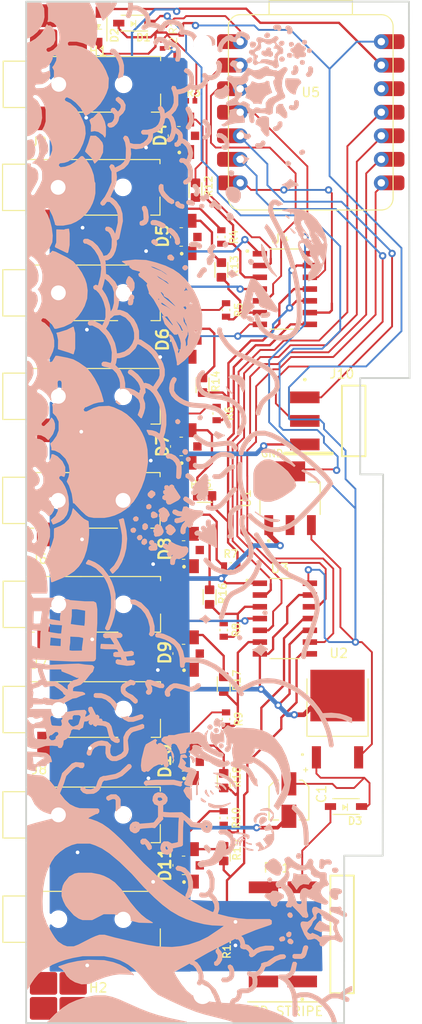
<source format=kicad_pcb>
(kicad_pcb (version 20221018) (generator pcbnew)
  (layers (0 "F.Cu" signal) (31 "B.Cu" signal) (34 "B.Paste" user) (35 "F.Paste" user) (36 "B.SilkS" user "B.Silkscreen") (37 "F.SilkS" user "F.Silkscreen") (38 "B.Mask" user) (39 "F.Mask" user) (44 "Edge.Cuts" user))
  (net 0 "")
  (net 1 "Ground")
  (net 2 "Power")
  (net 3 "5V")
  (net 4 "3.3V")
  (footprint "Import Library:SWITCHCRAFT_35RASMT2AHNTRX" (layer "F.Cu") (at 37.427751 63.420067)
    (fp_text reference "J4")
    (fp_text value "SWITCHCRAFT_35RASMT2AHNTRX" hide)
  )
  (footprint "MountingHole:MountingHole_2mm" (layer "F.Cu") (at 56.503344 128.016)
    (fp_text reference "REF**" hide)
    (fp_text value "MountingHole_2mm" hide)
  )
  (footprint "Import Library:Out Resist-RES_ERJPA3D1001V" (layer "F.Cu") (at 58.7825 108.929 -90)
    (fp_text reference "R10")
    (fp_text value "Out Resist-RES_ERJPA3D1001V" hide)
  )
  (footprint "Import Library:SWITCHCRAFT_35RASMT2AHNTRX" (layer "F.Cu") (at 37.434438 108.596091)
    (fp_text reference "J8")
    (fp_text value "SWITCHCRAFT_35RASMT2AHNTRX" hide)
  )
  (footprint "Import Library:RESC1608X50N" (layer "F.Cu") (at 58.7825 112.776 -90)
    (fp_text reference "R19")
    (fp_text value "RESC1608X50N" hide)
  )
  (footprint "Import Library:Hardware-Right angle SMT mounting block-Wurth 7466303" (layer "F.Cu") (at 40.937167 23.700344)
    (fp_text reference "H1")
    (fp_text value "Wurth 7466303 ")
  )
  (footprint "Import Library:RESC1608X50N" (layer "F.Cu") (at 57.2585 85.09 -90)
    (fp_text reference "R16")
    (fp_text value "RESC1608X50N" hide)
  )
  (footprint "Import Library:Diode-1N5819HW-7-F " (layer "F.Cu") (at 45.3205 23.654 90)
    (fp_text reference "D2")
    (fp_text value "SOD3715X145N" hide)
  )
  (footprint "MountingHole:MountingHole_2mm" (layer "F.Cu") (at 56.503344 25.4)
    (fp_text reference "REF**" hide)
    (fp_text value "MountingHole_2mm" hide)
  )
  (footprint "Import Library:Out Resist-RES_ERJPA3D1001V" (layer "F.Cu") (at 57.7665 122.968 -90)
    (fp_text reference "R11")
    (fp_text value "Out Resist-RES_ERJPA3D1001V" hide)
  )
  (footprint "Import Library:CAP_EEE-FT1E220AR" (layer "F.Cu") (at 65.824291 106.997429 -90)
    (fp_text reference "C1")
    (fp_text value "CAP_EEE-FT1E220AR" hide)
  )
  (footprint "Import Library:Diode-1N5819HW-7-F " (layer "F.Cu") (at 49.1305 23.146 180)
    (fp_text reference "D1")
    (fp_text value "SOD3715X145N" hide)
  )
  (footprint "Import Library:Out Resist-RES_ERJPA3D1001V" (layer "F.Cu") (at 59.0365 98.261 -90)
    (fp_text reference "R9")
    (fp_text value "Out Resist-RES_ERJPA3D1001V" hide)
  )
  (footprint "Import Library:In Resist-ERJ-2RKF1003X" (layer "F.Cu") (at 55.2265 31.528)
    (fp_text reference "R3")
    (fp_text value "In Resist-ERJ-2RKF1003X")
  )
  (footprint "Import Library:SWITCHCRAFT_35RASMT2AHNTRX" (layer "F.Cu") (at 37.453481 97.226263)
    (fp_text reference "J7")
    (fp_text value "SWITCHCRAFT_35RASMT2AHNTRX" hide)
  )
  (footprint "Import Library:RESC1608X50N" (layer "F.Cu") (at 56.7225 74.168)
    (fp_text reference "R15")
    (fp_text value "RESC1608X50N" hide)
  )
  (footprint "Import Library:VREG_L7805CDT-TR" (layer "F.Cu") (at 71.071104 98.187326)
    (fp_text reference "U2")
    (fp_text value "VREG_L7805CDT-TR" hide)
  )
  (footprint "Import Library:Diode-1N5819HW-7-F " (layer "F.Cu") (at 71.9905 107.696 180)
    (fp_text reference "D3")
    (fp_text value "SOD3715X145N" hide)
  )
  (footprint "Import Library:LED-SMD Red SideEmit Angle30 3x1mm -APPA3010SURCK" (layer "F.Cu") (at 54.9725 80.01 90)
    (fp_text reference "D8")
    (fp_text value "APPA3010SURCK" hide)
  )
  (footprint "Import Library:Quad Bus-SMD SN74HCS125QDRQ1" (layer "F.Cu") (at 65.3865 87.408)
    (fp_text reference "U3")
    (fp_text value "SN74HCS125QDRQ1 " hide)
  )
  (footprint "Import Library:In Resist-ERJ-2RKF1003X" (layer "F.Cu") (at 54.2105 23.908 90)
    (fp_text reference "R1")
    (fp_text value "In Resist-ERJ-2RKF1003X" hide)
  )
  (footprint "Import Library:LED-SMD Red SideEmit Angle30 3x1mm -APPA3010SURCK" (layer "F.Cu") (at 54.4645 35.306 90)
    (fp_text reference "D4")
    (fp_text value "APPA3010SURCK" hide)
  )
  (footprint "Import Library:LED-SMD Red SideEmit Angle30 3x1mm -APPA3010SURCK" (layer "F.Cu") (at 54.7185 57.404 90)
    (fp_text reference "D6")
    (fp_text value "APPA3010SURCK" hide)
  )
  (footprint "Import Library:SAMTEC_TSM-105-01-L-DH" (layer "F.Cu") (at 71.569877 121.494743 -90)
    (fp_text reference "PS1")
    (fp_text value "SAMTEC_TSM-105-01-L-DH" hide)
  )
  (footprint "Import Library:Hardware-Right angle SMT mounting block-Wurth 7466303" (layer "F.Cu") (at 40.927445 128.131064)
    (fp_text reference "H2")
    (fp_text value "Wurth 7466303 " hide)
  )
  (footprint "Import Library:LED-SMD Red SideEmit Angle30 3x1mm -APPA3010SURCK" (layer "F.Cu") (at 54.9725 114.046 90)
    (fp_text reference "D11")
    (fp_text value "APPA3010SURCK" hide)
  )
  (footprint "Import Library:RESC1608X50N" (layer "F.Cu") (at 55.7345 41.176 -90)
    (fp_text reference "R12")
    (fp_text value "RESC1608X50N" hide)
  )
  (footprint "Import Library:LED-SMD Red SideEmit Angle30 3x1mm -APPA3010SURCK" (layer "F.Cu") (at 54.9725 102.87 90)
    (fp_text reference "D10")
    (fp_text value "APPA3010SURCK" hide)
  )
  (footprint "Import Library:RESC1608X50N" (layer "F.Cu") (at 58.7825 94.488 -90)
    (fp_text reference "R17")
    (fp_text value "RESC1608X50N" hide)
  )
  (footprint "Import Library:Out Resist-RES_ERJPA3D1001V" (layer "F.Cu") (at 59.0365 54.102 -90)
    (fp_text reference "R5")
    (fp_text value "Out Resist-RES_ERJPA3D1001V" hide)
  )
  (footprint "Import Library:SWITCHCRAFT_35RASMT2AHNTRX" (layer "F.Cu") (at 37.413503 74.654027)
    (fp_text reference "J5")
    (fp_text value "SWITCHCRAFT_35RASMT2AHNTRX" hide)
  )
  (footprint "Import Library:SWITCHCRAFT_35RASMT2AHNTRX" (layer "F.Cu") (at 37.428513 52.255978)
    (fp_text reference "J3")
    (fp_text value "SWITCHCRAFT_35RASMT2AHNTRX" hide)
  )
  (footprint "Import Library:SAMTEC_TSM-103-01-L-SH" (layer "F.Cu") (at 72.81874 66.0778 -90)
    (fp_text reference "J10")
    (fp_text value "SAMTEC_TSM-103-01-L-SH" hide)
  )
  (footprint "Import Library:LED-SMD Red SideEmit Angle30 3x1mm -APPA3010SURCK" (layer "F.Cu") (at 54.7185 68.834 90)
    (fp_text reference "D7")
    (fp_text value "APPA3010SURCK" hide)
  )
  (footprint "Import Library:SWITCHCRAFT_35RASMT2AHNTRX" (layer "F.Cu") (at 37.436597 119.850014)
    (fp_text reference "J9")
    (fp_text value "SWITCHCRAFT_35RASMT2AHNTRX" hide)
  )
  (footprint "Import Library:Out Resist-RES_ERJPA3D1001V" (layer "F.Cu") (at 58.5285 46.228 -90)
    (fp_text reference "R4")
    (fp_text value "Out Resist-RES_ERJPA3D1001V" hide)
  )
  (footprint "Import Library:SWITCHCRAFT_35RASMT2AHNTRX" (layer "F.Cu") (at 37.465309 85.873949)
    (fp_text reference "J6")
    (fp_text value "SWITCHCRAFT_35RASMT2AHNTRX" hide)
  )
  (footprint "Import Library:In Resist-ERJ-2RKF1003X" (layer "F.Cu") (at 52.1785 25.432 -90)
    (fp_text reference "R2")
    (fp_text value "In Resist-ERJ-2RKF1003X" hide)
  )
  (footprint "Import Library:RESC1608X50N" (layer "F.Cu") (at 58.7825 104.902 -90)
    (fp_text reference "R18")
    (fp_text value "RESC1608X50N" hide)
  )
  (footprint "Import Library:XIAO-RP2040" (layer "F.Cu") (at 59.2905 43.317)
    (fp_text reference "U5")
    (fp_text value "XIAO-RP2040")
  )
  (footprint "Import Library:SWITCHCRAFT_35RASMT2AHNTRX" (layer "F.Cu") (at 37.401183 40.869769)
    (fp_text reference "J2")
    (fp_text value "SWITCHCRAFT_35RASMT2AHNTRX" hide)
  )
  (footprint "Import Library:Out Resist-RES_ERJPA3D1001V" (layer "F.Cu") (at 58.0205 65.278 -90)
    (fp_text reference "R6")
    (fp_text value "Out Resist-RES_ERJPA3D1001V" hide)
  )
  (footprint "Import Library:LED-SMD Red SideEmit Angle30 3x1mm -APPA3010SURCK" (layer "F.Cu") (at 54.7185 46.228 90)
    (fp_text reference "D5")
    (fp_text value "APPA3010SURCK" hide)
  )
  (footprint "Import Library:Out Resist-RES_ERJPA3D1001V" (layer "F.Cu") (at 58.7825 88.646 -90)
    (fp_text reference "R8")
    (fp_text value "Out Resist-RES_ERJPA3D1001V" hide)
  )
  (footprint "Import Library:VREG_LM1117IMPX-3.3_NOPB" (layer "F.Cu") (at 65.948913 74.422 90)
    (fp_text reference "U1")
    (fp_text value "VREG_LM1117IMPX-3.3/NOPB" hide)
  )
  (footprint "Import Library:LED-SMD Red SideEmit Angle30 3x1mm -APPA3010SURCK" (layer "F.Cu") (at 54.9725 91.186 90)
    (fp_text reference "D9")
    (fp_text value "APPA3010SURCK" hide)
  )
  (footprint "Import Library:RESC1608X50N" (layer "F.Cu") (at 56.4965 62.23 -90)
    (fp_text reference "R14")
    (fp_text value "RESC1608X50N" hide)
  )
  (footprint "Import Library:RESC1608X50N" (layer "F.Cu") (at 58.5285 49.784 -90)
    (fp_text reference "R13")
    (fp_text value "RESC1608X50N" hide)
  )
  (footprint "Import Library:Out Resist-RES_ERJPA3D1001V" (layer "F.Cu") (at 59.5445 81.788)
    (fp_text reference "R7")
    (fp_text value "Out Resist-RES_ERJPA3D1001V" hide)
  )
  (footprint "Import Library:Quad Bus-SMD SN74HCS125QDRQ1" (layer "F.Cu") (at 65.3865 51.848)
    (fp_text reference "U4")
    (fp_text value "SN74HCS125QDRQ1 " hide)
  )
  (footprint "Import Library:SWITCHCRAFT_35RASMT2AHNTRX" (layer "F.Cu") (at 37.470098 29.752232)
    (fp_text reference "J1")
    (fp_text value "SWITCHCRAFT_35RASMT2AHNTRX" hide)
  )
  (gr_poly (pts (xy 50.459694 79.184268) (xy 50.445362 79.257213) (xy 50.329031 79.34399) (xy 50.2127 79.430763) (xy 50.10083 79.390811) (xy 49.98896 79.350856) (xy 49.957077 79.264072) (xy 49.925192 79.177287) (xy 49.982138 79.041854) (xy 50.039085 78.906417) (xy 50.141619 78.859699) (xy 50.244152 78.81298) (xy 50.333673 78.860889) (xy 50.423195 78.908798) (xy 50.44861 79.010062) (xy 50.474028 79.111324)) (stroke (width 0.1)) (fill solid) (layer "B.SilkS"))
  (gr_poly (pts (xy 72.605129 127.346118) (xy 72.603394 127.56837) (xy 72.392778 127.667171) (xy 72.182161 127.765956) (xy 71.964266 127.938197) (xy 71.746371 128.110431) (xy 71.978157 128.227641) (xy 72.209942 128.344836) (xy 72.264964 128.411136) (xy 72.319986 128.477428) (xy 72.293447 128.583171) (xy 72.266908 128.688907) (xy 72.156015 128.716739) (xy 72.045122 128.744571) (xy 71.80741 128.627353) (xy 71.569698 128.510143) (xy 71.34082 128.430835) (xy 71.111943 128.35152) (xy 70.465767 128.35152) (xy 70.308688 128.431598) (xy 70.15161 128.511684) (xy 69.940977 128.672313) (xy 69.730344 128.83295) (xy 69.954063 129.068485) (xy 70.177781 129.304019) (xy 70.349296 129.558017) (xy 70.52081 129.812015) (xy 70.629748 130.027415) (xy 70.738685 130.242816) (xy 70.82088 130.493083) (xy 70.903074 130.743343) (xy 70.930276 130.85976) (xy 70.957477 130.976176) (xy 70.506204 130.976176) (xy 70.450683 130.753932) (xy 70.395162 130.53168) (xy 70.210372 130.171855) (xy 70.025582 129.812023) (xy 69.759842 129.496028) (xy 69.494102 129.180034) (xy 69.1984 128.931445) (xy 68.902698 128.682857) (xy 68.634906 128.532916) (xy 68.367115 128.382983) (xy 68.112552 128.30376) (xy 67.857988 128.224521) (xy 67.118899 128.224521) (xy 66.89981 128.289584) (xy 66.680721 128.354648) (xy 66.728389 130.108356) (xy 66.671562 130.214183) (xy 66.614735 130.320018) (xy 66.504621 130.332904) (xy 66.394508 130.34579) (xy 66.325685 130.276965) (xy 66.256864 130.208141) (xy 66.256864 128.616611) (xy 66.192107 128.245265) (xy 66.127351 127.87392) (xy 65.998694 127.564876) (xy 65.870036 127.255824) (xy 65.662167 126.959834) (xy 65.454298 126.663837) (xy 65.315831 126.559665) (xy 65.177364 126.455486) (xy 64.944531 126.333858) (xy 64.711698 126.212238) (xy 64.698975 126.103671) (xy 64.686251 125.994945) (xy 64.754278 125.938487) (xy 64.822306 125.88203) (xy 65.172288 125.878589) (xy 65.522269 125.875148) (xy 65.693853 125.761585) (xy 65.865436 125.648013) (xy 65.956376 125.500873) (xy 66.047315 125.353732) (xy 66.135926 125.000613) (xy 66.224538 124.647495) (xy 66.302176 124.499332) (xy 66.54283 124.499332) (xy 66.59902 124.567035) (xy 66.655209 124.634738) (xy 66.580878 124.995853) (xy 66.506547 125.356967) (xy 66.385157 125.597438) (xy 66.263767 125.837909) (xy 66.101255 125.984729) (xy 65.938743 126.131549) (xy 65.80147 126.188403) (xy 65.664197 126.245265) (xy 65.664197 126.304904) (xy 65.773802 126.407535) (xy 65.883407 126.510158) (xy 66.087265 126.814586) (xy 66.291124 127.119022) (xy 66.422161 127.458804) (xy 66.553197 127.798602) (xy 66.553197 127.928333) (xy 66.584948 127.927806) (xy 66.616698 127.927272) (xy 66.828364 127.861537) (xy 67.040031 127.795802) (xy 67.442198 127.788867) (xy 67.844364 127.781932) (xy 68.077198 127.838207) (xy 68.31003 127.894489) (xy 68.648697 128.055782) (xy 68.987364 128.217075) (xy 69.191102 128.372913) (xy 69.394839 128.528751) (xy 69.534701 128.42953) (xy 69.674562 128.330318) (xy 69.902704 128.172435) (xy 70.130846 128.01456) (xy 70.420855 127.942996) (xy 70.710863 127.871433) (xy 71.01328 127.915416) (xy 71.315697 127.9594) (xy 71.527364 127.759761) (xy 71.73903 127.560115) (xy 72.007461 127.376857) (xy 72.262455 127.250346) (xy 72.517448 127.123874) (xy 72.606864 127.123874)) (stroke (width 0.1)) (fill solid) (layer "B.SilkS"))
  (gr_poly (pts (xy 61.92075 80.601745) (xy 61.851042 80.874847) (xy 61.715036 81.107681) (xy 61.57903 81.340518) (xy 61.13453 81.788844) (xy 60.69003 82.237174) (xy 60.330147 82.414966) (xy 59.970264 82.592754) (xy 59.695147 82.631442) (xy 59.420031 82.670131) (xy 59.187197 82.633144) (xy 58.954363 82.59616) (xy 58.697018 82.554664) (xy 58.439673 82.51316) (xy 58.125518 82.38198) (xy 57.811363 82.250789) (xy 57.639532 82.134319) (xy 57.467701 82.017848) (xy 57.285192 81.869682) (xy 57.102684 81.721519) (xy 56.87494 81.447734) (xy 56.647197 81.173949) (xy 56.648494 81.109065) (xy 56.648493 81.109066) (xy 56.648492 81.109067) (xy 56.648491 81.109068) (xy 56.648488 81.10907) (xy 56.648487 81.109071) (xy 56.648484 81.109072) (xy 56.648482 81.109072) (xy 56.648477 81.109074) (xy 56.648475 81.109075) (xy 56.648474 81.109075) (xy 56.648471 81.109077) (xy 56.649768 81.044193) (xy 56.692918 80.970111) (xy 56.736068 80.896026) (xy 56.943556 80.896026) (xy 57.76903 81.73719) (xy 58.095141 81.891872) (xy 58.421254 82.046554) (xy 58.603142 82.067508) (xy 58.78503 82.088462) (xy 58.944636 82.148406) (xy 59.104243 82.20835) (xy 59.735817 82.20835) (xy 59.91659 82.138267) (xy 60.097363 82.068191) (xy 60.380632 81.882667) (xy 60.663901 81.697147) (xy 60.930965 81.407378) (xy 61.198029 81.11761) (xy 61.346197 80.871005) (xy 61.494364 80.6244) (xy 61.509149 80.252471) (xy 61.523934 79.880542) (xy 61.430968 79.57336) (xy 61.338003 79.266185) (xy 61.043835 78.615745) (xy 60.749668 77.965301) (xy 60.639126 77.642074) (xy 60.528583 77.318851) (xy 60.52951 76.980186) (xy 60.530436 76.641517) (xy 60.593104 76.493354) (xy 60.655773 76.345187) (xy 60.767791 76.285312) (xy 60.879808 76.225433) (xy 60.986004 76.273822) (xy 61.092199 76.322204) (xy 61.092199 76.567649) (xy 61.028699 76.620349) (xy 60.965198 76.673049) (xy 60.965198 77.248599) (xy 61.090113 77.602512) (xy 61.215028 77.95642) (xy 61.466549 78.505466) (xy 61.718072 79.054511) (xy 61.825056 79.395145) (xy 61.93204 79.735782) (xy 61.961249 80.032214) (xy 61.990458 80.328643)) (stroke (width 0.1)) (fill solid) (layer "B.SilkS"))
  (gr_poly (pts (xy 50.49103 70.980464) (xy 50.418348 71.452441) (xy 50.299597 71.930167) (xy 50.180845 72.40789) (xy 50.025116 72.831226) (xy 49.869389 73.254562) (xy 49.645996 73.699058) (xy 49.422605 74.143558) (xy 49.218903 74.460281) (xy 49.015203 74.777004) (xy 48.627388 75.164821) (xy 48.239572 75.552634) (xy 47.933029 75.750942) (xy 47.626484 75.949245) (xy 47.315439 76.090991) (xy 47.004393 76.232738) (xy 46.714058 76.317958) (xy 46.423723 76.403182) (xy 46.158951 76.450012) (xy 45.894176 76.496848) (xy 45.32546 76.497379) (xy 44.756742 76.497905) (xy 44.489565 76.44976) (xy 44.222385 76.401603) (xy 44.074221 76.311431) (xy 43.926054 76.221259) (xy 43.704624 76.013213) (xy 43.483192 75.805171) (xy 43.510082 75.761665) (xy 43.536972 75.718158) (xy 43.491486 75.746269) (xy 43.445999 75.774383) (xy 43.051029 75.350929) (xy 42.656055 74.92747) (xy 42.605734 74.926944) (xy 42.55541 74.926414) (xy 42.530857 74.725333) (xy 42.50633 74.524249) (xy 42.460936 74.22792) (xy 42.415544 73.931586) (xy 42.269047 73.487087) (xy 42.122553 73.04259) (xy 41.878321 72.609004) (xy 41.9813 72.354053) (xy 42.08428 72.099109) (xy 42.134306 71.777324) (xy 42.184332 71.455547) (xy 42.137093 71.150363) (xy 42.089853 70.845184) (xy 41.914476 70.491256) (xy 41.739099 70.137328) (xy 41.428873 69.827102) (xy 41.118647 69.516879) (xy 40.844578 69.381954) (xy 40.570511 69.247028) (xy 40.396198 69.22364) (xy 40.221886 69.200279) (xy 40.221886 68.975879) (xy 40.164997 68.756572) (xy 40.108112 68.537265) (xy 40.233353 68.419261) (xy 40.358585 68.301261) (xy 40.562851 68.012512) (xy 40.767113 67.723758) (xy 40.886084 67.419849) (xy 41.005054 67.115928) (xy 41.005054 66.142265) (xy 40.868011 65.862174) (xy 40.730965 65.582084) (xy 40.551899 65.397571) (xy 40.372833 65.213054) (xy 40.367119 64.894496) (xy 40.361404 64.575931) (xy 40.33194 64.444335) (xy 40.302475 64.312732) (xy 40.432285 64.258968) (xy 40.562092 64.2052) (xy 40.687813 64.046462) (xy 40.813534 63.887729) (xy 40.982958 63.533332) (xy 41.152378 63.178931) (xy 41.237476 62.844077) (xy 41.322571 62.509223) (xy 41.322571 61.935615) (xy 41.281734 61.828208) (xy 41.240898 61.720802) (xy 41.136623 61.694633) (xy 41.032347 61.668464) (xy 40.946789 61.695617) (xy 40.861235 61.72277) (xy 40.829643 61.815852) (xy 40.798052 61.908939) (xy 40.809668 62.142787) (xy 40.821281 62.376636) (xy 40.730894 62.730644) (xy 40.640509 63.084655) (xy 40.498562 63.364627) (xy 40.356613 63.644607) (xy 40.266453 63.739856) (xy 40.176296 63.835105) (xy 40.139412 63.835105) (xy 40.069836 63.69752) (xy 40.000256 63.559936) (xy 39.835075 63.343276) (xy 39.669891 63.126609) (xy 39.427315 62.936622) (xy 39.184734 62.746635) (xy 39.049255 62.677036) (xy 38.913773 62.60744) (xy 38.699856 62.60744) (xy 38.630711 62.712966) (xy 38.561569 62.818488) (xy 38.587154 62.920455) (xy 38.61274 63.022418) (xy 38.835228 63.148475) (xy 39.05772 63.274532) (xy 39.295841 63.524955) (xy 39.533962 63.775378) (xy 39.620033 63.944099) (xy 39.706108 64.112819) (xy 39.778366 64.361381) (xy 39.850628 64.609947) (xy 39.832081 64.973941) (xy 39.813534 65.337936) (xy 39.694759 65.569518) (xy 39.575981 65.801101) (xy 39.327427 66.059947) (xy 39.078865 66.318797) (xy 39.078865 66.531314) (xy 39.156284 66.601379) (xy 39.2337 66.671439) (xy 39.423821 66.671439) (xy 39.673962 66.432845) (xy 39.924103 66.194251) (xy 40.059818 65.982761) (xy 40.195534 65.77127) (xy 40.292919 65.893268) (xy 40.390312 66.015273) (xy 40.454254 66.202731) (xy 40.5182 66.390189) (xy 40.517406 66.647231) (xy 40.516613 66.904273) (xy 40.416927 67.186694) (xy 40.317238 67.469119) (xy 40.219074 67.61003) (xy 40.120907 67.750942) (xy 39.979088 67.926956) (xy 39.837265 68.102969) (xy 39.680416 67.957702) (xy 39.523571 67.812434) (xy 39.300701 67.702331) (xy 39.077835 67.592231) (xy 38.886917 67.570724) (xy 38.695999 67.549213) (xy 38.612366 67.624896) (xy 38.528736 67.700584) (xy 38.528736 67.92834) (xy 38.606152 67.998401) (xy 38.683571 68.068462) (xy 38.857059 68.068462) (xy 39.013256 68.133724) (xy 39.169449 68.198982) (xy 39.35553 68.370506) (xy 39.541607 68.54203) (xy 39.627838 68.772498) (xy 39.714069 69.002967) (xy 39.714069 69.814704) (xy 39.603218 70.06171) (xy 39.492371 70.308715) (xy 39.519054 70.415031) (xy 39.545738 70.521346) (xy 39.633747 70.568443) (xy 39.721752 70.615546) (xy 39.840641 70.566299) (xy 39.95953 70.517055) (xy 40.072456 70.265418) (xy 40.185387 70.013786) (xy 40.209278 69.866622) (xy 40.233169 69.719455) (xy 40.374798 69.719455) (xy 40.588821 69.826114) (xy 40.802851 69.932765) (xy 41.064848 70.194762) (xy 41.326849 70.456764) (xy 41.47645 70.759456) (xy 41.626051 71.062152) (xy 41.625523 71.438552) (xy 41.624994 71.814952) (xy 41.585516 71.941951) (xy 41.546038 72.06895) (xy 41.508503 72.060298) (xy 41.47097 72.051673) (xy 41.337658 71.999729) (xy 41.204348 71.94778) (xy 41.09424 72.019927) (xy 40.984133 72.092071) (xy 40.984133 72.330646) (xy 41.145691 72.496135) (xy 41.307245 72.66162) (xy 41.454473 72.915622) (xy 41.601698 73.169624) (xy 41.691761 73.381419) (xy 41.781826 73.593211) (xy 41.872007 73.931751) (xy 41.962185 74.270293) (xy 41.994755 74.672488) (xy 42.027327 75.074683) (xy 41.996839 75.392158) (xy 41.966352 75.709628) (xy 41.880247 75.954093) (xy 41.794144 76.198558) (xy 41.64106 76.407096) (xy 41.48798 76.615634) (xy 41.284822 76.764766) (xy 41.081663 76.913898) (xy 40.808309 77.036544) (xy 40.534958 77.159187) (xy 40.449509 77.186305) (xy 40.364063 77.213428) (xy 40.265842 77.003726) (xy 40.167622 76.794017) (xy 40.405525 76.576587) (xy 40.643429 76.359161) (xy 40.782032 76.077667) (xy 40.920633 75.796176) (xy 40.920633 75.15929) (xy 40.798483 74.894809) (xy 40.676336 74.630332) (xy 40.494068 74.462329) (xy 40.311806 74.294326) (xy 40.203564 74.267158) (xy 40.095322 74.23999) (xy 40.034191 74.263458) (xy 39.973064 74.286926) (xy 39.905636 74.389835) (xy 39.838207 74.492744) (xy 39.88533 74.593192) (xy 39.932449 74.693645) (xy 40.066174 74.778835) (xy 40.19989 74.864024) (xy 40.305176 75.054) (xy 40.410465 75.24398) (xy 40.410732 75.477401) (xy 40.410995 75.710826) (xy 40.296116 75.906852) (xy 40.181236 76.102886) (xy 40.05043 76.212947) (xy 39.919628 76.323013) (xy 39.72139 76.119491) (xy 39.523151 75.915965) (xy 39.32349 75.798961) (xy 39.123829 75.681953) (xy 39.036739 75.70959) (xy 38.94965 75.737235) (xy 38.883766 75.837783) (xy 38.817886 75.938335) (xy 38.845917 76.02666) (xy 38.873951 76.114993) (xy 39.032036 76.214786) (xy 39.190117 76.314582) (xy 39.426365 76.625945) (xy 39.662617 76.937316) (xy 39.747871 77.107921) (xy 39.833126 77.278533) (xy 39.90844 77.531257) (xy 39.983749 77.783984) (xy 39.982689 78.164985) (xy 39.981632 78.545986) (xy 39.908009 78.821151) (xy 39.834385 79.096313) (xy 39.547245 79.794814) (xy 39.260105 80.493316) (xy 39.206287 80.662647) (xy 39.152473 80.831981) (xy 39.13414 80.864105) (xy 39.115803 80.896228) (xy 38.865406 80.703552) (xy 38.615017 80.510875) (xy 38.390865 80.392967) (xy 38.16671 80.275058) (xy 37.881988 80.197982) (xy 37.597267 80.120918) (xy 37.597267 77.46648) (xy 37.671635 77.46648) (xy 37.850368 77.698158) (xy 38.02911 77.929832) (xy 38.129681 78.174407) (xy 38.230255 78.418983) (xy 38.231312 78.582202) (xy 38.232372 78.745429) (xy 38.126541 78.871204) (xy 38.020706 78.996982) (xy 38.020706 79.189029) (xy 38.098122 79.25909) (xy 38.175541 79.329154) (xy 38.391853 79.329154) (xy 38.542557 79.162349) (xy 38.693253 78.995536) (xy 38.722313 78.840648) (xy 38.751366 78.68576) (xy 38.728058 78.428783) (xy 38.704746 78.171802) (xy 38.529789 77.818729) (xy 38.354832 77.465648) (xy 38.13406 77.239524) (xy 37.913288 77.013397) (xy 37.755321 76.956271) (xy 37.597351 76.89915) (xy 37.597351 59.644389) (xy 37.707737 59.644389) (xy 37.840473 59.781974) (xy 37.973206 59.919559) (xy 38.081196 60.152393) (xy 38.18919 60.385227) (xy 38.189716 60.690559) (xy 38.190247 60.995891) (xy 38.099998 61.240894) (xy 38.00975 61.485896) (xy 37.824833 61.766757) (xy 37.639912 62.047614) (xy 37.639912 62.213603) (xy 37.717331 62.283668) (xy 37.79475 62.353729) (xy 38.012146 62.353729) (xy 38.140758 62.207248) (xy 38.23695 62.097693) (xy 38.23695 70.990028) (xy 38.171051 71.084113) (xy 38.105152 71.178203) (xy 38.105152 71.239475) (xy 38.105206 71.239471) (xy 38.105206 71.300746) (xy 38.380447 71.585849) (xy 38.655693 71.870956) (xy 38.761032 72.097244) (xy 38.866375 72.323528) (xy 38.865845 72.450527) (xy 38.865318 72.577525) (xy 38.786213 72.751716) (xy 38.707111 72.925906) (xy 38.52256 73.027435) (xy 38.338009 73.128963) (xy 38.324249 73.248569) (xy 38.31049 73.368182) (xy 38.383728 73.449107) (xy 38.456963 73.530032) (xy 38.658878 73.530032) (xy 38.815941 73.449481) (xy 38.973003 73.368934) (xy 39.064331 73.269569) (xy 39.155659 73.1702) (xy 39.254829 72.979697) (xy 39.354 72.789199) (xy 39.353207 72.45053) (xy 39.352413 72.111865) (xy 39.228981 71.857864) (xy 39.105549 71.603862) (xy 38.804993 71.296943) (xy 38.50444 70.990028) (xy 38.23695 70.990028) (xy 38.23695 62.097693) (xy 38.269375 62.060764) (xy 38.382168 61.868297) (xy 38.494961 61.67583) (xy 38.595715 61.390361) (xy 38.696461 61.104896) (xy 38.697258 60.719939) (xy 38.698051 60.334979) (xy 38.61776 60.101608) (xy 38.537468 59.868236) (xy 38.431759 59.700782) (xy 38.326046 59.533324) (xy 38.106792 59.336196) (xy 37.887539 59.139068) (xy 37.742462 59.11185) (xy 37.597385 59.084632) (xy 37.597385 38.327319) (xy 37.681869 38.335375) (xy 37.681869 55.453697) (xy 37.681869 55.496032) (xy 37.724201 55.496032) (xy 37.724201 55.961696) (xy 37.724201 56.004031) (xy 37.766537 56.004031) (xy 37.766537 55.961696) (xy 37.724201 55.961696) (xy 37.724201 55.496032) (xy 37.724201 55.453697) (xy 37.681869 55.453697) (xy 37.681869 38.335375) (xy 37.758846 38.342715) (xy 37.920307 38.358114) (xy 37.903213 38.474591) (xy 37.88612 38.59107) (xy 38.024532 38.729486) (xy 38.188126 38.773536) (xy 38.351719 38.817586) (xy 38.47887 38.936363) (xy 38.606026 39.055141) (xy 38.66148 39.242681) (xy 38.716938 39.430223) (xy 38.712864 39.684222) (xy 38.70879 39.938222) (xy 38.618778 40.161966) (xy 38.528763 40.385711) (xy 38.269199 40.839301) (xy 38.009632 41.29289) (xy 37.954998 41.393449) (xy 37.900364 41.494008) (xy 37.931782 41.580023) (xy 37.931782 48.257032) (xy 37.827869 48.360942) (xy 37.723965 48.464851) (xy 37.723965 48.533826) (xy 37.724201 48.533826) (xy 37.724201 48.602802) (xy 37.8512 48.721107) (xy 37.8512 55.877029) (xy 37.8512 55.919364) (xy 37.893536 55.919364) (xy 37.893536 55.877029) (xy 37.8512 55.877029) (xy 37.8512 48.721107) (xy 37.893536 48.760545) (xy 37.893536 55.326694) (xy 37.893536 55.369029) (xy 37.935871 55.369029) (xy 37.935871 55.326694) (xy 37.893536 55.326694) (xy 37.893536 48.760545) (xy 38.00042 48.860112) (xy 38.276638 49.117425) (xy 38.462486 49.48867) (xy 38.648331 49.859914) (xy 38.699226 50.105081) (xy 38.750122 50.350248) (xy 38.730598 50.647723) (xy 38.711067 50.945199) (xy 38.602257 51.158874) (xy 38.493446 51.372552) (xy 38.354778 51.508125) (xy 38.216114 51.643699) (xy 38.150822 51.643699) (xy 38.064506 51.736348) (xy 37.978191 51.828996) (xy 37.978203 51.831335) (xy 37.978203 55.792362) (xy 37.978203 55.834693) (xy 38.020538 55.834693) (xy 38.020538 55.792362) (xy 37.978203 55.792362) (xy 37.978203 51.831335) (xy 37.978722 51.937431) (xy 37.979248 52.045863) (xy 38.016525 52.104728) (xy 38.020538 52.111065) (xy 38.020538 55.242027) (xy 38.020538 55.284362) (xy 38.062874 55.284362) (xy 38.062874 55.242027) (xy 38.020538 55.242027) (xy 38.020538 52.111065) (xy 38.053802 52.163591) (xy 38.105206 52.171946) (xy 38.105206 55.70769) (xy 38.105206 55.750026) (xy 38.147541 55.750026) (xy 38.147541 55.70769) (xy 38.105206 55.70769) (xy 38.105206 52.171946) (xy 38.147541 52.178827) (xy 38.147541 55.157359) (xy 38.147541 55.199691) (xy 38.189876 55.199691) (xy 38.189876 55.157359) (xy 38.147541 55.157359) (xy 38.147541 52.178827) (xy 38.215439 52.189863) (xy 38.377079 52.216136) (xy 38.494556 52.406165) (xy 38.612041 52.596194) (xy 38.639072 52.854881) (xy 38.666107 53.113563) (xy 38.574566 53.388644) (xy 38.483028 53.663719) (xy 38.227344 54.066894) (xy 38.240231 54.199085) (xy 38.25312 54.331271) (xy 38.359207 54.381877) (xy 38.359207 55.030357) (xy 38.359207 55.072688) (xy 38.401543 55.072688) (xy 38.401543 55.030357) (xy 38.359207 55.030357) (xy 38.359207 54.381877) (xy 38.443878 54.422267) (xy 38.443878 55.496024) (xy 38.443878 55.53836) (xy 38.48621 55.53836) (xy 38.48621 55.496024) (xy 38.443878 55.496024) (xy 38.443878 54.422267) (xy 38.495666 54.446971) (xy 38.570888 54.39081) (xy 38.570888 55.411357) (xy 38.570888 55.453689) (xy 38.613224 55.453689) (xy 38.613224 55.411357) (xy 38.570888 55.411357) (xy 38.570888 54.39081) (xy 38.604332 54.36584) (xy 38.655556 54.327596) (xy 38.655556 54.818694) (xy 38.655556 54.86103) (xy 38.655556 59.814021) (xy 38.655556 59.856357) (xy 38.655556 59.898689) (xy 38.655556 59.941024) (xy 38.697891 59.941024) (xy 38.697891 59.898689) (xy 38.655556 59.898689) (xy 38.655556 59.856357) (xy 38.697891 59.856357) (xy 38.697891 59.814021) (xy 38.655556 59.814021) (xy 38.655556 54.86103) (xy 38.697891 54.86103) (xy 38.697891 55.32669) (xy 38.697891 55.369026) (xy 38.740227 55.369026) (xy 38.740227 55.32669) (xy 38.697891 55.32669) (xy 38.697891 54.86103) (xy 38.697891 54.818694) (xy 38.655556 54.818694) (xy 38.655556 54.327596) (xy 38.712997 54.284709) (xy 38.782555 54.159091) (xy 38.782555 59.644695) (xy 38.782555 59.687026) (xy 38.82489 59.687026) (xy 38.82489 60.068027) (xy 38.82489 60.110362) (xy 38.867226 60.110362) (xy 38.867226 60.068027) (xy 38.82489 60.068027) (xy 38.82489 59.687026) (xy 38.82489 59.644695) (xy 38.782555 59.644695) (xy 38.782555 54.159091) (xy 38.82489 54.082634) (xy 38.82489 54.691692) (xy 38.82489 54.734027) (xy 38.82489 55.242027) (xy 38.82489 55.284362) (xy 38.867226 55.284362) (xy 38.867226 55.242027) (xy 38.82489 55.242027) (xy 38.82489 54.734027) (xy 38.867226 54.734027) (xy 38.867226 54.691692) (xy 38.82489 54.691692) (xy 38.82489 54.082634) (xy 38.85054 54.036311) (xy 38.909557 53.929728) (xy 38.909557 59.560027) (xy 38.909557 59.602363) (xy 38.909557 60.068027) (xy 38.909557 60.110362) (xy 38.951893 60.110362) (xy 38.951893 60.068027) (xy 38.909557 60.068027) (xy 38.909557 59.602363) (xy 38.951893 59.602363) (xy 38.951893 59.560027) (xy 38.909557 59.560027) (xy 38.909557 53.929728) (xy 38.988083 53.787914) (xy 39.0816 53.497073) (xy 39.175121 53.206233) (xy 39.152206 52.871774) (xy 39.129295 52.537317) (xy 39.025471 52.312755) (xy 38.921642 52.088193) (xy 38.835667 51.983745) (xy 38.749691 51.879297) (xy 38.848442 51.74983) (xy 38.947197 51.620363) (xy 39.085014 51.325845) (xy 39.222835 51.031328) (xy 39.227054 50.943072) (xy 39.227054 54.374194) (xy 39.152973 54.432292) (xy 39.078888 54.490394) (xy 39.078896 54.506377) (xy 39.078896 54.522361) (xy 39.110855 54.522361) (xy 39.168957 54.448276) (xy 39.227054 54.374194) (xy 39.227054 50.943072) (xy 39.240643 50.658832) (xy 39.258446 50.286336) (xy 39.207767 50.023099) (xy 39.157089 49.759864) (xy 38.952984 49.329837) (xy 38.748875 48.89981) (xy 38.564503 48.698749) (xy 38.380131 48.497688) (xy 38.215027 48.377361) (xy 38.049927 48.257032) (xy 37.931782 48.257032) (xy 37.931782 41.580023) (xy 37.933216 41.583949) (xy 37.966072 41.673892) (xy 38.076118 41.736522) (xy 38.186165 41.799152) (xy 38.299236 41.714734) (xy 38.359207 41.66996) (xy 38.359207 47.099912) (xy 38.359207 47.2128) (xy 38.387432 47.184579) (xy 38.415653 47.156356) (xy 38.387432 47.128135) (xy 38.359207 47.099912) (xy 38.359207 41.66996) (xy 38.401543 41.638352) (xy 38.401543 46.987022) (xy 38.401543 47.029355) (xy 38.443878 47.029355) (xy 38.443878 46.987022) (xy 38.401543 46.987022) (xy 38.401543 41.638352) (xy 38.412308 41.630315) (xy 38.48621 41.502618) (xy 38.48621 47.325691) (xy 38.48621 47.368024) (xy 38.528545 47.368024) (xy 38.528545 47.325691) (xy 38.48621 47.325691) (xy 38.48621 41.502618) (xy 38.669659 41.185632) (xy 38.669659 46.902356) (xy 38.55677 46.902356) (xy 38.584991 46.930579) (xy 38.613216 46.958801) (xy 38.641437 46.930579) (xy 38.655556 46.91646) (xy 38.655556 47.368022) (xy 38.655556 47.410356) (xy 38.697891 47.410356) (xy 38.697891 47.368022) (xy 38.655556 47.368022) (xy 38.655556 46.91646) (xy 38.669659 46.902356) (xy 38.669659 41.185632) (xy 38.681442 41.165271) (xy 38.782555 40.990559) (xy 38.782555 46.944692) (xy 38.782555 46.987026) (xy 38.82489 46.987026) (xy 38.82489 46.944692) (xy 38.782555 46.944692) (xy 38.782555 40.990559) (xy 38.867226 40.844255) (xy 38.867226 47.495027) (xy 38.867226 47.537362) (xy 38.909557 47.537362) (xy 38.909557 47.495027) (xy 38.867226 47.495027) (xy 38.867226 40.844255) (xy 38.909557 40.77111) (xy 38.909557 46.987027) (xy 38.909557 47.029363) (xy 38.951893 47.029363) (xy 38.951893 46.987027) (xy 38.909557 46.987027) (xy 38.909557 40.77111) (xy 38.950581 40.700225) (xy 39.03656 40.500222) (xy 39.03656 47.071695) (xy 39.03656 47.114028) (xy 39.078896 47.114028) (xy 39.078896 47.071695) (xy 39.03656 47.071695) (xy 39.03656 40.500222) (xy 39.08707 40.382726) (xy 39.205894 40.106321) (xy 39.205894 47.193706) (xy 39.205894 47.236036) (xy 39.24823 47.262201) (xy 39.290562 47.288362) (xy 39.290562 47.246028) (xy 39.24823 47.219867) (xy 39.205894 47.193706) (xy 39.205894 40.106321) (xy 39.22356 40.065227) (xy 39.221973 39.614921) (xy 39.220386 39.164615) (xy 39.161922 39.022252) (xy 39.103455 38.87989) (xy 39.059555 38.820178) (xy 39.015659 38.760465) (xy 38.844242 38.585616) (xy 38.672829 38.410772) (xy 38.520348 38.338414) (xy 38.367863 38.266057) (xy 38.183102 38.266057) (xy 38.197205 38.228524) (xy 38.211304 38.190995) (xy 38.398888 38.048608) (xy 38.586472 37.906223) (xy 38.697319 37.715722) (xy 38.808163 37.525222) (xy 38.865246 37.283891) (xy 38.922325 37.042562) (xy 38.893192 36.691224) (xy 38.864059 36.339888) (xy 38.800743 36.066099) (xy 38.737423 35.79231) (xy 38.64061 35.619091) (xy 38.5438 35.445873) (xy 38.729706 35.284155) (xy 38.915607 35.122439) (xy 39.014412 35.167458) (xy 39.11322 35.212477) (xy 39.308655 35.486354) (xy 39.504089 35.760231) (xy 39.631001 36.040129) (xy 39.757912 36.320026) (xy 39.78183 36.56279) (xy 39.805748 36.805554) (xy 39.738178 36.992486) (xy 39.670609 37.179418) (xy 39.585762 37.238849) (xy 39.500912 37.29828) (xy 39.395859 37.505594) (xy 39.290806 37.712905) (xy 39.290806 37.914264) (xy 39.368225 37.984325) (xy 39.388332 38.002521) (xy 39.388332 54.212959) (xy 39.339458 54.243167) (xy 39.290585 54.273368) (xy 39.290562 54.29203) (xy 39.290562 54.31071) (xy 39.327923 54.31071) (xy 39.358128 54.261836) (xy 39.388332 54.212959) (xy 39.388332 38.002521) (xy 39.445644 38.054387) (xy 39.698303 38.054387) (xy 39.803711 37.93797) (xy 39.909119 37.821554) (xy 40.024956 37.601112) (xy 40.140793 37.38067) (xy 40.223804 37.139402) (xy 40.306785 36.89844) (xy 40.306785 36.463816) (xy 40.243748 36.221796) (xy 40.18071 35.979777) (xy 40.048256 35.715486) (xy 39.915802 35.451194) (xy 39.730442 35.189814) (xy 39.545082 34.928434) (xy 39.393425 34.803424) (xy 39.241768 34.678415) (xy 39.34721 34.47033) (xy 39.452656 34.262245) (xy 39.53035 34.010054) (xy 39.608044 33.757861) (xy 39.604286 33.122861) (xy 39.600533 32.487861) (xy 39.489494 32.149195) (xy 39.37846 31.810528) (xy 39.226143 31.556528) (xy 39.073822 31.302529) (xy 38.917725 31.140291) (xy 38.761623 30.978051) (xy 38.647312 30.91804) (xy 38.532997 30.858029) (xy 38.279594 30.858029) (xy 38.213696 30.952115) (xy 38.147797 31.046201) (xy 38.147797 31.192743) (xy 38.257126 31.268803) (xy 38.366459 31.344862) (xy 38.511871 31.466321) (xy 38.657288 31.587779) (xy 38.80106 31.847322) (xy 38.944828 32.106863) (xy 39.012352 32.338055) (xy 39.079872 32.569247) (xy 39.104927 32.973055) (xy 39.129955 33.376864) (xy 39.062523 33.694364) (xy 38.995087 34.011865) (xy 38.860165 34.287031) (xy 38.725246 34.562198) (xy 38.489437 34.795207) (xy 38.253632 35.028217) (xy 38.041965 35.139072) (xy 37.830296 35.249927) (xy 37.713879 35.277286) (xy 37.597462 35.304644) (xy 37.597462 30.29658) (xy 37.597198 30.29658) (xy 37.597198 25.288515) (xy 37.787804 25.232237) (xy 37.978409 25.175957) (xy 38.232677 25.021911) (xy 38.48695 24.867865) (xy 39.040325 24.372375) (xy 39.213543 24.142954) (xy 39.386757 23.913533) (xy 39.543339 23.615961) (xy 39.699924 23.31839) (xy 39.754414 23.384044) (xy 39.808899 23.449699) (xy 40.046039 23.449699) (xy 40.319256 23.679596) (xy 40.425796 23.913897) (xy 40.532337 24.148198) (xy 40.551041 24.552982) (xy 40.569748 24.957766) (xy 40.474472 25.17924) (xy 40.379196 25.400714) (xy 40.207199 25.547937) (xy 40.035202 25.69516) (xy 39.870289 25.74457) (xy 39.705376 25.793979) (xy 39.642612 25.889765) (xy 39.579849 25.985552) (xy 39.6073 26.072041) (xy 39.634754 26.15853) (xy 39.698505 26.22228) (xy 39.762245 26.286032) (xy 39.854469 26.285608) (xy 39.946697 26.285185) (xy 40.168415 26.181959) (xy 40.390133 26.078733) (xy 40.417488 26.053145) (xy 40.417488 26.571781) (xy 40.340847 26.666429) (xy 40.264202 26.761078) (xy 40.263145 26.872804) (xy 40.262089 26.984531) (xy 40.176025 27.174264) (xy 40.089962 27.363997) (xy 39.92527 27.58213) (xy 39.760582 27.800263) (xy 39.620678 27.885247) (xy 39.480782 27.970231) (xy 39.332615 28.000676) (xy 39.184448 28.031121) (xy 39.110367 28.09647) (xy 39.036282 28.16182) (xy 39.036282 28.360365) (xy 39.125614 28.449696) (xy 39.214947 28.539027) (xy 39.388401 28.511291) (xy 39.561851 28.483555) (xy 39.750111 28.40028) (xy 39.938366 28.317005) (xy 39.960937 28.339576) (xy 39.983505 28.362148) (xy 40.001656 28.6129) (xy 40.019779 28.863651) (xy 39.927318 29.054648) (xy 39.834858 29.245646) (xy 39.688393 29.374246) (xy 39.541924 29.502846) (xy 39.363182 29.594785) (xy 39.184444 29.686725) (xy 38.845776 29.705851) (xy 38.507111 29.724978) (xy 38.358948 29.855154) (xy 38.358948 29.954426) (xy 38.359207 29.95442) (xy 38.359207 30.053692) (xy 38.449356 30.14384) (xy 38.539501 30.233988) (xy 38.934051 30.213351) (xy 39.328609 30.192714) (xy 39.563564 30.077761) (xy 39.798515 29.96281) (xy 40.022575 29.758034) (xy 40.246632 29.553259) (xy 40.371838 29.327227) (xy 40.497032 29.101198) (xy 40.497032 28.254531) (xy 40.407013 28.083353) (xy 40.317001 27.912174) (xy 40.4011 27.808315) (xy 40.485203 27.704455) (xy 40.613218 27.450862) (xy 40.741232 27.19727) (xy 40.761763 26.94152) (xy 40.782295 26.685769) (xy 40.713619 26.628775) (xy 40.644945 26.571781) (xy 40.417488 26.571781) (xy 40.417488 26.053145) (xy 40.594753 25.887334) (xy 40.799374 25.695935) (xy 40.912361 25.47239) (xy 41.025349 25.248845) (xy 41.071487 24.998745) (xy 41.117624 24.748646) (xy 41.090258 24.490746) (xy 41.062889 24.232845) (xy 40.998478 24.00182) (xy 40.934061 23.770795) (xy 40.835766 23.578486) (xy 40.737469 23.386178) (xy 40.454693 23.097902) (xy 40.268894 23.015206) (xy 40.083092 22.93251) (xy 39.940666 22.955623) (xy 39.798241 22.978736) (xy 39.830135 22.864957) (xy 39.862026 22.751198) (xy 39.862026 21.481198) (xy 39.766777 21.261684) (xy 39.671528 21.042169) (xy 39.671528 20.994365) (xy 44.284727 20.994365) (xy 44.492197 21.428282) (xy 44.699669 21.862198) (xy 44.832294 22.258769) (xy 44.96492 22.655339) (xy 45.032242 23.041935) (xy 45.099565 23.428531) (xy 45.078081 24.084698) (xy 45.05657 24.740865) (xy 44.970093 25.065766) (xy 44.883615 25.390666) (xy 44.791191 25.605515) (xy 44.698767 25.820365) (xy 44.668127 25.820365) (xy 44.461542 25.693252) (xy 44.254959 25.56614) (xy 43.934614 25.418131) (xy 43.614267 25.270123) (xy 43.262146 25.185707) (xy 42.910023 25.101291) (xy 42.506693 25.101) (xy 42.103361 25.100709) (xy 42.009277 25.16661) (xy 41.915192 25.23251) (xy 41.915192 25.465527) (xy 41.971357 25.542337) (xy 42.027523 25.619147) (xy 42.426441 25.61267) (xy 42.825357 25.606193) (xy 42.973535 25.64405) (xy 42.973535 27.132698) (xy 42.973535 27.175031) (xy 43.015871 27.175031) (xy 43.015871 27.132698) (xy 42.973535 27.132698) (xy 42.973535 25.64405) (xy 43.164024 25.692717) (xy 43.502691 25.779241) (xy 43.693218 25.874169) (xy 43.693218 32.678365) (xy 43.693218 32.7207) (xy 43.735552 32.7207) (xy 43.735552 32.678365) (xy 43.693218 32.678365) (xy 43.693218 25.874169) (xy 43.862555 25.958538) (xy 43.862555 26.159032) (xy 43.862555 26.201366) (xy 43.904888 26.201366) (xy 43.904888 26.159032) (xy 43.862555 26.159032) (xy 43.862555 25.958538) (xy 43.883692 25.96907) (xy 44.264692 26.158898) (xy 44.384691 26.25422) (xy 44.504688 26.349541) (xy 44.684151 26.499609) (xy 44.863613 26.649677) (xy 45.074158 26.882167) (xy 45.284702 27.114657) (xy 45.479879 27.388265) (xy 45.675058 27.661874) (xy 45.846041 27.979374) (xy 46.017025 28.296874) (xy 46.172678 28.699041) (xy 46.328333 29.101208) (xy 46.305036 29.609207) (xy 46.28174 30.117207) (xy 46.178842 30.41354) (xy 46.075943 30.709872) (xy 45.937956 30.98504) (xy 45.799971 31.260207) (xy 45.608574 31.549853) (xy 45.417177 31.8395) (xy 45.181404 32.094161) (xy 44.945635 32.348822) (xy 44.605164 32.61052) (xy 44.264692 32.872216) (xy 43.906675 33.101707) (xy 43.874018 33.100225) (xy 43.841362 33.098743) (xy 43.608528 32.692541) (xy 43.375696 32.286339) (xy 43.105295 31.993526) (xy 42.834896 31.700711) (xy 42.587137 31.510065) (xy 42.33938 31.319419) (xy 42.106445 31.212778) (xy 41.87351 31.106138) (xy 41.787395 31.133471) (xy 41.701279 31.160804) (xy 41.6329 31.265162) (xy 41.564524 31.369519) (xy 41.608278 31.46555) (xy 41.652031 31.561581) (xy 41.921198 31.694511) (xy 42.098644 31.782143) (xy 42.098644 34.752693) (xy 41.985756 34.752693) (xy 42.013979 34.780916) (xy 42.042202 34.809138) (xy 42.070425 34.780916) (xy 42.098644 34.752693) (xy 42.098644 31.782143) (xy 42.190365 31.82744) (xy 42.495308 32.106373) (xy 42.800251 32.385307) (xy 43.012762 32.703035) (xy 43.225269 33.020762) (xy 43.401228 33.389323) (xy 43.577187 33.757884) (xy 43.675508 34.037067) (xy 43.773832 34.316249) (xy 43.80225 34.693234) (xy 43.830673 35.070218) (xy 43.78039 35.324218) (xy 43.730101 35.578218) (xy 43.642704 35.853384) (xy 43.555305 36.128551) (xy 43.390743 36.481737) (xy 43.226179 36.834925) (xy 43.091028 37.032071) (xy 42.955877 37.229219) (xy 42.763618 37.437009) (xy 42.571363 37.6448) (xy 42.263998 37.846505) (xy 41.956634 38.048211) (xy 41.755999 38.112628) (xy 41.555363 38.177047) (xy 41.066303 38.234084) (xy 41.003918 38.323154) (xy 40.941532 38.412223) (xy 40.941532 38.547958) (xy 41.14957 38.743396) (xy 41.411001 38.713817) (xy 41.672432 38.68424) (xy 41.941626 38.58653) (xy 42.210821 38.488817) (xy 42.45042 38.345851) (xy 42.690018 38.202882) (xy 43.046303 37.874799) (xy 43.402592 37.546714) (xy 43.55901 37.546714) (xy 43.736856 37.747798) (xy 43.914701 37.94888) (xy 44.073328 38.181712) (xy 44.231955 38.414546) (xy 44.359234 38.668546) (xy 44.486513 38.922546) (xy 44.703238 39.557544) (xy 44.751781 39.915601) (xy 44.80032 40.273658) (xy 44.839432 40.346734) (xy 44.87854 40.419809) (xy 44.87854 41.520505) (xy 44.817148 41.809024) (xy 44.75576 42.097541) (xy 44.674839 42.330564) (xy 44.59392 42.563588) (xy 44.45607 42.838565) (xy 44.318222 43.113542) (xy 44.137997 43.367729) (xy 43.957766 43.621913) (xy 43.638788 43.924911) (xy 43.319811 44.22791) (xy 43.07259 44.386203) (xy 42.825371 44.544498) (xy 42.550203 44.668824) (xy 42.275036 44.793155) (xy 41.860785 44.874099) (xy 41.446531 44.955043) (xy 40.766634 44.955043) (xy 40.684751 44.911222) (xy 40.602867 44.8674) (xy 40.602867 44.751014) (xy 40.473995 44.355613) (xy 40.345119 43.960212) (xy 40.180172 43.621545) (xy 40.015224 43.28288) (xy 39.905167 43.166461) (xy 39.795109 43.050044) (xy 39.599991 43.050044) (xy 39.529926 43.127462) (xy 39.459865 43.204879) (xy 39.459865 43.398803) (xy 39.602623 43.637174) (xy 39.745388 43.875545) (xy 39.860962 44.168762) (xy 39.976532 44.461976) (xy 40.073803 44.846093) (xy 40.171074 45.230211) (xy 40.223358 45.646892) (xy 40.275642 46.063573) (xy 40.253445 46.419513) (xy 40.231247 46.775453) (xy 40.085289 47.082332) (xy 39.939327 47.389211) (xy 39.722004 47.626632) (xy 39.504681 47.864053) (xy 39.461243 47.978301) (xy 39.417805 48.092548) (xy 39.455578 48.069211) (xy 39.493347 48.045873) (xy 39.525669 48.119714) (xy 39.544567 48.162889) (xy 39.544567 53.972026) (xy 39.544567 54.014362) (xy 39.586903 54.014362) (xy 39.586903 53.972026) (xy 39.544567 53.972026) (xy 39.544567 48.162889) (xy 39.557991 48.193557) (xy 39.553707 48.21803) (xy 39.549423 48.242505) (xy 39.629234 48.239856) (xy 39.629234 53.845027) (xy 39.629234 53.887363) (xy 39.650394 53.887363) (xy 39.650394 54.58586) (xy 39.576313 54.643962) (xy 39.502228 54.70206) (xy 39.502232 54.718047) (xy 39.502232 54.734027) (xy 39.534195 54.734027) (xy 39.592297 54.659946) (xy 39.650394 54.58586) (xy 39.650394 53.887363) (xy 39.67157 53.887363) (xy 39.67157 53.845027) (xy 39.629234 53.845027) (xy 39.629234 48.239856) (xy 39.699257 48.237531) (xy 39.713905 48.237045) (xy 39.713905 48.468696) (xy 39.713905 48.511029) (xy 39.756237 48.511029) (xy 39.756237 48.553369) (xy 39.756237 48.595702) (xy 39.756237 53.633369) (xy 39.756237 53.6757) (xy 39.798572 53.6757) (xy 39.798572 54.353034) (xy 39.798572 54.39537) (xy 39.840908 54.39537) (xy 39.840908 54.353034) (xy 39.798572 54.353034) (xy 39.798572 53.6757) (xy 39.798572 53.633369) (xy 39.756237 53.633369) (xy 39.756237 48.595702) (xy 39.798572 48.595702) (xy 39.798572 48.553369) (xy 39.756237 48.553369) (xy 39.756237 48.511029) (xy 39.756237 48.468696) (xy 39.713905 48.468696) (xy 39.713905 48.237045) (xy 39.84909 48.232557) (xy 39.925575 48.152966) (xy 39.925575 48.892036) (xy 39.925575 48.934369) (xy 39.967907 48.934369) (xy 39.967907 53.210037) (xy 39.967907 53.252372) (xy 39.967907 53.845039) (xy 39.967907 53.88737) (xy 40.010242 53.88737) (xy 40.010242 54.000263) (xy 40.010242 54.113151) (xy 40.038464 54.08493) (xy 40.052578 54.070815) (xy 40.052578 54.898376) (xy 40.052578 54.940707) (xy 40.09491 54.966876) (xy 40.137245 54.993045) (xy 40.137245 54.950713) (xy 40.09491 54.924545) (xy 40.052578 54.898376) (xy 40.052578 54.070815) (xy 40.066685 54.056709) (xy 40.038464 54.028487) (xy 40.010242 54.000263) (xy 40.010242 53.88737) (xy 40.010242 53.845039) (xy 39.967907 53.845039) (xy 39.967907 53.252372) (xy 40.010242 53.252372) (xy 40.010242 53.210037) (xy 39.967907 53.210037) (xy 39.967907 48.934369) (xy 39.967907 48.892036) (xy 39.925575 48.892036) (xy 39.925575 48.152966) (xy 40.010242 48.064861) (xy 40.010242 49.103706) (xy 40.010242 49.146041) (xy 40.052578 49.146041) (xy 40.052578 52.99837) (xy 40.052578 53.040706) (xy 40.09491 53.040706) (xy 40.09491 52.99837) (xy 40.052578 52.99837) (xy 40.052578 49.146041) (xy 40.052578 49.103706) (xy 40.010242 49.103706) (xy 40.010242 48.064861) (xy 40.052578 48.020806) (xy 40.052578 48.172372) (xy 40.052578 48.214706) (xy 40.09491 48.214706) (xy 40.09491 49.315372) (xy 40.09491 49.357705) (xy 40.09491 52.871372) (xy 40.09491 52.913707) (xy 40.137245 52.913707) (xy 40.137245 53.88737) (xy 40.137245 53.929702) (xy 40.179581 53.929702) (xy 40.179581 53.88737) (xy 40.137245 53.88737) (xy 40.137245 52.913707) (xy 40.137245 52.871372) (xy 40.09491 52.871372) (xy 40.09491 49.357705) (xy 40.137245 49.357705) (xy 40.137245 49.484702) (xy 40.137245 49.527038) (xy 40.179581 49.527038) (xy 40.179581 49.654037) (xy 40.179581 49.69637) (xy 40.179581 52.575036) (xy 40.179581 52.61737) (xy 40.221912 52.61737) (xy 40.221912 55.115035) (xy 40.221912 55.157371) (xy 40.264248 55.157371) (xy 40.264248 55.199703) (xy 40.264248 55.242038) (xy 40.306583 55.242038) (xy 40.306583 55.284374) (xy 40.306583 55.326709) (xy 40.348915 55.326709) (xy 40.348915 55.284374) (xy 40.306583 55.284374) (xy 40.306583 55.242038) (xy 40.306583 55.199703) (xy 40.264248 55.199703) (xy 40.264248 55.157371) (xy 40.264248 55.115035) (xy 40.221912 55.115035) (xy 40.221912 52.61737) (xy 40.221912 52.575036) (xy 40.179581 52.575036) (xy 40.179581 49.69637) (xy 40.221912 49.69637) (xy 40.221912 49.823369) (xy 40.221912 49.865703) (xy 40.221912 52.405704) (xy 40.221912 52.448037) (xy 40.264248 52.448037) (xy 40.264248 52.405704) (xy 40.221912 52.405704) (xy 40.221912 49.865703) (xy 40.264248 49.865703) (xy 40.264248 50.077363) (xy 40.264248 50.119703) (xy 40.264248 52.151704) (xy 40.264248 52.194038) (xy 40.306583 52.194038) (xy 40.306583 52.151704) (xy 40.264248 52.151704) (xy 40.264248 50.119703) (xy 40.306583 50.119703) (xy 40.306583 50.373704) (xy 40.306583 50.41604) (xy 40.306583 51.883598) (xy 40.306583 51.996484) (xy 40.348915 51.954152) (xy 40.348915 53.506374) (xy 40.348915 53.548709) (xy 40.391251 53.548709) (xy 40.391251 54.056709) (xy 40.391251 54.099044) (xy 40.391251 55.49604) (xy 40.391251 55.538375) (xy 40.433586 55.538375) (xy 40.433586 55.623042) (xy 40.433586 55.665378) (xy 40.475918 55.665378) (xy 40.475918 55.750041) (xy 40.475918 55.792377) (xy 40.518253 55.792377) (xy 40.518253 55.750041) (xy 40.475918 55.750041) (xy 40.475918 55.665378) (xy 40.475918 55.623042) (xy 40.433586 55.623042) (xy 40.433586 55.538375) (xy 40.433586 55.49604) (xy 40.391251 55.49604) (xy 40.391251 54.099044) (xy 40.433586 54.099044) (xy 40.433586 55.058597) (xy 40.433586 55.171489) (xy 40.461807 55.143264) (xy 40.490028 55.115043) (xy 40.461807 55.086818) (xy 40.433586 55.058597) (xy 40.433586 54.099044) (xy 40.433586 54.056709) (xy 40.391251 54.056709) (xy 40.391251 53.548709) (xy 40.391251 53.506374) (xy 40.348915 53.506374) (xy 40.348915 51.954152) (xy 40.363026 51.940042) (xy 40.334805 51.911819) (xy 40.306583 51.883598) (xy 40.306583 50.41604) (xy 40.348915 50.41604) (xy 40.348915 51.178041) (xy 40.348915 51.220374) (xy 40.391251 51.220374) (xy 40.391251 53.337043) (xy 40.391251 53.379375) (xy 40.433586 53.379375) (xy 40.433586 53.548709) (xy 40.433586 53.591045) (xy 40.475918 53.591045) (xy 40.475918 53.548709) (xy 40.433586 53.548709) (xy 40.433586 53.379375) (xy 40.433586 53.337043) (xy 40.391251 53.337043) (xy 40.391251 51.220374) (xy 40.391251 51.178041) (xy 40.348915 51.178041) (xy 40.348915 50.41604) (xy 40.348915 50.373704) (xy 40.306583 50.373704) (xy 40.306583 50.119703) (xy 40.306583 50.077363) (xy 40.264248 50.077363) (xy 40.264248 49.865703) (xy 40.264248 49.823369) (xy 40.221912 49.823369) (xy 40.221912 49.69637) (xy 40.221912 49.654037) (xy 40.179581 49.654037) (xy 40.179581 49.527038) (xy 40.179581 49.484702) (xy 40.137245 49.484702) (xy 40.137245 49.357705) (xy 40.137245 49.315372) (xy 40.09491 49.315372) (xy 40.09491 48.214706) (xy 40.09491 48.172372) (xy 40.052578 48.172372) (xy 40.052578 48.020806) (xy 40.073856 47.998664) (xy 40.264248 47.800538) (xy 40.264248 48.553369) (xy 40.264248 48.595702) (xy 40.306583 48.595702) (xy 40.306583 48.553369) (xy 40.264248 48.553369) (xy 40.264248 47.800538) (xy 40.298618 47.764772) (xy 40.348915 47.779911) (xy 40.348915 48.765041) (xy 40.348915 48.807374) (xy 40.391251 48.807374) (xy 40.391251 48.765041) (xy 40.348915 48.765041) (xy 40.348915 47.779911) (xy 40.433586 47.805397) (xy 40.433586 48.976707) (xy 40.433586 49.019042) (xy 40.433586 53.252364) (xy 40.433586 53.294708) (xy 40.475918 53.294708) (xy 40.475918 53.252364) (xy 40.433586 53.252364) (xy 40.433586 49.019042) (xy 40.475918 49.019042) (xy 40.475918 53.125377) (xy 40.475918 53.167709) (xy 40.518253 53.167709) (xy 40.518253 53.125377) (xy 40.475918 53.125377) (xy 40.475918 49.019042) (xy 40.475918 48.976707) (xy 40.433586 48.976707) (xy 40.433586 47.805397) (xy 40.461346 47.813752) (xy 40.518253 47.830882) (xy 40.518253 52.998374) (xy 40.518253 53.04071) (xy 40.560589 53.04071) (xy 40.560589 53.633376) (xy 40.560589 53.675708) (xy 40.560589 55.792377) (xy 40.560589 55.834712) (xy 40.602924 55.834712) (xy 40.602924 55.792377) (xy 40.560589 55.792377) (xy 40.560589 53.675708) (xy 40.602924 53.675708) (xy 40.602924 53.633376) (xy 40.560589 53.633376) (xy 40.560589 53.04071) (xy 40.560589 52.998374) (xy 40.518253 52.998374) (xy 40.518253 47.830882) (xy 40.560589 47.843625) (xy 40.560589 49.357707) (xy 40.560589 49.400043) (xy 40.560589 52.829042) (xy 40.560589 52.871377) (xy 40.602924 52.871377) (xy 40.602924 52.829042) (xy 40.560589 52.829042) (xy 40.560589 49.400043) (xy 40.602924 49.400043) (xy 40.602924 49.527028) (xy 40.602924 49.569364) (xy 40.602924 52.70203) (xy 40.602924 52.744363) (xy 40.645256 52.744363) (xy 40.645256 52.70203) (xy 40.602924 52.70203) (xy 40.602924 49.569364) (xy 40.645256 49.569364) (xy 40.645256 49.696376) (xy 40.645256 49.738712) (xy 40.645256 52.53271) (xy 40.645256 52.575044) (xy 40.687592 52.575044) (xy 40.687592 55.580711) (xy 40.687592 55.623042) (xy 40.729925 55.623042) (xy 40.729925 55.580711) (xy 40.687592 55.580711) (xy 40.687592 52.575044) (xy 40.687592 52.53271) (xy 40.645256 52.53271) (xy 40.645256 49.738712) (xy 40.687592 49.738712) (xy 40.687592 52.264602) (xy 40.687592 52.377488) (xy 40.715813 52.349267) (xy 40.729925 52.335155) (xy 40.729925 53.755382) (xy 40.729925 53.797714) (xy 40.729929 53.797716) (xy 40.729929 54.353046) (xy 40.729925 54.369029) (xy 40.729925 54.385013) (xy 40.772177 54.41815) (xy 40.772177 54.903365) (xy 40.772177 54.945697) (xy 40.814512 54.945697) (xy 40.814512 54.903365) (xy 40.772177 54.903365) (xy 40.772177 54.41815) (xy 40.804008 54.443115) (xy 40.856846 54.484551) (xy 40.856846 54.988033) (xy 40.856846 55.030368) (xy 40.899179 55.030368) (xy 40.899179 54.988033) (xy 40.856846 54.988033) (xy 40.856846 54.484551) (xy 40.878092 54.501212) (xy 40.819992 54.427131) (xy 40.761892 54.353046) (xy 40.729929 54.353046) (xy 40.729929 53.797716) (xy 40.772261 53.823882) (xy 40.814594 53.850047) (xy 40.814594 53.807716) (xy 40.772261 53.781547) (xy 40.729925 53.755382) (xy 40.729925 52.335155) (xy 40.744034 52.321046) (xy 40.715813 52.292825) (xy 40.687592 52.264602) (xy 40.687592 49.738712) (xy 40.687592 49.696376) (xy 40.645256 49.696376) (xy 40.645256 49.569364) (xy 40.645256 49.527028) (xy 40.602924 49.527028) (xy 40.602924 49.400043) (xy 40.602924 49.357707) (xy 40.560589 49.357707) (xy 40.560589 47.843625) (xy 40.624071 47.862733) (xy 40.729925 47.915922) (xy 40.729925 49.696378) (xy 40.729925 49.738714) (xy 40.729925 52.067045) (xy 40.729925 52.10938) (xy 40.772261 52.10938) (xy 40.772261 52.067045) (xy 40.729925 52.067045) (xy 40.729925 49.738714) (xy 40.772261 49.738714) (xy 40.772261 49.696378) (xy 40.729925 49.696378) (xy 40.729925 47.915922) (xy 40.781965 47.942071) (xy 40.781965 51.410863) (xy 40.780378 51.537864) (xy 40.780432 51.537864) (xy 40.778845 51.664865) (xy 40.79993 51.612752) (xy 40.821018 51.560642) (xy 40.801491 51.485751) (xy 40.781965 51.410863) (xy 40.781965 47.942071) (xy 40.782019 47.942098) (xy 40.782019 50.606532) (xy 40.782019 50.902864) (xy 40.801384 50.82878) (xy 40.820751 50.754697) (xy 40.801384 50.680614) (xy 40.782019 50.606532) (xy 40.782019 47.942098) (xy 40.856846 47.979696) (xy 40.856846 50.2467) (xy 40.856846 50.289035) (xy 40.899179 50.289035) (xy 40.899179 50.2467) (xy 40.856846 50.2467) (xy 40.856846 47.979696) (xy 40.899179 48.000968) (xy 40.899179 49.400033) (xy 40.899179 49.442367) (xy 40.941515 49.442367) (xy 40.941515 50.162032) (xy 40.941515 50.204366) (xy 40.983849 50.204366) (xy 40.983849 55.157367) (xy 40.983849 55.199699) (xy 41.026182 55.199699) (xy 41.026182 55.242034) (xy 41.026182 55.28437) (xy 41.068518 55.28437) (xy 41.068518 55.242034) (xy 41.026182 55.242034) (xy 41.026182 55.199699) (xy 41.026182 55.157367) (xy 40.983849 55.157367) (xy 40.983849 50.204366) (xy 40.983849 50.162032) (xy 40.941515 50.162032) (xy 40.941515 49.442367) (xy 40.941515 49.400033) (xy 40.899179 49.400033) (xy 40.899179 48.000968) (xy 40.941515 48.02224) (xy 40.941515 49.315366) (xy 40.941515 49.3577) (xy 40.983849 49.3577) (xy 40.983849 49.315366) (xy 40.941515 49.315366) (xy 40.941515 48.02224) (xy 41.026182 48.064783) (xy 41.026182 50.035033) (xy 41.026182 50.077367) (xy 41.068518 50.077367) (xy 41.068518 54.734035) (xy 41.068518 54.77637) (xy 41.110851 54.77637) (xy 41.110851 55.369029) (xy 41.110851 55.411373) (xy 41.153185 55.411373) (xy 41.153185 55.369029) (xy 41.110851 55.369029) (xy 41.110851 54.77637) (xy 41.110851 54.734035) (xy 41.068518 54.734035) (xy 41.068518 50.077367) (xy 41.068518 50.035033) (xy 41.026182 50.035033) (xy 41.026182 48.064783) (xy 41.110851 48.107327) (xy 41.110851 48.934369) (xy 41.110851 48.976703) (xy 41.110851 49.908036) (xy 41.110851 49.95037) (xy 41.153185 49.95037) (xy 41.153185 49.908036) (xy 41.110851 49.908036) (xy 41.110851 48.976703) (xy 41.153185 48.976703) (xy 41.153185 48.934369) (xy 41.110851 48.934369) (xy 41.110851 48.107327) (xy 41.195518 48.14987) (xy 41.195518 48.722703) (xy 41.195518 48.765039) (xy 41.195518 54.903369) (xy 41.195518 54.945701) (xy 41.237852 54.945701) (xy 41.237852 54.903369) (xy 41.195518 54.903369) (xy 41.195518 48.765039) (xy 41.237852 48.765039) (xy 41.237852 49.69637) (xy 41.237852 49.738704) (xy 41.280186 49.738704) (xy 41.280186 49.69637) (xy 41.237852 49.69637) (xy 41.237852 48.765039) (xy 41.237852 48.722703) (xy 41.195518 48.722703) (xy 41.195518 48.14987) (xy 41.237852 48.171142) (xy 41.237852 48.595702) (xy 41.237852 48.638038) (xy 41.280186 48.638038) (xy 41.280186 49.611703) (xy 41.280186 49.654039) (xy 41.322521 49.654039) (xy 41.322521 54.353038) (xy 41.322521 54.39537) (xy 41.322521 55.0727) (xy 41.322521 55.115035) (xy 41.364855 55.115035) (xy 41.364855 55.0727) (xy 41.322521 55.0727) (xy 41.322521 54.39537) (xy 41.364855 54.39537) (xy 41.364855 54.353038) (xy 41.322521 54.353038) (xy 41.322521 49.654039) (xy 41.322521 49.611703) (xy 41.280186 49.611703) (xy 41.280186 48.638038) (xy 41.280186 48.595702) (xy 41.237852 48.595702) (xy 41.237852 48.171142) (xy 41.237905 48.171169) (xy 41.280186 48.192413) (xy 41.280186 48.468696) (xy 41.280186 48.511029) (xy 41.322521 48.511029) (xy 41.322521 49.527028) (xy 41.322521 49.569364) (xy 41.364855 49.569364) (xy 41.364855 49.527028) (xy 41.322521 49.527028) (xy 41.322521 48.511029) (xy 41.322521 48.468696) (xy 41.280186 48.468696) (xy 41.280186 48.192413) (xy 41.322521 48.213686) (xy 41.322521 48.341703) (xy 41.322521 48.384038) (xy 41.364855 48.384038) (xy 41.364855 48.341703) (xy 41.322521 48.341703) (xy 41.322521 48.213686) (xy 41.364862 48.234961) (xy 41.364862 49.442363) (xy 41.364862 49.484697) (xy 41.407198 49.484697) (xy 41.407198 49.442363) (xy 41.364862 49.442363) (xy 41.364862 48.234961) (xy 41.407198 48.256234) (xy 41.407198 49.357696) (xy 41.407198 49.400029) (xy 41.420292 49.400029) (xy 41.420292 55.144298) (xy 41.371416 55.174503) (xy 41.32254 55.204711) (xy 41.322521 55.223365) (xy 41.322521 55.242046) (xy 41.35988 55.242046) (xy 41.390085 55.193172) (xy 41.420292 55.144298) (xy 41.420292 49.400029) (xy 41.449531 49.400029) (xy 41.449531 49.357696) (xy 41.407198 49.357696) (xy 41.407198 48.256234) (xy 41.491863 48.298776) (xy 41.491863 54.564697) (xy 41.491863 54.607028) (xy 41.534199 54.607028) (xy 41.534199 54.564697) (xy 41.491863 54.564697) (xy 41.491863 48.298776) (xy 41.534199 48.320049) (xy 41.534199 49.061364) (xy 41.534199 49.103698) (xy 41.576532 49.103698) (xy 41.576532 49.061364) (xy 41.534199 49.061364) (xy 41.534199 48.320049) (xy 41.618866 48.362592) (xy 41.618866 48.849696) (xy 41.618866 48.89203) (xy 41.618866 54.734027) (xy 41.618866 54.776363) (xy 41.6612 54.776363) (xy 41.6612 54.734027) (xy 41.618866 54.734027) (xy 41.618866 48.89203) (xy 41.6612 48.89203) (xy 41.6612 48.849696) (xy 41.618866 48.849696) (xy 41.618866 48.362592) (xy 41.6612 48.383863) (xy 41.6612 48.765027) (xy 41.6612 48.807363) (xy 41.703533 48.807363) (xy 41.703533 54.86103) (xy 41.703533 54.903362) (xy 41.745869 54.903362) (xy 41.745869 54.86103) (xy 41.703533 54.86103) (xy 41.703533 48.807363) (xy 41.703533 48.765027) (xy 41.6612 48.765027) (xy 41.6612 48.383863) (xy 41.7882 48.447678) (xy 41.7882 54.988025) (xy 41.7882 55.03036) (xy 41.830534 55.03036) (xy 41.830534 54.988025) (xy 41.7882 54.988025) (xy 41.7882 48.447678) (xy 41.830534 48.46895) (xy 41.830534 48.887027) (xy 41.830534 48.929361) (xy 41.872869 48.955528) (xy 41.915203 48.981696) (xy 41.915203 48.939361) (xy 41.872869 48.913194) (xy 41.830534 48.887027) (xy 41.830534 48.46895) (xy 41.851738 48.479604) (xy 42.055305 48.61009) (xy 42.055305 55.101955) (xy 42.00643 55.132163) (xy 41.957556 55.162368) (xy 41.957535 55.181026) (xy 41.957535 55.199703) (xy 41.994896 55.199703) (xy 42.025101 55.150829) (xy 42.055305 55.101955) (xy 42.055305 48.61009) (xy 42.179275 48.689554) (xy 42.46553 48.873039) (xy 42.46553 49.522031) (xy 42.46553 49.564365) (xy 42.507866 49.590533) (xy 42.5502 49.6167) (xy 42.5502 49.574365) (xy 42.507866 49.548198) (xy 42.46553 49.522031) (xy 42.46553 48.873039) (xy 42.506813 48.899501) (xy 42.677198 49.096978) (xy 42.677198 49.781028) (xy 42.677198 49.823364) (xy 42.677198 54.437694) (xy 42.677198 54.480029) (xy 42.719532 54.480029) (xy 42.719532 54.437694) (xy 42.677198 54.437694) (xy 42.677198 49.823364) (xy 42.719532 49.823364) (xy 42.719532 49.781028) (xy 42.677198 49.781028) (xy 42.677198 49.096978) (xy 42.762907 49.196315) (xy 42.804199 49.244173) (xy 42.804199 49.950361) (xy 42.804199 49.992694) (xy 42.846533 49.992694) (xy 42.846533 54.226028) (xy 42.846533 54.268363) (xy 42.888868 54.268363) (xy 42.888868 54.226028) (xy 42.846533 54.226028) (xy 42.846533 49.992694) (xy 42.846533 49.950361) (xy 42.804199 49.950361) (xy 42.804199 49.244173) (xy 42.931202 49.39137) (xy 42.931202 54.099025) (xy 42.931202 54.141361) (xy 42.973535 54.141361) (xy 42.973535 54.099025) (xy 42.931202 54.099025) (xy 42.931202 49.39137) (xy 43.015871 49.489502) (xy 43.015871 53.97203) (xy 43.015871 54.014365) (xy 43.058205 54.014365) (xy 43.058205 53.97203) (xy 43.015871 53.97203) (xy 43.015871 49.489502) (xy 43.018999 49.493127) (xy 43.100536 49.61396) (xy 43.100536 53.845027) (xy 43.100536 53.887363) (xy 43.142872 53.887363) (xy 43.142872 53.845027) (xy 43.100536 53.845027) (xy 43.100536 49.61396) (xy 43.142872 49.676699) (xy 43.142872 53.760364) (xy 43.142872 53.802696) (xy 43.185205 53.802696) (xy 43.185205 53.760364) (xy 43.142872 53.760364) (xy 43.142872 49.676699) (xy 43.185205 49.739435) (xy 43.185205 50.585363) (xy 43.185205 50.627696) (xy 43.185205 53.675697) (xy 43.185205 53.718028) (xy 43.227541 53.718028) (xy 43.227541 53.675697) (xy 43.185205 53.675697) (xy 43.185205 50.627696) (xy 43.227541 50.627696) (xy 43.227541 50.67003) (xy 43.227541 50.712364) (xy 43.269875 50.712364) (xy 43.269875 50.754695) (xy 43.269875 50.797031) (xy 43.312208 50.797031) (xy 43.312208 53.421695) (xy 43.312208 53.464031) (xy 43.354544 53.464031) (xy 43.354544 53.421695) (xy 43.312208 53.421695) (xy 43.312208 50.797031) (xy 43.312208 50.754695) (xy 43.269875 50.754695) (xy 43.269875 50.712364) (xy 43.269875 50.67003) (xy 43.227541 50.67003) (xy 43.227541 50.627696) (xy 43.227541 50.585363) (xy 43.185205 50.585363) (xy 43.185205 49.739435) (xy 43.227505 49.802119) (xy 43.354544 49.99038) (xy 43.354544 50.966363) (xy 43.354544 51.008697) (xy 43.396877 51.008697) (xy 43.396877 51.051034) (xy 43.396877 51.093368) (xy 43.396877 53.210033) (xy 43.396877 53.252368) (xy 43.439211 53.252368) (xy 43.439211 53.210033) (xy 43.396877 53.210033) (xy 43.396877 51.093368) (xy 43.439211 51.093368) (xy 43.439211 51.220369) (xy 43.439211 51.262702) (xy 43.481546 51.262702) (xy 43.481546 52.956035) (xy 43.481546 52.99837) (xy 43.52388 52.99837) (xy 43.52388 52.956035) (xy 43.481546 52.956035) (xy 43.481546 51.262702) (xy 43.481546 51.220369) (xy 43.439211 51.220369) (xy 43.439211 51.093368) (xy 43.439211 51.051034) (xy 43.396877 51.051034) (xy 43.396877 51.008697) (xy 43.396877 50.966363) (xy 43.354544 50.966363) (xy 43.354544 49.99038) (xy 43.436012 50.11111) (xy 43.52388 50.286002) (xy 43.52388 51.559034) (xy 43.52388 51.601367) (xy 43.52388 52.786701) (xy 43.52388 52.829034) (xy 43.566215 52.829034) (xy 43.566215 52.786701) (xy 43.52388 52.786701) (xy 43.52388 51.601367) (xy 43.566215 51.601367) (xy 43.566215 51.855363) (xy 43.566215 51.897697) (xy 43.566215 52.391589) (xy 43.566215 52.504476) (xy 43.594437 52.476253) (xy 43.622658 52.448034) (xy 43.594437 52.419811) (xy 43.566215 52.391589) (xy 43.566215 51.897697) (xy 43.608549 51.897697) (xy 43.608549 51.855363) (xy 43.566215 51.855363) (xy 43.566215 51.601367) (xy 43.566215 51.559034) (xy 43.52388 51.559034) (xy 43.52388 50.286002) (xy 43.603006 50.443496) (xy 43.769999 50.775886) (xy 43.856285 51.040351) (xy 43.94257 51.304818) (xy 43.993193 51.651035) (xy 44.043816 51.997253) (xy 44.019264 52.431014) (xy 43.994711 52.864778) (xy 43.862783 53.259662) (xy 43.730856 53.654552) (xy 43.580587 53.929717) (xy 43.430317 54.204883) (xy 43.23601 54.480052) (xy 43.0417 54.755218) (xy 42.664339 55.130519) (xy 42.286982 55.505817) (xy 41.898554 55.689819) (xy 41.510128 55.873817) (xy 41.109444 55.981162) (xy 40.708761 56.088508) (xy 40.624094 56.087711) (xy 40.539429 56.086917) (xy 40.412426 55.872775) (xy 40.285427 55.65863) (xy 40.030186 55.418529) (xy 39.774944 55.178424) (xy 39.523426 54.970081) (xy 39.512127 54.982223) (xy 39.500828 54.994369) (xy 39.366226 54.964801) (xy 39.231625 54.935241) (xy 39.138454 55.043559) (xy 39.04528 55.151878) (xy 39.015655 55.122833) (xy 38.986031 55.093784) (xy 39.045734 55.24195) (xy 39.078896 55.324241) (xy 39.078896 59.433028) (xy 39.078896 59.475364) (xy 39.078896 59.983363) (xy 39.078896 60.025699) (xy 39.121227 60.025699) (xy 39.121227 59.983363) (xy 39.078896 59.983363) (xy 39.078896 59.475364) (xy 39.121227 59.475364) (xy 39.121227 59.433028) (xy 39.078896 59.433028) (xy 39.078896 55.324241) (xy 39.105442 55.390117) (xy 39.24823 55.458186) (xy 39.24823 59.856365) (xy 39.24823 59.8987) (xy 39.290562 59.8987) (xy 39.290562 59.856365) (xy 39.24823 59.856365) (xy 39.24823 55.458186) (xy 39.265186 55.46627) (xy 39.290562 55.478366) (xy 39.290562 58.148918) (xy 39.290562 58.26181) (xy 39.318787 58.233589) (xy 39.347004 58.205367) (xy 39.318787 58.177142) (xy 39.290562 58.148918) (xy 39.290562 55.478366) (xy 39.424934 55.542419) (xy 39.515335 55.63033) (xy 39.515335 59.038959) (xy 39.466457 59.069167) (xy 39.417583 59.099372) (xy 39.417564 59.11803) (xy 39.417564 59.13671) (xy 39.454926 59.13671) (xy 39.48513 59.087837) (xy 39.515335 59.038959) (xy 39.515335 55.63033) (xy 39.586903 55.699927) (xy 39.586903 58.882697) (xy 39.586903 58.925029) (xy 39.629234 58.925029) (xy 39.629234 58.882697) (xy 39.586903 58.882697) (xy 39.586903 55.699927) (xy 39.67157 55.782262) (xy 39.67157 58.41703) (xy 39.67157 58.459365) (xy 39.713905 58.459365) (xy 39.713905 58.713367) (xy 39.713905 58.755702) (xy 39.756237 58.755702) (xy 39.756237 58.713367) (xy 39.713905 58.713367) (xy 39.713905 58.459365) (xy 39.713905 58.41703) (xy 39.67157 58.41703) (xy 39.67157 55.782262) (xy 39.680099 55.790557) (xy 39.713905 55.823432) (xy 39.713905 56.512031) (xy 39.713905 56.554366) (xy 39.756237 56.554366) (xy 39.756237 58.628703) (xy 39.756237 58.671035) (xy 39.777389 58.671035) (xy 39.777389 59.411857) (xy 39.618641 59.557742) (xy 39.459892 59.703632) (xy 39.4599 59.716499) (xy 39.4599 59.729362) (xy 39.485615 59.729362) (xy 39.6315 59.570609) (xy 39.777389 59.411857) (xy 39.777389 58.671035) (xy 39.798572 58.671035) (xy 39.798572 58.628703) (xy 39.756237 58.628703) (xy 39.756237 56.554366) (xy 39.756237 56.512031) (xy 39.713905 56.512031) (xy 39.713905 55.823432) (xy 39.798572 55.905768) (xy 39.798572 56.131034) (xy 39.798572 56.17337) (xy 39.798572 56.55437) (xy 39.798572 56.596706) (xy 39.798572 57.993694) (xy 39.798572 58.036029) (xy 39.811672 58.036029) (xy 39.811672 59.673961) (xy 39.762798 59.70417) (xy 39.713924 59.734374) (xy 39.713905 59.753032) (xy 39.713905 59.771713) (xy 39.751266 59.771713) (xy 39.756237 59.763669) (xy 39.756237 60.025703) (xy 39.756237 60.068034) (xy 39.798572 60.068034) (xy 39.798572 60.025703) (xy 39.756237 60.025703) (xy 39.756237 59.763669) (xy 39.781467 59.722839) (xy 39.811672 59.673961) (xy 39.811672 58.036029) (xy 39.840908 58.036029) (xy 39.840908 58.459369) (xy 39.840908 58.501705) (xy 39.88324 58.501705) (xy 39.88324 58.459369) (xy 39.840908 58.459369) (xy 39.840908 58.036029) (xy 39.840908 57.993694) (xy 39.798572 57.993694) (xy 39.798572 56.596706) (xy 39.840908 56.596706) (xy 39.840908 56.55437) (xy 39.798572 56.55437) (xy 39.798572 56.17337) (xy 39.840908 56.17337) (xy 39.840908 56.131034) (xy 39.798572 56.131034) (xy 39.798572 55.905768) (xy 39.935261 56.038692) (xy 39.90271 56.091361) (xy 39.870155 56.144031) (xy 39.917168 56.114974) (xy 39.96418 56.085918) (xy 39.967907 56.093725) (xy 39.967907 58.036029) (xy 39.967907 58.078372) (xy 40.010242 58.078372) (xy 40.010242 58.036029) (xy 39.967907 58.036029) (xy 39.967907 56.093725) (xy 40.09491 56.359757) (xy 40.09491 57.824371) (xy 40.09491 57.866706) (xy 40.137245 57.866706) (xy 40.137245 57.824371) (xy 40.09491 57.824371) (xy 40.09491 56.359757) (xy 40.131554 56.436515) (xy 40.137245 56.448437) (xy 40.137245 57.655036) (xy 40.137245 57.697372) (xy 40.179581 57.697372) (xy 40.179581 57.655036) (xy 40.137245 57.655036) (xy 40.137245 56.448437) (xy 40.179581 56.537115) (xy 40.179581 57.401035) (xy 40.179581 57.44337) (xy 40.221912 57.44337) (xy 40.221912 57.401035) (xy 40.179581 57.401035) (xy 40.179581 56.537115) (xy 40.298931 56.787113) (xy 40.366249 57.091804) (xy 40.433571 57.396495) (xy 40.433571 58.060497) (xy 40.368542 58.310157) (xy 40.303513 58.559818) (xy 40.213562 58.752971) (xy 40.123611 58.94612) (xy 40.119854 58.979415) (xy 40.116074 59.012706) (xy 40.052574 59.052848) (xy 39.989075 59.092986) (xy 40.022312 59.093517) (xy 40.055553 59.094043) (xy 40.009605 59.179897) (xy 39.963661 59.265746) (xy 39.916908 59.236854) (xy 39.870159 59.207957) (xy 39.899303 59.255115) (xy 39.928444 59.302264) (xy 39.878483 59.382262) (xy 39.828522 59.46226) (xy 39.840908 59.511612) (xy 39.840908 60.068034) (xy 39.840908 60.11037) (xy 39.88324 60.11037) (xy 39.88324 60.068034) (xy 39.840908 60.068034) (xy 39.840908 59.511612) (xy 39.857063 59.57598) (xy 39.885609 59.6897) (xy 39.925575 59.704895) (xy 39.925575 60.068034) (xy 39.925575 60.11037) (xy 39.967907 60.11037) (xy 39.967907 60.068034) (xy 39.925575 60.068034) (xy 39.925575 59.704895) (xy 39.999641 59.733054) (xy 40.113674 59.776412) (xy 40.206795 59.733985) (xy 40.299911 59.691558) (xy 40.477402 59.392799) (xy 40.518246 59.324048) (xy 40.518246 59.584739) (xy 40.327747 59.771705) (xy 40.137245 59.958663) (xy 40.137245 60.000999) (xy 40.327747 59.814037) (xy 40.518246 59.627075) (xy 40.518246 59.584739) (xy 40.518246 59.324048) (xy 40.654892 59.094039) (xy 40.687592 59.094039) (xy 40.687592 59.348377) (xy 40.687592 59.390712) (xy 40.729925 59.390712) (xy 40.729925 59.348377) (xy 40.687592 59.348377) (xy 40.687592 59.094039) (xy 40.814022 59.094039) (xy 40.814512 59.094135) (xy 40.814512 59.179031) (xy 40.814512 59.221366) (xy 40.856846 59.221366) (xy 40.856846 59.179031) (xy 40.814512 59.179031) (xy 40.814512 59.094135) (xy 41.35405 59.199485) (xy 41.618866 59.251192) (xy 41.618866 59.373508) (xy 41.618866 59.415843) (xy 41.788198 59.581195) (xy 41.957531 59.746543) (xy 41.957531 59.704208) (xy 41.788198 59.53886) (xy 41.618866 59.373508) (xy 41.618866 59.251192) (xy 41.894073 59.304927) (xy 42.169197 59.380889) (xy 42.169197 59.983363) (xy 42.169197 60.025699) (xy 42.211531 60.025699) (xy 42.211531 59.983363) (xy 42.169197 59.983363) (xy 42.169197 59.380889) (xy 42.211573 59.392589) (xy 42.33853 59.42764) (xy 42.33853 60.195029) (xy 42.33853 60.237365) (xy 42.380865 60.237365) (xy 42.380865 60.195029) (xy 42.33853 60.195029) (xy 42.33853 59.42764) (xy 42.423197 59.451016) (xy 42.423197 60.322028) (xy 42.423197 60.364364) (xy 42.46553 60.364364) (xy 42.46553 60.322028) (xy 42.423197 60.322028) (xy 42.423197 59.451016) (xy 42.529072 59.480247) (xy 42.719532 59.583177) (xy 42.719532 73.614692) (xy 42.719532 73.657027) (xy 42.761867 73.657027) (xy 42.761867 73.614692) (xy 42.719532 73.614692) (xy 42.719532 59.583177) (xy 42.804199 59.628934) (xy 42.804199 73.530025) (xy 42.804199 73.57236) (xy 42.804199 73.953361) (xy 42.804199 73.995693) (xy 42.846533 73.995693) (xy 42.846533 73.953361) (xy 42.804199 73.953361) (xy 42.804199 73.57236) (xy 42.846533 73.57236) (xy 42.846533 73.530025) (xy 42.804199 73.530025) (xy 42.804199 59.628934) (xy 42.825407 59.640395) (xy 42.888868 59.674692) (xy 42.888868 61.084026) (xy 42.888868 61.126361) (xy 42.888868 74.08036) (xy 42.888868 74.122691) (xy 42.931202 74.122691) (xy 42.931202 74.165027) (xy 42.931202 74.207362) (xy 42.973535 74.207362) (xy 42.973535 74.249694) (xy 42.973535 74.29203) (xy 43.015871 74.29203) (xy 43.015871 74.249694) (xy 42.973535 74.249694) (xy 42.973535 74.207362) (xy 42.973535 74.165027) (xy 42.931202 74.165027) (xy 42.931202 74.122691) (xy 42.931202 74.08036) (xy 42.888868 74.08036) (xy 42.888868 61.126361) (xy 42.931202 61.126361) (xy 42.931202 61.084026) (xy 42.888868 61.084026) (xy 42.888868 59.674692) (xy 42.931202 59.697571) (xy 42.931202 60.068027) (xy 42.931202 60.110362) (xy 42.973535 60.110362) (xy 42.973535 60.068027) (xy 42.931202 60.068027) (xy 42.931202 59.697571) (xy 43.015871 59.743329) (xy 43.015871 73.530029) (xy 43.015871 73.572364) (xy 43.058205 73.572364) (xy 43.058205 73.530029) (xy 43.015871 73.530029) (xy 43.015871 59.743329) (xy 43.100536 59.789085) (xy 43.100536 60.181907) (xy 43.100536 60.224239) (xy 43.100536 61.549697) (xy 43.100536 61.592029) (xy 43.100536 73.614692) (xy 43.100536 73.657027) (xy 43.100536 74.546027) (xy 43.100536 74.588363) (xy 43.142872 74.588363) (xy 43.142872 74.546027) (xy 43.100536 74.546027) (xy 43.100536 73.657027) (xy 43.142872 73.657027) (xy 43.142872 73.614692) (xy 43.100536 73.614692) (xy 43.100536 61.592029) (xy 43.142872 61.592029) (xy 43.142872 61.634361) (xy 43.142872 61.676696) (xy 43.185205 61.676696) (xy 43.185205 74.757694) (xy 43.185205 74.800029) (xy 43.227541 74.800029) (xy 43.227541 74.884692) (xy 43.227541 74.927028) (xy 43.269875 74.927028) (xy 43.269875 74.884692) (xy 43.227541 74.884692) (xy 43.227541 74.800029) (xy 43.227541 74.757694) (xy 43.185205 74.757694) (xy 43.185205 61.676696) (xy 43.185205 61.634361) (xy 43.142872 61.634361) (xy 43.142872 61.592029) (xy 43.142872 61.549697) (xy 43.100536 61.549697) (xy 43.100536 60.224239) (xy 43.185204 60.300861) (xy 43.227541 60.339177) (xy 43.227541 61.846027) (xy 43.227541 61.888362) (xy 43.269875 61.888362) (xy 43.269875 73.868694) (xy 43.269875 73.911029) (xy 43.312208 73.911029) (xy 43.312208 75.138694) (xy 43.312208 75.18103) (xy 43.354544 75.18103) (xy 43.354544 75.265697) (xy 43.354544 75.308032) (xy 43.396877 75.308032) (xy 43.396877 75.265697) (xy 43.354544 75.265697) (xy 43.354544 75.18103) (xy 43.354544 75.138694) (xy 43.312208 75.138694) (xy 43.312208 73.911029) (xy 43.312208 73.868694) (xy 43.269875 73.868694) (xy 43.269875 61.888362) (xy 43.269875 61.846027) (xy 43.227541 61.846027) (xy 43.227541 60.339177) (xy 43.269871 60.377487) (xy 43.269871 60.335151) (xy 43.185204 60.258529) (xy 43.100536 60.181907) (xy 43.100536 59.789085) (xy 43.12174 59.800544) (xy 43.354544 59.962741) (xy 43.354544 62.184699) (xy 43.354544 62.227031) (xy 43.354544 74.038032) (xy 43.354544 74.080367) (xy 43.396877 74.080367) (xy 43.396877 74.122699) (xy 43.396877 74.165035) (xy 43.439211 74.165035) (xy 43.439211 74.20737) (xy 43.439211 74.249702) (xy 43.439211 75.562034) (xy 43.439211 75.604369) (xy 43.481546 75.604369) (xy 43.481546 75.562034) (xy 43.439211 75.562034) (xy 43.439211 74.249702) (xy 43.481546 74.249702) (xy 43.481546 74.20737) (xy 43.439211 74.20737) (xy 43.439211 74.165035) (xy 43.439211 74.122699) (xy 43.396877 74.122699) (xy 43.396877 74.080367) (xy 43.396877 74.038032) (xy 43.354544 74.038032) (xy 43.354544 62.227031) (xy 43.396877 62.227031) (xy 43.396877 62.311702) (xy 43.396877 62.354034) (xy 43.439211 62.354034) (xy 43.439211 62.438705) (xy 43.439211 62.48104) (xy 43.481546 62.48104) (xy 43.481546 62.5657) (xy 43.481546 62.608031) (xy 43.481546 66.841365) (xy 43.481546 66.883701) (xy 43.481546 67.010696) (xy 43.481546 67.053035) (xy 43.52388 67.053035) (xy 43.52388 74.419029) (xy 43.52388 74.461364) (xy 43.566215 74.461364) (xy 43.566215 74.419029) (xy 43.52388 74.419029) (xy 43.52388 67.053035) (xy 43.52388 67.010696) (xy 43.481546 67.010696) (xy 43.481546 66.883701) (xy 43.52388 66.883701) (xy 43.52388 66.841365) (xy 43.481546 66.841365) (xy 43.481546 62.608031) (xy 43.52388 62.608031) (xy 43.52388 66.714362) (xy 43.52388 66.756698) (xy 43.566215 66.756698) (xy 43.566215 66.714362) (xy 43.52388 66.714362) (xy 43.52388 62.608031) (xy 43.52388 62.5657) (xy 43.481546 62.5657) (xy 43.481546 62.48104) (xy 43.481546 62.438705) (xy 43.439211 62.438705) (xy 43.439211 62.354034) (xy 43.439211 62.311702) (xy 43.396877 62.311702) (xy 43.396877 62.227031) (xy 43.396877 62.184699) (xy 43.354544 62.184699) (xy 43.354544 59.962741) (xy 43.393154 59.989641) (xy 43.393154 60.427863) (xy 43.566215 60.640371) (xy 43.566215 62.862029) (xy 43.566215 62.904365) (xy 43.566215 66.587363) (xy 43.566215 66.629699) (xy 43.608549 66.629699) (xy 43.608549 74.630698) (xy 43.608549 74.673034) (xy 43.650883 74.673034) (xy 43.650883 74.757697) (xy 43.650883 74.800033) (xy 43.693218 74.800033) (xy 43.693218 74.884696) (xy 43.693218 74.927032) (xy 43.735552 74.927032) (xy 43.735552 75.011699) (xy 43.735552 75.054034) (xy 43.777885 75.054034) (xy 43.777885 75.138698) (xy 43.777885 75.181033) (xy 43.820221 75.181033) (xy 43.820221 75.138698) (xy 43.777885 75.138698) (xy 43.777885 75.054034) (xy 43.777885 75.011699) (xy 43.735552 75.011699) (xy 43.735552 74.927032) (xy 43.735552 74.884696) (xy 43.693218 74.884696) (xy 43.693218 74.800033) (xy 43.693218 74.757697) (xy 43.650883 74.757697) (xy 43.650883 74.673034) (xy 43.650883 74.630698) (xy 43.608549 74.630698) (xy 43.608549 66.629699) (xy 43.608549 66.587363) (xy 43.566215 66.587363) (xy 43.566215 62.904365) (xy 43.608549 62.904365) (xy 43.608549 63.031364) (xy 43.608549 63.073699) (xy 43.650883 63.073699) (xy 43.650883 63.24303) (xy 43.650883 63.285365) (xy 43.693218 63.285365) (xy 43.693218 63.412364) (xy 43.693218 63.4547) (xy 43.735552 63.4547) (xy 43.735552 63.666366) (xy 43.735552 63.708701) (xy 43.777885 63.708701) (xy 43.777885 63.666366) (xy 43.735552 63.666366) (xy 43.735552 63.4547) (xy 43.735552 63.412364) (xy 43.693218 63.412364) (xy 43.693218 63.285365) (xy 43.693218 63.24303) (xy 43.650883 63.24303) (xy 43.650883 63.073699) (xy 43.650883 63.031364) (xy 43.608549 63.031364) (xy 43.608549 62.904365) (xy 43.608549 62.862029) (xy 43.566215 62.862029) (xy 43.566215 60.640371) (xy 43.737909 60.851199) (xy 44.08267 61.274535) (xy 44.148523 61.338035) (xy 44.214378 61.401538) (xy 44.021364 61.147537) (xy 43.828352 60.893535) (xy 43.610754 60.660701) (xy 43.393154 60.427863) (xy 43.393154 59.989641) (xy 43.538343 60.090797) (xy 43.954943 60.381049) (xy 44.186153 60.658298) (xy 44.417364 60.935546) (xy 44.614262 61.23188) (xy 44.811159 61.528209) (xy 45.254751 62.375064) (xy 45.548811 63.136882) (xy 45.658192 63.526168) (xy 45.767572 63.915462) (xy 45.767572 63.992656) (xy 45.510275 64.01955) (xy 45.252975 64.046439) (xy 44.996813 64.112819) (xy 44.740648 64.179199) (xy 44.313538 64.371162) (xy 43.886427 64.563117) (xy 43.869705 64.512969) (xy 43.852982 64.46281) (xy 43.804857 64.545665) (xy 43.756729 64.628524) (xy 43.679256 64.737705) (xy 43.60178 64.846874) (xy 43.608549 64.861066) (xy 43.608549 66.418033) (xy 43.608549 66.460365) (xy 43.650883 66.460365) (xy 43.650883 66.418033) (xy 43.608549 66.418033) (xy 43.608549 64.861066) (xy 43.650883 64.949825) (xy 43.650883 66.248699) (xy 43.650883 66.291034) (xy 43.693218 66.291034) (xy 43.693218 66.248699) (xy 43.650883 66.248699) (xy 43.650883 64.949825) (xy 43.658382 64.965549) (xy 43.693218 65.038587) (xy 43.693218 66.079364) (xy 43.693218 66.1217) (xy 43.735552 66.1217) (xy 43.735552 66.079364) (xy 43.693218 66.079364) (xy 43.693218 65.038587) (xy 43.714985 65.084224) (xy 43.735552 65.086223) (xy 43.735552 65.867702) (xy 43.735552 65.910037) (xy 43.777885 65.910037) (xy 43.777885 67.137698) (xy 43.777885 67.180034) (xy 43.820221 67.180034) (xy 43.820221 67.137698) (xy 43.777885 67.137698) (xy 43.777885 65.910037) (xy 43.777885 65.867702) (xy 43.735552 65.867702) (xy 43.735552 65.086223) (xy 43.777885 65.090337) (xy 43.777885 65.6137) (xy 43.777885 65.656036) (xy 43.820221 65.656036) (xy 43.820221 65.6137) (xy 43.777885 65.6137) (xy 43.777885 65.090337) (xy 43.820221 65.094452) (xy 43.820221 65.176257) (xy 43.820221 65.289138) (xy 43.848442 65.260925) (xy 43.876663 65.2327) (xy 43.848442 65.204475) (xy 43.820221 65.176257) (xy 43.820221 65.094452) (xy 43.848358 65.097186) (xy 43.904888 65.10268) (xy 43.904888 66.968364) (xy 43.904888 67.0107) (xy 43.904888 75.604366) (xy 43.904888 75.646697) (xy 43.947224 75.646697) (xy 43.947224 75.816032) (xy 43.947224 75.858367) (xy 43.989557 75.858367) (xy 43.989557 75.816032) (xy 43.947224 75.816032) (xy 43.947224 75.646697) (xy 43.947224 75.604366) (xy 43.904888 75.604366) (xy 43.904888 67.0107) (xy 43.947224 67.0107) (xy 43.947224 66.968364) (xy 43.904888 66.968364) (xy 43.904888 65.10268) (xy 43.947224 65.106795) (xy 43.947224 66.841365) (xy 43.947224 66.883701) (xy 43.989557 66.883701) (xy 43.989557 66.841365) (xy 43.947224 66.841365) (xy 43.947224 65.106795) (xy 43.981733 65.110149) (xy 44.031889 65.084965) (xy 44.031889 66.545036) (xy 44.031889 66.587367) (xy 44.031889 75.900699) (xy 44.031889 75.943034) (xy 44.074224 75.943034) (xy 44.074224 75.900699) (xy 44.031889 75.900699) (xy 44.031889 66.587367) (xy 44.074224 66.587367) (xy 44.074224 66.545036) (xy 44.031889 66.545036) (xy 44.031889 65.084965) (xy 44.074224 65.063708) (xy 44.074224 66.375701) (xy 44.074224 66.418037) (xy 44.116558 66.418037) (xy 44.116558 66.375701) (xy 44.074224 66.375701) (xy 44.074224 65.063708) (xy 44.116558 65.042452) (xy 44.116558 66.206367) (xy 44.116558 66.248702) (xy 44.158894 66.248702) (xy 44.158894 66.206367) (xy 44.116558 66.206367) (xy 44.116558 65.042452) (xy 44.158894 65.021195) (xy 44.158894 65.994701) (xy 44.158894 66.037036) (xy 44.201227 66.037036) (xy 44.201227 75.943031) (xy 44.201227 75.985366) (xy 44.243561 75.985366) (xy 44.243561 75.943031) (xy 44.201227 75.943031) (xy 44.201227 66.037036) (xy 44.201227 65.994701) (xy 44.158894 65.994701) (xy 44.158894 65.021195) (xy 44.201227 64.999939) (xy 44.201227 65.740699) (xy 44.201227 65.783035) (xy 44.243561 65.783035) (xy 44.243561 65.740699) (xy 44.201227 65.740699) (xy 44.201227 64.999939) (xy 44.243561 64.978683) (xy 44.243561 65.345592) (xy 44.243561 65.458473) (xy 44.271784 65.430255) (xy 44.300003 65.402034) (xy 44.271784 65.373809) (xy 44.243561 65.345592) (xy 44.243561 64.978683) (xy 44.356062 64.922195) (xy 44.455229 64.872401) (xy 44.455229 75.985362) (xy 44.455229 76.027694) (xy 44.497562 76.027694) (xy 44.497562 75.985362) (xy 44.455229 75.985362) (xy 44.455229 64.872401) (xy 44.709228 64.744864) (xy 44.709228 76.027694) (xy 44.709228 76.07003) (xy 44.751562 76.07003) (xy 44.751562 76.027694) (xy 44.709228 76.027694) (xy 44.709228 64.744864) (xy 44.730392 64.734237) (xy 45.026726 64.639926) (xy 45.231337 64.574804) (xy 45.231337 64.7247) (xy 45.118448 64.7247) (xy 45.146671 64.752925) (xy 45.174894 64.781139) (xy 45.203115 64.752925) (xy 45.231337 64.7247) (xy 45.231337 64.574804) (xy 45.323059 64.545612) (xy 45.854809 64.523837) (xy 45.89456 64.522209) (xy 45.89456 76.027698) (xy 45.89456 76.070033) (xy 45.936895 76.070033) (xy 45.936895 76.027698) (xy 45.89456 76.027698) (xy 45.89456 64.522209) (xy 46.021561 64.517008) (xy 46.021561 64.851703) (xy 46.021561 64.894038) (xy 46.063896 64.894038) (xy 46.063896 64.851703) (xy 46.021561 64.851703) (xy 46.021561 64.517008) (xy 46.148563 64.511806) (xy 46.148563 75.985366) (xy 46.148563 76.027698) (xy 46.190897 76.027698) (xy 46.190897 75.985366) (xy 46.148563 75.985366) (xy 46.148563 64.511806) (xy 46.233196 64.50834) (xy 46.233196 64.894027) (xy 46.233196 64.936363) (xy 46.275532 64.936363) (xy 46.275532 64.894027) (xy 46.233196 64.894027) (xy 46.233196 64.50834) (xy 46.360197 64.503139) (xy 46.360197 64.936363) (xy 46.360197 64.978698) (xy 46.360197 75.943031) (xy 46.360197 75.985366) (xy 46.402533 75.985366) (xy 46.402533 75.943031) (xy 46.360197 75.943031) (xy 46.360197 64.978698) (xy 46.402533 64.978698) (xy 46.402533 64.936363) (xy 46.360197 64.936363) (xy 46.360197 64.503139) (xy 46.386557 64.502059) (xy 46.529531 64.543582) (xy 46.529531 64.978698) (xy 46.529531 65.021034) (xy 46.571865 65.021034) (xy 46.571865 64.978698) (xy 46.529531 64.978698) (xy 46.529531 64.543582) (xy 46.637974 64.575076) (xy 46.656532 64.580466) (xy 46.656532 75.858363) (xy 46.656532 75.900695) (xy 46.698866 75.900695) (xy 46.698866 75.858363) (xy 46.656532 75.858363) (xy 46.656532 64.580466) (xy 46.783533 64.61735) (xy 46.783533 75.816028) (xy 46.783533 75.858363) (xy 46.825867 75.858363) (xy 46.825867 75.816028) (xy 46.783533 75.816028) (xy 46.783533 64.61735) (xy 46.889393 64.648093) (xy 46.995199 64.696504) (xy 46.995199 75.731361) (xy 46.995199 75.773692) (xy 47.037535 75.773692) (xy 47.037535 75.731361) (xy 46.995199 75.731361) (xy 46.995199 64.696504) (xy 47.079866 64.735243) (xy 47.079866 65.19036) (xy 47.079866 65.232696) (xy 47.079866 75.689025) (xy 47.079866 75.731361) (xy 47.1222 75.731361) (xy 47.1222 75.689025) (xy 47.079866 75.689025) (xy 47.079866 65.232696) (xy 47.1222 65.232696) (xy 47.1222 65.19036) (xy 47.079866 65.19036) (xy 47.079866 64.735243) (xy 47.164534 64.773981) (xy 47.164534 75.64669) (xy 47.164534 75.689025) (xy 47.206867 75.689025) (xy 47.206867 75.64669) (xy 47.164534 75.64669) (xy 47.164534 64.773981) (xy 47.312725 64.841785) (xy 47.333866 64.851458) (xy 47.333866 65.317355) (xy 47.333866 65.359691) (xy 47.3762 65.359691) (xy 47.3762 65.317355) (xy 47.333866 65.317355) (xy 47.333866 64.851458) (xy 47.418533 64.890197) (xy 47.418533 65.359691) (xy 47.418533 65.402023) (xy 47.460867 65.402023) (xy 47.460867 65.359691) (xy 47.418533 65.359691) (xy 47.418533 64.890197) (xy 47.503199 64.928935) (xy 47.503199 65.40203) (xy 47.503199 65.444362) (xy 47.503199 75.477363) (xy 47.503199 75.519691) (xy 47.545534 75.519691) (xy 47.545534 75.477363) (xy 47.503199 75.477363) (xy 47.503199 65.444362) (xy 47.545534 65.444362) (xy 47.545534 65.40203) (xy 47.503199 65.40203) (xy 47.503199 64.928935) (xy 47.630199 64.987044) (xy 47.630199 75.392688) (xy 47.630199 75.435024) (xy 47.672535 75.435024) (xy 47.672535 75.392688) (xy 47.630199 75.392688) (xy 47.630199 64.987044) (xy 47.714867 65.025783) (xy 47.714867 65.529022) (xy 47.714867 65.571357) (xy 47.757202 65.571357) (xy 47.757202 75.308025) (xy 47.757202 75.35036) (xy 47.799536 75.35036) (xy 47.799536 75.308025) (xy 47.757202 75.308025) (xy 47.757202 65.571357) (xy 47.757202 65.529022) (xy 47.714867 65.529022) (xy 47.714867 65.025783) (xy 47.736059 65.03548) (xy 47.841867 65.103732) (xy 47.841867 65.613693) (xy 47.841867 65.656024) (xy 47.884203 65.656024) (xy 47.884203 75.223357) (xy 47.884203 75.265689) (xy 47.926536 75.265689) (xy 47.926536 75.223357) (xy 47.884203 75.223357) (xy 47.884203 65.656024) (xy 47.884203 65.613693) (xy 47.841867 65.613693) (xy 47.841867 65.103732) (xy 48.011204 65.212964) (xy 48.011204 65.740691) (xy 48.011204 65.783023) (xy 48.053537 65.783023) (xy 48.053537 65.740691) (xy 48.011204 65.740691) (xy 48.011204 65.212964) (xy 48.011225 65.212978) (xy 48.180536 65.322197) (xy 48.180536 65.86769) (xy 48.180536 65.910022) (xy 48.22287 65.910022) (xy 48.22287 65.86769) (xy 48.180536 65.86769) (xy 48.180536 65.322197) (xy 48.278286 65.385254) (xy 48.278286 74.913951) (xy 48.22941 74.944156) (xy 48.180536 74.974365) (xy 48.180536 75.011699) (xy 48.217873 75.011699) (xy 48.278286 74.913951) (xy 48.278286 65.385254) (xy 48.286392 65.390483) (xy 48.498035 65.578684) (xy 48.498035 74.694183) (xy 48.423952 74.752277) (xy 48.349869 74.810382) (xy 48.349869 74.842345) (xy 48.381836 74.842345) (xy 48.439936 74.768264) (xy 48.498035 74.694183) (xy 48.498035 65.578684) (xy 48.567936 65.640842) (xy 48.68853 65.748081) (xy 48.68853 74.419029) (xy 48.68853 74.461364) (xy 48.730864 74.461364) (xy 48.730864 74.419029) (xy 48.68853 74.419029) (xy 48.68853 65.748081) (xy 48.730864 65.785726) (xy 48.730864 66.413032) (xy 48.730864 66.455367) (xy 48.773199 66.481536) (xy 48.773199 74.29203) (xy 48.773199 74.334365) (xy 48.815533 74.334365) (xy 48.815533 74.29203) (xy 48.773199 74.29203) (xy 48.773199 66.481536) (xy 48.815533 66.507705) (xy 48.815533 66.465373) (xy 48.773199 66.439201) (xy 48.730864 66.413032) (xy 48.730864 65.785726) (xy 48.849478 65.891204) (xy 48.857864 65.900666) (xy 48.857864 74.165031) (xy 48.857864 74.207366) (xy 48.9002 74.207366) (xy 48.9002 74.165031) (xy 48.857864 74.165031) (xy 48.857864 65.900666) (xy 48.942532 65.996186) (xy 48.942532 66.672031) (xy 48.942532 66.714362) (xy 48.942532 74.038028) (xy 48.942532 74.080364) (xy 48.984865 74.080364) (xy 48.984865 74.038028) (xy 48.942532 74.038028) (xy 48.942532 66.714362) (xy 48.984865 66.714362) (xy 48.984865 66.672031) (xy 48.942532 66.672031) (xy 48.942532 65.996186) (xy 49.035921 66.101546) (xy 49.069532 66.139466) (xy 49.069532 66.841361) (xy 49.069532 66.883697) (xy 49.069532 73.826362) (xy 49.069532 73.868694) (xy 49.111866 73.868694) (xy 49.111866 73.826362) (xy 49.069532 73.826362) (xy 49.069532 66.883697) (xy 49.111866 66.883697) (xy 49.111866 73.741691) (xy 49.111866 73.784026) (xy 49.154201 73.784026) (xy 49.154201 73.741691) (xy 49.111866 73.741691) (xy 49.111866 66.883697) (xy 49.111866 66.841361) (xy 49.069532 66.841361) (xy 49.069532 66.139466) (xy 49.154201 66.234988) (xy 49.154201 73.657024) (xy 49.154201 73.699359) (xy 49.196535 73.699359) (xy 49.196535 73.657024) (xy 49.154201 73.657024) (xy 49.154201 66.234988) (xy 49.196535 66.282747) (xy 49.196535 67.010696) (xy 49.196535 67.053027) (xy 49.196535 73.57236) (xy 49.196535 73.614692) (xy 49.238869 73.614692) (xy 49.238869 73.57236) (xy 49.196535 73.57236) (xy 49.196535 67.053027) (xy 49.238869 67.053027) (xy 49.238869 73.487689) (xy 49.238869 73.530025) (xy 49.281204 73.530025) (xy 49.281204 73.487689) (xy 49.238869 73.487689) (xy 49.238869 67.053027) (xy 49.238869 67.010696) (xy 49.196535 67.010696) (xy 49.196535 66.282747) (xy 49.222362 66.311885) (xy 49.281204 66.390484) (xy 49.281204 73.403022) (xy 49.281204 73.445354) (xy 49.323538 73.445354) (xy 49.323538 73.403022) (xy 49.281204 73.403022) (xy 49.281204 66.390484) (xy 49.323538 66.447032) (xy 49.323538 67.222354) (xy 49.323538 67.26469) (xy 49.323538 73.318351) (xy 49.323538 73.360687) (xy 49.365871 73.360687) (xy 49.365871 73.318351) (xy 49.323538 73.318351) (xy 49.323538 67.26469) (xy 49.365871 67.26469) (xy 49.365871 73.233684) (xy 49.365871 73.276019) (xy 49.408207 73.276019) (xy 49.408207 73.233684) (xy 49.365871 73.233684) (xy 49.365871 67.26469) (xy 49.365871 67.222354) (xy 49.323538 67.222354) (xy 49.323538 66.447032) (xy 49.412516 66.565887) (xy 49.450539 66.616677) (xy 49.450539 67.434017) (xy 49.450539 67.476352) (xy 49.450539 73.022018) (xy 49.450539 73.064349) (xy 49.492874 73.064349) (xy 49.492874 73.022018) (xy 49.450539 73.022018) (xy 49.450539 67.476352) (xy 49.492874 67.476352) (xy 49.492874 67.518695) (xy 49.492874 67.561031) (xy 49.535208 67.561031) (xy 49.535208 67.603351) (xy 49.535208 67.645686) (xy 49.535208 72.810363) (xy 49.535208 72.852695) (xy 49.577541 72.852695) (xy 49.577541 72.810363) (xy 49.535208 72.810363) (xy 49.535208 67.645686) (xy 49.577541 67.645686) (xy 49.577541 67.688014) (xy 49.577541 67.73035) (xy 49.619877 67.73035) (xy 49.619877 67.772685) (xy 49.619877 67.815017) (xy 49.619877 72.598686) (xy 49.619877 72.641021) (xy 49.66221 72.641021) (xy 49.66221 72.598686) (xy 49.619877 72.598686) (xy 49.619877 67.815017) (xy 49.66221 67.815017) (xy 49.66221 72.471687) (xy 49.66221 72.514022) (xy 49.704544 72.514022) (xy 49.704544 72.471687) (xy 49.66221 72.471687) (xy 49.66221 67.815017) (xy 49.66221 67.772685) (xy 49.619877 67.772685) (xy 49.619877 67.73035) (xy 49.619877 67.688014) (xy 49.577541 67.688014) (xy 49.577541 67.645686) (xy 49.577541 67.603351) (xy 49.535208 67.603351) (xy 49.535208 67.561031) (xy 49.535208 67.518695) (xy 49.492874 67.518695) (xy 49.492874 67.476352) (xy 49.492874 67.434017) (xy 49.450539 67.434017) (xy 49.450539 66.616677) (xy 49.602669 66.819888) (xy 49.704544 66.995741) (xy 49.704544 72.344688) (xy 49.704544 72.387023) (xy 49.74688 72.387023) (xy 49.74688 72.344688) (xy 49.704544 72.344688) (xy 49.704544 66.995741) (xy 49.774342 67.116222) (xy 49.831545 67.214962) (xy 49.831545 71.921352) (xy 49.831545 71.963687) (xy 49.87388 71.963687) (xy 49.87388 71.921352) (xy 49.831545 71.921352) (xy 49.831545 67.214962) (xy 49.87388 67.288038) (xy 49.87388 68.450023) (xy 49.87388 68.492355) (xy 49.87388 71.752029) (xy 49.87388 71.79436) (xy 49.916214 71.79436) (xy 49.916214 71.752029) (xy 49.87388 71.752029) (xy 49.87388 68.492355) (xy 49.916214 68.492355) (xy 49.916214 68.577029) (xy 49.916214 68.619361) (xy 49.958548 68.619361) (xy 49.958548 68.746352) (xy 49.958548 68.788688) (xy 49.958548 71.371021) (xy 49.958548 71.413352) (xy 50.000883 71.413352) (xy 50.000883 71.371021) (xy 49.958548 71.371021) (xy 49.958548 68.788688) (xy 50.000883 68.788688) (xy 50.000883 68.943916) (xy 50.000883 69.056796) (xy 50.000883 71.102916) (xy 50.000883 71.215797) (xy 50.029104 71.187579) (xy 50.057327 71.159354) (xy 50.029104 71.131133) (xy 50.000883 71.102916) (xy 50.000883 69.056796) (xy 50.029104 69.028579) (xy 50.043217 69.014465) (xy 50.043217 69.212024) (xy 50.043217 69.254356) (xy 50.043217 70.863025) (xy 50.043217 70.905357) (xy 50.085552 70.905357) (xy 50.085552 70.863025) (xy 50.043217 70.863025) (xy 50.043217 69.254356) (xy 50.085552 69.254356) (xy 50.085552 69.212024) (xy 50.043217 69.212024) (xy 50.043217 69.014465) (xy 50.057327 69.000354) (xy 50.029104 68.972129) (xy 50.000883 68.943916) (xy 50.000883 68.788688) (xy 50.000883 68.746352) (xy 49.958548 68.746352) (xy 49.958548 68.619361) (xy 49.958548 68.577029) (xy 49.916214 68.577029) (xy 49.916214 68.492355) (xy 49.916214 68.450023) (xy 49.87388 68.450023) (xy 49.87388 67.288038) (xy 49.946014 67.412551) (xy 50.092239 67.734373) (xy 50.092239 69.656505) (xy 50.0889 69.737644) (xy 50.088899 69.737645) (xy 50.088899 69.737646) (xy 50.088898 69.737647) (xy 50.088898 69.737649) (xy 50.088897 69.737651) (xy 50.088895 69.737655) (xy 50.088895 69.737656) (xy 50.088894 69.737658) (xy 50.088894 69.737659) (xy 50.088893 69.737661) (xy 50.088893 69.737662) (xy 50.088892 69.737664) (xy 50.088892 69.737666) (xy 50.085554 69.818801) (xy 50.097088 69.807264) (xy 50.097088 70.249187) (xy 50.096243 70.418521) (xy 50.096241 70.418521) (xy 50.09624 70.418521) (xy 50.096238 70.418522) (xy 50.096237 70.418522) (xy 50.096236 70.418522) (xy 50.096234 70.418523) (xy 50.096232 70.418524) (xy 50.09623 70.418524) (xy 50.096228 70.418525) (xy 50.096227 70.418525) (xy 50.096226 70.418525) (xy 50.095381 70.587859) (xy 50.114643 70.51427) (xy 50.133907 70.440673) (xy 50.115498 70.344936) (xy 50.097088 70.249187) (xy 50.097088 69.807264) (xy 50.111132 69.793216) (xy 50.136709 69.767635) (xy 50.114473 69.71207) (xy 50.092239 69.656505) (xy 50.092239 67.734373) (xy 50.176834 67.920554) (xy 50.281902 68.250846) (xy 50.386969 68.58113) (xy 50.447981 68.885845) (xy 50.508991 69.190555) (xy 50.536352 69.849521) (xy 50.563711 70.508491)) (stroke (width 0.1)) (fill solid) (layer "B.SilkS"))
  (gr_poly (pts (xy 63.557983 35.292747) (xy 63.458012 35.358251) (xy 63.344019 35.274515) (xy 63.230024 35.190782) (xy 63.028942 34.926951) (xy 62.827859 34.66312) (xy 62.827859 34.421535) (xy 62.691483 34.306782) (xy 62.555108 34.19203) (xy 62.416317 34.125845) (xy 62.277525 34.05966) (xy 62.280864 33.929917) (xy 62.280865 33.929919) (xy 62.280866 33.929922) (xy 62.280868 33.929927) (xy 62.280869 33.929929) (xy 62.280869 33.92993) (xy 62.28087 33.929931) (xy 62.28087 33.929932) (xy 62.280871 33.929934) (xy 62.280872 33.929935) (xy 62.280872 33.929936) (xy 62.28421 33.800193) (xy 62.30807 33.736693) (xy 62.33193 33.673192) (xy 62.411607 33.559355) (xy 62.491283 33.445518) (xy 62.720449 33.337105) (xy 62.949615 33.228692) (xy 63.153319 33.228904) (xy 63.357024 33.229116) (xy 63.484024 33.306238) (xy 63.611024 33.383361) (xy 63.61822 33.507099) (xy 63.625417 33.630837) (xy 63.641685 34.429039) (xy 63.657955 35.227243)) (stroke (width 0.1)) (fill solid) (layer "B.SilkS"))
  (gr_poly (pts (xy 59.184623 47.161172) (xy 59.139716 47.24508) (xy 59.030743 47.286514) (xy 58.921769 47.327945) (xy 58.821649 47.262344) (xy 58.721531 47.196742) (xy 58.721531 46.96066) (xy 58.807846 46.868013) (xy 58.894162 46.775361) (xy 59.060197 46.775361) (xy 59.144863 46.860029) (xy 59.22953 46.944696) (xy 59.22953 47.077262)) (stroke (width 0.1)) (fill solid) (layer "B.SilkS"))
  (gr_poly (pts (xy 48.94253 125.836223) (xy 48.836695 125.805103) (xy 48.174013 125.781795) (xy 47.51133 125.758487) (xy 46.804695 125.85892) (xy 46.381363 125.968776) (xy 45.958027 126.078632) (xy 45.534695 126.238292) (xy 45.111362 126.397945) (xy 44.74052 126.572749) (xy 44.369678 126.747554) (xy 44.331385 126.723903) (xy 44.293093 126.700221) (xy 44.276131 126.751109) (xy 44.25917 126.801982) (xy 43.849352 126.819927) (xy 43.439533 126.837833) (xy 43.090113 126.728702) (xy 42.740694 126.619563) (xy 42.486694 126.467082) (xy 42.232695 126.314586) (xy 42.050043 126.137256) (xy 41.867386 125.959926) (xy 41.715494 125.705928) (xy 41.563599 125.45193) (xy 41.453646 125.331729) (xy 41.343693 125.211536) (xy 41.163774 125.105457) (xy 40.983858 124.99937) (xy 40.983864 124.987148) (xy 40.983864 124.974979) (xy 41.505064 124.801662) (xy 42.026268 124.628345) (xy 42.517139 124.522212) (xy 43.008013 124.41608) (xy 43.572855 124.347034) (xy 43.947197 124.301269) (xy 43.947197 126.658366) (xy 43.947197 126.700687) (xy 43.98953 126.700687) (xy 43.98953 126.658366) (xy 43.947197 126.658366) (xy 43.947197 124.301269) (xy 44.137699 124.27798) (xy 45.005533 124.299907) (xy 45.873365 124.321841) (xy 46.360199 124.427951) (xy 46.847032 124.534068) (xy 47.200411 124.66344) (xy 47.553787 124.792812) (xy 47.874451 124.965778) (xy 48.195112 125.138736) (xy 48.87903 125.67406) (xy 48.963697 125.770702) (xy 49.048363 125.867343)) (stroke (width 0.1)) (fill solid) (layer "B.SilkS"))
  (gr_poly (pts (xy 53.969612 74.479564) (xy 53.874363 74.587158) (xy 53.441664 74.820586) (xy 53.008964 75.054023) (xy 52.765648 75.054023) (xy 52.693777 74.974605) (xy 52.621908 74.895191) (xy 52.59701 74.741771) (xy 52.572115 74.588359) (xy 52.390362 74.588359) (xy 52.296278 74.522453) (xy 52.202192 74.456554) (xy 52.202198 74.356139) (xy 52.202198 74.255737) (xy 52.268721 74.189216) (xy 52.335245 74.122695) (xy 52.602035 74.122695) (xy 52.497368 74.053001) (xy 52.392698 73.983306) (xy 52.339783 73.917907) (xy 52.286867 73.852508) (xy 52.286867 73.65578) (xy 52.414997 73.577857) (xy 52.543129 73.499938) (xy 52.478496 73.4463) (xy 52.413866 73.392658) (xy 52.413866 73.165961) (xy 52.515467 73.064361) (xy 52.725906 73.064361) (xy 52.819883 73.152644) (xy 52.913858 73.240932) (xy 52.94265 73.150218) (xy 52.971441 73.059505) (xy 53.079367 73.01847) (xy 53.187292 72.977443) (xy 53.287411 73.043044) (xy 53.387529 73.108638) (xy 53.387529 73.22908) (xy 53.726196 73.746913) (xy 54.064863 74.264747) (xy 54.064863 74.37197)) (stroke (width 0.1)) (fill solid) (layer "B.SilkS"))
  (gr_poly (pts (xy 71.540064 122.247256) (xy 71.489264 122.298053) (xy 71.34637 122.298053) (xy 71.05758 122.162914) (xy 70.768791 122.027766) (xy 70.576577 122.028301) (xy 70.384364 122.028835) (xy 70.076148 122.176341) (xy 69.801025 122.454173) (xy 69.525902 122.732013) (xy 69.2903 122.732013) (xy 69.234082 122.655132) (xy 69.177864 122.578243) (xy 69.177864 122.340335) (xy 69.008858 122.176318) (xy 68.839852 122.012302) (xy 68.70942 121.958278) (xy 68.578988 121.904254) (xy 68.38101 121.957301) (xy 68.183031 122.010349) (xy 68.034865 122.01665) (xy 67.886698 122.022945) (xy 67.715106 121.767009) (xy 67.543514 121.511073) (xy 67.350978 121.068515) (xy 67.158442 120.625949) (xy 67.135384 120.498859) (xy 67.112326 120.371852) (xy 67.146719 120.282497) (xy 67.181113 120.193134) (xy 67.253312 120.165431) (xy 67.325513 120.137729) (xy 67.584938 120.162074) (xy 67.614189 120.164819) (xy 67.614189 120.604694) (xy 67.638555 120.668193) (xy 67.662924 120.731693) (xy 67.738532 120.731693) (xy 67.738532 120.604694) (xy 67.614189 120.604694) (xy 67.614189 120.164819) (xy 67.844364 120.186412) (xy 68.145224 119.990886) (xy 68.353026 119.765231) (xy 68.560828 119.539569) (xy 68.467171 119.2784) (xy 68.373513 119.017223) (xy 68.373522 118.889056) (xy 68.373531 118.76089) (xy 68.439431 118.666805) (xy 68.505332 118.572719) (xy 68.777019 118.572719) (xy 68.924524 118.658717) (xy 68.930011 118.661916) (xy 68.930011 119.123081) (xy 68.842272 119.234622) (xy 68.754533 119.346164) (xy 68.754533 119.744189) (xy 68.586586 119.894962) (xy 68.418639 120.045734) (xy 68.31773 120.272327) (xy 68.216821 120.49892) (xy 68.030594 120.726421) (xy 67.844367 120.953914) (xy 67.796348 121.036914) (xy 67.748329 121.119899) (xy 67.769738 121.201778) (xy 67.769738 121.201762) (xy 67.769737 121.201746) (xy 67.769737 121.201729) (xy 67.769736 121.201709) (xy 67.791146 121.283588) (xy 67.902422 121.361919) (xy 68.013698 121.440257) (xy 68.100585 121.467174) (xy 68.187473 121.494098) (xy 68.267345 121.435695) (xy 68.347217 121.377284) (xy 68.646125 121.504375) (xy 68.945032 121.631473) (xy 69.045991 121.71075) (xy 69.14695 121.790027) (xy 69.341151 121.790027) (xy 69.41521 121.715938) (xy 69.489268 121.641856) (xy 69.703984 121.645168) (xy 69.918698 121.648479) (xy 70.257365 121.666362) (xy 70.596032 121.684245) (xy 70.711804 121.651851) (xy 70.827576 121.619457) (xy 70.884155 121.394038) (xy 70.771843 121.19424) (xy 70.659532 120.994441) (xy 70.659532 120.651073) (xy 70.707391 120.546039) (xy 70.755249 120.440997) (xy 70.674102 120.302051) (xy 70.592954 120.163112) (xy 70.275193 120.055309) (xy 69.957432 119.947521) (xy 69.736983 119.806056) (xy 69.516533 119.6646) (xy 69.516533 119.548412) (xy 69.313694 119.33575) (xy 69.110856 119.123081) (xy 68.930011 119.123081) (xy 68.930011 118.661916) (xy 69.072031 118.744701) (xy 69.474198 118.938915) (xy 69.876364 119.133128) (xy 70.299698 119.418048) (xy 70.723031 119.702976) (xy 70.845757 119.783435) (xy 70.968482 119.863887) (xy 71.07859 119.93053) (xy 71.188698 119.997165) (xy 71.201915 120.108608) (xy 71.215133 120.220042) (xy 71.123967 120.29597) (xy 71.032801 120.37189) (xy 70.995412 120.467059) (xy 70.958024 120.562221) (xy 71.000154 120.784374) (xy 71.042284 121.006526) (xy 71.168612 121.276492) (xy 71.294941 121.546443) (xy 71.442902 121.748012) (xy 71.590864 121.949573) (xy 71.590864 122.19646)) (stroke (width 0.1)) (fill solid) (layer "B.SilkS"))
  (gr_poly (pts (xy 64.922642 23.816576) (xy 64.857913 23.915365) (xy 64.658565 23.915365) (xy 64.604302 23.849983) (xy 64.55004 23.784601) (xy 64.435022 23.809863) (xy 64.320005 23.835125) (xy 64.251267 23.766388) (xy 64.182531 23.697651) (xy 64.18253 23.597242) (xy 64.18253 23.496832) (xy 64.276617 23.430932) (xy 64.370703 23.365031) (xy 64.738431 23.365031) (xy 64.815861 23.406471) (xy 64.893292 23.447911) (xy 64.940332 23.582849) (xy 64.987371 23.717786)) (stroke (width 0.1)) (fill solid) (layer "B.SilkS"))
  (gr_poly (pts (xy 67.698587 25.3079) (xy 67.653953 25.391299) (xy 67.570841 25.417678) (xy 67.487729 25.444057) (xy 67.406751 25.400719) (xy 67.325773 25.357381) (xy 67.305637 25.280376) (xy 67.2855 25.203373) (xy 67.317982 25.115563) (xy 67.350465 25.027753) (xy 67.429659 25.007044) (xy 67.508854 24.986335) (xy 67.598803 25.01961) (xy 67.688751 25.052884) (xy 67.715986 25.138693) (xy 67.743221 25.224501)) (stroke (width 0.1)) (fill solid) (layer "B.SilkS"))
  (gr_poly (pts (xy 69.893664 47.368501) (xy 69.85403 47.727866) (xy 69.809956 48.05685) (xy 69.765882 48.385829) (xy 69.68412 48.697988) (xy 69.602359 49.010146) (xy 69.538792 49.131007) (xy 69.475225 49.251867) (xy 69.343099 49.581538) (xy 69.210974 49.911208) (xy 69.160656 49.962539) (xy 69.110338 50.013868) (xy 68.97983 50.204368) (xy 68.849321 50.394868) (xy 68.741468 50.502467) (xy 68.633614 50.610072) (xy 68.29577 50.788219) (xy 67.957927 50.966367) (xy 67.926727 50.966367) (xy 67.958175 50.542116) (xy 67.989622 50.117866) (xy 68.100727 49.9722) (xy 68.133642 49.929046) (xy 68.133642 50.373698) (xy 68.020753 50.373698) (xy 68.048975 50.40192) (xy 68.077198 50.430141) (xy 68.10542 50.40192) (xy 68.133642 50.373698) (xy 68.133642 49.929046) (xy 68.21183 49.826537) (xy 68.234412 49.658174) (xy 68.256995 49.489814) (xy 68.201186 49.267451) (xy 68.062443 49.209481) (xy 67.9237 49.151511) (xy 67.757033 48.96738) (xy 67.590365 48.783248) (xy 67.468664 48.636556) (xy 67.346961 48.489866) (xy 67.200881 48.172366) (xy 67.0548 47.854867) (xy 66.995322 47.723203) (xy 66.935844 47.591539) (xy 66.887909 47.368026) (xy 66.839974 47.144513) (xy 66.862331 46.977821) (xy 66.884689 46.811128) (xy 66.958337 46.729745) (xy 67.031986 46.648366) (xy 67.153051 46.648366) (xy 67.153051 46.817561) (xy 67.044387 46.912811) (xy 66.935722 47.008062) (xy 66.934955 47.057639) (xy 66.934963 47.057777) (xy 66.934196 47.107354) (xy 67.343677 47.812532) (xy 67.480602 48.013616) (xy 67.617527 48.2147) (xy 67.667445 48.216287) (xy 67.717362 48.217874) (xy 67.948351 48.515733) (xy 68.17934 48.813594) (xy 68.260142 48.856836) (xy 68.340943 48.900079) (xy 68.318223 49.04008) (xy 68.295504 49.180078) (xy 68.344281 49.192835) (xy 68.344281 50.191291) (xy 68.295406 50.221498) (xy 68.246532 50.251703) (xy 68.246531 50.270362) (xy 68.246531 50.289043) (xy 68.283869 50.289043) (xy 68.314075 50.240169) (xy 68.344281 50.191291) (xy 68.344281 49.192835) (xy 68.381392 49.202541) (xy 68.46728 49.225005) (xy 68.568572 49.186498) (xy 68.641642 49.158716) (xy 68.641642 49.865699) (xy 68.528753 49.865699) (xy 68.556975 49.89392) (xy 68.585197 49.922141) (xy 68.599308 49.908031) (xy 68.599308 49.950366) (xy 68.48642 49.950366) (xy 68.514642 49.978585) (xy 68.542864 50.006809) (xy 68.571086 49.978585) (xy 68.599308 49.950366) (xy 68.599308 49.908031) (xy 68.61342 49.89392) (xy 68.641642 49.865699) (xy 68.641642 49.158716) (xy 68.669862 49.147987) (xy 68.669862 49.025911) (xy 68.583934 48.825448) (xy 68.498007 48.624992) (xy 68.305183 48.368478) (xy 68.112359 48.111964) (xy 68.132406 47.96218) (xy 68.152453 47.812394) (xy 68.021212 47.590146) (xy 67.88997 47.367894) (xy 67.737606 47.367894) (xy 67.625168 47.138637) (xy 67.512729 46.909379) (xy 67.411969 46.863471) (xy 67.311208 46.817561) (xy 67.153051 46.817561) (xy 67.153051 46.648366) (xy 67.268172 46.648366) (xy 67.178778 46.426116) (xy 67.089383 46.203868) (xy 66.990623 46.095718) (xy 66.891864 45.987569) (xy 66.891864 45.833169) (xy 66.756775 45.595184) (xy 66.621687 45.357198) (xy 66.553197 45.328977) (xy 66.553197 45.183633) (xy 66.6006 45.13623) (xy 66.648003 45.088826) (xy 66.515974 44.904981) (xy 66.383946 44.721134) (xy 66.425615 44.283803) (xy 66.467285 43.846473) (xy 66.424352 43.766254) (xy 66.38142 43.686035) (xy 66.273686 43.658996) (xy 66.165953 43.631955) (xy 66.065274 43.677829) (xy 65.964594 43.723701) (xy 65.989897 43.657762) (xy 66.015199 43.591821) (xy 65.956114 43.55375) (xy 65.897028 43.515678) (xy 65.727695 43.468139) (xy 65.558362 43.4206) (xy 65.346698 43.392137) (xy 65.135031 43.363675) (xy 65.473391 43.286346) (xy 65.81175 43.209014) (xy 66.362391 43.231357) (xy 66.694308 43.244824) (xy 66.694308 43.642698) (xy 66.581419 43.642698) (xy 66.609642 43.670919) (xy 66.637864 43.699142) (xy 66.666087 43.670919) (xy 66.694308 43.642698) (xy 66.694308 43.244824) (xy 66.905975 43.253411) (xy 66.905975 43.685031) (xy 66.793086 43.685031) (xy 66.821308 43.713252) (xy 66.849531 43.741475) (xy 66.877753 43.713252) (xy 66.905975 43.685031) (xy 66.905975 43.253411) (xy 66.913031 43.253698) (xy 67.117642 43.31521) (xy 67.117642 43.727365) (xy 67.004754 43.727365) (xy 67.032975 43.755588) (xy 67.061197 43.783809) (xy 67.08942 43.755588) (xy 67.117642 43.727365) (xy 67.117642 43.31521) (xy 67.188197 43.336421) (xy 67.269016 43.360717) (xy 67.269016 44.362359) (xy 67.168432 44.462945) (xy 67.067847 44.563531) (xy 67.090926 44.7487) (xy 67.114006 44.933864) (xy 67.243556 45.166698) (xy 67.373106 45.39953) (xy 67.399863 45.420697) (xy 67.426619 45.441863) (xy 67.554203 45.632364) (xy 67.681788 45.822864) (xy 67.715691 45.886363) (xy 67.749593 45.949863) (xy 67.479436 45.664113) (xy 67.209279 45.378362) (xy 67.141247 45.378362) (xy 67.297027 45.674812) (xy 67.452807 45.971263) (xy 68.080738 46.711864) (xy 68.239735 46.902364) (xy 68.398731 47.092864) (xy 68.495417 47.251613) (xy 68.592102 47.410363) (xy 68.669863 47.410363) (xy 68.669863 47.38593) (xy 68.585197 47.219859) (xy 68.50053 47.05379) (xy 68.50053 46.959934) (xy 68.352364 46.786834) (xy 68.204197 46.613734) (xy 68.204197 46.563695) (xy 68.37353 46.563695) (xy 68.37353 46.534881) (xy 68.237751 46.263536) (xy 68.101972 45.992191) (xy 68.095754 45.800935) (xy 68.089536 45.609679) (xy 68.013996 45.462268) (xy 67.938455 45.314857) (xy 67.73266 44.971689) (xy 67.526865 44.628522) (xy 67.526865 44.362359) (xy 67.269016 44.362359) (xy 67.269016 43.360717) (xy 67.463364 43.419143) (xy 67.625642 43.504381) (xy 67.625642 43.939031) (xy 67.512753 43.939031) (xy 67.540975 43.967252) (xy 67.569198 43.995475) (xy 67.59742 43.967252) (xy 67.625642 43.939031) (xy 67.625642 43.504381) (xy 67.759698 43.574796) (xy 67.823198 43.60815) (xy 67.823198 44.108363) (xy 67.823198 44.150699) (xy 67.865531 44.150699) (xy 67.865531 44.108363) (xy 67.823198 44.108363) (xy 67.823198 43.60815) (xy 68.056031 43.730449) (xy 68.204083 43.837575) (xy 68.352135 43.944701) (xy 68.472309 44.059395) (xy 68.472309 44.616365) (xy 68.35942 44.616365) (xy 68.387642 44.644588) (xy 68.415864 44.672809) (xy 68.444087 44.644588) (xy 68.472309 44.616365) (xy 68.472309 44.059395) (xy 68.575379 44.157766) (xy 68.599308 44.180604) (xy 68.599308 44.785699) (xy 68.48642 44.785699) (xy 68.514642 44.81392) (xy 68.542864 44.842143) (xy 68.571086 44.81392) (xy 68.579492 44.805515) (xy 68.579492 45.632367) (xy 68.606451 45.727617) (xy 68.633409 45.822868) (xy 68.669865 45.856264) (xy 68.669865 47.452697) (xy 68.669865 47.495031) (xy 68.712198 47.495031) (xy 68.712198 47.452697) (xy 68.669865 47.452697) (xy 68.669865 45.856264) (xy 68.72177 45.903813) (xy 68.72177 47.543721) (xy 68.86515 47.818797) (xy 68.865151 47.818773) (xy 69.008531 48.093848) (xy 69.008531 48.242915) (xy 68.980003 48.271446) (xy 68.951474 48.299972) (xy 68.944889 48.416084) (xy 68.938303 48.532195) (xy 69.080167 48.839113) (xy 69.222031 49.14603) (xy 69.347198 49.14603) (xy 69.431865 49.061364) (xy 69.516532 48.976697) (xy 69.516532 48.793042) (xy 69.38917 48.567373) (xy 69.261808 48.341697) (xy 69.315086 48.338363) (xy 69.368365 48.335027) (xy 69.241365 48.285657) (xy 69.18738 48.21844) (xy 69.133394 48.151223) (xy 69.006854 47.907808) (xy 68.880314 47.66439) (xy 68.791869 47.66439) (xy 68.815289 47.626495) (xy 68.838711 47.588596) (xy 68.78024 47.56616) (xy 68.72177 47.543721) (xy 68.72177 45.903813) (xy 68.795146 45.971032) (xy 68.956883 46.119199) (xy 68.98828 46.22302) (xy 69.019676 46.326841) (xy 69.184014 46.638877) (xy 69.348352 46.950916) (xy 69.324109 46.99014) (xy 69.299865 47.029367) (xy 69.347198 47.029367) (xy 69.347198 47.749028) (xy 69.347198 47.833698) (xy 69.403642 47.833698) (xy 69.403642 48.045367) (xy 69.290753 48.045367) (xy 69.318975 48.073587) (xy 69.347197 48.10181) (xy 69.37542 48.073587) (xy 69.403642 48.045367) (xy 69.403642 47.833698) (xy 69.431864 47.833698) (xy 69.431864 47.749028) (xy 69.347198 47.749028) (xy 69.347198 47.029367) (xy 69.488698 47.029367) (xy 69.566115 46.959302) (xy 69.643531 46.88924) (xy 69.643531 46.718772) (xy 69.225394 46.145686) (xy 69.266188 46.125034) (xy 69.306981 46.104383) (xy 69.253006 46.116065) (xy 69.199031 46.12775) (xy 68.932898 45.880058) (xy 68.666766 45.632367) (xy 68.579492 45.632367) (xy 68.579492 44.805515) (xy 68.599308 44.785699) (xy 68.599308 44.180604) (xy 68.712198 44.288346) (xy 68.712198 45.039697) (xy 68.712198 45.082031) (xy 68.754531 45.082031) (xy 68.754531 45.039697) (xy 68.712198 45.039697) (xy 68.712198 44.288346) (xy 68.798622 44.37083) (xy 68.853308 44.451463) (xy 68.853308 45.124362) (xy 68.74042 45.124362) (xy 68.768642 45.152585) (xy 68.796864 45.180806) (xy 68.825087 45.152585) (xy 68.853308 45.124362) (xy 68.853308 44.451463) (xy 68.932126 44.567678) (xy 68.980308 44.638723) (xy 68.980308 45.33603) (xy 68.86742 45.33603) (xy 68.895642 45.364253) (xy 68.923864 45.392474) (xy 68.952086 45.364253) (xy 68.980308 45.33603) (xy 68.980308 44.638723) (xy 69.065629 44.76453) (xy 69.107308 44.815286) (xy 69.107308 45.632364) (xy 68.99442 45.632364) (xy 69.022642 45.660587) (xy 69.050864 45.68881) (xy 69.093198 45.646475) (xy 69.093198 45.717031) (xy 69.093198 45.759364) (xy 69.135531 45.759364) (xy 69.135531 45.844032) (xy 69.135531 45.886367) (xy 69.177864 45.886367) (xy 69.177864 45.844032) (xy 69.135531 45.844032) (xy 69.135531 45.759364) (xy 69.135531 45.717031) (xy 69.093198 45.717031) (xy 69.093198 45.646475) (xy 69.107308 45.632364) (xy 69.107308 44.815286) (xy 69.15626 44.8749) (xy 69.246891 44.985273) (xy 69.276642 45.04625) (xy 69.276642 45.971032) (xy 69.163753 45.971032) (xy 69.191975 45.999255) (xy 69.220198 46.027477) (xy 69.24842 45.999255) (xy 69.276642 45.971032) (xy 69.276642 45.04625) (xy 69.44089 45.382901) (xy 69.634889 45.780528) (xy 69.726528 46.076862) (xy 69.818167 46.373197) (xy 69.843059 46.66953) (xy 69.867951 46.965865) (xy 69.900624 46.9875) (xy 69.933297 47.009136)) (stroke (width 0.1)) (fill solid) (layer "B.SilkS"))
  (gr_poly (pts (xy 50.874611 112.286174) (xy 50.774742 112.351611) (xy 50.703472 112.324268) (xy 50.632204 112.296909) (xy 50.544504 112.122218) (xy 50.456806 111.94752) (xy 50.245037 111.665187) (xy 50.199125 111.711108) (xy 50.15321 111.757022) (xy 49.9716 111.757022) (xy 49.901537 111.679607) (xy 49.831474 111.602184) (xy 49.831474 111.489101) (xy 49.83153 111.489108) (xy 49.83153 111.376026) (xy 49.916197 111.291362) (xy 50.000862 111.206691) (xy 50.341423 111.206691) (xy 50.535671 111.385745) (xy 50.729919 111.564792) (xy 50.851828 111.777332) (xy 50.973736 111.989856) (xy 50.974108 112.105296) (xy 50.97448 112.220737)) (stroke (width 0.1)) (fill solid) (layer "B.SilkS"))
  (gr_poly (pts (xy 67.382931 27.598365) (xy 67.162797 27.598365) (xy 67.111998 27.547565) (xy 67.061198 27.496765) (xy 67.061197 27.386698) (xy 67.061197 27.276631) (xy 67.111997 27.225831) (xy 67.162797 27.175031) (xy 67.320763 27.175031) (xy 67.402647 27.218854) (xy 67.484531 27.262677) (xy 67.484531 27.496765)) (stroke (width 0.1)) (fill solid) (layer "B.SilkS"))
  (gr_poly (pts (xy 60.143928 69.212035) (xy 59.906079 69.212035) (xy 59.775424 68.99969) (xy 59.644768 68.787341) (xy 59.566931 68.745689) (xy 59.489094 68.704032) (xy 58.912028 68.704032) (xy 58.238294 68.793807) (xy 57.564559 68.883579) (xy 57.264626 68.83459) (xy 56.964695 68.785598) (xy 56.694894 68.659988) (xy 56.425095 68.534377) (xy 56.138958 68.344161) (xy 55.852821 68.153934) (xy 55.699675 67.98442) (xy 55.546526 67.814906) (xy 55.546526 67.782111) (xy 55.546534 67.781986) (xy 55.546534 67.749198) (xy 55.61243 67.655116) (xy 55.678331 67.561031) (xy 55.872074 67.561031) (xy 55.952719 67.650714) (xy 56.033363 67.740402) (xy 56.287363 67.92089) (xy 56.541363 68.101379) (xy 56.816529 68.240813) (xy 57.091697 68.380248) (xy 57.460525 68.399062) (xy 57.829353 68.417899) (xy 58.159024 68.37046) (xy 58.488696 68.32302) (xy 58.885308 68.282741) (xy 59.281921 68.242461) (xy 59.495414 68.282951) (xy 59.708906 68.323444) (xy 59.85467 68.434619) (xy 60.000433 68.545799) (xy 60.122981 68.73904) (xy 60.245529 68.932277) (xy 60.245529 69.110435)) (stroke (width 0.1)) (fill solid) (layer "B.SilkS"))
  (gr_poly (pts (xy 63.944392 26.695566) (xy 63.833257 26.768386) (xy 63.470813 26.638051) (xy 63.402484 26.67629) (xy 63.334153 26.714529) (xy 63.239758 26.685227) (xy 63.145362 26.655925) (xy 63.028946 26.57393) (xy 62.912529 26.491934) (xy 62.912531 26.372999) (xy 62.912531 26.254066) (xy 62.973898 26.203135) (xy 63.035266 26.152204) (xy 63.172095 26.1662) (xy 63.308925 26.180197) (xy 63.39658 26.010864) (xy 63.484235 25.841531) (xy 63.603109 25.827889) (xy 63.721983 25.814247) (xy 63.787064 25.868259) (xy 63.852143 25.922271) (xy 63.829497 26.061818) (xy 63.806851 26.201366) (xy 63.915406 26.201366) (xy 63.985467 26.278783) (xy 64.055529 26.3562) (xy 64.055529 26.622747)) (stroke (width 0.1)) (fill solid) (layer "B.SilkS"))
  (gr_poly (pts (xy 49.064115 51.817298) (xy 49.016371 51.961198) (xy 48.950191 52.014116) (xy 48.884014 52.067031) (xy 48.651192 52.067031) (xy 48.625031 52.024696) (xy 48.598865 51.982362) (xy 48.51536 51.982362) (xy 48.541296 52.141113) (xy 48.567234 52.299861) (xy 48.586803 52.406692) (xy 48.606375 52.513524) (xy 48.76763 52.498153) (xy 48.928884 52.482782) (xy 48.999205 52.553102) (xy 49.069525 52.62342) (xy 49.069525 52.866376) (xy 49.027189 52.892543) (xy 48.984856 52.91871) (xy 48.984856 53.189441) (xy 48.943296 53.33435) (xy 48.901737 53.479263) (xy 48.848045 53.513339) (xy 48.794355 53.54742) (xy 48.679428 53.547946) (xy 48.564501 53.548476) (xy 48.516924 53.459579) (xy 48.469347 53.370681) (xy 48.520227 53.089164) (xy 48.571108 52.807643) (xy 48.616713 52.710689) (xy 48.662317 52.613735) (xy 48.531847 52.483266) (xy 48.401377 52.352796) (xy 48.371616 52.528947) (xy 48.341856 52.705098) (xy 48.240021 52.771825) (xy 48.138185 52.83855) (xy 48.032352 52.769204) (xy 47.926517 52.699857) (xy 47.931568 52.372749) (xy 47.931583 52.372974) (xy 47.936634 52.045865) (xy 47.98456 51.914714) (xy 48.032486 51.783565) (xy 48.090525 51.71363) (xy 48.148563 51.643697) (xy 48.258005 51.643697) (xy 48.361221 51.551759) (xy 48.464439 51.459819) (xy 48.363256 51.310718) (xy 48.262074 51.161617) (xy 48.288155 51.032241) (xy 48.314236 50.902864) (xy 48.406132 50.714263) (xy 48.49803 50.525667) (xy 48.546966 50.510982) (xy 48.595903 50.496299) (xy 48.745205 50.627387) (xy 48.894503 50.758472) (xy 49.003183 50.976566) (xy 49.111862 51.194658) (xy 49.111862 51.6734)) (stroke (width 0.1)) (fill solid) (layer "B.SilkS"))
  (gr_poly (pts (xy 58.287613 105.801463) (xy 58.15003 105.671092) (xy 58.02303 105.604358) (xy 58.02303 105.604152) (xy 57.896029 105.53741) (xy 57.972216 105.535815) (xy 58.048401 105.534229) (xy 58.167012 105.595561) (xy 58.285624 105.656902) (xy 58.35541 105.7634) (xy 58.425197 105.869907) (xy 58.425197 105.931827)) (stroke (width 0.1)) (fill solid) (layer "B.SilkS"))
  (gr_poly (pts (xy 63.412064 86.941219) (xy 63.361263 86.992023) (xy 63.128998 86.992023) (xy 63.063098 86.897937) (xy 62.997197 86.803844) (xy 62.997197 86.756862) (xy 63.063098 86.662776) (xy 63.128998 86.568683) (xy 63.329817 86.568683) (xy 63.396341 86.635211) (xy 63.462864 86.70174) (xy 63.462864 86.890422)) (stroke (width 0.1)) (fill solid) (layer "B.SilkS"))
  (gr_poly (pts (xy 60.922864 112.095691) (xy 60.922864 112.053363) (xy 60.965198 112.053363) (xy 60.965198 112.095691)) (stroke (width 0.1)) (fill solid) (layer "B.SilkS"))
  (gr_poly (pts (xy 53.277935 42.593784) (xy 53.168335 42.64372) (xy 52.971125 42.539958) (xy 52.773914 42.436195) (xy 52.435142 42.097398) (xy 52.096373 41.7586) (xy 51.831442 41.250863) (xy 51.812075 41.102693) (xy 51.792715 40.954528) (xy 51.809307 40.821378) (xy 51.825901 40.688228) (xy 51.909496 40.612575) (xy 51.993093 40.536922) (xy 52.108229 40.577215) (xy 52.223366 40.617511) (xy 52.244532 40.91302) (xy 52.265699 41.208532) (xy 52.499227 41.547197) (xy 52.721132 41.775485) (xy 52.943035 42.003774) (xy 53.165285 42.147203) (xy 53.387535 42.290632) (xy 53.387535 42.543845)) (stroke (width 0.1)) (fill solid) (layer "B.SilkS"))
  (gr_poly (pts (xy 59.481937 66.799884) (xy 59.395671 66.84605) (xy 59.313765 66.820041) (xy 59.231858 66.794032) (xy 58.955086 66.256294) (xy 58.678312 65.718547) (xy 58.491831 65.480952) (xy 58.305349 65.24335) (xy 58.087814 65.102393) (xy 57.870278 64.961437) (xy 57.586824 64.885108) (xy 57.30337 64.80878) (xy 57.012886 64.745147) (xy 56.722402 64.681518) (xy 56.10272 64.638503) (xy 55.483038 64.595496) (xy 55.001333 64.510215) (xy 54.775566 64.432533) (xy 54.549801 64.354861) (xy 54.317919 64.237575) (xy 54.086039 64.120288) (xy 53.832039 63.948139) (xy 53.578039 63.775993) (xy 53.376711 63.566142) (xy 53.175383 63.356284) (xy 53.073391 63.140899) (xy 52.971399 62.925513) (xy 52.95174 62.735027) (xy 52.932087 62.544528) (xy 52.962639 62.31137) (xy 52.993191 62.078216) (xy 53.047832 61.91265) (xy 53.102474 61.747085) (xy 53.186329 61.604961) (xy 53.270183 61.46284) (xy 53.352861 61.41859) (xy 53.435541 61.374343) (xy 53.538534 61.441829) (xy 53.641529 61.509315) (xy 53.641529 61.668884) (xy 53.527931 61.88784) (xy 53.414331 62.106799) (xy 53.395727 62.461231) (xy 53.377125 62.815662) (xy 53.48517 63.00003) (xy 53.593216 63.184394) (xy 53.78548 63.361617) (xy 53.977745 63.538841) (xy 54.211723 63.688506) (xy 54.4457 63.838184) (xy 54.752701 63.960975) (xy 55.0597 64.083766) (xy 55.334867 64.128356) (xy 55.610035 64.172942) (xy 56.212492 64.214576) (xy 56.814951 64.25621) (xy 57.313159 64.366309) (xy 57.811368 64.476413) (xy 58.065368 64.593623) (xy 58.319368 64.710838) (xy 58.561696 64.932685) (xy 58.804026 65.154533) (xy 58.991984 65.437267) (xy 59.179943 65.719993) (xy 59.374073 66.118854) (xy 59.568203 66.517715) (xy 59.568203 66.753715)) (stroke (width 0.1)) (fill solid) (layer "B.SilkS"))
  (gr_poly (pts (xy 55.57412 102.886569) (xy 55.51704 102.964633) (xy 55.468285 102.934497) (xy 55.419529 102.904361) (xy 55.419529 102.736659) (xy 55.33543 102.571811) (xy 55.251331 102.406963) (xy 55.156679 102.340656) (xy 55.062025 102.274356) (xy 55.296736 102.274356) (xy 55.42038 102.338298) (xy 55.544022 102.402232) (xy 55.58761 102.483676) (xy 55.631197 102.565128) (xy 55.631197 102.808505)) (stroke (width 0.1)) (fill solid) (layer "B.SilkS"))
  (gr_poly (pts (xy 56.638754 42.918073) (xy 56.626029 43.026193) (xy 56.51449 43.08851) (xy 56.402952 43.150827) (xy 56.29224 43.078284) (xy 56.18153 43.005744) (xy 56.181517 42.906072) (xy 56.181517 42.806396) (xy 56.245148 42.753587) (xy 56.308779 42.70078) (xy 56.519936 42.70078) (xy 56.585707 42.755367) (xy 56.651478 42.809951)) (stroke (width 0.1)) (fill solid) (layer "B.SilkS"))
  (gr_poly (pts (xy 50.360619 120.20869) (xy 49.640953 120.188716) (xy 49.111786 120.061671) (xy 48.582619 119.934642) (xy 48.126141 119.720744) (xy 47.669662 119.506847) (xy 47.321808 119.391551) (xy 46.973951 119.276256) (xy 46.395809 119.273876) (xy 45.817665 119.271228) (xy 45.193487 119.588733) (xy 44.569309 119.90623) (xy 44.057131 119.904643) (xy 43.544952 119.903049) (xy 43.341658 119.82822) (xy 43.138365 119.753383) (xy 42.884422 119.579112) (xy 42.630478 119.404849) (xy 42.344711 119.084125) (xy 42.058943 118.763408) (xy 41.907297 118.57291) (xy 41.75565 118.382411) (xy 41.626293 118.124133) (xy 41.496937 117.865855) (xy 41.409696 117.606883) (xy 41.322456 117.347911) (xy 41.325975 117.039653) (xy 41.325989 117.039455) (xy 41.329508 116.731212) (xy 41.388401 116.488223) (xy 41.447298 116.245235) (xy 41.531889 116.079417) (xy 41.616486 115.9136) (xy 41.752523 115.744534) (xy 41.752523 116.773525) (xy 41.749189 116.854663) (xy 41.749186 116.854666) (xy 41.749182 116.854668) (xy 41.749179 116.85467) (xy 41.749176 116.854672) (xy 41.749172 116.854674) (xy 41.749169 116.854675) (xy 41.749166 116.854676) (xy 41.749163 116.854677) (xy 41.749156 116.85468) (xy 41.74915 116.854681) (xy 41.749143 116.854683) (xy 41.749139 116.854685) (xy 41.749136 116.854686) (xy 41.745802 116.935825) (xy 41.745802 117.218051) (xy 41.745802 117.260372) (xy 41.788135 117.260372) (xy 41.788135 117.218051) (xy 41.745802 117.218051) (xy 41.745802 116.935825) (xy 41.771387 116.910236) (xy 41.796972 116.884647) (xy 41.774748 116.829089) (xy 41.752523 116.773525) (xy 41.752523 115.744534) (xy 41.830467 115.647667) (xy 41.830467 116.413715) (xy 41.830467 116.456043) (xy 41.872803 116.456043) (xy 41.872803 116.413715) (xy 41.830467 116.413715) (xy 41.830467 115.647667) (xy 41.866617 115.602741) (xy 41.999802 115.43722) (xy 41.999802 116.075046) (xy 41.999802 116.117374) (xy 42.042135 116.117374) (xy 42.042135 117.721057) (xy 42.042135 117.763377) (xy 42.084469 117.789546) (xy 42.126802 117.815721) (xy 42.126802 117.853046) (xy 42.126802 117.895374) (xy 42.169136 117.895374) (xy 42.169136 117.853046) (xy 42.126802 117.853046) (xy 42.126802 117.815721) (xy 42.126804 117.815723) (xy 42.126804 117.773395) (xy 42.084469 117.747226) (xy 42.042135 117.721057) (xy 42.042135 116.117374) (xy 42.042135 116.075046) (xy 41.999802 116.075046) (xy 41.999802 115.43722) (xy 42.116747 115.291881) (xy 42.266905 115.208374) (xy 42.266905 115.807971) (xy 42.218031 115.838176) (xy 42.169157 115.868381) (xy 42.169136 115.887042) (xy 42.169136 115.905719) (xy 42.206497 115.905719) (xy 42.236702 115.856845) (xy 42.266905 115.807971) (xy 42.266905 115.208374) (xy 42.407518 115.130176) (xy 42.677135 114.980226) (xy 42.677135 115.35538) (xy 42.677135 115.397708) (xy 42.719469 115.397708) (xy 42.719469 115.35538) (xy 42.677135 115.35538) (xy 42.677135 114.980226) (xy 42.698286 114.968463) (xy 42.905147 114.929088) (xy 43.044033 114.902652) (xy 43.044033 115.313075) (xy 43.069618 115.338664) (xy 43.069612 115.338647) (xy 43.069607 115.338636) (xy 43.069604 115.33863) (xy 43.069602 115.338624) (xy 43.069599 115.338618) (xy 43.095186 115.364208) (xy 43.150747 115.341975) (xy 43.20631 115.319751) (xy 43.12517 115.316409) (xy 43.044033 115.313075) (xy 43.044033 114.902652) (xy 43.112009 114.889713) (xy 43.876577 114.889713) (xy 43.876577 119.631038) (xy 43.763689 119.631038) (xy 43.791914 119.659259) (xy 43.820135 119.68748) (xy 43.848358 119.659259) (xy 43.876577 119.631038) (xy 43.876577 114.889713) (xy 44.031803 114.889713) (xy 44.031803 119.588702) (xy 44.031803 119.63103) (xy 44.074137 119.63103) (xy 44.074137 119.588702) (xy 44.031803 119.588702) (xy 44.031803 114.889713) (xy 44.201136 114.889713) (xy 44.201136 119.546375) (xy 44.201136 119.588695) (xy 44.243471 119.588695) (xy 44.243471 119.546375) (xy 44.201136 119.546375) (xy 44.201136 114.889713) (xy 44.328136 114.889713) (xy 44.328136 119.504039) (xy 44.328136 119.546359) (xy 44.370472 119.546359) (xy 44.370472 119.504039) (xy 44.328136 119.504039) (xy 44.328136 114.889713) (xy 44.412804 114.889713) (xy 44.412804 115.313037) (xy 44.412804 115.355365) (xy 44.455137 115.355365) (xy 44.455137 115.313037) (xy 44.412804 115.313037) (xy 44.412804 114.889713) (xy 44.493153 114.889713) (xy 44.624472 114.915055) (xy 44.624472 119.377032) (xy 44.624472 119.41936) (xy 44.666805 119.41936) (xy 44.666805 119.377032) (xy 44.624472 119.377032) (xy 44.624472 114.915055) (xy 44.709137 114.931395) (xy 44.709137 115.355365) (xy 44.709137 115.397693) (xy 44.751472 115.397693) (xy 44.751472 115.355365) (xy 44.709137 115.355365) (xy 44.709137 114.931395) (xy 44.920805 114.972243) (xy 44.920805 115.397701) (xy 44.920805 115.440021) (xy 44.920805 119.207698) (xy 44.920805 119.250026) (xy 44.963139 119.250026) (xy 44.963139 119.207698) (xy 44.920805 119.207698) (xy 44.920805 115.440021) (xy 44.963139 115.440021) (xy 44.963139 115.397701) (xy 44.920805 115.397701) (xy 44.920805 114.972243) (xy 44.93482 114.974948) (xy 45.132473 115.013089) (xy 45.132473 115.440036) (xy 45.132473 115.482356) (xy 45.174807 115.482356) (xy 45.174807 115.440036) (xy 45.132473 115.440036) (xy 45.132473 115.013089) (xy 45.217138 115.029427) (xy 45.217138 119.038364) (xy 45.217138 119.080692) (xy 45.259474 119.080692) (xy 45.259474 119.038364) (xy 45.217138 119.038364) (xy 45.217138 115.029427) (xy 45.301805 115.045765) (xy 45.301805 115.482364) (xy 45.301805 115.524692) (xy 45.301805 118.996036) (xy 45.301805 119.038356) (xy 45.344141 119.038356) (xy 45.344141 118.996036) (xy 45.301805 118.996036) (xy 45.301805 115.524692) (xy 45.344141 115.524692) (xy 45.344141 115.482364) (xy 45.301805 115.482364) (xy 45.301805 115.045765) (xy 45.376488 115.060176) (xy 45.386473 115.063612) (xy 45.386473 118.9537) (xy 45.386473 118.996028) (xy 45.428806 118.996028) (xy 45.428806 118.9537) (xy 45.386473 118.9537) (xy 45.386473 115.063612) (xy 45.428806 115.078177) (xy 45.428806 115.524699) (xy 45.428806 115.567027) (xy 45.471142 115.567027) (xy 45.471142 115.524699) (xy 45.428806 115.524699) (xy 45.428806 115.078177) (xy 45.555807 115.121873) (xy 45.555807 115.567035) (xy 45.555807 115.609363) (xy 45.598143 115.609363) (xy 45.598143 115.567035) (xy 45.555807 115.567035) (xy 45.555807 115.121873) (xy 45.603908 115.138423) (xy 45.767475 115.194695) (xy 45.767475 115.651706) (xy 45.767475 115.694034) (xy 45.767475 118.826701) (xy 45.767475 118.869029) (xy 45.809809 118.869029) (xy 45.809809 118.826701) (xy 45.767475 118.826701) (xy 45.767475 115.694034) (xy 45.809809 115.694034) (xy 45.809809 115.651706) (xy 45.767475 115.651706) (xy 45.767475 115.194695) (xy 45.831329 115.216663) (xy 45.852142 115.227129) (xy 45.852142 115.694042) (xy 45.852142 115.736362) (xy 45.894476 115.736362) (xy 45.894476 115.694042) (xy 45.852142 115.694042) (xy 45.852142 115.227129) (xy 45.936808 115.269703) (xy 45.936808 115.736369) (xy 45.936808 115.778697) (xy 45.979143 115.778697) (xy 45.979143 115.736369) (xy 45.936808 115.736369) (xy 45.936808 115.269703) (xy 46.077919 115.340662) (xy 46.077919 118.784366) (xy 45.965029 118.784366) (xy 45.993254 118.812587) (xy 46.021475 118.840808) (xy 46.049698 118.812587) (xy 46.077919 118.784366) (xy 46.077919 115.340662) (xy 46.106308 115.354938) (xy 46.233143 115.418715) (xy 46.233143 115.905704) (xy 46.233143 115.948032) (xy 46.275476 115.948032) (xy 46.275476 115.905704) (xy 46.233143 115.905704) (xy 46.233143 115.418715) (xy 46.360144 115.482575) (xy 46.360144 115.990367) (xy 46.360144 116.032695) (xy 46.402477 116.032695) (xy 46.402477 115.990367) (xy 46.360144 115.990367) (xy 46.360144 115.482575) (xy 46.381285 115.493205) (xy 46.515364 115.585615) (xy 46.515364 118.784412) (xy 46.540937 118.810001) (xy 46.540939 118.809947) (xy 46.566517 118.835536) (xy 46.62208 118.813312) (xy 46.677643 118.79108) (xy 46.596502 118.787746) (xy 46.515364 118.784412) (xy 46.515364 115.585615) (xy 46.529476 115.595342) (xy 46.529476 116.117374) (xy 46.529476 116.159702) (xy 46.57181 116.159702) (xy 46.57181 116.117374) (xy 46.529476 116.117374) (xy 46.529476 115.595342) (xy 46.685389 115.7028) (xy 46.698807 115.712048) (xy 46.698807 116.239375) (xy 46.698807 116.281703) (xy 46.741142 116.307872) (xy 46.783476 116.334041) (xy 46.783476 116.291713) (xy 46.741142 116.265544) (xy 46.698807 116.239375) (xy 46.698807 115.712048) (xy 46.910475 115.85793) (xy 46.910475 118.826701) (xy 46.910475 118.869029) (xy 46.952808 118.869029) (xy 46.952808 118.826701) (xy 46.910475 118.826701) (xy 46.910475 115.85793) (xy 46.98949 115.912387) (xy 47.122143 116.05072) (xy 47.122143 116.662708) (xy 47.122143 116.705028) (xy 47.122143 118.869029) (xy 47.122143 118.911357) (xy 47.164476 118.911357) (xy 47.164476 118.869029) (xy 47.122143 118.869029) (xy 47.122143 116.705028) (xy 47.164476 116.731197) (xy 47.206812 116.757373) (xy 47.206812 116.715045) (xy 47.164476 116.688876) (xy 47.122143 116.662708) (xy 47.122143 116.05072) (xy 47.291475 116.227305) (xy 47.291475 118.911365) (xy 47.291475 118.953693) (xy 47.333809 118.953693) (xy 47.333809 118.911365) (xy 47.291475 118.911365) (xy 47.291475 116.227305) (xy 47.333809 116.271451) (xy 47.333809 116.921703) (xy 47.333809 116.964031) (xy 47.376144 116.964031) (xy 47.376144 116.921703) (xy 47.333809 116.921703) (xy 47.333809 116.271451) (xy 47.341555 116.279529) (xy 47.587809 116.536334) (xy 47.587809 117.260364) (xy 47.587809 117.302692) (xy 47.630144 117.302692) (xy 47.630144 117.260364) (xy 47.587809 117.260364) (xy 47.587809 116.536334) (xy 47.672476 116.624629) (xy 47.672476 117.38737) (xy 47.672476 117.429698) (xy 47.672476 119.038364) (xy 47.672476 119.080692) (xy 47.714811 119.080692) (xy 47.714811 119.038364) (xy 47.672476 119.038364) (xy 47.672476 117.429698) (xy 47.714811 117.429698) (xy 47.714811 117.38737) (xy 47.672476 117.38737) (xy 47.672476 116.624629) (xy 47.693619 116.646678) (xy 47.757143 116.737923) (xy 47.757143 117.514362) (xy 47.757143 117.55669) (xy 47.799477 117.55669) (xy 47.799477 119.080699) (xy 47.799477 119.123027) (xy 47.841812 119.123027) (xy 47.841812 119.080699) (xy 47.799477 119.080699) (xy 47.799477 117.55669) (xy 47.799477 117.514362) (xy 47.757143 117.514362) (xy 47.757143 116.737923) (xy 47.841812 116.859538) (xy 47.841812 117.641368) (xy 47.841812 117.683696) (xy 47.884146 117.683696) (xy 47.884146 119.123035) (xy 47.884146 119.165363) (xy 47.926479 119.165363) (xy 47.926479 119.123035) (xy 47.884146 119.123035) (xy 47.884146 117.683696) (xy 47.884146 117.641368) (xy 47.841812 117.641368) (xy 47.841812 116.859538) (xy 48.053478 117.163569) (xy 48.053478 117.937702) (xy 48.053478 117.980029) (xy 48.095814 117.980029) (xy 48.095814 117.937702) (xy 48.053478 117.937702) (xy 48.053478 117.163569) (xy 48.138145 117.285182) (xy 48.138145 118.0647) (xy 48.138145 118.107028) (xy 48.180479 118.107028) (xy 48.180479 119.250041) (xy 48.180479 119.292361) (xy 48.222815 119.292361) (xy 48.222815 119.250041) (xy 48.180479 119.250041) (xy 48.180479 118.107028) (xy 48.180479 118.0647) (xy 48.138145 118.0647) (xy 48.138145 117.285182) (xy 48.179098 117.344005) (xy 48.265146 117.467601) (xy 48.265146 118.234042) (xy 48.265146 118.276363) (xy 48.265146 119.292377) (xy 48.265146 119.334697) (xy 48.30748 119.334697) (xy 48.30748 119.292377) (xy 48.265146 119.292377) (xy 48.265146 118.276363) (xy 48.30748 118.276363) (xy 48.30748 118.234042) (xy 48.265146 118.234042) (xy 48.265146 117.467601) (xy 48.349813 117.589214) (xy 48.349813 119.334705) (xy 48.349813 119.377032) (xy 48.392147 119.377032) (xy 48.392147 119.334705) (xy 48.349813 119.334705) (xy 48.349813 117.589214) (xy 48.434479 117.710824) (xy 48.434479 118.445712) (xy 48.434479 118.48804) (xy 48.434479 119.37704) (xy 48.434479 119.419368) (xy 48.476814 119.419368) (xy 48.476814 119.37704) (xy 48.434479 119.37704) (xy 48.434479 118.48804) (xy 48.476814 118.48804) (xy 48.476814 118.445712) (xy 48.434479 118.445712) (xy 48.434479 117.710824) (xy 48.519146 117.832437) (xy 48.519146 119.419376) (xy 48.519146 119.461704) (xy 48.56148 119.461704) (xy 48.56148 119.419376) (xy 48.519146 119.419376) (xy 48.519146 117.832437) (xy 48.603813 117.954049) (xy 48.603813 118.657375) (xy 48.603813 118.699702) (xy 48.603813 119.461711) (xy 48.603813 119.504039) (xy 48.646147 119.504039) (xy 48.646147 119.461711) (xy 48.603813 119.461711) (xy 48.603813 118.699702) (xy 48.646147 118.699702) (xy 48.646147 118.657375) (xy 48.603813 118.657375) (xy 48.603813 117.954049) (xy 48.664579 118.041332) (xy 48.688478 118.070195) (xy 48.688478 119.504047) (xy 48.688478 119.546375) (xy 48.730814 119.546375) (xy 48.730814 119.504047) (xy 48.688478 119.504047) (xy 48.688478 118.070195) (xy 48.773146 118.172449) (xy 48.773146 119.546382) (xy 48.773146 119.588702) (xy 48.815479 119.588702) (xy 48.815479 119.546382) (xy 48.773146 119.546382) (xy 48.773146 118.172449) (xy 48.815479 118.223576) (xy 48.815479 118.906383) (xy 48.815479 118.948711) (xy 48.857815 118.97488) (xy 48.857815 119.58871) (xy 48.857815 119.631038) (xy 48.900148 119.631038) (xy 48.900148 119.58871) (xy 48.857815 119.58871) (xy 48.857815 118.97488) (xy 48.900148 119.001048) (xy 48.900148 118.95872) (xy 48.857815 118.932552) (xy 48.815479 118.906383) (xy 48.815479 118.223576) (xy 48.94248 118.376956) (xy 48.94248 119.631046) (xy 48.94248 119.673373) (xy 48.984815 119.673373) (xy 48.984815 119.631046) (xy 48.94248 119.631046) (xy 48.94248 118.376956) (xy 48.980965 118.423435) (xy 49.111814 118.581462) (xy 49.111814 119.231532) (xy 49.111814 119.27386) (xy 49.238815 119.399536) (xy 49.238815 119.758052) (xy 49.238815 119.80038) (xy 49.281149 119.80038) (xy 49.281149 119.758052) (xy 49.238815 119.758052) (xy 49.238815 119.399536) (xy 49.323481 119.483319) (xy 49.323481 119.800388) (xy 49.323481 119.842708) (xy 49.365816 119.842708) (xy 49.365816 119.800388) (xy 49.323481 119.800388) (xy 49.323481 119.483319) (xy 49.365814 119.525211) (xy 49.535149 119.692774) (xy 49.535149 119.885051) (xy 49.535149 119.927379) (xy 49.577484 119.927379) (xy 49.577484 119.885051) (xy 49.535149 119.885051) (xy 49.535149 119.692774) (xy 49.619814 119.776553) (xy 49.619814 119.734233) (xy 49.365814 119.482883) (xy 49.111814 119.231532) (xy 49.111814 118.581462) (xy 49.297348 118.80553) (xy 49.574984 119.095096) (xy 49.746817 119.274313) (xy 49.746817 119.969722) (xy 49.746817 120.01205) (xy 49.78915 120.01205) (xy 49.78915 119.969722) (xy 49.746817 119.969722) (xy 49.746817 119.274313) (xy 49.831484 119.362618) (xy 49.831484 119.927387) (xy 49.831484 119.969714) (xy 49.873817 119.969714) (xy 49.873817 119.927387) (xy 49.831484 119.927387) (xy 49.831484 119.362618) (xy 49.852619 119.384662) (xy 49.958485 119.470495) (xy 49.958485 120.054393) (xy 49.958485 120.096713) (xy 50.000818 120.096713) (xy 50.000818 120.054393) (xy 49.958485 120.054393) (xy 49.958485 119.470495) (xy 50.127787 119.607761) (xy 50.402954 119.830852) (xy 50.741619 120.029765) (xy 51.080286 120.228671)) (stroke (width 0.1)) (fill solid) (layer "B.SilkS"))
  (gr_poly (pts (xy 53.343708 48.640811) (xy 53.299885 48.722694) (xy 53.163792 48.722524) (xy 53.027697 48.722354) (xy 52.752531 48.554584) (xy 52.752531 48.30416) (xy 52.846617 48.238262) (xy 52.940702 48.172363) (xy 53.138304 48.172363) (xy 53.262916 48.308797) (xy 53.387529 48.44523) (xy 53.387529 48.558925)) (stroke (width 0.1)) (fill solid) (layer "B.SilkS"))
  (gr_poly (pts (xy 65.190548 25.48005) (xy 65.097899 25.566366) (xy 64.906998 25.566366) (xy 64.841097 25.472279) (xy 64.775197 25.378194) (xy 64.775198 25.324112) (xy 64.775198 25.270031) (xy 64.859864 25.185365) (xy 64.944531 25.100698) (xy 65.181598 25.100698) (xy 65.232398 25.151498) (xy 65.283197 25.202298) (xy 65.283197 25.393734)) (stroke (width 0.1)) (fill solid) (layer "B.SilkS"))
  (gr_poly (pts (xy 60.607856 28.38462) (xy 60.52568 28.445026) (xy 60.160864 28.445026) (xy 60.160864 28.331034) (xy 60.091166 28.186947) (xy 60.02147 28.042859) (xy 59.953584 27.964271) (xy 59.885696 27.885683) (xy 59.728362 27.805383) (xy 59.571028 27.725083) (xy 59.532598 27.651137) (xy 59.494168 27.577192) (xy 59.520599 27.513389) (xy 59.547031 27.449586) (xy 59.649916 27.333473) (xy 59.752799 27.21736) (xy 59.936563 27.21736) (xy 60.080464 27.265557) (xy 60.224365 27.313754) (xy 60.31176 27.392557) (xy 60.399156 27.47136) (xy 60.528741 27.47136) (xy 60.600373 27.550512) (xy 60.672006 27.629665) (xy 60.681018 27.976939) (xy 60.69003 28.324213)) (stroke (width 0.1)) (fill solid) (layer "B.SilkS"))
  (gr_poly (pts (xy 71.040531 114.720355) (xy 70.955864 114.805026) (xy 70.672653 114.805026) (xy 70.602592 114.727611) (xy 70.532531 114.650188) (xy 70.532531 114.427005) (xy 70.614415 114.383174) (xy 70.696298 114.339359) (xy 70.993397 114.339359) (xy 71.059297 114.433437) (xy 71.125198 114.527522) (xy 71.125198 114.635692)) (stroke (width 0.1)) (fill solid) (layer "B.SilkS"))
  (gr_poly (pts (xy 58.185128 99.558627) (xy 58.15962 99.656177) (xy 58.053859 99.696391) (xy 57.948098 99.736598) (xy 57.847979 99.671001) (xy 57.74786 99.605403) (xy 57.747857 99.503574) (xy 57.747857 99.401736) (xy 57.814382 99.335208) (xy 57.880905 99.268687) (xy 58.084572 99.268687) (xy 58.210636 99.461086)) (stroke (width 0.1)) (fill solid) (layer "B.SilkS"))
  (gr_poly (pts (xy 72.026691 119.500011) (xy 71.984384 119.567531) (xy 71.889955 119.581523) (xy 71.795526 119.595523) (xy 71.513279 119.447833) (xy 71.231031 119.300144) (xy 70.828865 119.163684) (xy 70.426698 119.027225) (xy 70.352615 118.943446) (xy 70.278531 118.85966) (xy 70.278531 118.763683) (xy 70.278531 118.667728) (xy 70.33912 118.617435) (xy 70.399709 118.567149) (xy 70.75187 118.576099) (xy 71.104031 118.58504) (xy 71.213766 118.554057) (xy 71.323501 118.523059) (xy 71.397589 118.597148) (xy 71.471676 118.671237) (xy 71.448005 118.789592) (xy 71.424333 118.907947) (xy 71.720454 119.068416) (xy 72.016575 119.228877) (xy 72.042787 119.330676) (xy 72.068999 119.432483)) (stroke (width 0.1)) (fill solid) (layer "B.SilkS"))
  (gr_poly (pts (xy 58.651423 102.281825) (xy 58.574512 102.366809) (xy 58.419311 102.341991) (xy 58.26411 102.317165) (xy 57.910736 102.165958) (xy 57.557363 102.014743) (xy 56.668363 101.547977) (xy 56.541363 101.350322) (xy 56.414364 101.152675) (xy 56.202698 101.0106) (xy 55.991032 100.868518) (xy 55.706886 100.888408) (xy 55.422741 100.908305) (xy 55.410553 100.875972) (xy 55.398365 100.843646) (xy 55.165533 100.931056) (xy 54.932699 101.018474) (xy 54.985615 101.036197) (xy 55.038532 101.053897) (xy 55.038532 101.163631) (xy 54.869198 101.338115) (xy 54.699865 101.512607) (xy 54.699284 101.607799) (xy 54.698702 101.703006) (xy 54.674469 101.793315) (xy 54.650236 101.883609) (xy 54.516296 101.907001) (xy 54.382359 101.930393) (xy 54.250273 101.958484) (xy 54.118187 101.986575) (xy 54.090305 101.837955) (xy 54.062424 101.689342) (xy 53.900106 101.368167) (xy 53.737787 101.047) (xy 53.630062 100.962261) (xy 53.522337 100.877528) (xy 53.231314 100.877528) (xy 53.161251 100.954944) (xy 53.09119 101.032359) (xy 53.09119 101.258525) (xy 53.011518 101.258525) (xy 52.988811 101.22179) (xy 52.966104 101.185046) (xy 52.541813 100.903476) (xy 52.117521 100.621906) (xy 52.117521 100.519908) (xy 52.117529 100.51974) (xy 52.117529 100.417751) (xy 52.184053 100.351222) (xy 52.250576 100.284702) (xy 52.342802 100.284168) (xy 52.435028 100.283634) (xy 52.373283 100.244579) (xy 52.311541 100.205524) (xy 52.456196 100.186334) (xy 52.456196 100.279704) (xy 52.456196 100.322032) (xy 52.498529 100.348201) (xy 52.540865 100.37437) (xy 52.540865 100.332042) (xy 52.498529 100.305873) (xy 52.456196 100.279704) (xy 52.456196 100.186334) (xy 52.531296 100.176372) (xy 52.583197 100.169489) (xy 52.583197 100.369357) (xy 52.583197 100.411685) (xy 52.62553 100.411685) (xy 52.62553 100.369357) (xy 52.583197 100.369357) (xy 52.583197 100.169489) (xy 52.751053 100.147228) (xy 52.799307 100.089084) (xy 52.847561 100.03094) (xy 53.149296 100.030406) (xy 53.451029 100.029872) (xy 53.683863 99.964969) (xy 53.916695 99.900066) (xy 54.678696 99.779598) (xy 55.379599 99.730861) (xy 55.461864 99.725142) (xy 55.461864 100.200023) (xy 55.461864 100.242351) (xy 55.504198 100.242351) (xy 55.504198 100.200023) (xy 55.461864 100.200023) (xy 55.461864 99.725142) (xy 56.0805 99.682132) (xy 56.255842 99.771579) (xy 56.431187 99.861034) (xy 56.537268 99.967113) (xy 56.643348 100.0732) (xy 56.647198 100.0732) (xy 56.647198 100.496356) (xy 56.647198 100.538684) (xy 56.68953 100.538684) (xy 56.68953 100.566913) (xy 56.68953 100.67979) (xy 56.717752 100.651569) (xy 56.745975 100.623347) (xy 56.717752 100.595134) (xy 56.68953 100.566913) (xy 56.68953 100.538684) (xy 56.689531 100.538684) (xy 56.689531 100.496356) (xy 56.647198 100.496356) (xy 56.647198 100.0732) (xy 56.725136 100.0732) (xy 56.752098 99.950435) (xy 56.779061 99.827678) (xy 56.921081 99.664691) (xy 57.063099 99.501697) (xy 56.97762 99.755695) (xy 56.89214 100.009693) (xy 56.912209 100.295818) (xy 56.932279 100.58195) (xy 57.065925 100.853427) (xy 57.199571 101.124896) (xy 57.434794 101.339877) (xy 57.670018 101.554859) (xy 57.987554 101.554859) (xy 58.042164 101.656894) (xy 58.096774 101.75893) (xy 58.292734 101.827991) (xy 58.488695 101.897052) (xy 58.594529 101.949619) (xy 58.700362 102.002185) (xy 58.714349 102.099513) (xy 58.728334 102.196834)) (stroke (width 0.1)) (fill solid) (layer "B.SilkS"))
  (gr_poly (pts (xy 67.865531 46.182699) (xy 67.865531 46.140363) (xy 67.907864 46.140363) (xy 67.907864 46.182699)) (stroke (width 0.1)) (fill solid) (layer "B.SilkS"))
  (gr_poly (pts (xy 51.026823 74.376685) (xy 50.89636 74.376685) (xy 50.771181 74.271354) (xy 50.646 74.166019) (xy 50.626656 74.091449) (xy 50.607309 74.01686) (xy 50.627041 73.953361) (xy 50.646774 73.889858) (xy 50.789581 73.752273) (xy 50.93239 73.614688) (xy 51.046673 73.614688) (xy 51.190517 73.711303) (xy 51.33436 73.807922) (xy 51.347948 73.924949) (xy 51.361536 74.041976)) (stroke (width 0.1)) (fill solid) (layer "B.SilkS"))
  (gr_poly (pts (xy 57.634593 106.338336) (xy 57.613873 106.359477) (xy 57.490372 106.221248) (xy 57.36687 106.083026) (xy 57.367505 106.03078) (xy 57.367495 106.030772) (xy 57.368129 105.978519) (xy 57.511722 106.147861) (xy 57.655314 106.317195)) (stroke (width 0.1)) (fill solid) (layer "B.SilkS"))
  (gr_poly (pts (xy 58.75328 67.702907) (xy 58.658029 67.726955) (xy 58.420915 67.86993) (xy 58.183801 68.012912) (xy 57.99565 67.839881) (xy 57.8075 67.66685) (xy 57.736844 67.62453) (xy 57.666187 67.582195) (xy 57.754257 67.476363) (xy 57.842327 67.370532) (xy 57.89728 67.292239) (xy 57.952232 67.213947) (xy 58.341184 67.408656) (xy 58.730136 67.603366) (xy 58.84853 67.603366) (xy 58.84853 67.678855)) (stroke (width 0.1)) (fill solid) (layer "B.SilkS"))
  (gr_poly (pts (xy 63.869263 115.821018) (xy 63.64913 115.821018) (xy 63.547529 115.719425) (xy 63.547531 115.628619) (xy 63.547531 115.537814) (xy 63.624947 115.467754) (xy 63.702364 115.397693) (xy 63.830742 115.397693) (xy 63.900803 115.475108) (xy 63.970863 115.552524) (xy 63.970863 115.719425)) (stroke (width 0.1)) (fill solid) (layer "B.SilkS"))
  (gr_poly (pts (xy 68.296626 28.600983) (xy 68.205338 28.778103) (xy 68.110685 28.8444) (xy 68.016033 28.910697) (xy 67.828005 28.910697) (xy 67.762098 28.816612) (xy 67.696198 28.722525) (xy 67.696198 28.695433) (xy 67.696198 28.695432) (xy 67.696198 28.668339) (xy 67.823198 28.50853) (xy 67.950198 28.348722) (xy 67.950198 27.953964) (xy 68.051797 27.852364) (xy 68.233408 27.852364) (xy 68.308333 27.935155) (xy 68.383258 28.017945) (xy 68.385586 28.220905) (xy 68.387914 28.423864)) (stroke (width 0.1)) (fill solid) (layer "B.SilkS"))
  (gr_poly (pts (xy 62.573864 109.979022) (xy 62.573863 109.943744) (xy 62.573863 109.908466) (xy 62.602085 109.880244) (xy 62.630307 109.852023) (xy 62.776472 109.852023) (xy 62.800839 109.915523) (xy 62.825208 109.979022)) (stroke (width 0.1)) (fill solid) (layer "B.SilkS"))
  (gr_poly (pts (xy 48.125122 32.223307) (xy 48.103893 32.46674) (xy 47.995134 32.652322) (xy 47.886375 32.837905) (xy 47.67906 33.024299) (xy 47.471748 33.210692) (xy 47.376495 33.654837) (xy 47.295269 33.812188) (xy 47.214041 33.96954) (xy 47.051704 34.12577) (xy 46.889368 34.281999) (xy 46.770195 34.326852) (xy 46.651022 34.371706) (xy 46.444866 34.371706) (xy 46.360199 34.287039) (xy 46.275534 34.202373) (xy 46.278872 34.149456) (xy 46.278875 34.149456) (xy 46.282215 34.096539) (xy 46.303318 34.044371) (xy 46.324419 33.992204) (xy 46.501059 33.945184) (xy 46.677696 33.898163) (xy 46.756285 33.828017) (xy 46.834873 33.757873) (xy 46.915037 33.600809) (xy 46.995197 33.443747) (xy 46.995197 32.991315) (xy 46.843555 32.845428) (xy 46.691915 32.699539) (xy 46.650047 32.622617) (xy 46.608179 32.545696) (xy 46.675665 32.442701) (xy 46.743149 32.339706) (xy 46.969713 32.339706) (xy 47.168835 32.551796) (xy 47.367956 32.763887) (xy 47.484325 32.62588) (xy 47.600695 32.487872) (xy 47.661205 32.343446) (xy 47.721718 32.199019) (xy 47.695618 32.059883) (xy 47.669517 31.920747) (xy 47.413628 31.689182) (xy 47.157738 31.457616) (xy 47.185699 31.263036) (xy 47.299116 31.199586) (xy 47.412531 31.136135) (xy 47.657257 31.326169) (xy 47.901983 31.516203) (xy 48.146349 31.979874)) (stroke (width 0.1)) (fill solid) (layer "B.SilkS"))
  (gr_poly (pts (xy 72.556221 98.619487) (xy 72.501031 98.594478) (xy 71.569697 98.215938) (xy 71.243399 98.149654) (xy 70.9171 98.083369) (xy 69.684646 98.083369) (xy 69.812059 98.33578) (xy 69.939472 98.588184) (xy 70.070886 98.917865) (xy 70.202301 99.247546) (xy 70.280918 99.501544) (xy 70.359534 99.755542) (xy 70.441785 100.115375) (xy 70.524036 100.4752) (xy 70.573882 100.778796) (xy 70.623728 101.082401) (xy 70.576639 101.170383) (xy 70.529551 101.258373) (xy 70.288897 101.258373) (xy 70.244397 101.204761) (xy 70.199897 101.151134) (xy 70.131881 100.759113) (xy 70.063864 100.367099) (xy 69.958684 99.962283) (xy 69.853503 99.55746) (xy 69.704858 99.172565) (xy 69.556213 98.787677) (xy 69.314121 98.320995) (xy 69.07203 97.85432) (xy 68.787759 97.450259) (xy 68.503487 97.046191) (xy 67.759697 96.238254) (xy 67.413565 95.947147) (xy 67.067433 95.656047) (xy 66.737092 95.429019) (xy 66.406752 95.201991) (xy 65.961391 94.974849) (xy 65.516031 94.747707) (xy 65.135031 94.613689) (xy 64.754031 94.479671) (xy 64.457697 94.415439) (xy 64.161364 94.351207) (xy 63.632196 94.349613) (xy 63.10303 94.348026) (xy 62.743196 94.421352) (xy 62.383363 94.494685) (xy 62.077252 94.61613) (xy 61.771142 94.737567) (xy 61.307973 94.969852) (xy 60.844804 95.202136) (xy 60.818573 95.244579) (xy 60.792342 95.287013) (xy 60.858727 95.388332) (xy 60.925111 95.489642) (xy 60.8849 95.595401) (xy 60.844689 95.70116) (xy 60.766682 95.721561) (xy 60.688675 95.741954) (xy 60.617292 95.716762) (xy 60.545912 95.69157) (xy 60.337901 95.389514) (xy 60.129889 95.087459) (xy 59.883154 94.775676) (xy 59.636417 94.463901) (xy 59.123956 93.954509) (xy 58.611494 93.445117) (xy 58.246355 93.171336) (xy 57.881216 92.897563) (xy 57.647409 92.756145) (xy 57.413602 92.614734) (xy 57.02478 92.447101) (xy 56.635958 92.279475) (xy 56.271158 92.189578) (xy 55.906359 92.099689) (xy 55.229025 92.096454) (xy 54.551693 92.093227) (xy 54.530081 92.326061) (xy 54.50847 92.558894) (xy 54.474667 92.611819) (xy 54.440864 92.664737) (xy 54.202228 92.664737) (xy 54.159901 92.611819) (xy 54.117573 92.558894) (xy 54.087027 92.073024) (xy 54.05648 91.587161) (xy 53.897964 90.967365) (xy 53.792248 90.756892) (xy 53.686531 90.546405) (xy 53.553255 90.380565) (xy 53.419981 90.214717) (xy 53.181507 90.048106) (xy 52.943031 89.881503) (xy 52.689031 89.755031) (xy 52.435032 89.628566) (xy 52.159866 89.540035) (xy 51.884699 89.451503) (xy 51.715366 89.422756) (xy 51.546032 89.394016) (xy 51.493116 89.352016) (xy 51.440201 89.310024) (xy 51.440201 89.21593) (xy 51.440199 89.2159) (xy 51.440199 89.121814) (xy 51.527643 89.042682) (xy 51.615089 88.963542) (xy 51.950067 89.032802) (xy 52.285046 89.102069) (xy 52.627523 89.250133) (xy 52.970001 89.398204) (xy 53.210516 89.539195) (xy 53.451031 89.680179) (xy 53.729519 89.955348) (xy 54.008007 90.230518) (xy 54.177082 90.569644) (xy 54.346155 90.908771) (xy 54.501432 91.6487) (xy 55.748844 91.6487) (xy 56.094318 91.714237) (xy 56.439791 91.779773) (xy 56.72341 91.865535) (xy 57.00703 91.951305) (xy 57.472697 92.182071) (xy 57.938363 92.412845) (xy 58.340485 92.697528) (xy 58.742606 92.982204) (xy 59.441152 93.68111) (xy 60.139697 94.380016) (xy 60.326095 94.633609) (xy 60.512494 94.887203) (xy 61.215095 94.539218) (xy 61.917698 94.191242) (xy 62.279487 94.088008) (xy 62.641276 93.984775) (xy 63.062654 93.934009) (xy 63.484031 93.883235) (xy 63.886197 93.912044) (xy 64.288364 93.940852) (xy 64.577824 94.001476) (xy 64.867283 94.062099) (xy 65.191657 94.170535) (xy 65.516031 94.278987) (xy 65.908814 94.464565) (xy 66.301598 94.650127) (xy 66.649648 94.860919) (xy 66.997697 95.071719) (xy 67.315197 95.309406) (xy 67.632698 95.547099) (xy 68.017283 95.901576) (xy 68.40187 96.256053) (xy 68.742299 96.678874) (xy 69.082729 97.101688) (xy 69.26788 97.385707) (xy 69.45303 97.669727) (xy 69.918697 97.643207) (xy 70.384364 97.616672) (xy 70.836806 97.660121) (xy 71.289248 97.703578) (xy 71.641139 97.805797) (xy 71.993031 97.908031) (xy 72.289364 98.034518) (xy 72.585697 98.161006) (xy 72.598555 98.402751) (xy 72.611412 98.644489)) (stroke (width 0.1)) (fill solid) (layer "B.SilkS"))
  (gr_poly (pts (xy 42.61956 58.55463) (xy 42.540779 58.840381) (xy 42.534904 58.840362) (xy 42.52903 58.840335) (xy 42.296198 58.749007) (xy 42.063366 58.657676) (xy 41.494982 58.481483) (xy 40.926594 58.305293) (xy 40.936914 57.821418) (xy 40.947233 57.33755) (xy 40.884533 57.041217) (xy 40.821833 56.744888) (xy 40.793167 56.672549) (xy 40.764502 56.600242) (xy 40.884766 56.57476) (xy 41.005032 56.549281) (xy 41.428364 56.419963) (xy 41.851698 56.290641) (xy 42.121868 56.15482) (xy 42.121868 56.554363) (xy 42.148031 56.596694) (xy 42.169199 56.630941) (xy 42.169199 58.163028) (xy 42.169199 58.200378) (xy 42.211533 58.226547) (xy 42.253868 58.252715) (xy 42.253868 58.163028) (xy 42.169199 58.163028) (xy 42.169199 56.630941) (xy 42.174198 56.63903) (xy 42.253866 56.63903) (xy 42.253866 56.554363) (xy 42.121868 56.554363) (xy 42.121868 56.15482) (xy 42.178842 56.126178) (xy 42.505985 55.961715) (xy 42.544403 55.961715) (xy 42.621376 56.289798) (xy 42.698345 56.617885) (xy 42.698345 58.268882)) (stroke (width 0.1)) (fill solid) (layer "B.SilkS"))
  (gr_poly (pts (xy 50.854776 75.491966) (xy 50.777361 75.562026) (xy 50.568128 75.562026) (xy 50.517328 75.511226) (xy 50.466528 75.460426) (xy 50.46653 75.344295) (xy 50.46653 75.22816) (xy 50.654701 75.096362) (xy 50.799149 75.096362) (xy 50.865671 75.162883) (xy 50.932196 75.229408) (xy 50.932196 75.421901)) (stroke (width 0.1)) (fill solid) (layer "B.SilkS"))
  (gr_poly (pts (xy 60.692064 89.598361) (xy 60.624578 89.70135) (xy 60.427986 89.70135) (xy 60.357926 89.623943) (xy 60.287865 89.546527) (xy 60.287865 89.364642) (xy 60.390859 89.297153) (xy 60.493854 89.229678) (xy 60.580389 89.275981) (xy 60.666924 89.322299) (xy 60.713236 89.408832) (xy 60.759548 89.495364)) (stroke (width 0.1)) (fill solid) (layer "B.SilkS"))
  (gr_poly (pts (xy 48.265253 79.322471) (xy 48.218451 79.844421) (xy 48.119057 80.23624) (xy 48.019665 80.628059) (xy 47.886442 80.960769) (xy 47.753221 81.293475) (xy 47.55415 81.628669) (xy 47.355078 81.963859) (xy 47.091516 82.234275) (xy 46.827953 82.504691) (xy 46.795183 82.503894) (xy 46.762413 82.503101) (xy 46.645996 82.338489) (xy 46.529579 82.173877) (xy 46.529579 82.158027) (xy 46.529531 82.157821) (xy 46.529531 82.141971) (xy 46.754965 81.919334) (xy 46.9804 81.6967) (xy 47.154541 81.405963) (xy 47.328682 81.115234) (xy 47.454313 80.820007) (xy 47.579943 80.52478) (xy 47.669683 80.16656) (xy 47.759426 79.808341) (xy 47.800325 79.452602) (xy 47.841225 79.096858) (xy 47.841568 78.753154) (xy 47.841909 78.40945) (xy 47.77676 78.033489) (xy 47.711609 77.657527) (xy 47.625276 77.276527) (xy 47.538944 76.895526) (xy 47.519661 76.825908) (xy 47.500378 76.756294) (xy 47.700544 76.688087) (xy 47.900711 76.619888) (xy 47.929764 76.65187) (xy 47.958816 76.683856) (xy 48.092882 77.297069) (xy 48.226948 77.910285) (xy 48.269503 78.355403) (xy 48.312057 78.800525)) (stroke (width 0.1)) (fill solid) (layer "B.SilkS"))
  (gr_poly (pts (xy 55.563141 42.731046) (xy 55.490566 42.803619) (xy 55.338636 42.782985) (xy 55.186705 42.762351) (xy 55.021763 42.718751) (xy 54.856819 42.675151) (xy 54.821327 42.619172) (xy 54.785835 42.563194) (xy 54.7852 42.492135) (xy 54.785179 42.492137) (xy 54.784544 42.421079) (xy 54.855677 42.349944) (xy 54.926809 42.27881) (xy 55.153767 42.29763) (xy 55.380722 42.316449) (xy 55.495382 42.401737) (xy 55.610044 42.48702) (xy 55.622879 42.572746) (xy 55.635714 42.658473)) (stroke (width 0.1)) (fill solid) (layer "B.SilkS"))
  (gr_poly (pts (xy 49.361011 96.490253) (xy 49.271484 96.552959) (xy 49.202259 96.529094) (xy 49.133036 96.505222) (xy 48.900204 96.283687) (xy 48.66737 96.062137) (xy 48.392754 95.919154) (xy 48.118135 95.776164) (xy 47.957144 95.615726) (xy 47.796154 95.45528) (xy 47.755512 95.348384) (xy 47.714869 95.241481) (xy 47.715038 95.021991) (xy 47.715023 95.022022) (xy 47.715193 94.802524) (xy 47.800583 94.662463) (xy 47.885975 94.522411) (xy 48.016437 94.450801) (xy 48.1469 94.379199) (xy 48.426199 94.213939) (xy 48.705498 94.048671) (xy 48.896446 94.099742) (xy 49.087395 94.150813) (xy 49.141968 94.196101) (xy 49.196541 94.241397) (xy 49.196541 94.436649) (xy 49.126528 94.506664) (xy 49.056515 94.576678) (xy 48.916988 94.550479) (xy 48.77746 94.52431) (xy 48.328707 94.752979) (xy 48.233456 94.838046) (xy 48.138206 94.923106) (xy 48.138206 95.195911) (xy 48.288204 95.327617) (xy 48.438204 95.459316) (xy 48.685364 95.584087) (xy 48.932526 95.70885) (xy 49.191532 95.955302) (xy 49.450539 96.20177) (xy 49.450539 96.427547)) (stroke (width 0.1)) (fill solid) (layer "B.SilkS"))
  (gr_poly (pts (xy 68.160583 26.266025) (xy 68.074635 26.343807) (xy 67.959499 26.303572) (xy 67.844364 26.263336) (xy 67.831873 26.136892) (xy 67.819381 26.010448) (xy 67.872089 25.95774) (xy 67.924798 25.905031) (xy 68.113483 25.905031) (xy 68.180007 25.971555) (xy 68.246531 26.038079) (xy 68.246531 26.188242)) (stroke (width 0.1)) (fill solid) (layer "B.SilkS"))
  (gr_poly (pts (xy 56.754047 50.015964) (xy 56.606897 50.128202) (xy 56.4783 50.337196) (xy 56.349703 50.546193) (xy 56.255033 50.581386) (xy 56.160364 50.616578) (xy 56.096863 50.595067) (xy 56.033363 50.573558) (xy 55.980446 50.507882) (xy 55.92753 50.442207) (xy 55.927742 50.397382) (xy 55.927742 50.397381) (xy 55.927742 50.397379) (xy 55.927742 50.397376) (xy 55.927743 50.397374) (xy 55.927743 50.397371) (xy 55.927744 50.397366) (xy 55.927744 50.397363) (xy 55.927744 50.397362) (xy 55.927744 50.397361) (xy 55.927956 50.352536) (xy 56.137062 50.033136) (xy 56.346167 49.713739) (xy 56.422598 49.644851) (xy 56.499027 49.575965) (xy 56.611775 49.547832) (xy 56.724523 49.519698) (xy 56.812859 49.608032) (xy 56.901197 49.696368) (xy 56.901197 49.903726)) (stroke (width 0.1)) (fill solid) (layer "B.SilkS"))
  (gr_poly (pts (xy 61.453885 111.120494) (xy 61.39224 111.171657) (xy 61.348053 111.144351) (xy 61.303865 111.117038) (xy 61.303865 110.999103) (xy 61.116569 110.870242) (xy 60.929272 110.741374) (xy 60.809652 110.692348) (xy 60.690032 110.643321) (xy 60.351364 110.616199) (xy 60.012697 110.589092) (xy 60.425306 110.518184) (xy 60.790358 110.589908) (xy 61.155409 110.661639) (xy 61.33547 110.74129) (xy 61.515531 110.820934) (xy 61.515531 111.069339)) (stroke (width 0.1)) (fill solid) (layer "B.SilkS"))
  (gr_poly (pts (xy 59.210098 107.494968) (xy 59.016922 107.602939) (xy 58.731644 107.717296) (xy 58.446365 107.831653) (xy 58.086533 107.836421) (xy 57.726699 107.841205) (xy 57.503882 107.76353) (xy 57.281065 107.685855) (xy 57.218132 107.62292) (xy 57.155198 107.559985) (xy 57.155198 107.457179) (xy 57.155197 107.457172) (xy 57.155197 107.354358) (xy 57.195746 107.354358) (xy 57.524722 107.466731) (xy 57.853696 107.579112) (xy 58.255862 107.576732) (xy 58.658029 107.574344) (xy 59.377323 107.361072) (xy 59.390298 107.374034) (xy 59.403274 107.387004)) (stroke (width 0.1)) (fill solid) (layer "B.SilkS"))
  (gr_poly (pts (xy 59.905029 105.546573) (xy 59.733861 105.284602) (xy 59.44474 105.016918) (xy 59.15562 104.749248) (xy 58.737491 104.53091) (xy 58.319363 104.312579) (xy 58.001863 104.204746) (xy 58.001863 104.204692) (xy 57.684363 104.096851) (xy 57.95342 104.095798) (xy 58.222476 104.094737) (xy 58.482587 104.16167) (xy 58.742697 104.228595) (xy 58.999155 104.350452) (xy 59.255613 104.472308) (xy 59.434688 104.614017) (xy 59.613762 104.755718) (xy 59.761374 104.963336) (xy 59.908987 105.170955) (xy 59.992592 105.441638) (xy 60.076197 105.712322) (xy 60.076197 105.808536)) (stroke (width 0.1)) (fill solid) (layer "B.SilkS"))
  (gr_poly (pts (xy 61.936747 55.265758) (xy 61.886172 55.326698) (xy 61.679307 55.326698) (xy 61.586841 55.279075) (xy 61.494372 55.231452) (xy 61.399122 55.144698) (xy 61.303872 55.057941) (xy 61.305169 54.991237) (xy 61.305168 54.991236) (xy 61.305165 54.991235) (xy 61.305164 54.991234) (xy 61.305163 54.991234) (xy 61.30516 54.991233) (xy 61.305158 54.991232) (xy 61.305157 54.991232) (xy 61.305155 54.991231) (xy 61.305152 54.99123) (xy 61.305151 54.991229) (xy 61.306448 54.924526) (xy 61.349598 54.850444) (xy 61.392748 54.776363) (xy 61.586889 54.776363) (xy 61.773465 54.874725) (xy 61.96004 54.973087) (xy 61.973681 55.08895) (xy 61.987324 55.204818)) (stroke (width 0.1)) (fill solid) (layer "B.SilkS"))
  (gr_poly (pts (xy 65.248114 27.189636) (xy 65.170698 27.259697) (xy 64.950578 27.259697) (xy 64.817531 27.12665) (xy 64.817531 27.052989) (xy 64.817531 26.979329) (xy 64.903847 26.88668) (xy 64.990163 26.794031) (xy 65.156198 26.794031) (xy 65.240864 26.878698) (xy 65.325531 26.963364) (xy 65.325531 27.119575)) (stroke (width 0.1)) (fill solid) (layer "B.SilkS"))
  (gr_poly (pts (xy 66.169843 119.532062) (xy 66.135348 119.623584) (xy 65.963729 119.678058) (xy 65.793138 119.586765) (xy 65.749834 119.505855) (xy 65.706531 119.424938) (xy 65.706531 119.365199) (xy 65.706531 119.305476) (xy 65.789493 119.230403) (xy 65.872453 119.155322) (xy 65.979223 119.182124) (xy 66.085991 119.208926) (xy 66.145165 119.324725) (xy 66.204338 119.440532)) (stroke (width 0.1)) (fill solid) (layer "B.SilkS"))
  (gr_poly (pts (xy 59.996442 111.672382) (xy 59.98702 111.862888) (xy 59.862478 112.116885) (xy 59.737938 112.370883) (xy 59.586803 112.575191) (xy 59.435667 112.779498) (xy 59.216166 112.882335) (xy 58.996664 112.985172) (xy 58.841014 113.011012) (xy 58.685364 113.036861) (xy 58.63641 113.155048) (xy 58.587456 113.273235) (xy 58.408284 113.460231) (xy 58.229114 113.647212) (xy 58.04139 113.773814) (xy 57.853664 113.900417) (xy 57.663164 113.968913) (xy 57.472664 114.037402) (xy 57.049331 114.104244) (xy 56.625997 114.171085) (xy 56.477831 114.198787) (xy 56.329664 114.226497) (xy 56.266163 114.217052) (xy 56.202663 114.207607) (xy 56.107624 114.093555) (xy 56.012583 113.979495) (xy 56.013033 113.915996) (xy 56.013034 113.915997) (xy 56.013034 113.915999) (xy 56.013035 113.916001) (xy 56.013036 113.916003) (xy 56.013037 113.916007) (xy 56.013038 113.916011) (xy 56.01304 113.916015) (xy 56.013041 113.916019) (xy 56.013042 113.916026) (xy 56.013466 113.852535) (xy 56.046194 113.801029) (xy 56.078922 113.749523) (xy 56.281444 113.641841) (xy 56.483965 113.53416) (xy 56.597317 113.542491) (xy 56.710668 113.550823) (xy 56.995905 113.473285) (xy 57.281144 113.395747) (xy 57.454382 113.221973) (xy 57.627621 113.048198) (xy 57.746818 112.7942) (xy 57.866015 112.540202) (xy 57.979278 112.159198) (xy 58.092542 111.778201) (xy 58.131955 111.714702) (xy 58.171369 111.651202) (xy 58.210989 111.560069) (xy 58.25061 111.468936) (xy 58.302211 111.437038) (xy 58.353811 111.405147) (xy 58.541337 111.412235) (xy 58.728865 111.419322) (xy 58.808961 111.462192) (xy 58.889057 111.505061) (xy 58.958239 111.743037) (xy 59.027421 111.981014) (xy 59.007675 112.186527) (xy 58.987928 112.392032) (xy 59.013464 112.388942) (xy 59.038999 112.385852) (xy 59.165999 112.311626) (xy 59.292999 112.237392) (xy 59.430583 111.972362) (xy 59.568166 111.707317) (xy 59.568166 111.373325) (xy 59.454108 111.100879) (xy 59.273628 110.938014) (xy 59.093149 110.77515) (xy 58.946712 110.713962) (xy 58.800278 110.652774) (xy 58.607056 110.662784) (xy 58.413832 110.672786) (xy 58.334832 110.575221) (xy 58.255833 110.477657) (xy 58.255833 110.411754) (xy 58.33676 110.311816) (xy 58.417685 110.211879) (xy 58.954333 110.211879) (xy 59.187166 110.329067) (xy 59.42 110.446246) (xy 59.565166 110.571307) (xy 59.710331 110.696369) (xy 59.734501 110.876918) (xy 59.758668 111.057468) (xy 59.9915 111.169009) (xy 59.998683 111.32545) (xy 60.005867 111.481883)) (stroke (width 0.1)) (fill solid) (layer "B.SilkS"))
  (gr_poly (pts (xy 63.050112 112.313228) (xy 62.933696 112.359378) (xy 62.732613 112.41418) (xy 62.531529 112.46899) (xy 62.531529 112.401057) (xy 62.59503 112.376689) (xy 62.65853 112.352321) (xy 62.65853 112.066447) (xy 62.503697 111.926326) (xy 62.365176 111.926326) (xy 62.321353 111.84444) (xy 62.27753 111.762561) (xy 62.27753 111.718654) (xy 62.474573 111.631488) (xy 62.671615 111.544322) (xy 62.682213 111.555438) (xy 62.692812 111.566524) (xy 62.92967 111.897174) (xy 63.166528 112.227824) (xy 63.166528 112.267085)) (stroke (width 0.1)) (fill solid) (layer "B.SilkS"))
  (gr_poly (pts (xy 52.71549 103.346225) (xy 52.627357 103.434352) (xy 52.510027 103.393657) (xy 52.392696 103.352954) (xy 52.353922 103.221988) (xy 52.315149 103.091022) (xy 52.015257 103.109332) (xy 51.715361 103.12765) (xy 51.453714 103.252559) (xy 51.192068 103.377467) (xy 50.91312 103.630267) (xy 50.634174 103.88306) (xy 50.530029 103.881992) (xy 50.470245 103.84415) (xy 50.410463 103.806308) (xy 50.350805 103.865978) (xy 50.291147 103.925624) (xy 50.1467 103.925624) (xy 50.054304 103.860912) (xy 49.961908 103.796191) (xy 49.91049 103.481128) (xy 49.897572 103.375301) (xy 49.897572 103.375026) (xy 49.884655 103.269191) (xy 49.919458 102.930522) (xy 49.954262 102.591861) (xy 50.105711 101.981525) (xy 50.257162 101.371196) (xy 50.335392 101.194339) (xy 50.413624 101.017497) (xy 50.438307 101.003325) (xy 50.438307 103.121028) (xy 50.325418 103.121028) (xy 50.353641 103.149249) (xy 50.381863 103.177463) (xy 50.410086 103.149249) (xy 50.438307 103.121028) (xy 50.438307 101.003325) (xy 50.910978 100.731921) (xy 51.408331 100.446353) (xy 51.475366 100.513385) (xy 51.542402 100.580417) (xy 51.491301 100.631519) (xy 51.440197 100.68262) (xy 51.440197 100.913539) (xy 51.55479 101.003681) (xy 51.669386 101.093822) (xy 51.701126 101.008022) (xy 51.732866 100.922229) (xy 51.835974 100.89635) (xy 51.939079 100.870471) (xy 52.065596 100.935893) (xy 52.192112 101.001323) (xy 52.251213 101.071211) (xy 52.251213 102.761173) (xy 52.247875 102.842311) (xy 52.247873 102.842326) (xy 52.244528 102.923465) (xy 52.270105 102.897884) (xy 52.295683 102.872295) (xy 52.273449 102.81673) (xy 52.251213 102.761173) (xy 52.251213 101.071211) (xy 52.309748 101.14043) (xy 52.427381 101.279529) (xy 52.556524 101.554607) (xy 52.685667 101.829684) (xy 52.676672 102.104945) (xy 52.667677 102.380206) (xy 52.735649 102.819148) (xy 52.803623 103.25809)) (stroke (width 0.1)) (fill solid) (layer "B.SilkS"))
  (gr_poly (pts (xy 56.037578 104.962543) (xy 56.016586 105.047206) (xy 55.967951 105.322376) (xy 55.919317 105.597545) (xy 55.934006 105.995914) (xy 55.948696 106.394275) (xy 55.895779 106.412181) (xy 55.842861 106.430095) (xy 55.846388 105.971484) (xy 55.846389 105.971484) (xy 55.846389 105.971483) (xy 55.846389 105.971481) (xy 55.84639 105.97148) (xy 55.84639 105.971479) (xy 55.84639 105.971478) (xy 55.84639 105.971477) (xy 55.849916 105.512859) (xy 55.909676 105.266071) (xy 55.969433 105.01929) (xy 56.014002 104.948581) (xy 56.058571 104.877872)) (stroke (width 0.1)) (fill solid) (layer "B.SilkS"))
  (gr_poly (pts (xy 57.170294 87.645114) (xy 56.984692 87.762531) (xy 56.928543 87.8427) (xy 56.872394 87.922862) (xy 56.689589 87.754093) (xy 56.506783 87.58533) (xy 56.365316 87.534168) (xy 56.22385 87.483012) (xy 56.22385 87.424541) (xy 56.332186 87.39735) (xy 56.440521 87.370166) (xy 56.622282 87.202625) (xy 56.804043 87.035083) (xy 56.884363 87.12553) (xy 56.964684 87.215976) (xy 57.16029 87.371837) (xy 57.355896 87.52769)) (stroke (width 0.1)) (fill solid) (layer "B.SilkS"))
  (gr_poly (pts (xy 38.320129 37.332923) (xy 38.257786 37.453477) (xy 38.195442 37.574031) (xy 38.139732 37.619354) (xy 38.084022 37.664676) (xy 37.840607 37.795671) (xy 37.597191 37.926668) (xy 37.597198 36.876118) (xy 37.597198 35.825572) (xy 37.811787 35.77604) (xy 38.026367 35.726508) (xy 38.10458 35.768366) (xy 38.182793 35.810225) (xy 38.249229 36.011711) (xy 38.315666 36.213198) (xy 38.360809 36.540949) (xy 38.405945 36.868701)) (stroke (width 0.1)) (fill solid) (layer "B.SilkS"))
  (gr_poly (pts (xy 65.308142 122.125545) (xy 65.24842 122.175113) (xy 65.090128 122.200801) (xy 64.931836 122.226497) (xy 64.874684 122.148334) (xy 64.817532 122.070178) (xy 64.817531 122.000163) (xy 64.817531 121.930148) (xy 64.894392 121.860584) (xy 64.971253 121.791034) (xy 65.09913 121.765445) (xy 65.227005 121.739856) (xy 65.297435 121.810291) (xy 65.367865 121.880725) (xy 65.367865 122.075984)) (stroke (width 0.1)) (fill solid) (layer "B.SilkS"))
  (gr_poly (pts (xy 59.610531 106.169025) (xy 59.610531 106.126697) (xy 59.652865 106.126697) (xy 59.652865 106.169025)) (stroke (width 0.1)) (fill solid) (layer "B.SilkS"))
  (gr_poly (pts (xy 56.054518 104.856693) (xy 56.054518 104.814365) (xy 56.096851 104.814365) (xy 56.096851 104.856693)) (stroke (width 0.1)) (fill solid) (layer "B.SilkS"))
  (gr_poly (pts (xy 56.409637 55.347869) (xy 56.406404 56.10987) (xy 56.273613 56.63034) (xy 56.140821 57.150806) (xy 55.989805 57.494277) (xy 55.838789 57.837753) (xy 55.674828 58.116809) (xy 55.510864 58.39587) (xy 55.337221 58.628707) (xy 55.163578 58.861541) (xy 54.824755 59.205791) (xy 54.485933 59.55004) (xy 54.175421 59.787872) (xy 53.864906 60.025707) (xy 53.768532 60.025707) (xy 53.768532 59.76118) (xy 53.663858 59.244212) (xy 53.559185 58.727245) (xy 53.390682 58.178455) (xy 53.222181 57.629665) (xy 53.054457 57.21902) (xy 52.886732 56.808379) (xy 53.045443 56.808379) (xy 53.156048 56.924796) (xy 53.266653 57.041213) (xy 53.427254 57.358714) (xy 53.587854 57.676212) (xy 53.727434 58.045654) (xy 53.867012 58.415092) (xy 53.823862 58.511321) (xy 53.780712 58.607547) (xy 53.821098 58.723964) (xy 53.861483 58.840381) (xy 53.926306 58.840381) (xy 54.044943 58.576019) (xy 54.16358 58.311664) (xy 54.182815 58.011916) (xy 54.202053 57.712165) (xy 54.107147 57.26963) (xy 53.973858 56.932327) (xy 53.840569 56.595027) (xy 53.769466 56.659374) (xy 53.698368 56.72372) (xy 53.456106 56.72372) (xy 53.229839 56.480304) (xy 53.003574 56.236888) (xy 52.727459 55.919387) (xy 52.451343 55.60189) (xy 52.170856 54.776389) (xy 52.197115 54.776653) (xy 52.223373 54.77692) (xy 52.440708 54.924526) (xy 52.833504 55.358444) (xy 53.226301 55.792362) (xy 53.297878 55.792362) (xy 53.322348 55.752769) (xy 53.346817 55.713176) (xy 53.021128 55.228618) (xy 52.695438 54.744064) (xy 52.537287 54.765285) (xy 52.379135 54.786502) (xy 52.221178 54.548606) (xy 52.063225 54.310706) (xy 51.959499 54.310706) (xy 51.869078 54.093127) (xy 51.778658 53.875549) (xy 51.518848 53.417762) (xy 51.259039 52.959977) (xy 50.988342 52.617643) (xy 50.717647 52.275312) (xy 50.739195 52.240443) (xy 50.760744 52.205575) (xy 50.629751 51.815) (xy 50.498756 51.424424) (xy 50.543964 51.325208) (xy 50.58917 51.22599) (xy 50.324884 50.979764) (xy 50.060596 50.733541) (xy 49.861444 50.585374) (xy 49.662292 50.437209) (xy 49.634674 50.334703) (xy 49.607056 50.232198) (xy 49.713364 50.140754) (xy 49.819673 50.04931) (xy 49.723932 49.918374) (xy 49.337845 49.812856) (xy 48.951755 49.707336) (xy 48.798986 49.585439) (xy 48.646215 49.463544) (xy 48.646213 49.397928) (xy 48.646212 49.332311) (xy 48.699127 49.278138) (xy 48.752043 49.223968) (xy 48.577166 49.235954) (xy 48.402286 49.247939) (xy 48.153831 49.082004) (xy 47.905376 48.916066) (xy 47.872312 48.890033) (xy 47.872299 48.890037) (xy 47.839233 48.864001) (xy 48.51885 48.787547) (xy 49.198471 48.711091) (xy 49.800753 48.73575) (xy 50.403032 48.760383) (xy 50.635862 48.816116) (xy 50.635862 49.273029) (xy 50.635862 49.315364) (xy 50.678198 49.315364) (xy 50.678198 49.273029) (xy 50.635862 49.273029) (xy 50.635862 48.816116) (xy 50.741699 48.841451) (xy 50.813333 48.858598) (xy 50.813333 49.315357) (xy 50.756348 49.315524) (xy 50.699364 49.315694) (xy 50.886068 49.439559) (xy 50.886068 49.439561) (xy 50.886068 49.439563) (xy 50.886068 49.439566) (xy 50.886068 49.439569) (xy 50.886067 49.439576) (xy 50.886067 49.43958) (xy 50.886066 49.439584) (xy 50.886066 49.439586) (xy 50.886066 49.439588) (xy 51.072769 49.563451) (xy 51.334362 49.669226) (xy 51.334362 50.242038) (xy 51.546028 50.458455) (xy 51.757696 50.674869) (xy 51.797007 50.697454) (xy 51.797007 52.832216) (xy 51.703285 52.856715) (xy 51.609566 52.881215) (xy 51.766682 53.098544) (xy 51.923805 53.31586) (xy 52.007162 53.431873) (xy 52.090519 53.547885) (xy 52.35849 53.673282) (xy 52.626463 53.798682) (xy 52.996412 54.055602) (xy 53.366363 54.312522) (xy 53.385345 54.329036) (xy 53.385345 54.933513) (xy 53.673159 55.397109) (xy 53.960972 55.860702) (xy 54.150499 56.246818) (xy 54.340027 56.632938) (xy 54.371778 56.635982) (xy 54.403528 56.639026) (xy 54.403494 56.45911) (xy 54.40346 56.279197) (xy 54.282473 56.025195) (xy 54.161486 55.771194) (xy 53.845209 55.411361) (xy 53.528934 55.051524) (xy 53.385345 54.933513) (xy 53.385345 54.329036) (xy 53.596453 54.512691) (xy 53.826542 54.712863) (xy 53.728529 54.578601) (xy 53.630518 54.444335) (xy 53.413774 54.259097) (xy 53.197029 54.073856) (xy 52.683634 53.684276) (xy 52.170236 53.2947) (xy 51.99053 53.2947) (xy 51.902197 53.206363) (xy 51.813862 53.11803) (xy 51.836937 53.026092) (xy 51.86001 52.934161) (xy 51.828508 52.883188) (xy 51.797007 52.832216) (xy 51.797007 50.697454) (xy 51.979359 50.802223) (xy 52.064966 50.851405) (xy 52.064966 52.115945) (xy 52.006582 52.138357) (xy 51.948196 52.160768) (xy 51.948194 52.200877) (xy 51.948194 52.241006) (xy 52.125488 52.503267) (xy 52.302784 52.765527) (xy 52.353777 52.807861) (xy 52.404772 52.850194) (xy 52.906733 53.254806) (xy 53.408695 53.659415) (xy 53.662695 53.845336) (xy 53.916695 54.031257) (xy 53.697466 53.779391) (xy 53.478237 53.52753) (xy 53.145681 53.185855) (xy 52.813127 52.844184) (xy 52.590898 52.720189) (xy 52.368671 52.596196) (xy 52.343561 52.490363) (xy 52.318451 52.38453) (xy 52.191709 52.250238) (xy 52.064966 52.115945) (xy 52.064966 50.851405) (xy 52.201025 50.929572) (xy 52.516113 51.155639) (xy 52.831203 51.381706) (xy 52.856682 51.315309) (xy 52.88216 51.248908) (xy 52.764427 51.124925) (xy 52.646694 51.000942) (xy 52.47736 50.913984) (xy 52.308027 50.827024) (xy 51.905861 50.566407) (xy 51.503696 50.305793) (xy 51.334362 50.242038) (xy 51.334362 49.669226) (xy 51.436399 49.710485) (xy 51.80003 49.857517) (xy 51.937612 49.909076) (xy 52.075195 49.960633) (xy 52.075195 50.035026) (xy 52.164507 50.035026) (xy 52.41386 50.20436) (xy 52.663216 50.373693) (xy 52.739622 50.371841) (xy 52.816029 50.370254) (xy 52.667864 50.24138) (xy 52.519697 50.112504) (xy 52.286865 49.960832) (xy 52.054031 49.809161) (xy 51.673031 49.631152) (xy 51.29203 49.453143) (xy 51.052681 49.38425) (xy 50.813333 49.315357) (xy 50.813333 48.858598) (xy 51.080364 48.922515) (xy 51.292032 48.977838) (xy 51.5037 49.033159) (xy 51.990532 49.199004) (xy 52.477365 49.364852) (xy 52.837194 49.536268) (xy 52.837194 50.373693) (xy 52.837194 50.416026) (xy 52.879528 50.416026) (xy 52.879528 50.373693) (xy 52.837194 50.373693) (xy 52.837194 49.536268) (xy 52.900698 49.56652) (xy 53.260534 49.737938) (xy 53.260534 52.23636) (xy 53.261065 52.26811) (xy 53.261051 52.26811) (xy 53.261581 52.299861) (xy 53.419807 52.40059) (xy 53.578033 52.501319) (xy 53.453697 52.368839) (xy 53.329361 52.23636) (xy 53.260534 52.23636) (xy 53.260534 49.737938) (xy 53.32403 49.768186) (xy 53.631641 49.978824) (xy 53.705032 50.029079) (xy 53.705032 51.967929) (xy 53.829367 52.102147) (xy 53.953703 52.236364) (xy 54.027527 52.236364) (xy 54.002582 52.196002) (xy 53.977638 52.155639) (xy 53.841335 52.061784) (xy 53.705032 51.967929) (xy 53.705032 50.029079) (xy 53.927248 50.181244) (xy 53.927248 50.775863) (xy 53.975115 50.868757) (xy 54.022987 50.961648) (xy 54.067993 50.989465) (xy 54.112999 51.01728) (xy 54.364098 51.333265) (xy 54.615196 51.649246) (xy 54.615196 51.813031) (xy 54.540277 51.887948) (xy 54.465361 51.962865) (xy 54.512995 52.058408) (xy 54.560627 52.153947) (xy 54.614262 52.08932) (xy 54.650959 52.045104) (xy 54.650959 53.633899) (xy 54.572361 53.675964) (xy 54.493765 53.718028) (xy 54.318335 53.718028) (xy 54.372524 53.792837) (xy 54.372524 54.734027) (xy 54.393841 55.04095) (xy 54.415182 55.347865) (xy 54.580458 55.623031) (xy 54.745735 55.898196) (xy 54.812262 56.126601) (xy 54.878786 56.35501) (xy 54.859138 56.559501) (xy 54.839493 56.763992) (xy 54.709389 57.02959) (xy 54.579285 57.295192) (xy 54.616568 57.48569) (xy 54.653849 57.676193) (xy 54.655703 57.87022) (xy 54.657555 58.06425) (xy 54.683432 58.090125) (xy 54.709307 58.116) (xy 54.810432 57.995818) (xy 54.911556 57.87564) (xy 54.911556 57.448898) (xy 54.958855 57.224044) (xy 54.958855 58.374698) (xy 54.869192 58.374698) (xy 54.869196 58.41703) (xy 54.869196 58.459365) (xy 54.906532 58.459365) (xy 54.932693 58.41703) (xy 54.958855 58.374698) (xy 54.958855 57.224044) (xy 54.976685 57.139282) (xy 55.041815 56.829669) (xy 54.995937 56.533264) (xy 54.950058 56.236862) (xy 54.864511 55.901363) (xy 54.778965 55.56586) (xy 54.718258 55.479194) (xy 54.657553 55.392528) (xy 54.657553 55.247611) (xy 54.546186 54.990817) (xy 54.43482 54.734027) (xy 54.372524 54.734027) (xy 54.372524 53.792837) (xy 54.442985 53.890109) (xy 54.567638 54.062187) (xy 54.583 54.108268) (xy 54.598362 54.154353) (xy 54.714012 54.038699) (xy 54.829662 53.923049) (xy 54.740311 53.778472) (xy 54.650959 53.633899) (xy 54.650959 52.045104) (xy 54.667896 52.024696) (xy 54.823919 52.024696) (xy 54.981855 52.162278) (xy 55.001427 52.179328) (xy 55.001427 52.977191) (xy 55.107763 53.273528) (xy 55.2141 53.569865) (xy 55.299101 53.707446) (xy 55.384104 53.845027) (xy 55.421705 53.845027) (xy 55.352997 53.712161) (xy 55.284286 53.579292) (xy 55.32616 53.487388) (xy 55.368032 53.395488) (xy 55.184729 53.18634) (xy 55.001427 52.977191) (xy 55.001427 52.179328) (xy 55.139791 52.299861) (xy 55.102957 52.236362) (xy 55.066124 52.172862) (xy 54.896723 51.918863) (xy 54.72732 51.664863) (xy 54.48509 51.36853) (xy 54.242861 51.072194) (xy 54.085054 50.92403) (xy 53.927248 50.775863) (xy 53.927248 50.181244) (xy 53.939249 50.189462) (xy 54.275785 50.494817) (xy 54.612322 50.800172) (xy 54.861763 51.105523) (xy 55.111206 51.410871) (xy 55.333074 51.749538) (xy 55.554945 52.088205) (xy 55.631197 52.246808) (xy 55.631197 56.198787) (xy 55.631197 56.282447) (xy 55.710028 56.50629) (xy 55.754379 56.632231) (xy 55.754379 56.744865) (xy 55.696226 56.871864) (xy 55.638075 56.998863) (xy 55.638075 57.125865) (xy 55.696226 56.998866) (xy 55.754379 56.871867) (xy 55.754379 56.744865) (xy 55.754379 56.632231) (xy 55.788856 56.730132) (xy 55.885197 56.347533) (xy 55.885197 56.300388) (xy 55.732798 56.300388) (xy 55.681997 56.249587) (xy 55.631197 56.198787) (xy 55.631197 52.246808) (xy 55.778824 52.55387) (xy 55.887856 52.780654) (xy 55.887856 54.734035) (xy 55.912222 54.797534) (xy 55.93659 54.861034) (xy 55.969864 54.861034) (xy 55.969864 54.734035) (xy 55.887856 54.734035) (xy 55.887856 52.780654) (xy 56.002705 53.019538) (xy 56.13139 53.42324) (xy 56.260075 53.826946) (xy 56.336473 54.206405) (xy 56.41287 54.585872)) (stroke (width 0.1)) (fill solid) (layer "B.SilkS"))
  (gr_poly (pts (xy 60.971808 110.984561) (xy 60.845221 110.936786) (xy 60.67471 111.049617) (xy 60.504199 111.162456) (xy 60.388348 111.360149) (xy 60.272497 111.557834) (xy 60.242709 111.710345) (xy 60.212922 111.862849) (xy 60.210726 111.693515) (xy 60.21075 111.693523) (xy 60.208553 111.524188) (xy 60.250631 111.418353) (xy 60.292708 111.312526) (xy 60.520686 111.071941) (xy 60.677749 110.991153) (xy 60.834812 110.910358) (xy 60.997152 110.910358) (xy 61.047773 110.971355) (xy 61.098394 111.032352)) (stroke (width 0.1)) (fill solid) (layer "B.SilkS"))
  (gr_poly (pts (xy 59.31684 30.608374) (xy 59.28566 30.872819) (xy 59.120011 31.012996) (xy 58.954363 31.153172) (xy 58.820966 31.217268) (xy 58.687568 31.281365) (xy 58.33082 31.281365) (xy 57.910538 31.052618) (xy 57.850366 30.936261) (xy 57.790196 30.819903) (xy 57.792879 30.764883) (xy 57.795563 30.709864) (xy 57.831914 30.619847) (xy 57.868264 30.529829) (xy 57.99551 30.439222) (xy 58.122755 30.348615) (xy 58.500528 30.278039) (xy 58.651575 30.184687) (xy 58.679196 30.167616) (xy 58.679196 30.773363) (xy 58.679196 30.815698) (xy 58.721531 30.815698) (xy 58.721531 30.773363) (xy 58.679196 30.773363) (xy 58.679196 30.167616) (xy 58.802621 30.091336) (xy 58.84853 30.036776) (xy 58.84853 30.251252) (xy 58.84853 30.364142) (xy 58.876752 30.33592) (xy 58.904974 30.307697) (xy 58.84853 30.251252) (xy 58.84853 30.036776) (xy 58.907295 29.966937) (xy 59.01197 29.842539) (xy 59.140678 29.95084) (xy 59.269386 30.05914) (xy 59.308703 30.201536) (xy 59.348021 30.34393)) (stroke (width 0.1)) (fill solid) (layer "B.SilkS"))
  (gr_poly (pts (xy 62.40453 76.091193) (xy 62.362197 76.065025) (xy 62.362197 76.022689) (xy 62.40453 76.048858) (xy 62.446863 76.075027) (xy 62.446863 76.117362)) (stroke (width 0.1)) (fill solid) (layer "B.SilkS"))
  (gr_poly (pts (xy 62.147458 25.624156) (xy 62.059719 25.735698) (xy 61.779897 25.735698) (xy 61.736169 25.682781) (xy 61.69244 25.629864) (xy 61.664511 25.480369) (xy 61.636579 25.330873) (xy 61.809948 25.173977) (xy 61.96285 25.198789) (xy 62.115751 25.223602) (xy 62.175474 25.273167) (xy 62.235197 25.322732) (xy 62.235197 25.512614)) (stroke (width 0.1)) (fill solid) (layer "B.SilkS"))
  (gr_poly (pts (xy 59.296194 36.566887) (xy 59.235868 36.683544) (xy 59.124868 36.73412) (xy 59.013867 36.784695) (xy 58.817603 36.784695) (xy 58.706061 36.696956) (xy 58.594519 36.609217) (xy 58.594519 36.452079) (xy 58.661042 36.385555) (xy 58.727567 36.319031) (xy 58.933186 36.319031) (xy 58.933186 36.14698) (xy 58.86744 35.989589) (xy 58.801694 35.832199) (xy 58.687523 35.712003) (xy 58.573353 35.591807) (xy 58.459038 35.532087) (xy 58.344724 35.472366) (xy 58.184309 35.472366) (xy 58.114247 35.394949) (xy 58.044187 35.317532) (xy 58.044187 35.249806) (xy 58.044197 35.249801) (xy 58.044197 35.182074) (xy 58.115362 35.110909) (xy 58.186527 35.039743) (xy 58.37255 35.060711) (xy 58.558573 35.08168) (xy 58.784038 35.236964) (xy 59.009504 35.392247) (xy 59.123749 35.557103) (xy 59.237994 35.721957) (xy 59.295404 35.88291) (xy 59.352815 36.043862) (xy 59.356519 36.450232)) (stroke (width 0.1)) (fill solid) (layer "B.SilkS"))
  (gr_poly (pts (xy 63.981454 108.404742) (xy 63.822703 108.252651) (xy 63.674537 108.174487) (xy 63.52637 108.096324) (xy 63.134837 108.095798) (xy 62.743304 108.095264) (xy 62.743262 108.09251) (xy 62.743258 108.092493) (xy 62.743254 108.092478) (xy 62.743252 108.09247) (xy 62.743251 108.092461) (xy 62.743249 108.092452) (xy 62.743247 108.092441) (xy 62.743204 108.089687) (xy 62.901954 108.013652) (xy 63.060703 107.937618) (xy 63.302648 107.915385) (xy 63.544591 107.893161) (xy 63.668076 107.944309) (xy 63.791559 107.995456) (xy 63.965881 108.20975) (xy 64.140204 108.424045) (xy 64.140204 108.556827)) (stroke (width 0.1)) (fill solid) (layer "B.SilkS"))
  (gr_poly (pts (xy 48.605984 108.996211) (xy 48.518719 109.135211) (xy 48.452763 109.16051) (xy 48.386805 109.185825) (xy 48.28367 109.138835) (xy 48.180538 109.091838) (xy 48.180538 108.905528) (xy 48.231525 108.76453) (xy 48.282515 108.623523) (xy 48.214724 108.555728) (xy 48.146933 108.487949) (xy 47.955027 108.466304) (xy 47.763123 108.444667) (xy 47.637354 108.488513) (xy 47.511587 108.532352) (xy 47.422729 108.470119) (xy 47.333872 108.407878) (xy 47.333872 108.285678) (xy 47.249206 108.201015) (xy 47.164539 108.116344) (xy 47.164539 106.986469) (xy 47.087122 106.916408) (xy 47.009706 106.846347) (xy 46.764009 106.846347) (xy 46.54187 106.938419) (xy 46.319735 107.03049) (xy 46.234136 106.953029) (xy 46.148539 106.87556) (xy 46.148533 106.78149) (xy 46.148533 106.687404) (xy 46.20145 106.645007) (xy 46.254366 106.602611) (xy 46.432596 106.512828) (xy 46.610828 106.423038) (xy 47.145243 106.423038) (xy 47.303938 106.553844) (xy 47.462633 106.68465) (xy 47.535517 106.818416) (xy 47.608402 106.952197) (xy 47.603689 107.491946) (xy 47.598978 108.031703) (xy 48.141577 108.031703) (xy 48.298641 108.112247) (xy 48.455706 108.192798) (xy 48.558029 108.302425) (xy 48.660353 108.412051) (xy 48.676802 108.634624) (xy 48.693251 108.857196)) (stroke (width 0.1)) (fill solid) (layer "B.SilkS"))
  (gr_poly (pts (xy 56.096851 104.729686) (xy 56.096851 104.687366) (xy 56.139185 104.687366) (xy 56.139185 104.729686)) (stroke (width 0.1)) (fill solid) (layer "B.SilkS"))
  (gr_poly (pts (xy 51.511452 79.953925) (xy 51.444828 80.020553) (xy 51.177927 80.032218) (xy 50.911026 80.043887) (xy 50.815775 79.982147) (xy 50.720526 79.920409) (xy 50.720526 79.818576) (xy 50.720531 79.818576) (xy 50.720531 79.716747) (xy 50.786993 79.650283) (xy 50.853453 79.58382) (xy 51.059198 79.532176) (xy 51.059198 79.47525) (xy 50.934109 79.428027) (xy 50.809019 79.380813) (xy 50.780924 79.268878) (xy 50.752829 79.15694) (xy 50.827908 79.073982) (xy 50.902987 78.99102) (xy 51.09548 78.99102) (xy 51.162004 79.057544) (xy 51.228527 79.124069) (xy 51.228527 79.276771) (xy 51.353224 79.301719) (xy 51.477922 79.326671) (xy 51.524105 79.412967) (xy 51.570288 79.499259) (xy 51.574182 79.693279) (xy 51.578075 79.887298)) (stroke (width 0.1)) (fill solid) (layer "B.SilkS"))
  (gr_poly (pts (xy 58.500641 98.527973) (xy 58.344758 98.633907) (xy 58.332063 98.877231) (xy 58.319371 99.120555) (xy 58.253056 99.001018) (xy 58.18674 98.881488) (xy 58.131454 98.948108) (xy 58.076169 99.01472) (xy 57.879669 99.01472) (xy 57.813768 98.920635) (xy 57.747868 98.826556) (xy 57.748847 98.69839) (xy 57.748846 98.698389) (xy 57.748846 98.698387) (xy 57.748845 98.698385) (xy 57.748844 98.698382) (xy 57.748843 98.698377) (xy 57.748842 98.698371) (xy 57.74884 98.698365) (xy 57.748839 98.69836) (xy 57.748838 98.698358) (xy 57.748837 98.698356) (xy 57.748836 98.698354) (xy 57.748836 98.698352) (xy 57.749815 98.570186) (xy 57.841681 98.411693) (xy 57.93355 98.2532) (xy 58.090683 98.203349) (xy 58.194443 98.271335) (xy 58.298203 98.339328) (xy 58.298203 98.523639) (xy 58.349004 98.472842) (xy 58.399804 98.422046) (xy 58.656526 98.422046)) (stroke (width 0.1)) (fill solid) (layer "B.SilkS"))
  (gr_poly (pts (xy 55.411358 104.987056) (xy 55.36606 105.251498) (xy 55.320763 105.515949) (xy 55.063231 105.458972) (xy 54.805698 105.401996) (xy 54.699865 105.350177) (xy 54.59403 105.298351) (xy 54.580591 105.205158) (xy 54.567152 105.11198) (xy 54.633509 105.017238) (xy 54.699869 104.922496) (xy 54.699869 104.662906) (xy 54.784536 104.496837) (xy 54.869202 104.330768) (xy 54.869202 104.192462) (xy 54.943285 104.125949) (xy 55.017368 104.059421) (xy 55.27137 104.026981) (xy 55.059702 103.99435) (xy 54.848036 103.961719) (xy 54.688942 103.911769) (xy 54.52985 103.861827) (xy 54.212969 103.628986) (xy 53.896086 103.396152) (xy 53.900143 103.374988) (xy 53.900139 103.375026) (xy 53.904194 103.353862) (xy 53.982431 103.156413) (xy 54.060667 102.958972) (xy 54.111044 102.584926) (xy 54.161421 102.210864) (xy 54.187225 102.181285) (xy 54.213028 102.151706) (xy 54.38994 102.123439) (xy 54.566851 102.095172) (xy 54.67569 102.204013) (xy 54.784529 102.312846) (xy 54.784529 102.401355) (xy 54.325788 102.401355) (xy 54.258556 102.427158) (xy 54.191322 102.452953) (xy 54.424425 102.70473) (xy 54.657528 102.956508) (xy 54.657528 103.059848) (xy 54.586983 103.160564) (xy 54.516436 103.261287) (xy 54.644913 103.376071) (xy 54.773388 103.490871) (xy 55.022377 103.520778) (xy 55.271364 103.550685) (xy 55.292534 103.560242) (xy 55.292534 104.052364) (xy 55.292534 104.094692) (xy 55.334867 104.094692) (xy 55.334867 104.052364) (xy 55.292534 104.052364) (xy 55.292534 103.560242) (xy 55.460609 103.636116) (xy 55.460609 104.369869) (xy 55.419573 104.433368) (xy 55.378536 104.49686) (xy 55.377899 104.507449) (xy 55.377848 104.507449) (xy 55.377213 104.518031) (xy 55.46188 104.518031) (xy 55.461245 104.44395) (xy 55.460609 104.369869) (xy 55.460609 103.636116) (xy 55.494924 103.651607) (xy 55.718487 103.752528) (xy 55.773861 103.884219) (xy 55.829235 104.015926)) (stroke (width 0.1)) (fill solid) (layer "B.SilkS"))
  (gr_poly (pts (xy 55.352848 116.767421) (xy 55.286161 117.02753) (xy 55.177406 117.271678) (xy 55.068649 117.515819) (xy 54.972866 117.539874) (xy 54.877083 117.563922) (xy 54.788473 117.516498) (xy 54.699865 117.469074) (xy 54.699865 117.257015) (xy 54.781288 117.097415) (xy 54.862711 116.937808) (xy 54.934078 116.665187) (xy 55.005445 116.392558) (xy 54.984406 116.05389) (xy 54.963366 115.715228) (xy 54.878372 115.475284) (xy 54.793379 115.235347) (xy 54.660603 115.042362) (xy 54.527826 114.849368) (xy 54.34555 114.742557) (xy 54.163275 114.635738) (xy 53.957613 114.597308) (xy 53.751953 114.558894) (xy 53.696741 114.483379) (xy 53.641527 114.407871) (xy 53.641531 114.352435) (xy 53.641531 114.297023) (xy 53.727814 114.210742) (xy 53.814095 114.124454) (xy 53.97123 114.152919) (xy 54.128364 114.181377) (xy 54.360886 114.267253) (xy 54.593407 114.35313) (xy 55.060478 114.826198) (xy 55.172613 115.059032) (xy 55.28475 115.291866) (xy 55.352139 115.551975) (xy 55.419529 115.812084) (xy 55.419529 116.507312)) (stroke (width 0.1)) (fill solid) (layer "B.SilkS"))
  (gr_poly (pts (xy 67.812614 46.061097) (xy 67.738531 46.002998) (xy 67.738531 45.97103) (xy 67.770498 45.97103) (xy 67.828598 46.045114) (xy 67.886698 46.119197)) (stroke (width 0.1)) (fill solid) (layer "B.SilkS"))
  (gr_poly (pts (xy 55.595337 75.077895) (xy 55.548345 75.18103) (xy 55.317898 75.18103) (xy 54.92189 74.919906) (xy 54.525881 74.658775) (xy 54.445864 74.509261) (xy 54.445864 74.480201) (xy 54.511764 74.386111) (xy 54.577663 74.29203) (xy 54.764009 74.29203) (xy 55.178551 74.569236) (xy 55.59309 74.84645) (xy 55.617708 74.910606) (xy 55.642328 74.974761)) (stroke (width 0.1)) (fill solid) (layer "B.SilkS"))
  (gr_poly (pts (xy 56.512373 76.116584) (xy 56.473845 76.227107) (xy 56.150394 76.432002) (xy 55.826944 76.636901) (xy 55.684576 76.761901) (xy 55.542206 76.886901) (xy 55.480867 77.005515) (xy 55.419529 77.12413) (xy 55.419529 77.319694) (xy 55.311985 77.43568) (xy 55.204439 77.551662) (xy 54.996199 77.551662) (xy 54.913666 77.469127) (xy 54.831133 77.386596) (xy 54.736666 77.539443) (xy 54.642198 77.692298) (xy 54.623243 77.920913) (xy 54.604282 78.149524) (xy 54.502172 78.216434) (xy 54.400063 78.28334) (xy 54.297132 78.236442) (xy 54.194201 78.18954) (xy 54.166777 78.080268) (xy 54.139351 77.970996) (xy 54.167513 77.794875) (xy 54.195677 77.618755) (xy 54.273668 77.442443) (xy 54.351658 77.266128) (xy 54.505131 77.096256) (xy 54.658604 76.92638) (xy 54.632839 76.859233) (xy 54.607071 76.792087) (xy 54.437315 76.878692) (xy 54.267557 76.965297) (xy 53.986948 77.024009) (xy 53.706337 77.082717) (xy 53.610435 77.019878) (xy 53.514532 76.957042) (xy 53.514532 76.715358) (xy 53.567449 76.672626) (xy 53.620365 76.629894) (xy 53.810865 76.600166) (xy 54.001366 76.570434) (xy 54.234198 76.460071) (xy 54.46703 76.3497) (xy 54.128364 76.323745) (xy 53.789698 76.29779) (xy 53.348238 76.070121) (xy 53.307123 75.993316) (xy 53.26601 75.916496) (xy 53.317167 75.813346) (xy 53.368324 75.710193) (xy 53.480543 75.697097) (xy 53.592762 75.683997) (xy 53.765177 75.771957) (xy 53.937593 75.859916) (xy 54.117645 75.884048) (xy 54.297697 75.908176) (xy 54.382364 75.639842) (xy 54.46703 75.371509) (xy 54.616888 75.35889) (xy 54.766746 75.346271) (xy 54.784529 75.358338) (xy 54.784529 76.959022) (xy 54.784529 77.001357) (xy 54.826864 77.001357) (xy 54.826864 76.959022) (xy 54.784529 76.959022) (xy 54.784529 75.358338) (xy 54.916147 75.447654) (xy 55.065548 75.549041) (xy 55.33779 75.643047) (xy 55.610031 75.737048) (xy 55.715862 75.743563) (xy 55.715862 75.900691) (xy 55.715862 75.943027) (xy 55.758198 75.943027) (xy 55.758198 75.900691) (xy 55.715862 75.900691) (xy 55.715862 75.743563) (xy 55.786419 75.747906) (xy 55.786419 75.900741) (xy 55.811995 75.926326) (xy 55.811995 75.926276) (xy 55.837572 75.951862) (xy 55.893135 75.929637) (xy 55.92753 75.915877) (xy 55.92753 76.408695) (xy 55.92753 76.45103) (xy 55.969864 76.45103) (xy 55.969864 76.408695) (xy 55.92753 76.408695) (xy 55.92753 75.915877) (xy 55.948696 75.907409) (xy 55.867557 75.904075) (xy 55.786419 75.900741) (xy 55.786419 75.747906) (xy 55.948696 75.757896) (xy 56.012197 75.761805) (xy 56.012197 76.366363) (xy 56.012197 76.408695) (xy 56.054531 76.408695) (xy 56.054531 76.366363) (xy 56.012197 76.366363) (xy 56.012197 75.761805) (xy 56.287363 75.778743) (xy 56.384445 75.798641) (xy 56.481527 75.818534) (xy 56.516214 75.912299) (xy 56.550899 76.006065)) (stroke (width 0.1)) (fill solid) (layer "B.SilkS"))
  (gr_poly (pts (xy 60.495899 42.147378) (xy 60.407599 42.329782) (xy 60.288281 42.414743) (xy 60.168963 42.499706) (xy 59.885699 42.497852) (xy 59.716367 42.420732) (xy 59.547033 42.34361) (xy 59.390117 42.169566) (xy 59.2332 41.995525) (xy 59.145908 41.824418) (xy 59.058617 41.653314) (xy 59.03937 41.473262) (xy 59.039369 41.473254) (xy 59.020123 41.293201) (xy 59.043256 41.229701) (xy 59.066388 41.166202) (xy 59.114713 41.067342) (xy 59.163037 40.96848) (xy 59.278849 40.908591) (xy 59.394661 40.848703) (xy 59.811554 40.848703) (xy 59.989007 40.911313) (xy 60.16646 40.973922) (xy 60.291621 41.063045) (xy 60.416782 41.152169) (xy 60.500491 41.316253) (xy 60.5842 41.480333) (xy 60.5842 41.964975)) (stroke (width 0.1)) (fill solid) (layer "B.SilkS"))
  (gr_poly (pts (xy 66.458646 45.807803) (xy 66.407063 45.839685) (xy 66.27332 45.69367) (xy 66.139576 45.547656) (xy 66.064667 45.43126) (xy 65.989758 45.314863) (xy 66.091561 45.398143) (xy 66.193364 45.481426) (xy 66.351797 45.628675) (xy 66.510229 45.775924)) (stroke (width 0.1)) (fill solid) (layer "B.SilkS"))
  (gr_poly (pts (xy 58.893295 98.944782) (xy 58.85338 99.049762) (xy 58.764215 99.078067) (xy 58.67505 99.106364) (xy 58.571289 99.038379) (xy 58.467529 98.970393) (xy 58.467529 98.766734) (xy 58.534053 98.700214) (xy 58.600577 98.633685) (xy 58.714605 98.633685) (xy 58.782744 98.659824) (xy 58.850883 98.685962) (xy 58.892046 98.762882) (xy 58.933209 98.839793)) (stroke (width 0.1)) (fill solid) (layer "B.SilkS"))
  (gr_poly (pts (xy 56.411962 65.858283) (xy 56.346062 65.952369) (xy 56.113796 65.952369) (xy 56.012196 65.850768) (xy 56.012196 65.626827) (xy 56.089613 65.556762) (xy 56.16703 65.486701) (xy 56.33774 65.486701) (xy 56.407801 65.564113) (xy 56.477861 65.641532) (xy 56.477861 65.764194)) (stroke (width 0.1)) (fill solid) (layer "B.SilkS"))
  (gr_poly (pts (xy 63.385191 90.812351) (xy 63.265184 90.88325) (xy 63.09556 91.067271) (xy 62.925935 91.251292) (xy 62.838042 91.408351) (xy 62.631871 91.236301) (xy 62.425698 91.06425) (xy 62.165365 90.921298) (xy 61.905033 90.778377) (xy 62.101866 90.697482) (xy 62.298698 90.616573) (xy 62.53995 90.376186) (xy 62.781202 90.135806) (xy 62.878616 90.240062) (xy 62.976031 90.344318) (xy 63.240614 90.518657) (xy 63.505197 90.692989) (xy 63.505197 90.741466)) (stroke (width 0.1)) (fill solid) (layer "B.SilkS"))
  (gr_poly (pts (xy 52.378796 45.181306) (xy 52.301378 45.251369) (xy 52.211 45.251369) (xy 51.887045 45.097522) (xy 51.563087 44.943675) (xy 51.286882 44.915088) (xy 51.010681 44.886501) (xy 50.972097 44.825517) (xy 50.933514 44.764535) (xy 50.932877 44.675845) (xy 50.932848 44.675843) (xy 50.932211 44.587156) (xy 51.009626 44.517095) (xy 51.087044 44.447032) (xy 51.424843 44.447032) (xy 51.654777 44.515252) (xy 51.88471 44.583474) (xy 52.096378 44.689412) (xy 52.308046 44.795352) (xy 52.382128 44.860587) (xy 52.456211 44.925823) (xy 52.456211 45.111244)) (stroke (width 0.1)) (fill solid) (layer "B.SilkS"))
  (gr_poly (pts (xy 66.085882 24.203716) (xy 65.999566 24.296365) (xy 65.747048 24.296365) (xy 65.697399 24.187395) (xy 65.647748 24.078425) (xy 65.697472 23.998805) (xy 65.747195 23.919185) (xy 65.631612 23.864046) (xy 65.51603 23.808906) (xy 65.50315 23.698124) (xy 65.490268 23.587342) (xy 65.55909 23.51852) (xy 65.627913 23.449698) (xy 65.795403 23.449698) (xy 65.919583 23.513915) (xy 66.043765 23.578131) (xy 66.107981 23.702312) (xy 66.172197 23.826494) (xy 66.172197 24.111067)) (stroke (width 0.1)) (fill solid) (layer "B.SilkS"))
  (gr_poly (pts (xy 66.804504 32.114691) (xy 66.759478 32.233863) (xy 66.650388 32.348223) (xy 66.541298 32.462583) (xy 66.416938 32.489897) (xy 66.292579 32.51721) (xy 66.149082 32.49029) (xy 66.005586 32.463371) (xy 65.875864 32.333648) (xy 65.875864 32.138397) (xy 65.939593 32.085507) (xy 66.003323 32.032616) (xy 66.170808 32.059398) (xy 66.338293 32.08618) (xy 66.382246 32.004054) (xy 66.426198 31.92193) (xy 66.426198 31.626078) (xy 66.492721 31.559553) (xy 66.559245 31.493029) (xy 66.716484 31.493029) (xy 66.783007 31.559553) (xy 66.849531 31.626078) (xy 66.849531 31.995518)) (stroke (width 0.1)) (fill solid) (layer "B.SilkS"))
  (gr_poly (pts (xy 44.200535 78.034507) (xy 44.199741 78.377254) (xy 44.116291 79.169513) (xy 44.029386 79.598888) (xy 43.942482 80.028255) (xy 43.812683 80.409255) (xy 43.682886 80.790256) (xy 43.555254 81.044257) (xy 43.42762 81.298259) (xy 43.269114 81.531093) (xy 43.110605 81.763927) (xy 42.849642 82.026542) (xy 42.588676 82.289161) (xy 42.304857 82.476768) (xy 42.021038 82.664378) (xy 41.682373 82.832645) (xy 41.343706 83.000907) (xy 40.806347 83.218501) (xy 40.268989 83.436095) (xy 40.188282 83.436095) (xy 40.136398 83.065681) (xy 40.084515 82.695266) (xy 39.983158 82.342956) (xy 39.881802 81.990642) (xy 39.792046 81.813789) (xy 39.702286 81.636936) (xy 39.583576 81.463596) (xy 39.583679 81.463565) (xy 39.464962 81.290225) (xy 39.52285 81.230731) (xy 39.580738 81.171237) (xy 39.672031 80.896072) (xy 39.763325 80.620906) (xy 40.011139 80.02753) (xy 40.179646 79.624057) (xy 40.179646 82.970401) (xy 40.179646 83.012733) (xy 40.221977 83.012733) (xy 40.221977 82.970401) (xy 40.179646 82.970401) (xy 40.179646 79.624057) (xy 40.258957 79.434154) (xy 40.372711 79.053863) (xy 40.391312 78.991682) (xy 40.391312 82.88573) (xy 40.391312 82.928066) (xy 40.433647 82.928066) (xy 40.433647 82.88573) (xy 40.391312 82.88573) (xy 40.391312 78.991682) (xy 40.486469 78.673572) (xy 40.496124 78.194049) (xy 40.505783 77.714519) (xy 40.602978 77.67533) (xy 40.602978 82.801063) (xy 40.602978 82.843398) (xy 40.645313 82.843398) (xy 40.645313 82.801063) (xy 40.602978 82.801063) (xy 40.602978 77.67533) (xy 40.814646 77.589985) (xy 40.814646 82.716392) (xy 40.814646 82.758727) (xy 40.856981 82.758727) (xy 40.856981 82.716392) (xy 40.814646 82.716392) (xy 40.814646 77.589985) (xy 40.84096 77.579376) (xy 41.026314 77.504642) (xy 41.026314 82.631725) (xy 41.026314 82.67406) (xy 41.068647 82.67406) (xy 41.068647 82.631725) (xy 41.026314 82.631725) (xy 41.026314 77.504642) (xy 41.110981 77.470504) (xy 41.110981 82.589389) (xy 41.110981 82.631725) (xy 41.153314 82.631725) (xy 41.153314 82.589389) (xy 41.110981 82.589389) (xy 41.110981 77.470504) (xy 41.17614 77.444232) (xy 41.322649 77.359009) (xy 41.322649 82.504722) (xy 41.322649 82.547057) (xy 41.364983 82.547057) (xy 41.364983 82.504722) (xy 41.322649 82.504722) (xy 41.322649 77.359009) (xy 41.386984 77.321586) (xy 41.407314 77.30976) (xy 41.407314 82.462386) (xy 41.407314 82.504722) (xy 41.44965 82.504722) (xy 41.44965 82.462386) (xy 41.407314 82.462386) (xy 41.407314 77.30976) (xy 41.491981 77.26051) (xy 41.491981 82.420055) (xy 41.491981 82.462386) (xy 41.534315 82.462386) (xy 41.534315 82.420055) (xy 41.491981 82.420055) (xy 41.491981 77.26051) (xy 41.576649 77.211259) (xy 41.576649 82.377719) (xy 41.576649 82.420055) (xy 41.618982 82.420055) (xy 41.618982 82.377719) (xy 41.576649 82.377719) (xy 41.576649 77.211259) (xy 41.597828 77.19894) (xy 41.857439 76.935554) (xy 41.872982 76.919785) (xy 41.872982 82.208385) (xy 41.872982 82.25072) (xy 41.915316 82.25072) (xy 41.915316 82.208385) (xy 41.872982 82.208385) (xy 41.872982 76.919785) (xy 41.999983 76.790935) (xy 41.999983 82.123718) (xy 41.999983 82.166053) (xy 42.042316 82.166053) (xy 42.042316 82.123718) (xy 41.999983 82.123718) (xy 41.999983 76.790935) (xy 42.11705 76.672164) (xy 42.126984 76.65186) (xy 42.126984 82.03905) (xy 42.126984 82.081382) (xy 42.169317 82.081382) (xy 42.169317 82.03905) (xy 42.126984 82.03905) (xy 42.126984 76.65186) (xy 42.248796 76.402873) (xy 42.338652 76.219203) (xy 42.338652 81.869716) (xy 42.338652 81.912051) (xy 42.380985 81.912051) (xy 42.380985 81.869716) (xy 42.338652 81.869716) (xy 42.338652 76.219203) (xy 42.380541 76.133579) (xy 42.450823 75.845916) (xy 42.521105 75.55825) (xy 42.817421 75.862686) (xy 42.817421 81.433311) (xy 42.768547 81.463519) (xy 42.719671 81.493724) (xy 42.719652 81.512382) (xy 42.719652 81.531062) (xy 42.757011 81.531062) (xy 42.787216 81.482188) (xy 42.817421 81.433311) (xy 42.817421 75.862686) (xy 42.927301 75.975578) (xy 42.931318 75.979705) (xy 42.931318 81.192382) (xy 42.931318 81.234718) (xy 42.973654 81.234718) (xy 42.973654 81.192382) (xy 42.931318 81.192382) (xy 42.931318 75.979705) (xy 43.015985 76.066692) (xy 43.015985 81.065383) (xy 43.015985 81.107719) (xy 43.058319 81.107719) (xy 43.058319 81.065383) (xy 43.015985 81.065383) (xy 43.015985 76.066692) (xy 43.227653 76.284161) (xy 43.227653 80.642051) (xy 43.227653 80.684383) (xy 43.269987 80.684383) (xy 43.269987 80.642051) (xy 43.227653 80.642051) (xy 43.227653 76.284161) (xy 43.269987 76.327654) (xy 43.269987 80.55738) (xy 43.269987 80.599716) (xy 43.312323 80.599716) (xy 43.312323 80.55738) (xy 43.269987 80.55738) (xy 43.269987 76.327654) (xy 43.333494 76.392902) (xy 43.481655 76.521026) (xy 43.481655 79.922382) (xy 43.481655 79.964717) (xy 43.523989 79.964717) (xy 43.523989 79.922382) (xy 43.481655 79.922382) (xy 43.481655 76.521026) (xy 43.502829 76.539336) (xy 43.523989 76.557636) (xy 43.523989 79.753051) (xy 43.523989 79.795383) (xy 43.566324 79.795383) (xy 43.566324 79.753051) (xy 43.523989 79.753051) (xy 43.523989 76.557636) (xy 43.566324 76.594247) (xy 43.566324 79.583717) (xy 43.566324 79.626052) (xy 43.608658 79.626052) (xy 43.608658 79.583717) (xy 43.566324 79.583717) (xy 43.566324 76.594247) (xy 43.608658 76.630857) (xy 43.608658 79.372047) (xy 43.608658 79.414382) (xy 43.650991 79.414382) (xy 43.650991 79.372047) (xy 43.608658 79.372047) (xy 43.608658 76.630857) (xy 43.650991 76.667468) (xy 43.650991 79.118045) (xy 43.650991 79.160381) (xy 43.693327 79.160381) (xy 43.693327 79.118045) (xy 43.650991 79.118045) (xy 43.650991 76.667468) (xy 43.672161 76.685775) (xy 43.693327 76.696761) (xy 43.693327 76.987277) (xy 43.693327 77.100158) (xy 43.693327 78.807613) (xy 43.693327 78.920493) (xy 43.721548 78.892276) (xy 43.749769 78.864055) (xy 43.721548 78.83583) (xy 43.693327 78.807613) (xy 43.693327 77.100158) (xy 43.721548 77.071944) (xy 43.749769 77.04372) (xy 43.721548 77.015495) (xy 43.693327 76.987277) (xy 43.693327 76.696761) (xy 43.751324 76.726863) (xy 43.751324 77.572887) (xy 43.751324 78.461883) (xy 43.76688 78.239631) (xy 43.782438 78.017383) (xy 43.76688 77.795135) (xy 43.751324 77.572887) (xy 43.751324 76.726863) (xy 43.909796 76.809116) (xy 44.14743 76.932453) (xy 44.174379 77.312106) (xy 44.201328 77.691757)) (stroke (width 0.1)) (fill solid) (layer "B.SilkS"))
  (gr_poly (pts (xy 63.853176 110.184818) (xy 63.653363 110.229106) (xy 63.482345 110.254451) (xy 63.311326 110.279796) (xy 63.239615 110.129413) (xy 63.167902 109.97903) (xy 63.243436 109.97903) (xy 63.482792 109.784045) (xy 63.722148 109.589076) (xy 63.784025 109.667629) (xy 63.845903 109.746196) (xy 63.949446 109.943363) (xy 64.052987 110.140529)) (stroke (width 0.1)) (fill solid) (layer "B.SilkS"))
  (gr_poly (pts (xy 61.11353 66.459888) (xy 61.050197 66.639396) (xy 60.82778 67.080558) (xy 60.605364 67.521728) (xy 60.503561 67.547603) (xy 60.401759 67.573474) (xy 60.334227 67.531223) (xy 60.266696 67.488967) (xy 60.240281 67.268554) (xy 60.482802 66.801391) (xy 60.725325 66.334228) (xy 60.744793 66.099475) (xy 60.764261 65.864722) (xy 60.691037 65.559284) (xy 60.617814 65.253845) (xy 60.508015 65.049831) (xy 60.398216 64.845813) (xy 60.124697 64.58995) (xy 59.851178 64.334087) (xy 59.635605 64.19683) (xy 59.420032 64.059577) (xy 59.212282 63.968227) (xy 59.004533 63.876872) (xy 58.531032 63.754459) (xy 58.012409 63.690379) (xy 57.493788 63.626308) (xy 57.229242 63.558383) (xy 56.964699 63.490451) (xy 56.696919 63.359348) (xy 56.42914 63.228244) (xy 56.220463 62.994113) (xy 56.011785 62.759982) (xy 55.922008 62.525249) (xy 55.832231 62.290519) (xy 55.81815 61.994197) (xy 55.804071 61.697868) (xy 55.844007 61.53894) (xy 55.883945 61.380019) (xy 55.986992 61.176669) (xy 56.090038 60.973319) (xy 56.250967 60.817008) (xy 56.411896 60.660697) (xy 56.644217 60.660697) (xy 56.688041 60.74258) (xy 56.731863 60.824462) (xy 56.731863 60.914447) (xy 56.583759 61.078384) (xy 56.435654 61.242317) (xy 56.343143 61.448921) (xy 56.250635 61.655524) (xy 56.250635 62.205852) (xy 56.337694 62.400138) (xy 56.424755 62.594421) (xy 56.575153 62.744819) (xy 56.725552 62.895217) (xy 56.950958 62.999751) (xy 57.176364 63.104289) (xy 57.366864 63.150062) (xy 57.557364 63.195838) (xy 58.086532 63.263351) (xy 58.615698 63.330871) (xy 58.93031 63.415927) (xy 59.244923 63.500984) (xy 59.62881 63.69839) (xy 60.012697 63.895801) (xy 60.420335 64.299663) (xy 60.827971 64.703521) (xy 60.916403 64.879108) (xy 61.004834 65.054698) (xy 61.09085 65.365089) (xy 61.176865 65.675487) (xy 61.176865 66.28038)) (stroke (width 0.1)) (fill solid) (layer "B.SilkS"))
  (gr_poly (pts (xy 61.480452 24.861304) (xy 61.403035 24.931365) (xy 61.26407 24.931365) (xy 61.080157 24.68261) (xy 60.870394 24.592372) (xy 60.660631 24.502135) (xy 60.603604 24.524018) (xy 60.546577 24.545902) (xy 60.517269 24.80495) (xy 60.487962 25.063998) (xy 60.387537 25.129799) (xy 60.287112 25.1956) (xy 59.607081 25.089813) (xy 59.462651 25.016178) (xy 59.318222 24.942544) (xy 59.199795 25.014867) (xy 59.081368 25.08719) (xy 58.918505 25.267954) (xy 58.755641 25.448717) (xy 58.690769 25.602792) (xy 58.625897 25.756867) (xy 58.599631 25.967539) (xy 58.573366 26.17821) (xy 58.458232 26.218676) (xy 58.343097 26.259143) (xy 58.257148 26.181361) (xy 58.1712 26.103578) (xy 58.172734 25.930222) (xy 58.172725 25.93022) (xy 58.174253 25.756865) (xy 58.254653 25.533434) (xy 58.335053 25.310004) (xy 58.488039 25.101597) (xy 58.641025 24.89319) (xy 58.851853 24.738427) (xy 59.062682 24.583665) (xy 59.262525 24.52313) (xy 59.462367 24.462595) (xy 59.5682 24.487881) (xy 59.674034 24.513165) (xy 59.737534 24.59443) (xy 59.801035 24.675696) (xy 59.935718 24.702409) (xy 60.070401 24.729121) (xy 60.119086 24.54832) (xy 60.167771 24.367519) (xy 60.229884 24.272723) (xy 60.291997 24.177927) (xy 60.417731 24.125846) (xy 60.543466 24.073765) (xy 60.71698 24.097038) (xy 60.890492 24.12031) (xy 61.150098 24.248136) (xy 61.409702 24.375962) (xy 61.483786 24.501445) (xy 61.557868 24.626928) (xy 61.557868 24.791243)) (stroke (width 0.1)) (fill solid) (layer "B.SilkS"))
  (gr_poly (pts (xy 54.699863 49.781028) (xy 54.530529 49.781028) (xy 54.361196 49.611696) (xy 54.361196 49.484697) (xy 54.530529 49.315364) (xy 54.736149 49.315364) (xy 54.802673 49.381887) (xy 54.869196 49.448411) (xy 54.869196 49.611696)) (stroke (width 0.1)) (fill solid) (layer "B.SilkS"))
  (gr_poly (pts (xy 58.583677 123.974635) (xy 58.562218 124.241992) (xy 58.342192 124.617435) (xy 58.211113 124.727733) (xy 58.080034 124.838031) (xy 57.891798 124.838031) (xy 57.790197 124.736438) (xy 57.790196 124.618861) (xy 57.790196 124.501308) (xy 57.89395 124.433322) (xy 57.997705 124.365344) (xy 58.08445 124.186145) (xy 58.171196 124.006961) (xy 58.171196 123.706844) (xy 58.065362 123.550884) (xy 57.959528 123.394931) (xy 57.959528 123.203952) (xy 58.010328 123.153163) (xy 58.061129 123.102367) (xy 58.247091 123.102367) (xy 58.373996 123.246898) (xy 58.500899 123.391437) (xy 58.553018 123.549358) (xy 58.605138 123.707278)) (stroke (width 0.1)) (fill solid) (layer "B.SilkS"))
  (gr_poly (pts (xy 46.981417 86.906345) (xy 46.904106 87.265163) (xy 46.777803 87.65945) (xy 46.651501 88.053745) (xy 46.529434 88.325809) (xy 46.407366 88.597873) (xy 46.297424 88.625469) (xy 46.187483 88.653056) (xy 46.104523 88.577983) (xy 46.021561 88.50291) (xy 46.021561 88.413684) (xy 46.167288 88.073276) (xy 46.313013 87.732868) (xy 46.419771 87.362949) (xy 46.526527 86.993022) (xy 46.59141 86.622112) (xy 46.65629 86.251201) (xy 46.656416 85.695827) (xy 46.656544 85.140453) (xy 46.591013 84.764678) (xy 46.525484 84.3889) (xy 46.401711 84.019462) (xy 46.277937 83.65002) (xy 46.143946 83.384277) (xy 46.009956 83.11853) (xy 45.839502 82.864528) (xy 45.66905 82.610526) (xy 45.345293 82.288989) (xy 45.021538 81.967452) (xy 44.734621 81.806999) (xy 44.4477 81.646545) (xy 43.971924 81.499336) (xy 43.959408 81.461765) (xy 43.959385 81.461765) (xy 43.946871 81.424178) (xy 44.055721 81.263992) (xy 44.164577 81.103801) (xy 44.256975 81.132018) (xy 44.349375 81.16024) (xy 44.601192 81.265041) (xy 44.853006 81.369842) (xy 45.08724 81.519676) (xy 45.321474 81.669513) (xy 45.527565 81.843292) (xy 45.73366 82.017074) (xy 46.018957 82.398467) (xy 46.304258 82.779857) (xy 46.475353 83.097358) (xy 46.646448 83.414859) (xy 46.756269 83.711189) (xy 46.866089 84.007522) (xy 47.056503 84.769523) (xy 47.057615 85.658519) (xy 47.058727 86.547519)) (stroke (width 0.1)) (fill solid) (layer "B.SilkS"))
  (gr_poly (pts (xy 61.631947 111.776729) (xy 61.494364 111.747379) (xy 61.35678 111.690868) (xy 61.219197 111.634357) (xy 61.219198 111.592357) (xy 61.219198 111.55038) (xy 61.33178 111.608791) (xy 61.444364 111.667201) (xy 61.606948 111.694667) (xy 61.76953 111.722141) (xy 61.76953 111.806087)) (stroke (width 0.1)) (fill solid) (layer "B.SilkS"))
  (gr_poly (pts (xy 64.542827 54.267982) (xy 64.479791 54.320297) (xy 64.326896 54.291614) (xy 64.174002 54.262927) (xy 64.040682 54.20293) (xy 63.907362 54.142932) (xy 63.357029 53.949161) (xy 62.806696 53.755389) (xy 62.709397 53.647304) (xy 62.6121 53.539214) (xy 62.618428 53.30054) (xy 62.624756 53.061866) (xy 62.326533 52.512422) (xy 62.028308 51.96298) (xy 62.007766 52.025588) (xy 61.987224 52.088199) (xy 61.875249 52.569919) (xy 61.763275 53.051639) (xy 61.722157 53.159782) (xy 61.681041 53.267932) (xy 61.848557 53.418899) (xy 62.016073 53.569865) (xy 62.040158 53.679847) (xy 62.064247 53.789829) (xy 61.900437 53.92147) (xy 61.736628 54.053111) (xy 61.520556 54.340656) (xy 61.304484 54.6282) (xy 61.256489 54.776367) (xy 61.208493 54.924537) (xy 61.143784 54.998618) (xy 61.079074 55.0727) (xy 61.011552 55.07249) (xy 60.94403 55.07228) (xy 60.806446 54.943332) (xy 60.668863 54.81438) (xy 60.668863 54.696582) (xy 60.668864 54.696601) (xy 60.668864 54.578803) (xy 60.71178 54.535888) (xy 60.816399 53.95016) (xy 60.921017 53.364433) (xy 60.984756 53.170814) (xy 61.048496 52.977195) (xy 61.131911 52.569186) (xy 61.215326 52.161176) (xy 61.328955 51.849519) (xy 61.442583 51.537862) (xy 61.548881 51.220363) (xy 61.655177 50.902864) (xy 61.684927 50.839364) (xy 61.714676 50.775865) (xy 61.802323 50.762769) (xy 61.889971 50.749671) (xy 62.062103 50.79602) (xy 62.234235 50.84237) (xy 62.596459 51.249212) (xy 62.958684 51.656051) (xy 63.458371 52.358957) (xy 63.958057 53.061866) (xy 64.28196 53.533714) (xy 64.605863 54.005569) (xy 64.605863 54.215663)) (stroke (width 0.1)) (fill solid) (layer "B.SilkS"))
  (gr_poly (pts (xy 63.957717 30.62862) (xy 63.949699 30.63399) (xy 63.636832 30.796706) (xy 63.323965 30.959421) (xy 63.138746 31.194468) (xy 62.953527 31.429513) (xy 62.884575 31.64666) (xy 62.815622 31.863808) (xy 62.668157 31.82309) (xy 62.520691 31.782373) (xy 62.271522 31.796443) (xy 62.022354 31.810514) (xy 61.999299 31.737607) (xy 61.976243 31.6647) (xy 61.806275 31.519214) (xy 61.636308 31.373727) (xy 61.405504 31.27462) (xy 61.174703 31.175514) (xy 61.199653 31.090847) (xy 61.224603 31.006181) (xy 61.2481 30.830475) (xy 61.271598 30.654769) (xy 61.166083 30.424295) (xy 61.166083 30.424298) (xy 61.166082 30.4243) (xy 61.166081 30.424303) (xy 61.16608 30.424305) (xy 61.166079 30.424308) (xy 61.166079 30.42431) (xy 61.166078 30.424312) (xy 61.166077 30.424315) (xy 61.060563 30.193841) (xy 61.195729 30.144964) (xy 61.330894 30.096088) (xy 61.509338 29.943347) (xy 61.687783 29.790606) (xy 61.773642 29.622309) (xy 61.8595 29.454013) (xy 61.930932 29.485184) (xy 62.002363 29.516354) (xy 62.235197 29.598736) (xy 62.46803 29.681117) (xy 62.700864 29.658279) (xy 62.933698 29.63544) (xy 63.119986 29.595091) (xy 63.29353 29.557501) (xy 63.29353 29.799702) (xy 63.29353 29.842036) (xy 63.335864 29.842036) (xy 63.335864 29.799702) (xy 63.29353 29.799702) (xy 63.29353 29.557501) (xy 63.306273 29.554741) (xy 63.344339 29.486722) (xy 63.382404 29.418703) (xy 63.475552 29.419338) (xy 63.568698 29.419973) (xy 63.616614 29.451075) (xy 63.664532 29.482176) (xy 63.686772 29.672676) (xy 63.709014 29.863177) (xy 63.837375 30.243215) (xy 63.965736 30.623252)) (stroke (width 0.1)) (fill solid) (layer "B.SilkS"))
  (gr_poly (pts (xy 66.955912 29.762332) (xy 66.798969 29.936049) (xy 66.698032 30.153624) (xy 66.597095 30.371199) (xy 66.547243 30.593449) (xy 66.49739 30.815699) (xy 66.368261 30.815699) (xy 66.189012 30.728926) (xy 66.009763 30.642152) (xy 65.656652 30.259073) (xy 65.572371 30.068541) (xy 65.48809 29.878009) (xy 65.47349 29.658936) (xy 65.45889 29.439863) (xy 65.487461 29.291697) (xy 65.516032 29.14353) (xy 66.042219 29.155603) (xy 66.042219 30.011364) (xy 66.087531 30.096031) (xy 66.132843 30.180697) (xy 66.175176 30.180697) (xy 66.129864 30.096031) (xy 66.084552 30.011364) (xy 66.042219 30.011364) (xy 66.042219 29.155603) (xy 66.172199 29.158585) (xy 66.828365 29.173638) (xy 66.946338 29.284412) (xy 67.064309 29.395186) (xy 67.112855 29.588616)) (stroke (width 0.1)) (fill solid) (layer "B.SilkS"))
  (gr_poly (pts (xy 57.130032 106.592357) (xy 56.97613 106.433604) (xy 56.822229 106.274852) (xy 56.796319 106.169025) (xy 56.770409 106.06319) (xy 56.827802 105.98479) (xy 56.885195 105.906383) (xy 56.938888 106.090617) (xy 56.992579 106.274852) (xy 57.095649 106.433604) (xy 57.198718 106.592357)) (stroke (width 0.1)) (fill solid) (layer "B.SilkS"))
  (gr_poly (pts (xy 54.10494 26.476531) (xy 54.103512 26.815197) (xy 54.031281 27.026863) (xy 53.959051 27.23853) (xy 53.69784 27.26402) (xy 53.640713 27.195188) (xy 53.583586 27.126355) (xy 53.633734 26.88356) (xy 53.683882 26.640766) (xy 53.683882 26.283312) (xy 53.618362 26.126499) (xy 53.552841 25.969687) (xy 53.459612 25.869362) (xy 53.366383 25.769037) (xy 53.19705 25.652334) (xy 53.027718 25.53563) (xy 52.932466 25.505811) (xy 52.837215 25.475993) (xy 52.837215 25.820365) (xy 52.75255 25.905031) (xy 52.667883 25.989698) (xy 52.577652 25.989698) (xy 52.495768 25.945875) (xy 52.413885 25.902052) (xy 52.413885 25.515661) (xy 52.344677 25.369814) (xy 52.275467 25.223968) (xy 52.156279 25.162333) (xy 52.037067 25.100698) (xy 51.790115 25.100698) (xy 51.678055 25.270031) (xy 51.565996 25.439365) (xy 51.316177 25.439365) (xy 51.272356 25.357481) (xy 51.228533 25.275597) (xy 51.228531 25.215665) (xy 51.228531 25.155735) (xy 51.352541 24.984545) (xy 51.476547 24.813355) (xy 51.573627 24.74536) (xy 51.670702 24.677365) (xy 51.904699 24.678291) (xy 52.138697 24.679217) (xy 52.308029 24.757369) (xy 52.477364 24.835521) (xy 52.579992 24.946939) (xy 52.682623 25.058365) (xy 53.009348 25.058365) (xy 53.226688 25.1685) (xy 53.444031 25.278636) (xy 53.675846 25.496584) (xy 53.907661 25.714531) (xy 54.007015 25.926197) (xy 54.106369 26.137864)) (stroke (width 0.1)) (fill solid) (layer "B.SilkS"))
  (gr_poly (pts (xy 57.702943 48.444011) (xy 57.573357 48.591602) (xy 57.621096 48.680799) (xy 57.668834 48.770002) (xy 57.53577 48.977361) (xy 57.402709 49.184717) (xy 57.239861 49.236417) (xy 57.159105 49.21078) (xy 57.078349 49.185142) (xy 57.05322 49.119649) (xy 57.02809 49.05416) (xy 57.004575 48.83551) (xy 56.98106 48.616865) (xy 57.058797 48.503055) (xy 57.136535 48.389245) (xy 57.31753 48.19614) (xy 57.498526 48.00303) (xy 57.692408 48.00303) (xy 57.762468 48.080449) (xy 57.832529 48.157863) (xy 57.832529 48.296418)) (stroke (width 0.1)) (fill solid) (layer "B.SilkS"))
  (gr_poly (pts (xy 65.074314 26.411542) (xy 64.992431 26.455364) (xy 64.833371 26.455364) (xy 64.599075 26.699917) (xy 64.578098 26.863391) (xy 64.557122 27.026864) (xy 64.605192 27.280864) (xy 64.653262 27.534863) (xy 64.698357 27.797728) (xy 64.583505 27.888071) (xy 64.468653 27.978414) (xy 64.357832 27.950599) (xy 64.24701 27.922785) (xy 64.170553 27.825585) (xy 64.094096 27.728386) (xy 63.619729 27.574862) (xy 63.145363 27.421338) (xy 62.821594 27.435884) (xy 62.497825 27.450431) (xy 62.419427 27.519389) (xy 62.341029 27.588348) (xy 62.247946 27.616687) (xy 62.154861 27.645025) (xy 62.063849 27.554014) (xy 61.972836 27.463002) (xy 62.007318 27.266098) (xy 62.0418 27.069195) (xy 62.043256 26.836362) (xy 62.044712 26.603529) (xy 61.917712 26.58967) (xy 61.790711 26.575811) (xy 61.674295 26.465335) (xy 61.557879 26.354858) (xy 61.559176 26.288695) (xy 61.559151 26.288695) (xy 61.560438 26.222532) (xy 61.603588 26.148448) (xy 61.646737 26.074365) (xy 62.005256 26.074365) (xy 62.221209 25.852115) (xy 62.437162 25.629865) (xy 62.484346 25.537398) (xy 62.531529 25.44493) (xy 62.531529 25.198487) (xy 62.446863 25.121865) (xy 62.362197 25.045243) (xy 62.362197 24.852746) (xy 62.428721 24.786222) (xy 62.495245 24.719698) (xy 62.733116 24.719698) (xy 62.931369 24.79432) (xy 62.931369 25.143031) (xy 62.834388 25.21096) (xy 62.737407 25.278888) (xy 62.765271 25.539083) (xy 62.793136 25.799278) (xy 62.702397 25.914634) (xy 62.611657 26.02999) (xy 62.442361 26.075577) (xy 62.273065 26.121164) (xy 62.190631 26.203598) (xy 62.108197 26.286032) (xy 62.108197 26.455364) (xy 62.27753 26.624698) (xy 62.394656 26.624698) (xy 62.41514 26.703027) (xy 62.435623 26.781356) (xy 62.357518 26.882943) (xy 62.279413 26.984531) (xy 62.27846 27.097875) (xy 62.277508 27.211219) (xy 62.38905 27.298959) (xy 62.500592 27.386698) (xy 62.696533 27.386698) (xy 62.809544 27.238531) (xy 62.922557 27.090364) (xy 63.491744 27.090364) (xy 63.696199 27.151896) (xy 63.900655 27.213428) (xy 63.929523 27.195585) (xy 63.958394 27.177744) (xy 64.033637 27.232762) (xy 64.108881 27.287782) (xy 64.203325 27.199656) (xy 64.297768 27.111531) (xy 64.323851 27.026864) (xy 64.349933 26.942198) (xy 64.313897 26.884824) (xy 64.27786 26.82745) (xy 64.32229 26.682683) (xy 64.36672 26.537916) (xy 64.50746 26.373495) (xy 64.648199 26.209072) (xy 64.648199 26.017531) (xy 64.578139 25.940115) (xy 64.508078 25.862698) (xy 64.224868 25.862698) (xy 64.225159 25.830948) (xy 64.22545 25.799197) (xy 64.309558 25.672198) (xy 64.393667 25.545198) (xy 64.393958 25.471114) (xy 64.394182 25.397031) (xy 64.309515 25.312364) (xy 64.224849 25.227698) (xy 64.047703 25.227698) (xy 63.940066 25.312364) (xy 63.832431 25.397031) (xy 63.544796 25.397031) (xy 63.408571 25.340088) (xy 63.272347 25.283146) (xy 63.214248 25.213088) (xy 63.156163 25.143031) (xy 62.931369 25.143031) (xy 62.931369 24.79432) (xy 63.01429 24.825531) (xy 63.295463 24.931365) (xy 63.796019 24.931365) (xy 63.909189 24.888337) (xy 64.022359 24.84531) (xy 64.175591 24.719004) (xy 64.328822 24.592698) (xy 64.508075 24.592698) (xy 64.578135 24.670115) (xy 64.648197 24.747531) (xy 64.648197 24.843752) (xy 64.521197 24.988397) (xy 64.394197 25.133042) (xy 64.394197 25.258613) (xy 64.571396 25.483884) (xy 64.820449 25.653013) (xy 65.069504 25.822142) (xy 65.112851 25.903137) (xy 65.156198 25.984132) (xy 65.156198 26.367719)) (stroke (width 0.1)) (fill solid) (layer "B.SilkS"))
  (gr_poly (pts (xy 60.028866 73.691875) (xy 59.854534 73.847526) (xy 59.660242 74.101527) (xy 59.46595 74.355529) (xy 59.116882 74.763286) (xy 58.767815 75.171047) (xy 58.592071 75.321475) (xy 58.416326 75.471908) (xy 58.150376 75.578376) (xy 57.884425 75.684848) (xy 57.678474 75.712165) (xy 57.472524 75.739486) (xy 57.222513 75.674201) (xy 56.972504 75.608913) (xy 56.937498 75.553722) (xy 56.902492 75.498534) (xy 56.901857 75.408462) (xy 56.901832 75.408458) (xy 56.901197 75.318397) (xy 56.967587 75.263301) (xy 57.033977 75.208198) (xy 57.295669 75.252242) (xy 57.557363 75.296287) (xy 57.790197 75.236457) (xy 58.023031 75.176624) (xy 58.19848 75.073825) (xy 58.373929 74.971027) (xy 58.709496 74.578609) (xy 59.045062 74.186191) (xy 59.331857 73.81454) (xy 59.618651 73.44289) (xy 59.772585 73.338294) (xy 59.926518 73.233691) (xy 60.033864 73.233691) (xy 60.11853 73.318363) (xy 60.203196 73.40303) (xy 60.203196 73.53622)) (stroke (width 0.1)) (fill solid) (layer "B.SilkS"))
  (gr_poly (pts (xy 52.244358 78.001487) (xy 52.244188 78.080863) (xy 52.082373 78.346244) (xy 51.946894 78.413829) (xy 51.811415 78.481418) (xy 51.613373 78.507694) (xy 51.415331 78.533965) (xy 51.35586 78.46231) (xy 51.296387 78.390651) (xy 51.305891 78.249534) (xy 51.315393 78.108417) (xy 51.27195 78.081565) (xy 51.228504 78.054717) (xy 51.228504 77.954402) (xy 51.228506 77.954401) (xy 51.228508 77.954401) (xy 51.22851 77.9544) (xy 51.228511 77.954399) (xy 51.228515 77.954397) (xy 51.228518 77.954395) (xy 51.228525 77.95439) (xy 51.228528 77.954389) (xy 51.228529 77.954388) (xy 51.228531 77.954387) (xy 51.228531 77.85408) (xy 51.295053 77.787551) (xy 51.361578 77.721027) (xy 51.438099 77.721027) (xy 51.396809 77.612422) (xy 51.355516 77.503822) (xy 51.398825 77.422893) (xy 51.442135 77.341968) (xy 51.53013 77.294879) (xy 51.618124 77.247783) (xy 51.823845 77.345458) (xy 52.029566 77.443126) (xy 52.244528 77.922122)) (stroke (width 0.1)) (fill solid) (layer "B.SilkS"))
  (gr_poly (pts (xy 70.049541 116.138171) (xy 69.993088 116.223239) (xy 69.842207 116.247875) (xy 69.691325 116.27251) (xy 69.539556 116.388271) (xy 69.387787 116.504031) (xy 69.323223 116.602565) (xy 69.258659 116.701106) (xy 69.234518 116.849864) (xy 69.210377 116.998622) (xy 69.30871 117.195514) (xy 69.407042 117.392406) (xy 69.715785 117.680988) (xy 70.024528 117.969562) (xy 70.024528 118.093921) (xy 69.947112 118.163989) (xy 69.869695 118.23405) (xy 69.767195 118.234584) (xy 69.664695 118.235111) (xy 69.199029 118.077358) (xy 68.733362 117.919597) (xy 68.249814 117.673427) (xy 67.766266 117.427249) (xy 67.729228 117.481448) (xy 67.692189 117.535632) (xy 67.71058 118.255298) (xy 67.728969 118.974963) (xy 67.797248 119.182781) (xy 67.865528 119.39059) (xy 67.865528 119.59061) (xy 67.762394 119.637607) (xy 67.659261 119.684596) (xy 67.582478 119.651988) (xy 67.505695 119.619373) (xy 67.42536 119.61069) (xy 67.345025 119.602008) (xy 67.15273 119.373149) (xy 66.960434 119.14429) (xy 66.565788 118.744037) (xy 66.171142 118.343791) (xy 66.105768 118.437129) (xy 66.040394 118.53046) (xy 65.620047 118.53046) (xy 65.573039 118.427295) (xy 65.52603 118.324115) (xy 65.748862 117.943897) (xy 65.748862 117.483516) (xy 65.5949 117.175761) (xy 65.440938 116.868015) (xy 65.17999 116.592578) (xy 64.919043 116.317142) (xy 64.724976 116.421008) (xy 64.630343 116.397243) (xy 64.53571 116.373477) (xy 64.486119 116.264636) (xy 64.436528 116.155803) (xy 64.439868 116.083705) (xy 64.43987 116.083657) (xy 64.439872 116.083635) (xy 64.439874 116.083614) (xy 64.443213 116.011524) (xy 64.464181 115.959766) (xy 64.485149 115.908008) (xy 64.725423 115.761348) (xy 64.965698 115.614681) (xy 65.164808 115.410938) (xy 65.296281 115.276406) (xy 65.296281 115.892612) (xy 65.247406 115.922817) (xy 65.198532 115.953029) (xy 65.198531 115.971683) (xy 65.198531 115.99036) (xy 65.235869 115.99036) (xy 65.266075 115.941486) (xy 65.296281 115.892612) (xy 65.296281 115.276406) (xy 65.363918 115.207195) (xy 65.454171 115.002422) (xy 65.544424 114.797656) (xy 65.566646 114.409755) (xy 65.588868 114.021861) (xy 65.479983 113.735362) (xy 65.371098 113.448863) (xy 65.39485 113.386974) (xy 65.418601 113.325076) (xy 65.556981 113.239551) (xy 65.69536 113.154025) (xy 65.837156 113.154025) (xy 66.002864 113.307364) (xy 66.002864 113.916019) (xy 66.002864 113.958347) (xy 66.045197 113.958347) (xy 66.045197 113.916019) (xy 66.002864 113.916019) (xy 66.002864 113.307364) (xy 66.09254 113.390346) (xy 66.09254 114.205325) (xy 65.977425 114.26176) (xy 65.862311 114.318187) (xy 65.779098 114.43066) (xy 65.695885 114.54314) (xy 65.83353 114.947101) (xy 65.83353 115.185107) (xy 65.753364 115.396091) (xy 65.673196 115.607066) (xy 65.541697 115.785884) (xy 65.410197 115.964694) (xy 65.410198 116.014148) (xy 65.410198 116.063602) (xy 65.497937 116.175143) (xy 65.585677 116.286685) (xy 65.741669 116.286685) (xy 65.919058 116.487773) (xy 65.960531 116.534786) (xy 65.960531 116.916698) (xy 65.960531 116.959018) (xy 66.002864 116.985187) (xy 66.045197 117.011356) (xy 66.045197 116.969035) (xy 66.002864 116.942867) (xy 65.960531 116.916698) (xy 65.960531 116.534786) (xy 66.096448 116.688861) (xy 66.21304 116.921695) (xy 66.329632 117.154529) (xy 66.487487 117.631496) (xy 66.645341 118.108447) (xy 66.706464 118.169574) (xy 66.767587 118.230701) (xy 67.064585 118.286411) (xy 67.147558 118.211322) (xy 67.230531 118.136227) (xy 67.230531 118.784351) (xy 67.230531 118.826679) (xy 67.272864 118.826679) (xy 67.272864 118.784351) (xy 67.230531 118.784351) (xy 67.230531 118.136227) (xy 67.230532 118.136226) (xy 67.230532 117.946925) (xy 67.146795 117.762386) (xy 67.063057 117.577846) (xy 67.063057 117.027507) (xy 67.142213 116.853198) (xy 67.221369 116.67889) (xy 67.320036 116.609775) (xy 67.418703 116.540668) (xy 67.484531 116.540668) (xy 67.484531 116.964015) (xy 67.484531 117.006343) (xy 67.526864 117.006343) (xy 67.526864 116.964015) (xy 67.484531 116.964015) (xy 67.484531 116.540668) (xy 67.614904 116.540668) (xy 67.780865 116.625339) (xy 67.946825 116.710002) (xy 68.136064 116.710002) (xy 68.254798 116.596256) (xy 68.373531 116.482501) (xy 68.373531 116.286403) (xy 68.579557 116.07265) (xy 68.785583 115.858905) (xy 68.897366 115.886951) (xy 69.009148 115.915012) (xy 69.114673 115.845866) (xy 69.220198 115.776729) (xy 69.220198 115.495464) (xy 69.1409 115.423702) (xy 69.061602 115.351932) (xy 68.846262 115.317889) (xy 68.630921 115.283847) (xy 68.555143 115.226466) (xy 68.479365 115.169071) (xy 68.362948 115.063785) (xy 68.246531 114.958499) (xy 68.246531 114.631824) (xy 68.142622 114.527911) (xy 68.038712 114.423999) (xy 67.791204 114.423999) (xy 67.627967 114.492206) (xy 67.46473 114.560413) (xy 67.104214 114.540622) (xy 66.743697 114.520831) (xy 66.418118 114.363078) (xy 66.09254 114.205325) (xy 66.09254 113.390346) (xy 66.235696 113.522815) (xy 66.443996 113.680126) (xy 66.652296 113.837436) (xy 66.897872 113.961398) (xy 67.143448 114.085368) (xy 67.554437 114.085368) (xy 67.64005 113.990123) (xy 67.725663 113.894878) (xy 67.860898 113.653743) (xy 67.996133 113.412608) (xy 68.073034 113.388187) (xy 68.149935 113.363796) (xy 68.216859 113.389491) (xy 68.283783 113.41518) (xy 68.353276 113.521236) (xy 68.422768 113.6273) (xy 68.395702 113.824596) (xy 68.368637 114.021892) (xy 68.529833 114.250713) (xy 68.691029 114.479533) (xy 68.937363 114.652881) (xy 69.183697 114.826228) (xy 69.304864 114.828563) (xy 69.304864 115.265689) (xy 69.304864 115.308017) (xy 69.347197 115.334186) (xy 69.389531 115.360355) (xy 69.389531 115.318027) (xy 69.347197 115.291858) (xy 69.304864 115.265689) (xy 69.304864 114.828563) (xy 69.455744 114.83147) (xy 69.727792 114.836711) (xy 69.791494 114.889575) (xy 69.855195 114.942447) (xy 69.855195 115.569789) (xy 69.919828 115.706012) (xy 69.98446 115.842235) (xy 70.045227 115.947673) (xy 70.105994 116.053111)) (stroke (width 0.1)) (fill solid) (layer "B.SilkS"))
  (gr_poly (pts (xy 56.052429 41.635259) (xy 55.96566 41.775653) (xy 55.884695 41.801351) (xy 55.803728 41.827047) (xy 55.720329 41.782415) (xy 55.636932 41.737781) (xy 55.609388 41.650996) (xy 55.581844 41.564212) (xy 55.648853 41.461942) (xy 55.715864 41.35967) (xy 55.715864 41.181794) (xy 55.667791 41.089328) (xy 55.619715 40.996862) (xy 55.540791 40.921128) (xy 55.461864 40.845397) (xy 55.461864 40.653961) (xy 55.563465 40.55236) (xy 55.793005 40.55236) (xy 55.909018 40.689943) (xy 56.025028 40.827524) (xy 56.082113 40.963748) (xy 56.139198 41.099973) (xy 56.139198 41.494865)) (stroke (width 0.1)) (fill solid) (layer "B.SilkS"))
  (gr_poly (pts (xy 60.53128 33.878532) (xy 60.05503 33.906233) (xy 59.716364 33.988527) (xy 59.377697 34.07082) (xy 59.127653 34.157777) (xy 58.877608 34.244733) (xy 58.737713 34.244733) (xy 58.65852 34.186827) (xy 58.65852 34.18679) (xy 58.579328 34.128884) (xy 58.744275 34.050611) (xy 58.909223 33.972338) (xy 59.064517 33.817044) (xy 59.21981 33.661751) (xy 59.309976 33.420762) (xy 59.400141 33.179773) (xy 59.439704 32.900411) (xy 59.479266 32.621048) (xy 59.461039 32.591557) (xy 59.442813 32.562067) (xy 59.688198 32.493216) (xy 59.933583 32.424363) (xy 60.036639 32.424618) (xy 60.139695 32.424873) (xy 60.294313 32.46782) (xy 60.448933 32.510765) (xy 60.622005 32.683838) (xy 60.795077 32.856909) (xy 60.901303 33.193174) (xy 61.007529 33.529437) (xy 61.007529 33.850829)) (stroke (width 0.1)) (fill solid) (layer "B.SilkS"))
  (gr_poly (pts (xy 65.980066 38.378375) (xy 65.937823 38.499198) (xy 65.785109 38.512023) (xy 65.632396 38.524846) (xy 65.563631 38.456081) (xy 65.494865 38.387315) (xy 65.494866 38.291068) (xy 65.494866 38.19482) (xy 65.572282 38.124759) (xy 65.649699 38.054696) (xy 65.786477 38.054696) (xy 65.904393 38.156123) (xy 66.022309 38.257551)) (stroke (width 0.1)) (fill solid) (layer "B.SilkS"))
  (gr_poly (pts (xy 49.873854 78.821689) (xy 49.789186 78.90636) (xy 49.582321 78.90636) (xy 49.51642 78.81227) (xy 49.450521 78.718185) (xy 49.453859 78.695853) (xy 49.453871 78.695853) (xy 49.457211 78.673526) (xy 49.479904 78.610023) (xy 49.502598 78.546523) (xy 49.569319 78.493606) (xy 49.63604 78.440688) (xy 49.870876 78.440688) (xy 49.914698 78.522578) (xy 49.958521 78.604457) (xy 49.958521 78.737022)) (stroke (width 0.1)) (fill solid) (layer "B.SilkS"))
  (gr_poly (pts (xy 50.621338 44.288255) (xy 50.596828 44.495199) (xy 50.506248 44.641761) (xy 50.415667 44.788326) (xy 50.252287 44.871675) (xy 50.088907 44.955026) (xy 49.848465 44.955026) (xy 49.746864 44.853425) (xy 49.746862 44.743362) (xy 49.746862 44.633296) (xy 49.797663 44.582496) (xy 49.848463 44.531696) (xy 49.947113 44.531696) (xy 50.064394 44.439443) (xy 50.181675 44.34719) (xy 50.136898 43.534595) (xy 50.068882 43.371806) (xy 50.000866 43.209022) (xy 50.000866 43.018064) (xy 50.061806 42.967489) (xy 50.122745 42.916911) (xy 50.241724 42.930553) (xy 50.360701 42.944194) (xy 50.454039 43.134694) (xy 50.547377 43.325195) (xy 50.645849 44.08131)) (stroke (width 0.1)) (fill solid) (layer "B.SilkS"))
  (gr_poly (pts (xy 61.222533 38.05) (xy 60.94403 38.329868) (xy 60.781472 38.172378) (xy 60.618915 38.014886) (xy 60.376483 37.897209) (xy 60.134051 37.779533) (xy 60.43949 37.57845) (xy 60.744929 37.377366) (xy 60.787355 37.377366) (xy 61.00367 37.522935) (xy 61.219984 37.668504) (xy 61.360511 37.71932) (xy 61.501039 37.770135)) (stroke (width 0.1)) (fill solid) (layer "B.SilkS"))
  (gr_poly (pts (xy 53.957823 46.946031) (xy 53.88241 47.029365) (xy 53.688669 47.029365) (xy 53.622768 46.935279) (xy 53.556869 46.841193) (xy 53.556869 46.548095) (xy 53.464479 46.357244) (xy 53.372089 46.166393) (xy 53.176701 45.97346) (xy 52.98131 45.78053) (xy 52.866924 45.688484) (xy 52.752535 45.596437) (xy 52.752531 45.515127) (xy 52.752531 45.433818) (xy 52.829948 45.363755) (xy 52.907366 45.293695) (xy 53.078495 45.293695) (xy 53.244898 45.414233) (xy 53.411299 45.534774) (xy 53.581011 45.727578) (xy 53.750725 45.920385) (xy 53.99482 46.415529) (xy 54.014028 46.639114) (xy 54.033237 46.862699)) (stroke (width 0.1)) (fill solid) (layer "B.SilkS"))
  (gr_poly (pts (xy 64.94735 34.389318) (xy 64.823171 34.545577) (xy 64.715175 34.630526) (xy 64.607181 34.715474) (xy 64.307614 34.764089) (xy 64.223905 34.688333) (xy 64.140196 34.612577) (xy 64.140197 34.537494) (xy 64.140197 34.462412) (xy 64.206721 34.395889) (xy 64.273245 34.329365) (xy 64.420691 34.329365) (xy 64.534444 34.210632) (xy 64.648197 34.091898) (xy 64.648197 33.919153) (xy 64.803031 33.779032) (xy 64.969931 33.779032) (xy 65.02073 33.829832) (xy 65.07153 33.880633) (xy 65.07153 34.233056)) (stroke (width 0.1)) (fill solid) (layer "B.SilkS"))
  (gr_poly (pts (xy 64.448471 46.804666) (xy 64.37895 46.910768) (xy 64.468985 47.248079) (xy 64.438637 47.2128) (xy 64.40829 47.177524) (xy 63.98602 46.479024) (xy 63.563751 45.780525) (xy 63.53513 45.717025) (xy 63.506508 45.653526) (xy 63.36327 45.439391) (xy 63.220033 45.225253) (xy 63.311047 45.046848) (xy 63.402062 44.868444) (xy 63.531992 45.006984) (xy 63.54753 45.023552) (xy 63.54753 45.547696) (xy 63.54753 45.59003) (xy 63.589864 45.59003) (xy 63.589864 45.547696) (xy 63.54753 45.547696) (xy 63.54753 45.023552) (xy 63.589863 45.068691) (xy 63.589863 45.420696) (xy 63.589863 45.463029) (xy 63.632197 45.463029) (xy 63.632197 45.420696) (xy 63.589863 45.420696) (xy 63.589863 45.068691) (xy 63.66192 45.145526) (xy 63.853557 45.420694) (xy 64.045191 45.695859) (xy 64.178473 45.934083) (xy 64.311753 46.172309) (xy 64.414872 46.435436) (xy 64.517991 46.698564)) (stroke (width 0.1)) (fill solid) (layer "B.SilkS"))
  (gr_poly (pts (xy 69.525679 121.101207) (xy 69.385456 121.150089) (xy 69.245233 121.198978) (xy 68.915768 121.060581) (xy 68.586303 120.922183) (xy 68.590676 120.879855) (xy 68.595049 120.83752) (xy 68.728116 120.604686) (xy 68.861183 120.371852) (xy 69.012238 120.212787) (xy 69.163293 120.053722) (xy 69.512117 120.263362) (xy 69.86094 120.473018) (xy 70.002847 120.519847) (xy 70.144754 120.566684) (xy 70.158726 120.85622) (xy 70.172698 121.145763)) (stroke (width 0.1)) (fill solid) (layer "B.SilkS"))
  (gr_poly (pts (xy 64.009561 109.110095) (xy 63.878926 109.316081) (xy 63.840876 109.255969) (xy 63.802824 109.19585) (xy 63.803301 109.174686) (xy 63.803306 109.174693) (xy 63.803782 109.153529) (xy 63.876738 109.026531) (xy 63.949696 108.899524) (xy 64.005314 108.864162) (xy 64.060932 108.828792) (xy 64.09788 108.737155) (xy 64.134829 108.645519) (xy 64.137512 108.774814) (xy 64.140195 108.904109)) (stroke (width 0.1)) (fill solid) (layer "B.SilkS"))
  (gr_poly (pts (xy 54.003397 66.272704) (xy 53.935913 66.375697) (xy 53.732248 66.375697) (xy 53.665724 66.309173) (xy 53.599201 66.242645) (xy 53.599197 66.140811) (xy 53.599197 66.038982) (xy 53.70219 65.9715) (xy 53.805185 65.904014) (xy 53.89172 65.95032) (xy 53.978256 65.996631) (xy 54.024569 66.083171) (xy 54.070883 66.169708)) (stroke (width 0.1)) (fill solid) (layer "B.SilkS"))
  (gr_poly (pts (xy 67.068456 113.210964) (xy 66.991039 113.281024) (xy 66.725518 113.281024) (xy 66.681694 113.199138) (xy 66.637872 113.117259) (xy 66.638507 113.061549) (xy 66.638486 113.061557) (xy 66.639121 113.005863) (xy 66.692395 112.900027) (xy 66.745668 112.7942) (xy 66.864848 112.780437) (xy 66.984027 112.766681) (xy 67.064949 112.839916) (xy 67.145873 112.91315) (xy 67.145873 113.140903)) (stroke (width 0.1)) (fill solid) (layer "B.SilkS"))
  (gr_poly (pts (xy 66.301976 25.497171) (xy 66.268766 25.587531) (xy 66.154748 25.628239) (xy 66.04073 25.668947) (xy 65.96888 25.62397) (xy 65.897031 25.578993) (xy 65.884539 25.456054) (xy 65.872047 25.333114) (xy 65.924756 25.280406) (xy 65.977465 25.227698) (xy 66.209731 25.227698) (xy 66.272458 25.317254) (xy 66.335185 25.406811)) (stroke (width 0.1)) (fill solid) (layer "B.SilkS"))
  (gr_poly (pts (xy 66.495614 73.179912) (xy 66.429035 73.308658) (xy 66.226533 73.487239) (xy 66.02403 73.66582) (xy 65.58417 73.960216) (xy 65.144311 74.254611) (xy 64.864503 74.395309) (xy 64.584697 74.53601) (xy 64.233261 74.64685) (xy 63.881825 74.757686) (xy 63.222117 74.757686) (xy 62.978377 74.673824) (xy 62.734637 74.589969) (xy 62.580167 74.497844) (xy 62.425697 74.405723) (xy 62.286954 74.275943) (xy 62.14821 74.146159) (xy 62.085871 73.93624) (xy 62.023531 73.726318) (xy 62.027129 72.728584) (xy 62.027131 72.728599) (xy 62.030729 71.730865) (xy 62.083294 71.514266) (xy 62.135859 71.297672) (xy 62.24751 71.10715) (xy 62.35916 70.916633) (xy 62.446864 70.836478) (xy 62.446864 72.00603) (xy 62.446864 72.048366) (xy 62.489199 72.048366) (xy 62.489199 72.00603) (xy 62.446864 72.00603) (xy 62.446864 70.836478) (xy 62.59198 70.703853) (xy 62.824799 70.491065) (xy 63.027414 70.392787) (xy 63.039532 70.38691) (xy 63.039532 72.810363) (xy 63.039532 72.852695) (xy 63.081865 72.852695) (xy 63.081865 72.810363) (xy 63.039532 72.810363) (xy 63.039532 70.38691) (xy 63.08855 70.363134) (xy 63.08855 72.492862) (xy 63.08855 72.704524) (xy 63.109901 72.651611) (xy 63.131253 72.598693) (xy 63.109901 72.545779) (xy 63.08855 72.492862) (xy 63.08855 70.363134) (xy 63.23003 70.294509) (xy 63.490425 70.277763) (xy 63.750821 70.261016) (xy 64.076695 70.36634) (xy 64.354778 70.5274) (xy 64.394199 70.550232) (xy 64.394199 73.911029) (xy 64.394199 73.953361) (xy 64.436532 73.953361) (xy 64.436532 73.911029) (xy 64.394199 73.911029) (xy 64.394199 70.550232) (xy 64.63286 70.688457) (xy 64.886153 70.878867) (xy 65.139446 71.06927) (xy 65.412405 71.310787) (xy 65.41583 71.313817) (xy 65.41583 73.225208) (xy 65.37068 73.253112) (xy 65.32553 73.281013) (xy 65.325532 73.298362) (xy 65.325532 73.315692) (xy 65.390858 73.290637) (xy 65.456184 73.265556) (xy 65.436007 73.245368) (xy 65.41583 73.225208) (xy 65.41583 71.313817) (xy 65.494866 71.38375) (xy 65.494866 72.725692) (xy 65.494866 72.741676) (xy 65.494866 72.757655) (xy 65.568949 72.815761) (xy 65.643032 72.873859) (xy 65.584933 72.799777) (xy 65.526833 72.725692) (xy 65.494866 72.725692) (xy 65.494866 71.38375) (xy 65.685363 71.552306) (xy 66.053225 72.041099) (xy 66.421087 72.52988) (xy 66.49164 72.790523) (xy 66.562192 73.051166)) (stroke (width 0.1)) (fill solid) (layer "B.SilkS"))
  (gr_poly (pts (xy 51.520924 47.031469) (xy 51.432314 47.078891) (xy 51.337707 47.055148) (xy 51.243101 47.031406) (xy 51.129984 46.92657) (xy 51.016869 46.821738) (xy 51.016863 46.741611) (xy 51.016863 46.661485) (xy 51.09428 46.591422) (xy 51.171698 46.52136) (xy 51.349035 46.52136) (xy 51.479282 46.630958) (xy 51.609531 46.740554) (xy 51.609531 46.984046)) (stroke (width 0.1)) (fill solid) (layer "B.SilkS"))
  (gr_poly (pts (xy 58.851531 105.695644) (xy 58.685201 105.506687) (xy 58.433797 105.372691) (xy 58.182393 105.238696) (xy 58.018044 105.196506) (xy 57.853696 105.154323) (xy 58.125285 105.174937) (xy 58.396875 105.195522) (xy 58.601427 105.326785) (xy 58.805978 105.458041) (xy 58.91192 105.583949) (xy 59.017861 105.70985) (xy 59.017861 105.884608)) (stroke (width 0.1)) (fill solid) (layer "B.SilkS"))
  (gr_poly (pts (xy 52.894113 76.254443) (xy 52.86693 76.30286) (xy 52.792347 76.387531) (xy 52.717764 76.472198) (xy 52.671257 76.647502) (xy 52.624748 76.822807) (xy 52.41684 76.959037) (xy 52.171278 76.959037) (xy 51.940367 76.777404) (xy 51.957279 76.63251) (xy 51.974194 76.487613) (xy 51.89769 76.44667) (xy 51.82119 76.405723) (xy 51.82119 76.165073) (xy 51.884081 76.112876) (xy 51.946972 76.06068) (xy 51.862913 75.953819) (xy 51.778854 75.846957) (xy 51.778862 75.797244) (xy 51.778862 75.747547) (xy 51.831779 75.681468) (xy 51.884695 75.615394) (xy 52.084312 75.518436) (xy 52.117529 75.502303) (xy 52.117529 76.112361) (xy 52.117529 76.154693) (xy 52.159864 76.154693) (xy 52.159864 76.112361) (xy 52.117529 76.112361) (xy 52.117529 75.502303) (xy 52.283932 75.421481) (xy 52.447132 75.534583) (xy 52.610332 75.647682) (xy 52.699642 75.768478) (xy 52.788952 75.889274) (xy 52.855124 76.047652) (xy 52.921295 76.206023)) (stroke (width 0.1)) (fill solid) (layer "B.SilkS"))
  (gr_poly (pts (xy 60.172722 50.357942) (xy 60.097365 50.382838) (xy 59.87906 50.485294) (xy 59.660754 50.587749) (xy 59.430391 50.357368) (xy 59.200028 50.127006) (xy 59.440306 49.961202) (xy 59.680583 49.795396) (xy 59.964331 50.06422) (xy 60.248078 50.333043)) (stroke (width 0.1)) (fill solid) (layer "B.SilkS"))
  (gr_poly (pts (xy 51.00305 130.966014) (xy 47.242613 130.976833) (xy 43.51005 130.966014) (xy 43.510051 130.966014) (xy 43.510051 130.966015) (xy 43.510052 130.966015) (xy 43.510053 130.966016) (xy 43.510053 130.966017) (xy 43.510054 130.966017) (xy 43.510054 130.966018) (xy 43.510055 130.966019) (xy 43.510056 130.96602) (xy 43.510056 130.966021) (xy 43.510057 130.966021) (xy 43.510057 130.966022) (xy 39.777492 130.955203) (xy 40.200825 130.53065) (xy 40.624159 130.106082) (xy 41.026323 129.771556) (xy 41.42849 129.437015) (xy 41.767157 129.216365) (xy 42.105822 128.995715) (xy 42.496296 128.820125) (xy 42.88677 128.644542) (xy 43.389532 128.47945) (xy 43.892292 128.314357) (xy 43.947327 128.303669) (xy 43.947327 128.732715) (xy 43.947327 128.775035) (xy 43.98966 128.775035) (xy 43.98966 128.732715) (xy 43.947327 128.732715) (xy 43.947327 128.303669) (xy 44.116659 128.270785) (xy 44.116659 128.690379) (xy 44.116659 128.732707) (xy 44.158993 128.732707) (xy 44.158993 128.690379) (xy 44.116659 128.690379) (xy 44.116659 128.270785) (xy 44.328327 128.22968) (xy 44.328327 128.648044) (xy 44.328327 128.690372) (xy 44.370661 128.690372) (xy 44.370661 128.648044) (xy 44.328327 128.648044) (xy 44.328327 128.22968) (xy 44.596436 128.177614) (xy 44.596436 128.605708) (xy 44.483545 128.605708) (xy 44.51177 128.633929) (xy 44.539991 128.662151) (xy 44.568214 128.633929) (xy 44.596436 128.605708) (xy 44.596436 128.177614) (xy 44.793995 128.139248) (xy 44.793995 128.563373) (xy 44.793995 128.605701) (xy 44.836329 128.605701) (xy 44.836329 128.563373) (xy 44.793995 128.563373) (xy 44.793995 128.139248) (xy 44.857487 128.126918) (xy 45.428987 128.123958) (xy 46.00049 128.12099) (xy 46.360323 128.19894) (xy 46.720156 128.276897) (xy 47.079256 128.403629) (xy 47.438358 128.530368) (xy 48.560923 129.028354) (xy 49.683489 129.526347) (xy 50.191488 129.727367) (xy 50.699488 129.928394) (xy 51.189039 130.087825) (xy 51.678593 130.247257) (xy 52.353207 130.418147) (xy 53.027822 130.589038) (xy 53.895655 130.772113) (xy 54.763487 130.955196)) (stroke (width 0.1)) (fill solid) (layer "B.SilkS"))
  (gr_poly (pts (xy 64.136139 110.589862) (xy 64.064086 110.544757) (xy 63.992033 110.499652) (xy 63.979307 110.394466) (xy 63.966583 110.289279) (xy 64.026884 110.239238) (xy 64.087184 110.189189) (xy 64.132696 110.368495) (xy 64.178207 110.547794)) (stroke (width 0.1)) (fill solid) (layer "B.SilkS"))
  (gr_poly (pts (xy 53.372957 102.751407) (xy 53.351873 102.803523) (xy 53.353434 102.676517) (xy 53.353449 102.676524) (xy 53.355011 102.549526) (xy 53.374527 102.624416) (xy 53.394041 102.699306)) (stroke (width 0.1)) (fill solid) (layer "B.SilkS"))
  (gr_poly (pts (xy 61.338758 74.593101) (xy 61.325031 74.68555) (xy 61.257501 74.727855) (xy 61.189969 74.770164) (xy 61.083562 74.743457) (xy 60.977156 74.71675) (xy 60.707134 74.112861) (xy 60.601209 73.789691) (xy 60.495281 73.466525) (xy 60.409014 72.979694) (xy 60.322745 72.492862) (xy 60.306753 71.709693) (xy 60.290762 70.926528) (xy 60.328041 70.780429) (xy 60.365319 70.63433) (xy 60.440515 70.579349) (xy 60.515713 70.52436) (xy 60.610349 70.52436) (xy 60.689111 70.581958) (xy 60.767873 70.639549) (xy 60.750119 70.825378) (xy 60.732366 71.011199) (xy 60.737078 71.667365) (xy 60.741791 72.323528) (xy 60.815043 72.786727) (xy 60.888297 73.249927) (xy 60.972604 73.527561) (xy 61.05691 73.805198) (xy 61.204697 74.152923) (xy 61.352485 74.500652)) (stroke (width 0.1)) (fill solid) (layer "B.SilkS"))
  (gr_poly (pts (xy 51.166954 89.174121) (xy 51.063044 89.278034) (xy 50.902985 89.278034) (xy 50.824972 89.191837) (xy 50.746962 89.105632) (xy 50.797245 88.966586) (xy 50.847528 88.827525) (xy 50.847528 88.315227) (xy 50.745676 87.913715) (xy 50.643822 87.512203) (xy 50.482243 87.18542) (xy 50.320663 86.858638) (xy 50.099289 86.590251) (xy 49.877913 86.321864) (xy 49.611305 86.1319) (xy 49.344698 85.941928) (xy 49.119255 85.868396) (xy 48.893814 85.794864) (xy 48.454834 85.817271) (xy 48.015852 85.839687) (xy 47.950026 85.766948) (xy 47.884197 85.694209) (xy 47.884197 85.520732) (xy 47.954292 85.462627) (xy 48.024385 85.404529) (xy 49.179974 85.404529) (xy 49.516336 85.570232) (xy 49.852697 85.735934) (xy 50.23443 86.120563) (xy 50.616163 86.505199) (xy 50.839016 86.949695) (xy 51.061869 87.394191) (xy 51.166367 87.812373) (xy 51.270863 88.230548) (xy 51.270863 89.070209)) (stroke (width 0.1)) (fill solid) (layer "B.SilkS"))
  (gr_poly (pts (xy 58.625098 100.721118) (xy 58.446364 100.702548) (xy 58.256221 100.800525) (xy 58.066075 100.898509) (xy 58.022272 101.0582) (xy 57.978468 101.217891) (xy 57.741431 100.966731) (xy 57.504395 100.715572) (xy 57.435629 100.513759) (xy 57.366865 100.311916) (xy 57.371185 100.118404) (xy 57.375506 99.924861) (xy 57.420103 99.785671) (xy 57.464701 99.646472) (xy 57.585849 99.762546) (xy 57.706998 99.878612) (xy 57.975682 99.895732) (xy 58.244367 99.912822) (xy 58.338365 99.862521) (xy 58.432363 99.812206) (xy 58.55489 99.518962) (xy 58.52425 99.467906) (xy 58.49361 99.41685) (xy 58.568028 99.477275) (xy 58.642445 99.537685) (xy 58.709438 99.667239) (xy 58.776431 99.796787) (xy 58.790131 100.268237) (xy 58.803831 100.739688)) (stroke (width 0.1)) (fill solid) (layer "B.SilkS"))
  (gr_poly (pts (xy 57.004646 74.113288) (xy 56.938745 74.207378) (xy 56.799613 74.207378) (xy 56.901214 74.308978) (xy 56.901214 74.585395) (xy 56.819329 74.629218) (xy 56.737446 74.673042) (xy 56.617243 74.673042) (xy 56.509062 74.572784) (xy 56.400879 74.472518) (xy 56.231583 74.641822) (xy 56.122667 74.614486) (xy 56.013752 74.58715) (xy 55.949482 74.462867) (xy 55.885212 74.33858) (xy 55.885212 74.17686) (xy 55.988953 74.02399) (xy 56.092693 73.87112) (xy 56.053202 73.846729) (xy 56.01371 73.822307) (xy 55.854967 73.930179) (xy 55.696224 74.038047) (xy 55.498648 74.038047) (xy 55.416765 73.994224) (xy 55.334881 73.950401) (xy 55.334881 73.824268) (xy 55.334864 73.824249) (xy 55.334864 73.698119) (xy 55.462995 73.620197) (xy 55.591125 73.542278) (xy 55.526495 73.488639) (xy 55.461863 73.434997) (xy 55.463345 73.344936) (xy 55.464851 73.254867) (xy 55.600939 73.058418) (xy 55.737024 72.861961) (xy 55.885197 72.708643) (xy 55.885197 73.022029) (xy 55.885197 73.064365) (xy 55.927532 73.064365) (xy 55.927532 73.022029) (xy 55.885197 73.022029) (xy 55.885197 72.708643) (xy 55.92753 72.664839) (xy 55.92753 72.937362) (xy 55.92753 72.979694) (xy 55.969864 72.979694) (xy 55.969864 72.937362) (xy 55.92753 72.937362) (xy 55.92753 72.664839) (xy 56.232447 72.349334) (xy 56.727868 71.836704) (xy 56.902435 71.836704) (xy 56.986321 71.974288) (xy 57.070208 72.111873) (xy 57.070376 73.06554) (xy 57.070546 74.019202)) (stroke (width 0.1)) (fill solid) (layer "B.SilkS"))
  (gr_poly (pts (xy 64.725906 76.881522) (xy 64.62703 76.937869) (xy 64.267197 76.935756) (xy 63.907363 76.933639) (xy 63.595254 76.800094) (xy 63.283144 76.666549) (xy 62.949671 76.44762) (xy 62.616197 76.228683) (xy 62.616197 76.206027) (xy 62.902567 76.34888) (xy 63.188937 76.491733) (xy 63.525626 76.577842) (xy 63.862315 76.663963) (xy 64.323305 76.724323) (xy 64.784295 76.78469) (xy 64.804538 76.804935) (xy 64.824781 76.825176)) (stroke (width 0.1)) (fill solid) (layer "B.SilkS"))
  (gr_poly (pts (xy 62.531529 76.175861) (xy 62.489197 76.149692) (xy 62.489197 76.107356) (xy 62.531529 76.133529) (xy 62.573863 76.159698) (xy 62.573863 76.202029)) (stroke (width 0.1)) (fill solid) (layer "B.SilkS"))
  (gr_poly (pts (xy 47.104364 21.227198) (xy 46.933363 21.511998) (xy 46.762363 21.796798) (xy 46.508652 22.083498) (xy 46.254942 22.370198) (xy 46.007017 22.596696) (xy 45.759092 22.823194) (xy 45.727131 22.787196) (xy 45.695173 22.751198) (xy 45.535042 22.331937) (xy 45.374914 21.912676) (xy 45.169058 21.472938) (xy 44.963198 21.0332) (xy 44.963198 20.994365) (xy 45.555864 20.994365) (xy 45.555864 21.412711) (xy 45.555864 21.455044) (xy 45.598198 21.481208) (xy 45.640533 21.507371) (xy 45.640533 21.465038) (xy 45.598198 21.438875) (xy 45.555864 21.412711) (xy 45.555864 20.994365) (xy 46.614199 20.994365) (xy 46.616423 21.089615) (xy 46.618645 21.184865) (xy 46.685081 21.089615) (xy 46.751524 20.994365) (xy 47.20505 20.994365)) (stroke (width 0.1)) (fill solid) (layer "B.SilkS"))
  (gr_poly (pts (xy 62.235197 75.964202) (xy 62.192863 75.938033) (xy 62.192863 75.895698) (xy 62.235197 75.921867) (xy 62.27753 75.948036) (xy 62.27753 75.990371)) (stroke (width 0.1)) (fill solid) (layer "B.SilkS"))
  (gr_poly (pts (xy 56.226021 94.735011) (xy 56.177132 94.826366) (xy 56.005547 94.950656) (xy 55.833959 95.074954) (xy 55.603991 95.160999) (xy 55.37402 95.247043) (xy 54.994606 95.247043) (xy 54.688484 95.136836) (xy 54.382362 95.026637) (xy 54.191862 94.987903) (xy 54.001362 94.949184) (xy 53.783535 94.901904) (xy 53.565708 94.854633) (xy 53.451792 94.88322) (xy 53.337877 94.911815) (xy 53.128357 95.107799) (xy 52.918835 95.303775) (xy 52.946379 95.487453) (xy 52.973923 95.67113) (xy 52.921541 95.734248) (xy 52.869162 95.797359) (xy 52.638651 95.797359) (xy 52.565002 95.715976) (xy 52.491354 95.634593) (xy 52.472469 95.472568) (xy 52.472473 95.472553) (xy 52.45359 95.310512) (xy 52.528103 95.162349) (xy 52.602615 95.014179) (xy 52.793989 94.821872) (xy 52.985365 94.629566) (xy 53.178646 94.536128) (xy 53.371927 94.442691) (xy 53.538479 94.443218) (xy 53.70503 94.443752) (xy 54.107197 94.525485) (xy 54.509363 94.607211) (xy 54.79608 94.715587) (xy 55.082798 94.823963) (xy 55.198248 94.822902) (xy 55.313698 94.821849) (xy 55.497917 94.738254) (xy 55.682135 94.654666) (xy 55.808081 94.548686) (xy 55.934029 94.442714) (xy 56.183348 94.442714) (xy 56.229128 94.543193) (xy 56.27491 94.643672)) (stroke (width 0.1)) (fill solid) (layer "B.SilkS"))
  (gr_poly (pts (xy 47.967358 28.08351) (xy 47.965849 28.466199) (xy 47.907097 28.7121) (xy 47.848345 28.958001) (xy 47.78063 29.06135) (xy 47.712913 29.1647) (xy 47.582298 29.1647) (xy 47.500416 29.120877) (xy 47.418531 29.077052) (xy 47.419033 28.962126) (xy 47.419537 28.847198) (xy 47.482031 28.614365) (xy 47.544525 28.381532) (xy 47.545027 28.083509) (xy 47.54553 27.785487) (xy 47.482492 27.543467) (xy 47.419455 27.301447) (xy 47.296452 27.058323) (xy 47.173447 26.815198) (xy 46.996057 26.614115) (xy 46.81867 26.413031) (xy 46.698866 26.413031) (xy 46.614199 26.328365) (xy 46.529533 26.243698) (xy 46.529533 26.180198) (xy 46.529531 26.180198) (xy 46.529531 26.116698) (xy 46.614197 26.032032) (xy 46.698864 25.947365) (xy 46.772947 25.951585) (xy 46.847031 25.955805) (xy 46.939022 25.983335) (xy 47.031013 26.010866) (xy 47.294033 26.307199) (xy 47.557053 26.603533) (xy 47.69812 26.899866) (xy 47.83919 27.1962) (xy 47.904026 27.44851) (xy 47.968864 27.700821)) (stroke (width 0.1)) (fill solid) (layer "B.SilkS"))
  (gr_poly (pts (xy 59.824192 126.086864) (xy 59.774196 126.213863) (xy 59.681766 126.313312) (xy 59.589335 126.412753) (xy 59.38966 126.5144) (xy 59.189983 126.616039) (xy 58.68397 126.616039) (xy 58.61807 126.521953) (xy 58.552169 126.427867) (xy 58.552169 126.404376) (xy 58.552196 126.404353) (xy 58.552196 126.380855) (xy 58.618096 126.286769) (xy 58.683996 126.192684) (xy 59.126024 126.192684) (xy 59.230693 126.122997) (xy 59.335361 126.053302) (xy 59.388279 125.987911) (xy 59.441195 125.922504) (xy 59.441026 125.644855) (xy 59.440856 125.367198) (xy 59.356348 125.228587) (xy 59.27184 125.089984) (xy 59.27184 124.878543) (xy 59.37594 124.831119) (xy 59.480039 124.783687) (xy 59.591566 124.856761) (xy 59.703094 124.929836) (xy 59.78602 125.117305) (xy 59.868949 125.304782) (xy 59.871569 125.63232) (xy 59.874187 125.959857)) (stroke (width 0.1)) (fill solid) (layer "B.SilkS"))
  (gr_poly (pts (xy 69.08923 72.775459) (xy 69.042916 72.861999) (xy 68.969004 72.740455) (xy 68.895092 72.618923) (xy 68.695163 72.418994) (xy 68.495233 72.219066) (xy 68.169806 72.005416) (xy 67.844377 71.791774) (xy 67.230907 71.476856) (xy 67.230738 71.449638) (xy 67.230713 71.449642) (xy 67.230543 71.42242) (xy 67.303851 71.39429) (xy 67.377158 71.366157) (xy 67.769047 71.560699) (xy 68.160937 71.755241) (xy 68.493575 72.005893) (xy 68.826214 72.256542) (xy 68.980878 72.427737) (xy 69.135544 72.598933) (xy 69.135544 72.688922)) (stroke (width 0.1)) (fill solid) (layer "B.SilkS"))
  (gr_poly (pts (xy 67.805486 123.131038) (xy 67.741696 123.335208) (xy 67.654903 123.673877) (xy 67.57159 123.809413) (xy 67.488278 123.944934) (xy 67.348822 124.018611) (xy 67.209366 124.092288) (xy 66.822374 124.088107) (xy 66.435381 124.083926) (xy 66.346123 124.036159) (xy 66.256866 123.988391) (xy 66.256866 123.871341) (xy 66.256863 123.871341) (xy 66.256863 123.754291) (xy 66.307662 123.703494) (xy 66.358462 123.652698) (xy 67.143913 123.652698) (xy 67.206459 123.557246) (xy 67.269007 123.46178) (xy 67.328931 123.204906) (xy 67.388855 122.948039) (xy 67.436648 122.85873) (xy 67.484442 122.769428) (xy 67.569153 122.742542) (xy 67.653864 122.715656) (xy 67.736366 122.741847) (xy 67.818867 122.768039) (xy 67.844071 122.847453) (xy 67.869275 122.92686)) (stroke (width 0.1)) (fill solid) (layer "B.SilkS"))
  (gr_poly (pts (xy 55.088116 70.369636) (xy 55.010698 70.439697) (xy 54.882322 70.439697) (xy 54.812262 70.362281) (xy 54.742199 70.284862) (xy 54.742197 70.201412) (xy 54.742197 70.117961) (xy 54.792997 70.067161) (xy 54.843798 70.016361) (xy 55.063932 70.016361) (xy 55.114733 70.067161) (xy 55.165533 70.117961) (xy 55.165533 70.299571)) (stroke (width 0.1)) (fill solid) (layer "B.SilkS"))
  (gr_poly (pts (xy 61.695448 112.412219) (xy 61.452031 112.383998) (xy 61.27554 112.301227) (xy 61.09905 112.218448) (xy 61.055426 112.165897) (xy 61.011803 112.11333) (xy 61.316584 112.2084) (xy 61.621365 112.30347) (xy 61.780114 112.328494) (xy 61.938864 112.353526) (xy 61.938864 112.440448)) (stroke (width 0.1)) (fill solid) (layer "B.SilkS"))
  (gr_poly (pts (xy 56.792242 107.195842) (xy 56.738556 107.227817) (xy 56.618864 107.182315) (xy 56.499172 107.136806) (xy 56.425011 107.069698) (xy 56.350851 107.002582) (xy 56.350851 106.804858) (xy 56.598389 106.984355) (xy 56.845926 107.16386)) (stroke (width 0.1)) (fill solid) (layer "B.SilkS"))
  (gr_poly (pts (xy 45.718296 36.740198) (xy 45.703611 37.102199) (xy 45.566061 37.393083) (xy 45.428503 37.683969) (xy 45.140928 37.970405) (xy 44.853355 38.256843) (xy 44.710012 37.975854) (xy 44.566668 37.694866) (xy 44.214598 37.343824) (xy 43.86253 36.992782) (xy 43.866552 36.962824) (xy 43.866543 36.962824) (xy 43.870539 36.932865) (xy 44.038994 36.509532) (xy 44.207451 36.0862) (xy 44.318258 35.715782) (xy 44.429068 35.345366) (xy 44.95154 35.345366) (xy 45.116114 35.475688) (xy 45.280685 35.606011) (xy 45.461439 35.824938) (xy 45.642193 36.043865) (xy 45.687586 36.211031) (xy 45.732979 36.378198)) (stroke (width 0.1)) (fill solid) (layer "B.SilkS"))
  (gr_poly (pts (xy 64.056786 111.487155) (xy 63.931041 111.738796) (xy 63.811348 111.853473) (xy 63.691655 111.968143) (xy 63.454411 112.111003) (xy 63.217166 112.253856) (xy 63.259802 112.131557) (xy 63.302438 112.00925) (xy 63.384252 111.965465) (xy 63.466064 111.921672) (xy 63.559715 111.950816) (xy 63.653365 111.979953) (xy 63.568699 111.879085) (xy 63.484033 111.778209) (xy 63.435344 111.735881) (xy 63.2598 111.47536) (xy 63.084258 111.214862) (xy 63.188013 111.146884) (xy 63.29177 111.078899) (xy 63.361535 110.941715) (xy 63.431299 110.80453) (xy 63.441305 110.792674) (xy 63.451312 110.780818) (xy 63.700505 110.740527) (xy 63.949698 110.700237) (xy 64.066114 110.674938) (xy 64.182532 110.649646) (xy 64.182532 111.235515)) (stroke (width 0.1)) (fill solid) (layer "B.SilkS"))
  (gr_poly (pts (xy 65.827862 44.185199) (xy 65.812365 44.228017) (xy 65.643032 44.081939) (xy 65.473699 43.935859) (xy 65.600699 43.98759) (xy 65.727699 44.039321) (xy 65.785529 44.09085) (xy 65.843359 44.142379)) (stroke (width 0.1)) (fill solid) (layer "B.SilkS"))
  (gr_poly (pts (xy 70.477025 73.012172) (xy 70.384363 73.140548) (xy 70.039249 73.578704) (xy 69.694135 74.01686) (xy 69.467749 74.274467) (xy 69.241363 74.532077) (xy 68.352364 75.477042) (xy 67.463363 76.422008) (xy 67.018863 76.821212) (xy 66.574363 77.220409) (xy 66.23888 77.427512) (xy 65.903395 77.634616) (xy 65.597705 77.761871) (xy 65.292015 77.889137) (xy 65.045878 77.953243) (xy 64.799741 78.017352) (xy 64.311218 78.016822) (xy 63.822696 78.016292) (xy 63.61103 77.959609) (xy 63.399363 77.902927) (xy 63.145363 77.774196) (xy 62.891363 77.645465) (xy 62.552697 77.402576) (xy 62.21403 77.159679) (xy 61.905555 76.900573) (xy 61.597078 76.641471) (xy 61.486421 76.481818) (xy 61.375763 76.322162) (xy 61.423571 76.217235) (xy 61.471381 76.112304) (xy 61.709568 76.112304) (xy 61.898299 76.30693) (xy 62.087029 76.501559) (xy 62.425696 76.767185) (xy 62.764362 77.032813) (xy 63.078394 77.235378) (xy 63.392425 77.437938) (xy 63.643082 77.515956) (xy 63.893739 77.593967) (xy 64.699475 77.593967) (xy 64.959585 77.527301) (xy 65.219696 77.460639) (xy 65.600696 77.280261) (xy 65.981696 77.099883) (xy 66.320363 76.84344) (xy 66.659029 76.586997) (xy 67.442341 75.78873) (xy 68.225652 74.990482) (xy 68.754674 74.417934) (xy 69.283697 73.845386) (xy 69.656832 73.366565) (xy 70.029967 72.887744) (xy 70.049814 72.836025) (xy 70.06966 72.784309) (xy 69.862708 72.511565) (xy 69.655756 72.238822) (xy 68.980958 71.58266) (xy 68.30616 70.926494) (xy 67.524929 70.288005) (xy 66.743698 69.64952) (xy 66.278031 69.295711) (xy 65.812365 68.941905) (xy 65.30784 68.611556) (xy 64.803317 68.281204) (xy 64.397674 68.074237) (xy 63.992031 67.867263) (xy 63.653363 67.746429) (xy 63.314697 67.625598) (xy 62.849031 67.625068) (xy 62.383365 67.624538) (xy 62.183669 67.716796) (xy 61.983973 67.809047) (xy 61.771252 68.008025) (xy 61.55853 68.207) (xy 61.381912 68.486656) (xy 61.205294 68.766311) (xy 61.066524 69.070819) (xy 60.927753 69.375331) (xy 60.881458 69.547256) (xy 60.835163 69.719188) (xy 60.724295 69.747012) (xy 60.613427 69.774837) (xy 60.545896 69.732566) (xy 60.478365 69.690292) (xy 60.468591 69.546409) (xy 60.458817 69.40253) (xy 60.601997 69.055454) (xy 60.745179 68.708385) (xy 60.950437 68.358627) (xy 61.155696 68.008868) (xy 61.409697 67.753169) (xy 61.663696 67.49747) (xy 61.960029 67.351833) (xy 62.256362 67.206195) (xy 62.728523 67.187938) (xy 63.200684 67.169681) (xy 63.596356 67.28308) (xy 63.992029 67.396476) (xy 64.457696 67.622772) (xy 64.923363 67.849063) (xy 65.426957 68.171989) (xy 65.930551 68.494907) (xy 66.416804 68.860133) (xy 66.903058 69.225356) (xy 67.62771 69.813594) (xy 68.352364 70.401828) (xy 68.980977 70.981673) (xy 69.609591 71.561527) (xy 69.875323 71.858337) (xy 70.141055 72.155147) (xy 70.285828 72.345168) (xy 70.430601 72.535194) (xy 70.500144 72.709495) (xy 70.569687 72.883804)) (stroke (width 0.1)) (fill solid) (layer "B.SilkS"))
  (gr_poly (pts (xy 65.831849 105.851528) (xy 65.765549 106.084361) (xy 65.69925 106.317195) (xy 65.440292 106.819606) (xy 65.181335 107.322002) (xy 65.007521 107.518108) (xy 64.833706 107.714206) (xy 64.735351 107.87643) (xy 64.636997 108.038654) (xy 64.228668 107.636462) (xy 64.255047 107.587192) (xy 64.425815 107.290859) (xy 64.596584 106.994533) (xy 64.828331 106.569598) (xy 65.060079 106.144656) (xy 65.214326 105.75912) (xy 65.368573 105.373592) (xy 65.303367 105.062228) (xy 65.238161 104.750858) (xy 65.107075 104.242854) (xy 64.975988 103.734851) (xy 64.851366 103.417346) (xy 64.726744 103.099849) (xy 64.541302 102.80096) (xy 64.355861 102.502078) (xy 64.12573 102.284435) (xy 63.895597 102.066783) (xy 63.694534 101.939273) (xy 63.49347 101.811763) (xy 63.097351 101.679797) (xy 62.701232 101.547824) (xy 62.669298 101.493228) (xy 62.637363 101.438625) (xy 62.351613 101.408611) (xy 62.065863 101.378612) (xy 62.065863 101.788417) (xy 61.877967 102.068507) (xy 61.690072 102.34859) (xy 61.873155 102.369228) (xy 62.056238 102.389865) (xy 62.742601 102.798145) (xy 63.070982 103.043674) (xy 63.399363 103.289211) (xy 63.691827 103.575526) (xy 63.98429 103.86185) (xy 64.172644 104.115848) (xy 64.360997 104.369846) (xy 64.479814 104.604892) (xy 64.598632 104.839938) (xy 64.670162 105.085986) (xy 64.741692 105.33205) (xy 64.726452 105.81216) (xy 64.711212 106.292262) (xy 64.614902 106.388576) (xy 64.525716 106.150203) (xy 64.436531 105.911838) (xy 64.436531 105.713443) (xy 64.285375 105.295871) (xy 64.134216 104.878291) (xy 63.908306 104.539409) (xy 63.682395 104.200511) (xy 63.350379 103.880321) (xy 63.018363 103.56013) (xy 62.738246 103.362048) (xy 62.458127 103.163959) (xy 62.213941 103.016925) (xy 61.969753 102.869876) (xy 61.863933 102.953113) (xy 61.758112 103.03635) (xy 61.019347 103.03635) (xy 60.822939 103.063266) (xy 60.62653 103.09019) (xy 60.62653 103.14735) (xy 60.839874 103.20203) (xy 61.05322 103.256709) (xy 61.298624 103.420589) (xy 61.544028 103.584468) (xy 61.713737 103.828998) (xy 61.883446 104.073535) (xy 62.040306 104.402789) (xy 62.197166 104.732036) (xy 62.273279 104.684993) (xy 62.317737 104.76807) (xy 62.362194 104.851138) (xy 62.362194 105.217098) (xy 62.400096 105.349246) (xy 62.437999 105.48141) (xy 62.271539 105.416026) (xy 62.105079 105.350635) (xy 61.954916 105.146068) (xy 61.804752 104.941509) (xy 61.593457 104.528682) (xy 61.382162 104.115863) (xy 61.247761 103.97549) (xy 61.11336 103.835117) (xy 60.982735 103.754085) (xy 60.85211 103.673061) (xy 60.432401 103.562129) (xy 60.012692 103.451205) (xy 59.811047 103.365329) (xy 59.609401 103.279445) (xy 59.585048 103.182414) (xy 59.560696 103.085384) (xy 59.575115 103.007953) (xy 59.589535 102.930515) (xy 59.72703 102.890018) (xy 59.864526 102.849513) (xy 59.864518 102.720683) (xy 59.864511 102.591861) (xy 59.801019 102.260051) (xy 59.737527 101.928249) (xy 59.739379 101.667384) (xy 59.741231 101.40652) (xy 59.799375 101.243434) (xy 59.85752 101.080348) (xy 59.755184 100.887874) (xy 59.652848 100.695407) (xy 59.648484 100.606464) (xy 59.644121 100.51752) (xy 59.587866 100.930171) (xy 59.531611 101.34283) (xy 59.504637 101.427821) (xy 59.477662 101.512813) (xy 59.370991 101.639583) (xy 59.264318 101.766353) (xy 59.073301 101.766353) (xy 58.998222 101.683399) (xy 58.923143 101.600436) (xy 58.947546 101.503482) (xy 58.97195 101.40652) (xy 59.121899 101.247676) (xy 59.271849 101.088825) (xy 59.271849 100.969936) (xy 59.193325 100.990474) (xy 59.114802 101.011005) (xy 59.13504 100.695636) (xy 59.15528 100.380267) (xy 59.081942 100.152553) (xy 59.008602 99.924846) (xy 58.870056 99.667903) (xy 58.870057 99.667903) (xy 58.870058 99.667903) (xy 58.870058 99.667904) (xy 58.870059 99.667904) (xy 58.87006 99.667904) (xy 58.870061 99.667905) (xy 58.870062 99.667906) (xy 58.870064 99.667907) (xy 58.870065 99.667908) (xy 58.870066 99.667908) (xy 58.870067 99.667909) (xy 58.870068 99.66791) (xy 58.870069 99.66791) (xy 58.87007 99.667911) (xy 58.870071 99.667911) (xy 58.870072 99.667911) (xy 58.731526 99.41096) (xy 58.958213 99.191661) (xy 59.184897 98.972362) (xy 59.239515 98.972362) (xy 59.615881 99.141826) (xy 59.992247 99.311305) (xy 60.073194 99.260745) (xy 60.15414 99.210201) (xy 61.078253 99.258724) (xy 61.176865 99.263901) (xy 61.176865 99.692027) (xy 61.176865 99.734355) (xy 61.219199 99.734355) (xy 61.219199 99.692027) (xy 61.176865 99.692027) (xy 61.176865 99.263901) (xy 61.346198 99.272791) (xy 61.346198 101.935695) (xy 61.346198 101.978023) (xy 61.388532 101.978023) (xy 61.388532 101.935695) (xy 61.346198 101.935695) (xy 61.346198 99.272791) (xy 61.570948 99.28459) (xy 61.570948 102.472957) (xy 61.522073 102.503162) (xy 61.4732 102.533366) (xy 61.473198 102.552028) (xy 61.473198 102.570705) (xy 61.510536 102.570705) (xy 61.540741 102.521831) (xy 61.570948 102.472957) (xy 61.570948 99.28459) (xy 62.002364 99.307239) (xy 62.079975 99.323646) (xy 62.079975 100.919696) (xy 61.967086 100.919696) (xy 61.995308 100.947917) (xy 62.02353 100.976138) (xy 62.051752 100.947917) (xy 62.079975 100.919696) (xy 62.079975 99.323646) (xy 62.425697 99.396732) (xy 62.84903 99.486224) (xy 63.156031 99.60905) (xy 63.463031 99.731868) (xy 63.701893 99.88467) (xy 63.940755 100.037471) (xy 64.172471 100.256336) (xy 64.404186 100.4752) (xy 64.481554 100.577836) (xy 64.481554 101.829852) (xy 64.480205 101.896556) (xy 64.48021 101.896571) (xy 64.478861 101.963275) (xy 64.690531 102.157956) (xy 64.690531 102.184703) (xy 64.690531 102.227031) (xy 64.732864 102.2532) (xy 64.775198 102.279369) (xy 64.775198 102.237041) (xy 64.732864 102.210872) (xy 64.690531 102.184703) (xy 64.690531 102.157956) (xy 64.702019 102.168521) (xy 64.657042 102.083858) (xy 64.612065 101.999187) (xy 64.546809 101.914516) (xy 64.481554 101.829852) (xy 64.481554 100.577836) (xy 64.717493 100.890834) (xy 65.030801 101.306453) (xy 65.262079 101.779826) (xy 65.493357 102.2532) (xy 65.660485 102.764011) (xy 65.827612 103.274829) (xy 65.897288 103.716518) (xy 65.966962 104.158206) (xy 65.988973 104.45454) (xy 66.010984 104.750865)) (stroke (width 0.1)) (fill solid) (layer "B.SilkS"))
  (gr_poly (pts (xy 49.055937 92.346233) (xy 48.957689 92.410602) (xy 48.643188 92.436923) (xy 48.328686 92.463245) (xy 47.841854 92.389942) (xy 47.355021 92.316631) (xy 47.259771 92.256908) (xy 47.16452 92.197177) (xy 47.16452 91.955493) (xy 47.229874 91.901256) (xy 47.295225 91.847018) (xy 47.561695 91.886844) (xy 47.828165 91.926669) (xy 47.763428 91.724231) (xy 47.698692 91.5218) (xy 47.074287 91.5218) (xy 46.992405 91.477977) (xy 46.910521 91.434161) (xy 46.910521 91.143787) (xy 46.992405 91.099963) (xy 47.074287 91.05614) (xy 47.460854 91.05614) (xy 47.460854 91.016673) (xy 47.391476 90.871188) (xy 47.322098 90.725696) (xy 47.195684 90.700404) (xy 47.069271 90.675105) (xy 46.033939 90.675105) (xy 45.773731 90.647899) (xy 45.513521 90.620708) (xy 45.519297 90.489085) (xy 45.525064 90.357539) (xy 45.542263 90.270976) (xy 45.559462 90.184421) (xy 45.822237 90.196086) (xy 46.085016 90.207759) (xy 46.561268 90.222308) (xy 47.037518 90.236858) (xy 47.037518 90.208438) (xy 46.798635 89.822261) (xy 46.559753 89.436076) (xy 46.27474 89.459964) (xy 45.989727 89.483859) (xy 45.89979 89.420863) (xy 45.809849 89.357868) (xy 45.809849 89.111644) (xy 45.903959 89.061275) (xy 45.99807 89.010913) (xy 46.808403 88.990566) (xy 47.618738 88.970218) (xy 47.709127 89.060603) (xy 47.799517 89.150996) (xy 47.799517 89.307208) (xy 47.724613 89.374988) (xy 47.649708 89.442775) (xy 47.38599 89.455638) (xy 47.122274 89.468501) (xy 47.42964 89.976497) (xy 47.702959 90.495075) (xy 47.976278 91.01366) (xy 48.131315 91.012866) (xy 48.28635 91.012073) (xy 48.561083 90.972377) (xy 48.835815 90.932674) (xy 48.931499 90.995372) (xy 49.027183 91.05807) (xy 49.027183 91.30714) (xy 48.949028 91.348972) (xy 48.870869 91.390796) (xy 48.543486 91.431445) (xy 48.216104 91.472095) (xy 48.194975 91.493228) (xy 48.173847 91.514369) (xy 48.250198 91.756587) (xy 48.32655 91.998805) (xy 48.690561 91.972957) (xy 49.054569 91.947139) (xy 49.104378 91.996936) (xy 49.154184 92.046741) (xy 49.154184 92.281856)) (stroke (width 0.1)) (fill solid) (layer "B.SilkS"))
  (gr_poly (pts (xy 60.63378 75.534301) (xy 60.556364 75.604366) (xy 60.496197 75.605422) (xy 60.43603 75.606479) (xy 60.182404 75.742873) (xy 59.928776 75.879268) (xy 59.822718 76.069766) (xy 59.71666 76.260268) (xy 59.702115 76.789436) (xy 59.687574 77.318599) (xy 59.754886 77.672527) (xy 59.822197 78.026454) (xy 59.822197 78.488334) (xy 59.776457 78.573802) (xy 59.730716 78.659267) (xy 59.581948 78.721423) (xy 59.433182 78.783584) (xy 59.331357 78.716865) (xy 59.229531 78.650146) (xy 59.229531 78.445495) (xy 59.322764 78.380187) (xy 59.415998 78.314887) (xy 59.354514 77.94387) (xy 59.293031 77.572852) (xy 59.293031 76.173728) (xy 59.430339 75.894992) (xy 59.567645 75.616256) (xy 59.726671 75.506477) (xy 59.885696 75.396697) (xy 60.13032 75.28886) (xy 60.374945 75.18103) (xy 60.609596 75.18103) (xy 60.711197 75.28263) (xy 60.711197 75.46424)) (stroke (width 0.1)) (fill solid) (layer "B.SilkS"))
  (gr_poly (pts (xy 65.435 28.500673) (xy 65.248136 28.785178) (xy 65.157318 29.049021) (xy 65.0665 29.312865) (xy 65.042211 29.613539) (xy 65.017922 29.914213) (xy 65.089364 30.235332) (xy 65.160806 30.55645) (xy 65.264159 30.760158) (xy 65.367511 30.963865) (xy 65.36768 31.051736) (xy 65.36785 31.139606) (xy 65.269872 31.231653) (xy 65.171894 31.323698) (xy 65.057611 31.323698) (xy 64.698966 31.524781) (xy 64.340321 31.725864) (xy 64.245491 31.852864) (xy 64.150661 31.979863) (xy 64.098445 32.142737) (xy 64.046228 32.305611) (xy 64.038339 32.575077) (xy 64.030449 32.844544) (xy 64.011231 32.861903) (xy 63.992015 32.879261) (xy 63.852238 32.950366) (xy 63.712461 33.021471) (xy 63.474271 32.932353) (xy 63.236079 32.843234) (xy 62.827071 32.818316) (xy 62.418064 32.793397) (xy 62.263463 32.8224) (xy 62.108864 32.851403) (xy 62.081519 32.965966) (xy 62.054173 33.080529) (xy 62.018805 33.12584) (xy 61.983436 33.171153) (xy 62.025697 33.43357) (xy 62.067957 33.695986) (xy 61.983862 33.853121) (xy 61.8977 33.875653) (xy 61.811539 33.898184) (xy 61.727183 33.828023) (xy 61.642827 33.757862) (xy 61.55714 33.251186) (xy 61.471453 32.744507) (xy 61.334733 32.47001) (xy 61.198013 32.195513) (xy 60.989331 32.088642) (xy 60.780649 31.981771) (xy 60.481332 31.964703) (xy 60.182014 31.947634) (xy 59.698231 32.001398) (xy 59.214447 32.055162) (xy 59.137314 31.959907) (xy 59.060181 31.864651) (xy 59.060181 31.835099) (xy 59.060197 31.835104) (xy 59.060197 31.805552) (xy 59.113113 31.737521) (xy 59.166031 31.669489) (xy 59.52583 31.472445) (xy 59.885628 31.275398) (xy 59.963584 31.20485) (xy 60.041539 31.1343) (xy 60.02712 30.770567) (xy 60.012699 30.406834) (xy 59.831312 30.040938) (xy 59.649925 29.675042) (xy 59.420421 29.476902) (xy 59.190916 29.278763) (xy 59.175366 29.211149) (xy 59.159818 29.143536) (xy 59.21628 29.028374) (xy 59.272742 28.913213) (xy 59.350311 28.8717) (xy 59.427881 28.830186) (xy 59.65679 28.891109) (xy 59.885699 28.952031) (xy 60.283058 28.952534) (xy 60.680416 28.953037) (xy 60.854558 28.761951) (xy 61.028701 28.570865) (xy 61.155701 28.332082) (xy 61.2827 28.093299) (xy 61.35482 28.048372) (xy 61.42694 28.003446) (xy 61.611613 28.092785) (xy 61.611613 28.698997) (xy 61.500071 28.786737) (xy 61.388529 28.874476) (xy 61.388359 29.072486) (xy 61.38819 29.270497) (xy 61.302898 29.41039) (xy 61.217607 29.550284) (xy 60.996139 29.653394) (xy 60.774672 29.756503) (xy 60.561841 29.756926) (xy 60.34901 29.757349) (xy 60.254925 29.82325) (xy 60.160838 29.88915) (xy 60.160838 30.011773) (xy 60.160864 30.011793) (xy 60.160864 30.134417) (xy 60.270198 30.210477) (xy 60.379532 30.286536) (xy 60.518981 30.402758) (xy 60.658431 30.518979) (xy 60.712373 30.649208) (xy 60.766316 30.779438) (xy 60.694093 30.930893) (xy 60.621869 31.082349) (xy 60.517521 31.16443) (xy 60.413173 31.24651) (xy 60.350519 31.367669) (xy 60.287865 31.48883) (xy 60.287865 31.620034) (xy 60.457197 31.789367) (xy 60.634627 31.789367) (xy 60.757963 31.701545) (xy 60.8813 31.613722) (xy 61.022595 31.660354) (xy 61.16389 31.706986) (xy 61.357687 31.829888) (xy 61.551483 31.95279) (xy 61.528748 32.039732) (xy 61.506012 32.126676) (xy 61.53082 32.222605) (xy 61.555625 32.318535) (xy 61.727858 32.416073) (xy 61.900091 32.513611) (xy 61.977396 32.489076) (xy 62.0547 32.464537) (xy 62.130343 32.380951) (xy 62.205989 32.297365) (xy 62.491919 32.297365) (xy 62.643451 32.360681) (xy 62.794984 32.423995) (xy 63.033674 32.397245) (xy 63.272365 32.370494) (xy 63.324924 32.329043) (xy 63.377484 32.287591) (xy 63.367258 32.027895) (xy 63.357032 31.768199) (xy 63.502533 31.566082) (xy 63.648034 31.363966) (xy 63.942137 31.216832) (xy 64.184575 31.095547) (xy 64.184575 31.269303) (xy 64.120052 31.322851) (xy 64.05553 31.376401) (xy 64.05553 31.392744) (xy 64.05553 31.409085) (xy 64.138271 31.357413) (xy 64.221013 31.305741) (xy 64.202794 31.287522) (xy 64.184575 31.269303) (xy 64.184575 31.095547) (xy 64.236242 31.069699) (xy 64.37836 31.069699) (xy 64.492113 30.950965) (xy 64.605867 30.832233) (xy 64.605867 30.638553) (xy 64.520715 30.5303) (xy 64.435563 30.422047) (xy 64.309048 30.017306) (xy 64.182533 29.612564) (xy 64.182533 29.402988) (xy 64.263532 29.315593) (xy 64.34453 29.228197) (xy 64.353213 29.164698) (xy 64.361896 29.101198) (xy 64.35688 29.02809) (xy 64.351864 28.954983) (xy 64.245867 28.885531) (xy 64.139869 28.816079) (xy 63.742883 28.802242) (xy 63.345897 28.788404) (xy 63.059437 28.976552) (xy 62.772977 29.164699) (xy 62.662836 29.164445) (xy 62.552696 29.164192) (xy 62.253098 29.080961) (xy 61.98188 28.889979) (xy 61.710662 28.698997) (xy 61.611613 28.698997) (xy 61.611613 28.092785) (xy 61.721235 28.145817) (xy 62.015531 28.288188) (xy 62.268596 28.26524) (xy 62.52166 28.242288) (xy 62.894249 28.047327) (xy 63.266839 27.852365) (xy 63.455941 27.852365) (xy 63.526147 27.879305) (xy 63.596352 27.906246) (xy 63.632873 28.002302) (xy 63.669393 28.098359) (xy 63.906384 28.187028) (xy 64.143375 28.275698) (xy 64.460027 28.275698) (xy 64.545683 28.335694) (xy 64.631339 28.395689) (xy 64.965024 28.16636) (xy 65.298711 27.937031) (xy 65.488816 27.937031) (xy 65.55534 28.003555) (xy 65.621864 28.070079) (xy 65.621864 28.216168)) (stroke (width 0.1)) (fill solid) (layer "B.SilkS"))
  (gr_poly (pts (xy 40.105362 102.868083) (xy 40.031277 102.869144) (xy 39.925445 102.951923) (xy 39.819611 103.034702) (xy 39.787861 103.035762) (xy 39.756111 103.036815) (xy 39.756111 102.89101) (xy 39.660858 102.990032) (xy 39.565609 103.089069) (xy 39.617001 103.108302) (xy 39.668388 103.127536) (xy 39.617397 103.209186) (xy 39.56641 103.290828) (xy 39.005924 103.290828) (xy 38.811634 103.317462) (xy 38.617344 103.344089) (xy 38.53056 103.424937) (xy 38.443775 103.505794) (xy 38.443775 103.739566) (xy 38.496124 103.791911) (xy 38.548469 103.844264) (xy 38.29504 103.816043) (xy 38.041607 103.787822) (xy 37.830112 103.719241) (xy 37.618618 103.650668) (xy 37.604752 103.576587) (xy 37.590889 103.502506) (xy 37.668076 103.501178) (xy 37.745266 103.499851) (xy 37.671181 103.456706) (xy 37.597099 103.413554) (xy 37.597099 102.61066) (xy 37.597115 102.610271) (xy 37.597115 101.807369) (xy 38.09452 101.82941) (xy 38.09452 102.274616) (xy 38.118622 102.395152) (xy 38.118625 102.395089) (xy 38.118629 102.395027) (xy 38.118634 102.394967) (xy 38.118637 102.394908) (xy 38.142742 102.515445) (xy 38.171749 102.835574) (xy 38.20076 103.155719) (xy 38.383732 103.170268) (xy 38.566696 103.184825) (xy 38.607216 103.095889) (xy 38.647732 103.006969) (xy 38.916168 102.815875) (xy 39.184605 102.62479) (xy 39.37204 102.529559) (xy 39.559467 102.434322) (xy 39.499039 102.40089) (xy 39.438602 102.367465) (xy 39.057602 102.321033) (xy 38.676605 102.274616) (xy 38.09452 102.274616) (xy 38.09452 101.82941) (xy 38.136864 101.831287) (xy 38.676613 101.855205) (xy 39.121109 101.90034) (xy 39.565609 101.945468) (xy 39.671444 102.000438) (xy 39.777275 102.055408) (xy 39.91465 102.190868) (xy 40.052025 102.326328) (xy 40.115734 102.540858) (xy 40.179443 102.75539) (xy 40.179443 102.86703)) (stroke (width 0.1)) (fill solid) (layer "B.SilkS"))
  (gr_poly (pts (xy 57.468549 110.073039) (xy 57.403181 110.272876) (xy 57.27592 110.379955) (xy 57.14866 110.487041) (xy 56.898436 110.487041) (xy 56.760237 110.429301) (xy 56.622036 110.371555) (xy 56.507597 110.235545) (xy 56.393156 110.099536) (xy 56.393156 109.990886) (xy 56.149738 109.961581) (xy 55.906322 109.932277) (xy 55.576254 109.894832) (xy 55.246185 109.857379) (xy 54.889353 109.494876) (xy 54.532518 109.132373) (xy 54.415596 109.132373) (xy 54.382067 109.566295) (xy 54.348537 110.000217) (xy 54.340122 110.923595) (xy 54.331707 111.84698) (xy 54.27235 111.900363) (xy 54.212992 111.953754) (xy 53.831991 112.04372) (xy 53.450991 112.133685) (xy 53.341761 112.156047) (xy 53.232529 112.178401) (xy 53.248213 112.29581) (xy 53.263899 112.413226) (xy 53.176399 112.553684) (xy 53.088901 112.694156) (xy 52.89963 112.777881) (xy 52.71036 112.861606) (xy 52.567085 112.834728) (xy 52.423813 112.807842) (xy 52.28936 112.726077) (xy 52.154905 112.644305) (xy 52.073631 112.465266) (xy 51.992355 112.28622) (xy 51.991667 112.180385) (xy 51.990978 112.074558) (xy 52.037067 111.908565) (xy 52.083157 111.742564) (xy 52.202908 111.622814) (xy 52.32266 111.503063) (xy 52.512636 111.503063) (xy 52.512636 111.9687) (xy 52.484413 111.996921) (xy 52.456192 112.025142) (xy 52.456196 112.142062) (xy 52.456196 112.258983) (xy 52.522718 112.325511) (xy 52.589243 112.392032) (xy 52.704145 112.392032) (xy 52.772676 112.323497) (xy 52.841209 112.25497) (xy 52.775701 112.182582) (xy 52.710194 112.110194) (xy 52.710194 111.9687) (xy 52.512636 111.9687) (xy 52.512636 111.503063) (xy 52.762215 111.503063) (xy 52.967381 111.614734) (xy 53.172546 111.726398) (xy 53.695641 111.623477) (xy 53.790384 111.587459) (xy 53.885126 111.551441) (xy 53.911222 110.500667) (xy 53.937319 109.449893) (xy 53.963161 109.14941) (xy 53.989004 108.848918) (xy 53.212006 108.823764) (xy 52.435009 108.798602) (xy 52.307445 108.759654) (xy 52.179884 108.720706) (xy 52.195358 108.882968) (xy 52.210833 109.045238) (xy 52.06892 109.187412) (xy 51.92701 109.329585) (xy 51.634695 109.658183) (xy 51.342382 109.986781) (xy 51.190195 109.966907) (xy 51.038008 109.94704) (xy 50.551176 109.98392) (xy 50.064344 110.020808) (xy 49.89501 110.045917) (xy 49.725677 110.071033) (xy 49.662178 110.204555) (xy 49.598679 110.338084) (xy 49.454834 110.433734) (xy 49.310991 110.529384) (xy 49.098116 110.529384) (xy 48.918901 110.424358) (xy 48.739689 110.319324) (xy 48.692932 110.185199) (xy 48.646177 110.051082) (xy 48.651047 110.025661) (xy 48.651064 110.02563) (xy 48.655933 110.000201) (xy 48.687336 109.837741) (xy 48.71874 109.675281) (xy 48.844944 109.549083) (xy 48.971148 109.422878) (xy 49.128256 109.387447) (xy 49.285364 109.352016) (xy 49.286819 109.352418) (xy 49.286819 109.80968) (xy 49.213463 109.80968) (xy 49.161426 109.861713) (xy 49.109392 109.913753) (xy 49.12179 109.978137) (xy 49.134188 110.042522) (xy 49.260029 110.042522) (xy 49.273424 109.926097) (xy 49.286819 109.80968) (xy 49.286819 109.352418) (xy 49.430197 109.392009) (xy 49.575031 109.431995) (xy 49.63287 109.514575) (xy 49.69071 109.597156) (xy 50.235424 109.555583) (xy 50.780138 109.513995) (xy 50.993748 109.486888) (xy 51.207359 109.459789) (xy 51.326313 109.365215) (xy 51.53142 109.094318) (xy 51.736526 108.823413) (xy 51.735521 108.205318) (xy 51.734516 107.587207) (xy 51.526754 107.495975) (xy 51.318993 107.404735) (xy 51.226473 107.223384) (xy 51.133951 107.042033) (xy 51.158417 106.835452) (xy 51.182882 106.628879) (xy 51.268475 106.490382) (xy 51.354069 106.351894) (xy 51.523211 106.275623) (xy 51.69235 106.199352) (xy 51.71113 106.201289) (xy 51.71113 106.677028) (xy 51.66033 106.727824) (xy 51.609529 106.778621) (xy 51.609529 107.013736) (xy 51.719774 107.085971) (xy 51.830019 107.158206) (xy 52.005524 107.097537) (xy 52.18103 107.036853) (xy 52.193277 106.951381) (xy 52.205524 106.865894) (xy 52.117546 106.771465) (xy 52.029566 106.677028) (xy 51.71113 106.677028) (xy 51.71113 106.201289) (xy 51.921337 106.22298) (xy 52.150322 106.2466) (xy 52.277466 106.312351) (xy 52.40461 106.378101) (xy 52.53623 106.557079) (xy 52.667849 106.736049) (xy 52.667679 106.907626) (xy 52.667509 107.079196) (xy 52.582617 107.218433) (xy 52.497724 107.357669) (xy 52.349941 107.444866) (xy 52.20216 107.532062) (xy 52.20216 108.317104) (xy 52.587124 108.347224) (xy 52.97209 108.377345) (xy 53.616213 108.364826) (xy 54.260334 108.352313) (xy 54.711525 108.723407) (xy 55.162714 109.094501) (xy 55.301685 109.255267) (xy 55.440657 109.416034) (xy 55.694656 109.445041) (xy 55.948656 109.474048) (xy 56.187487 109.499179) (xy 56.426315 109.524295) (xy 56.452959 109.440349) (xy 56.479601 109.35641) (xy 56.760155 109.205318) (xy 56.81653 109.213774) (xy 56.81653 109.682681) (xy 56.816529 109.801227) (xy 56.816529 109.919765) (xy 56.91813 110.021358) (xy 57.019018 110.021358) (xy 57.046597 109.911472) (xy 57.074177 109.801585) (xy 57.024836 109.74213) (xy 56.975497 109.682681) (xy 56.81653 109.682681) (xy 56.81653 109.213774) (xy 56.961782 109.235561) (xy 57.163411 109.265788) (xy 57.309689 109.400165) (xy 57.455965 109.534534) (xy 57.494941 109.703868) (xy 57.533917 109.873203)) (stroke (width 0.1)) (fill solid) (layer "B.SilkS"))
  (gr_poly (pts (xy 66.438705 70.952125) (xy 66.39127 70.999557) (xy 66.187377 70.843879) (xy 65.983484 70.688197) (xy 65.622759 70.511955) (xy 65.262034 70.335716) (xy 65.029201 70.130679) (xy 64.796368 69.925647) (xy 64.528576 69.775066) (xy 64.260785 69.624484) (xy 64.006221 69.545257) (xy 63.751657 69.466029) (xy 62.827866 69.466029) (xy 62.827864 69.428081) (xy 62.827864 69.390136) (xy 62.972607 69.263053) (xy 63.11735 69.135963) (xy 63.281745 69.108188) (xy 63.446141 69.080413) (xy 63.740252 69.141841) (xy 64.034365 69.203265) (xy 64.415366 69.367843) (xy 64.796366 69.53242) (xy 65.092699 69.724918) (xy 65.389033 69.917419) (xy 65.706533 70.175102) (xy 66.024034 70.432788) (xy 66.255087 70.668742) (xy 66.486142 70.904693)) (stroke (width 0.1)) (fill solid) (layer "B.SilkS"))
  (gr_poly (pts (xy 58.506089 28.170978) (xy 58.459969 28.420467) (xy 58.359158 28.619405) (xy 58.258349 28.818343) (xy 58.077196 28.963681) (xy 57.896043 29.109018) (xy 57.715269 29.179195) (xy 57.534497 29.249372) (xy 57.090417 29.249372) (xy 57.01317 29.466865) (xy 56.935924 29.684357) (xy 56.738649 29.881425) (xy 56.541376 30.078492) (xy 56.32971 30.182297) (xy 56.118042 30.286101) (xy 55.758209 30.299934) (xy 55.398376 30.313766) (xy 55.315729 30.252125) (xy 55.233082 30.190483) (xy 55.082897 30.309955) (xy 54.932713 30.429427) (xy 54.717449 30.536619) (xy 54.502186 30.64381) (xy 54.253471 30.708592) (xy 54.004757 30.773374) (xy 53.9184 30.773363) (xy 53.832045 30.773351) (xy 53.832045 31.979875) (xy 53.69594 32.267217) (xy 53.559835 32.554559) (xy 53.32015 32.805844) (xy 53.080467 33.057128) (xy 53.2085 33.202949) (xy 53.336532 33.34877) (xy 53.428347 33.594162) (xy 53.520159 33.839555) (xy 53.570038 34.153055) (xy 53.619919 34.466556) (xy 53.959045 34.702293) (xy 54.094032 34.843917) (xy 54.229017 34.985543) (xy 54.273949 35.104715) (xy 54.318878 35.223888) (xy 54.318878 35.625416) (xy 54.48591 35.69911) (xy 54.652943 35.772805) (xy 54.873266 35.970894) (xy 55.09359 36.168983) (xy 55.212858 36.421178) (xy 55.332129 36.673374) (xy 55.428751 37.138801) (xy 55.41069 37.353337) (xy 55.39263 37.567874) (xy 55.241831 37.899709) (xy 55.091034 38.231542) (xy 55.285805 38.583875) (xy 55.358084 38.835559) (xy 55.430363 39.087243) (xy 55.435537 39.429033) (xy 55.440714 39.770822) (xy 55.332445 39.981683) (xy 55.224176 40.192542) (xy 54.997131 40.351291) (xy 54.770086 40.510042) (xy 54.533525 40.510042) (xy 54.487358 40.423776) (xy 54.441191 40.33751) (xy 54.468058 40.252857) (xy 54.494928 40.168199) (xy 54.655632 40.066753) (xy 54.816336 39.965305) (xy 54.910574 39.84609) (xy 55.004812 39.726875) (xy 54.986897 39.345874) (xy 54.968983 38.964874) (xy 54.871969 38.743596) (xy 54.774958 38.522317) (xy 54.590198 38.352014) (xy 54.405439 38.181709) (xy 54.155596 38.181709) (xy 54.089071 38.115186) (xy 54.022549 38.048663) (xy 54.022549 37.94655) (xy 54.088448 37.852464) (xy 54.154348 37.758378) (xy 54.492416 37.758378) (xy 54.624828 37.82685) (xy 54.757242 37.895324) (xy 54.807524 37.82656) (xy 54.857805 37.757795) (xy 54.933168 37.518195) (xy 55.008531 37.278596) (xy 54.962982 37.033674) (xy 54.917435 36.788751) (xy 54.841362 36.62798) (xy 54.765287 36.46721) (xy 54.583008 36.289699) (xy 54.400724 36.112188) (xy 54.240232 36.06125) (xy 54.047836 36.253646) (xy 53.855438 36.446043) (xy 53.616144 36.446043) (xy 53.565344 36.395243) (xy 53.514544 36.344443) (xy 53.514544 36.105561) (xy 53.615036 36.059771) (xy 53.715523 36.013986) (xy 53.805534 35.853832) (xy 53.895546 35.693678) (xy 53.895546 35.252239) (xy 53.742002 35.098697) (xy 53.588459 34.945153) (xy 53.476698 35.26168) (xy 53.364937 35.578206) (xy 53.293905 35.679548) (xy 53.222872 35.780889) (xy 53.104126 35.859185) (xy 52.985376 35.93748) (xy 52.877426 35.937771) (xy 52.769478 35.938062) (xy 52.667877 35.836461) (xy 52.667877 35.646036) (xy 52.814419 35.534264) (xy 52.960958 35.422491) (xy 53.045853 35.195596) (xy 53.130745 34.9687) (xy 53.157587 34.701964) (xy 53.184431 34.435228) (xy 53.134228 34.160061) (xy 53.084026 33.884894) (xy 52.997223 33.682615) (xy 52.910423 33.480336) (xy 52.787151 33.392557) (xy 52.663877 33.304779) (xy 52.538341 33.356779) (xy 52.412804 33.408778) (xy 52.394964 33.498669) (xy 52.377125 33.588559) (xy 52.353138 33.731597) (xy 52.329151 33.874635) (xy 52.195221 34.146684) (xy 52.061293 34.418731) (xy 51.654062 34.784864) (xy 51.382158 34.90332) (xy 51.11025 35.021775) (xy 51.093271 35.299999) (xy 51.076296 35.578225) (xy 50.995731 35.747559) (xy 50.915167 35.916892) (xy 50.67757 36.149725) (xy 50.439974 36.382559) (xy 50.195673 36.504008) (xy 49.951372 36.625456) (xy 49.621798 36.66753) (xy 49.292223 36.709605) (xy 48.990728 36.649032) (xy 48.689232 36.58846) (xy 48.715221 36.930009) (xy 48.741215 37.27156) (xy 48.692509 37.589059) (xy 48.643801 37.90656) (xy 48.534788 38.131408) (xy 48.425775 38.356254) (xy 48.206352 38.581002) (xy 47.986929 38.805751) (xy 47.565155 39.012634) (xy 47.143379 39.219518) (xy 47.176559 39.494373) (xy 47.20974 39.769229) (xy 47.184221 40.023229) (xy 47.158701 40.277229) (xy 47.054138 40.589956) (xy 46.949573 40.902684) (xy 46.719049 41.412587) (xy 46.488527 41.922492) (xy 46.498453 41.930558) (xy 46.508377 41.938625) (xy 46.635378 42.003253) (xy 46.762379 42.067884) (xy 47.172005 42.428819) (xy 47.588806 43.022325) (xy 47.696535 43.363345) (xy 47.804264 43.704366) (xy 47.827486 44.107461) (xy 47.85071 44.510558) (xy 47.764034 44.912723) (xy 47.677359 45.314889) (xy 47.565428 45.844056) (xy 47.453495 46.373224) (xy 47.365541 46.449159) (xy 47.27759 46.525092) (xy 47.229944 46.506811) (xy 47.182299 46.488529) (xy 47.199366 46.756576) (xy 47.216434 47.024623) (xy 47.142923 47.355088) (xy 47.069414 47.685558) (xy 46.967421 47.916217) (xy 46.865427 48.146875) (xy 46.755434 48.291082) (xy 46.645439 48.435294) (xy 46.45719 48.554679) (xy 46.26894 48.674062) (xy 46.098814 48.702806) (xy 45.92869 48.731548) (xy 45.957561 48.843549) (xy 45.986429 48.955556) (xy 46.008549 49.602473) (xy 46.03067 50.249393) (xy 46.177151 50.310594) (xy 46.323629 50.371797) (xy 46.670011 50.723178) (xy 47.016395 51.074561) (xy 47.133738 51.292484) (xy 47.251079 51.510412) (xy 47.332806 51.829961) (xy 47.414534 52.149511) (xy 47.442631 52.563365) (xy 47.470728 52.97722) (xy 47.420431 53.315887) (xy 47.370132 53.654552) (xy 47.249229 54.072086) (xy 47.249229 54.141383) (xy 47.57443 54.141383) (xy 47.596996 54.148297) (xy 47.596996 54.598686) (xy 47.349016 54.622947) (xy 47.101036 54.647212) (xy 47.012827 54.658878) (xy 46.924618 54.670547) (xy 46.771955 54.804599) (xy 46.619295 54.938659) (xy 46.559692 54.973934) (xy 46.500091 55.009216) (xy 46.40881 55.305549) (xy 46.317528 55.601878) (xy 46.174459 55.85588) (xy 46.031389 56.109885) (xy 46.026459 56.124534) (xy 46.021538 56.139217) (xy 46.190218 56.330848) (xy 46.3589 56.522479) (xy 46.511623 56.75257) (xy 46.664349 56.982658) (xy 46.829292 57.334644) (xy 46.994236 57.686626) (xy 47.076166 58.041251) (xy 47.158098 58.395877) (xy 47.186865 58.621104) (xy 47.215631 58.846336) (xy 47.391167 58.819293) (xy 47.566702 58.792255) (xy 48.095983 58.621768) (xy 48.341228 58.441234) (xy 48.586473 58.260696) (xy 48.713631 58.095458) (xy 48.84079 57.930217) (xy 48.906292 57.824386) (xy 48.971792 57.718555) (xy 49.062998 57.473552) (xy 49.154203 57.228546) (xy 49.154203 56.572173) (xy 49.090065 56.319862) (xy 49.02593 56.067554) (xy 48.87512 55.758678) (xy 48.72431 55.449802) (xy 48.468586 55.176433) (xy 48.212862 54.903064) (xy 47.90493 54.750877) (xy 47.596996 54.598686) (xy 47.596996 54.148297) (xy 47.761074 54.198566) (xy 47.94772 54.255744) (xy 48.159388 54.354663) (xy 48.371056 54.453582) (xy 48.713444 54.794902) (xy 49.055832 55.136218) (xy 49.216476 55.425494) (xy 49.377121 55.714774) (xy 49.456739 55.959689) (xy 49.456739 57.747421) (xy 49.337223 57.986995) (xy 49.217705 58.226566) (xy 48.582706 58.862171) (xy 48.307539 58.998695) (xy 48.032372 59.135219) (xy 47.780062 59.199477) (xy 47.527752 59.263736) (xy 47.215565 59.263736) (xy 47.167759 59.538265) (xy 47.119951 59.812793) (xy 47.04291 60.004573) (xy 47.040228 60.034866) (xy 47.040226 60.03486) (xy 47.040224 60.034855) (xy 47.040223 60.034849) (xy 47.040221 60.034844) (xy 47.04022 60.034839) (xy 47.040219 60.034833) (xy 47.040216 60.03482) (xy 47.037535 60.065112) (xy 47.330154 60.35773) (xy 47.622774 60.650352) (xy 47.793022 61.004775) (xy 47.96327 61.359199) (xy 48.095869 62.011794) (xy 48.095869 62.554107) (xy 48.360453 62.576465) (xy 48.625036 62.598823) (xy 48.864042 62.689502) (xy 49.103046 62.780177) (xy 49.36949 62.952384) (xy 49.635931 63.124591) (xy 49.691399 63.048732) (xy 49.746868 62.972873) (xy 49.746868 62.794322) (xy 49.840301 62.700885) (xy 49.793734 62.483733) (xy 49.747164 62.266589) (xy 49.657772 62.088073) (xy 49.568378 61.909553) (xy 49.393042 61.698844) (xy 49.217703 61.488132) (xy 49.054283 61.339008) (xy 48.890867 61.189887) (xy 48.715776 61.070747) (xy 48.540686 60.95161) (xy 48.504087 60.886211) (xy 48.467487 60.820812) (xy 48.513069 60.720771) (xy 48.558653 60.620727) (xy 48.661983 60.594795) (xy 48.765314 60.568866) (xy 48.864506 60.620742) (xy 48.963699 60.672622) (xy 49.231808 60.888599) (xy 49.499916 61.104568) (xy 49.708319 61.358897) (xy 49.916723 61.613231) (xy 50.032877 61.836944) (xy 50.149032 62.060664) (xy 50.238647 62.038623) (xy 50.32826 62.016608) (xy 50.534981 62.078372) (xy 50.741701 62.140136) (xy 50.957951 62.28305) (xy 51.1742 62.42596) (xy 51.475204 61.977256) (xy 51.776211 61.52856) (xy 51.84104 61.343322) (xy 51.90587 61.15808) (xy 51.90587 60.506763) (xy 51.837608 60.276901) (xy 51.769346 60.047038) (xy 51.629814 59.7718) (xy 51.490282 59.496566) (xy 51.27054 59.185233) (xy 51.050798 58.873901) (xy 50.800608 58.627567) (xy 50.550417 58.381229) (xy 50.138062 58.10263) (xy 49.725704 57.824035) (xy 49.591223 57.785732) (xy 49.456739 57.747421) (xy 49.456739 55.959689) (xy 49.482628 56.039325) (xy 49.588135 56.363883) (xy 49.593426 56.836761) (xy 49.598717 57.309646) (xy 49.723877 57.334861) (xy 49.849037 57.360076) (xy 50.336336 57.687347) (xy 50.823635 58.014617) (xy 51.123634 58.311073) (xy 51.423633 58.607532) (xy 51.647491 58.925029) (xy 51.871349 59.24253) (xy 52.035871 59.567859) (xy 52.200396 59.893192) (xy 52.285973 60.20201) (xy 52.37155 60.510825) (xy 52.37155 61.159778) (xy 52.284033 61.443122) (xy 52.196516 61.72647) (xy 51.878406 62.193969) (xy 51.560297 62.66146) (xy 51.540867 62.7121) (xy 51.521435 62.762737) (xy 51.751402 63.129028) (xy 51.981367 63.495323) (xy 52.136244 63.865295) (xy 52.29112 64.235275) (xy 52.373034 64.554065) (xy 52.454946 64.872863) (xy 52.497076 65.169193) (xy 52.539207 65.465526) (xy 52.540052 65.989646) (xy 52.540899 66.513759) (xy 52.474123 66.933784) (xy 52.407347 67.353797) (xy 52.305958 67.651897) (xy 52.204569 67.949985) (xy 52.282852 68.104758) (xy 52.361134 68.259528) (xy 52.408682 68.483867) (xy 52.45623 68.708198) (xy 52.45623 69.015762) (xy 52.366611 69.347888) (xy 52.276993 69.680015) (xy 52.193335 69.724784) (xy 52.109674 69.769561) (xy 52.008429 69.744163) (xy 51.907185 69.718738) (xy 51.880728 69.613338) (xy 51.854273 69.507934) (xy 52.00252 68.960265) (xy 51.980106 68.713081) (xy 51.957693 68.465904) (xy 51.850906 68.256885) (xy 51.744118 68.047866) (xy 51.602755 67.912452) (xy 51.461391 67.777038) (xy 51.270891 67.694415) (xy 51.080391 67.611789) (xy 50.899193 67.582473) (xy 50.717995 67.553161) (xy 50.613441 67.346839) (xy 50.50889 67.140518) (xy 50.50889 67.083675) (xy 50.778387 67.111286) (xy 51.047884 67.1389) (xy 51.254635 67.200321) (xy 51.461388 67.261741) (xy 51.663601 67.39001) (xy 51.865812 67.518276) (xy 51.907892 67.407596) (xy 51.949972 67.296913) (xy 52.017178 66.910396) (xy 52.084383 66.523872) (xy 52.063606 65.804202) (xy 52.042828 65.084537) (xy 51.934938 64.67366) (xy 51.827047 64.262782) (xy 51.661505 63.909526) (xy 51.495964 63.556266) (xy 51.347557 63.325568) (xy 51.199148 63.094871) (xy 51.027475 62.919154) (xy 50.855802 62.743442) (xy 50.671762 62.636302) (xy 50.48772 62.529166) (xy 50.368607 62.499835) (xy 50.249493 62.470504) (xy 50.279156 62.732696) (xy 50.308821 62.994888) (xy 50.225582 63.108382) (xy 50.142345 63.221874) (xy 50.095692 63.412372) (xy 50.049036 63.602874) (xy 50.150869 63.899204) (xy 50.252703 64.195537) (xy 50.253786 64.443431) (xy 50.254871 64.691318) (xy 50.188412 64.947788) (xy 50.121954 65.204261) (xy 50.014578 65.472488) (xy 49.907202 65.740703) (xy 49.848722 65.740703) (xy 49.695101 65.58195) (xy 49.541481 65.423198) (xy 49.604885 65.253867) (xy 49.668293 65.084533) (xy 49.72875 64.897891) (xy 49.789207 64.711242) (xy 49.789207 64.219878) (xy 49.702333 63.987689) (xy 49.615461 63.7555) (xy 49.378929 63.539325) (xy 49.142397 63.323142) (xy 48.937347 63.219238) (xy 48.732298 63.115329) (xy 48.496021 63.053787) (xy 48.259745 62.992244) (xy 48.141268 63.015949) (xy 48.022793 63.039657) (xy 47.950754 63.298766) (xy 47.878715 63.55788) (xy 47.70599 63.92963) (xy 47.533262 64.301391) (xy 47.497562 64.301391) (xy 47.341637 64.186683) (xy 47.185711 64.071983) (xy 47.168329 64.059943) (xy 47.150949 64.047904) (xy 47.304981 63.719562) (xy 47.459015 63.391219) (xy 47.544613 63.056362) (xy 47.630213 62.721507) (xy 47.630213 61.977222) (xy 47.583774 61.752887) (xy 47.537336 61.528549) (xy 47.394758 61.228027) (xy 47.25218 60.927505) (xy 47.049612 60.711871) (xy 46.847044 60.496238) (xy 46.607128 60.386474) (xy 46.367212 60.27671) (xy 46.120295 60.231921) (xy 45.873377 60.187129) (xy 45.767544 60.136832) (xy 45.661711 60.08654) (xy 45.648825 59.976779) (xy 45.635941 59.867023) (xy 45.704761 59.798202) (xy 45.773582 59.729377) (xy 46.044533 59.729377) (xy 46.328979 59.808254) (xy 46.613424 59.887126) (xy 46.661234 59.734168) (xy 46.709042 59.58121) (xy 46.729683 59.129714) (xy 46.750322 58.678214) (xy 46.679659 58.325378) (xy 46.608995 57.972545) (xy 46.466841 57.641555) (xy 46.324688 57.310569) (xy 46.183697 57.073295) (xy 46.042704 56.836013) (xy 45.682871 56.469798) (xy 45.323038 56.10358) (xy 44.965334 55.920272) (xy 44.607628 55.736957) (xy 44.459589 55.742511) (xy 44.311546 55.748069) (xy 44.235208 55.678981) (xy 44.158871 55.609897) (xy 44.158871 55.463069) (xy 44.238668 55.36452) (xy 44.318466 55.265971) (xy 44.499565 55.273193) (xy 44.680666 55.280418) (xy 45.044184 55.45481) (xy 45.407703 55.629203) (xy 45.544063 55.733161) (xy 45.680422 55.837123) (xy 45.803886 55.59249) (xy 45.92733 55.347823) (xy 45.99559 55.117889) (xy 46.063848 54.887958) (xy 46.063723 54.440559) (xy 46.063595 53.993156) (xy 45.960756 53.609313) (xy 45.85792 53.225463) (xy 45.753832 52.990106) (xy 45.649744 52.754743) (xy 45.492649 52.506116) (xy 45.335554 52.257491) (xy 45.161699 52.077573) (xy 44.987844 51.897657) (xy 44.891598 51.897657) (xy 44.821535 51.820239) (xy 44.751474 51.742822) (xy 44.751474 51.560939) (xy 44.856583 51.49207) (xy 44.961693 51.423198) (xy 45.088482 51.467399) (xy 45.215269 51.5116) (xy 45.23448 51.480525) (xy 45.253689 51.449451) (xy 45.382652 50.964471) (xy 45.511621 50.47949) (xy 45.55796 50.059993) (xy 45.604303 49.640495) (xy 45.556663 49.282527) (xy 45.509027 48.924558) (xy 45.385199 48.58526) (xy 45.261372 48.245958) (xy 45.067156 47.934354) (xy 44.872942 47.622749) (xy 44.666273 47.396621) (xy 44.459602 47.170493) (xy 44.208033 47.036407) (xy 43.956463 46.90232) (xy 43.783861 46.90232) (xy 43.717339 46.835798) (xy 43.650814 46.769275) (xy 43.650814 46.671647) (xy 43.650866 46.671693) (xy 43.650866 46.574062) (xy 43.711264 46.523935) (xy 43.771666 46.473806) (xy 43.93565 46.47153) (xy 44.099634 46.469257) (xy 44.358225 46.599792) (xy 44.616812 46.730327) (xy 44.87751 46.971685) (xy 45.138203 47.213041) (xy 45.387793 47.591901) (xy 45.637382 47.970758) (xy 45.706352 48.151355) (xy 45.775324 48.33195) (xy 45.910034 48.296714) (xy 45.910034 50.712358) (xy 45.837635 51.019275) (xy 45.765238 51.326192) (xy 45.685591 51.580192) (xy 45.605942 51.834192) (xy 45.602077 51.844352) (xy 45.602062 51.844369) (xy 45.598198 51.85453) (xy 45.791172 52.136396) (xy 45.984144 52.418266) (xy 46.082666 52.613059) (xy 46.18119 52.807853) (xy 46.308449 53.188854) (xy 46.435705 53.569854) (xy 46.482483 53.887351) (xy 46.529261 54.204852) (xy 46.540985 54.310687) (xy 46.552708 54.416519) (xy 46.686535 54.186881) (xy 46.82036 53.957244) (xy 46.897192 53.657714) (xy 46.974026 53.358188) (xy 46.973257 52.765521) (xy 46.97249 52.172855) (xy 46.878115 51.870256) (xy 46.783739 51.567659) (xy 46.591457 51.31187) (xy 46.399179 51.056083) (xy 46.193907 50.884219) (xy 45.988634 50.712358) (xy 45.910034 50.712358) (xy 45.910034 48.296714) (xy 45.993679 48.274835) (xy 46.212032 48.217715) (xy 46.364679 48.05504) (xy 46.517326 47.892366) (xy 46.615322 47.640769) (xy 46.713318 47.389169) (xy 46.731388 46.923501) (xy 46.749456 46.457835) (xy 46.657043 46.182668) (xy 46.564632 45.907501) (xy 46.459888 45.769429) (xy 46.355144 45.631358) (xy 46.213583 45.572211) (xy 46.072023 45.513065) (xy 46.044432 45.426133) (xy 46.01684 45.339202) (xy 46.063009 45.252937) (xy 46.109177 45.166671) (xy 46.368568 45.166671) (xy 46.510441 45.233993) (xy 46.652313 45.301317) (xy 46.761883 45.444968) (xy 46.871452 45.58862) (xy 46.973093 45.807996) (xy 47.07473 46.02737) (xy 47.120419 45.822837) (xy 47.257069 45.251336) (xy 47.393719 44.679834) (xy 47.385216 43.790834) (xy 47.300507 43.52633) (xy 47.215797 43.261825) (xy 46.956875 42.8595) (xy 46.725403 42.631435) (xy 46.493931 42.403371) (xy 46.324751 42.393825) (xy 46.155571 42.384279) (xy 46.016109 42.570413) (xy 45.876646 42.756545) (xy 45.778051 42.781291) (xy 45.67946 42.806035) (xy 45.596498 42.730956) (xy 45.513533 42.655881) (xy 45.513533 42.508348) (xy 45.746643 42.210422) (xy 45.979755 41.912496) (xy 46.145998 41.602849) (xy 46.312244 41.293197) (xy 46.720032 40.319534) (xy 46.720032 39.17653) (xy 46.598204 38.912772) (xy 46.476377 38.649015) (xy 46.546263 38.542356) (xy 46.61615 38.435697) (xy 46.746763 38.435697) (xy 46.822842 38.476413) (xy 46.898918 38.517127) (xy 46.952194 38.645746) (xy 47.005468 38.774364) (xy 47.08198 38.774364) (xy 47.378311 38.625133) (xy 47.674644 38.475904) (xy 47.845264 38.321758) (xy 48.015886 38.167613) (xy 48.129959 37.973573) (xy 48.244034 37.779531) (xy 48.258985 37.209691) (xy 48.273937 36.639851) (xy 48.224524 36.320691) (xy 48.17511 36.001531) (xy 48.068127 35.777747) (xy 47.961142 35.553964) (xy 48.029482 35.449664) (xy 48.097822 35.345365) (xy 48.22843 35.345365) (xy 48.309875 35.388953) (xy 48.391319 35.432541) (xy 48.455912 35.557446) (xy 48.520502 35.68235) (xy 48.576649 35.901741) (xy 48.632793 36.121133) (xy 48.84058 36.17588) (xy 49.048363 36.230626) (xy 49.408197 36.231579) (xy 49.76803 36.232532) (xy 50.126333 36.069883) (xy 50.335035 35.874666) (xy 50.543737 35.679451) (xy 50.610968 35.537772) (xy 50.678198 35.396096) (xy 50.678198 35.133724) (xy 50.049244 35.133724) (xy 49.982721 35.0672) (xy 49.916199 35.000674) (xy 49.916199 34.843437) (xy 49.982721 34.776913) (xy 50.049244 34.710388) (xy 50.289637 34.709753) (xy 50.530029 34.709119) (xy 50.795423 34.646547) (xy 51.06082 34.583975) (xy 51.263102 34.481471) (xy 51.465385 34.378967) (xy 51.606285 34.237752) (xy 51.747187 34.096537) (xy 51.827572 33.918732) (xy 51.907959 33.740927) (xy 51.949423 33.516566) (xy 51.990887 33.292203) (xy 51.952507 32.986636) (xy 51.914129 32.681068) (xy 51.825329 32.568177) (xy 51.736528 32.455285) (xy 51.736528 32.256981) (xy 51.839521 32.189496) (xy 51.942518 32.122012) (xy 52.029215 32.168411) (xy 52.115911 32.21481) (xy 52.222362 32.371464) (xy 52.328812 32.528118) (xy 52.355625 32.730241) (xy 52.382437 32.932363) (xy 52.448519 32.932363) (xy 52.715963 32.752446) (xy 52.983406 32.57253) (xy 53.118414 32.39398) (xy 53.253424 32.215432) (xy 53.341642 31.979642) (xy 53.429863 31.743853) (xy 53.429121 31.438524) (xy 53.428381 31.133196) (xy 53.366264 30.839974) (xy 53.304148 30.546751) (xy 53.233772 30.362477) (xy 53.163397 30.178203) (xy 53.212261 30.070957) (xy 53.261127 29.96371) (xy 53.398407 29.976952) (xy 53.535688 29.990197) (xy 53.619129 30.174842) (xy 53.70257 30.359488) (xy 53.925148 30.333328) (xy 54.147739 30.307169) (xy 54.366856 30.220801) (xy 54.585972 30.134434) (xy 54.74584 30.019983) (xy 54.90571 29.905531) (xy 55.017883 29.736198) (xy 55.130056 29.566865) (xy 55.112152 29.270531) (xy 55.094248 28.974198) (xy 55.002018 28.794264) (xy 54.90979 28.614329) (xy 54.739305 28.506706) (xy 54.568819 28.399082) (xy 54.545019 28.337063) (xy 54.521219 28.275044) (xy 54.590349 28.169537) (xy 54.659481 28.06403) (xy 54.831066 28.06403) (xy 54.948563 28.12479) (xy 55.066057 28.18555) (xy 55.215641 28.351122) (xy 55.365225 28.516693) (xy 55.445293 28.724279) (xy 55.525362 28.931864) (xy 55.525362 29.693865) (xy 55.456156 29.884365) (xy 55.702425 29.883438) (xy 55.948694 29.882512) (xy 56.118029 29.801307) (xy 56.287361 29.720103) (xy 56.399929 29.617079) (xy 56.512495 29.514056) (xy 56.579843 29.383816) (xy 56.647193 29.253576) (xy 56.647193 29.053888) (xy 56.585039 28.971713) (xy 56.522886 28.889539) (xy 56.521538 28.781588) (xy 56.520187 28.673639) (xy 56.570988 28.622839) (xy 56.621788 28.572039) (xy 56.803964 28.572039) (xy 56.936857 28.699039) (xy 57.06975 28.826039) (xy 57.467123 28.826039) (xy 57.641772 28.741493) (xy 57.816421 28.656946) (xy 57.902453 28.540409) (xy 57.988485 28.423872) (xy 58.035227 28.275705) (xy 58.081969 28.127538) (xy 58.110229 27.926378) (xy 58.138491 27.725218) (xy 58.070172 27.620951) (xy 58.001854 27.516685) (xy 58.001854 27.346324) (xy 58.104848 27.278839) (xy 58.207843 27.211355) (xy 58.297613 27.259399) (xy 58.387384 27.307443) (xy 58.469627 27.442324) (xy 58.55187 27.577206) (xy 58.55204 27.749347) (xy 58.55221 27.921489)) (stroke (width 0.1)) (fill solid) (layer "B.SilkS"))
  (gr_poly (pts (xy 50.453217 77.713641) (xy 50.355238 77.805686) (xy 50.176243 77.805686) (xy 50.10972 77.739166) (xy 50.043198 77.672641) (xy 50.043198 77.340022) (xy 50.127863 77.255355) (xy 50.21253 77.170684) (xy 50.381863 77.170684) (xy 50.46653 77.255355) (xy 50.551197 77.340022) (xy 50.551197 77.621597)) (stroke (width 0.1)) (fill solid) (layer "B.SilkS"))
  (gr_poly (pts (xy 50.026155 98.104205) (xy 49.959749 98.205547) (xy 49.01779 98.506709) (xy 48.4935 98.506709) (xy 48.264267 98.392482) (xy 48.035032 98.27824) (xy 47.713486 97.971042) (xy 47.391939 97.663844) (xy 46.992491 97.105312) (xy 46.593042 96.546771) (xy 46.339043 96.340656) (xy 46.085043 96.134547) (xy 45.852211 96.045001) (xy 45.619377 95.955463) (xy 45.280712 95.934688) (xy 44.942045 95.913921) (xy 44.867962 95.875331) (xy 44.793878 95.836734) (xy 44.793865 95.719676) (xy 44.793865 95.602634) (xy 44.844666 95.551837) (xy 44.895466 95.501041) (xy 45.540501 95.501041) (xy 45.770433 95.569301) (xy 46.000368 95.637561) (xy 46.239927 95.758456) (xy 46.479485 95.879367) (xy 46.727728 96.109195) (xy 46.975971 96.339031) (xy 47.377172 96.8996) (xy 47.77837 97.460178) (xy 48.03237 97.691043) (xy 48.286369 97.921901) (xy 48.443434 98.002635) (xy 48.600498 98.083369) (xy 48.926924 98.083369) (xy 49.389814 97.933307) (xy 49.852707 97.783244) (xy 49.945135 97.806392) (xy 50.037563 97.82957) (xy 50.065063 97.916217) (xy 50.092562 98.002856)) (stroke (width 0.1)) (fill solid) (layer "B.SilkS"))
  (gr_poly (pts (xy 55.205952 106.973369) (xy 55.013258 106.795757) (xy 54.820566 106.618137) (xy 54.65493 106.319507) (xy 54.489294 106.02087) (xy 54.488739 105.977779) (xy 54.488756 105.977763) (xy 54.488201 105.93468) (xy 54.595562 105.776683) (xy 54.702921 105.618694) (xy 54.826868 105.618694) (xy 54.827503 105.671611) (xy 54.82814 105.724536) (xy 54.862749 105.669986) (xy 54.897358 105.615436) (xy 55.077396 105.644222) (xy 55.257433 105.673007) (xy 55.271612 105.719936) (xy 55.285791 105.766864) (xy 55.30633 106.37012) (xy 55.32687 106.973369)) (stroke (width 0.1)) (fill solid) (layer "B.SilkS"))
  (gr_poly (pts (xy 53.351664 102.423419) (xy 53.320141 102.541286) (xy 53.271887 102.376079) (xy 53.223635 102.210857) (xy 53.194998 102.041522) (xy 53.166361 101.872188) (xy 53.051119 101.688106) (xy 52.965322 101.660877) (xy 52.879528 101.63364) (xy 52.879532 101.596668) (xy 52.879532 101.559688) (xy 52.919306 101.535106) (xy 52.959076 101.510532) (xy 53.070337 101.627857) (xy 53.181599 101.745189) (xy 53.257288 101.893352) (xy 53.332975 102.041522) (xy 53.35808 102.173541) (xy 53.383186 102.305553)) (stroke (width 0.1)) (fill solid) (layer "B.SilkS"))
  (gr_poly (pts (xy 55.522339 72.532172) (xy 55.455816 72.598697) (xy 55.250851 72.598697) (xy 55.134106 72.466357) (xy 55.017364 72.334018) (xy 54.858614 72.232993) (xy 54.699865 72.131969) (xy 54.699863 72.006473) (xy 54.699863 71.880981) (xy 54.805014 71.812083) (xy 54.910166 71.743182) (xy 55.094305 71.851096) (xy 55.278444 71.959007) (xy 55.433655 72.130809) (xy 55.588863 72.302608) (xy 55.588863 72.465648)) (stroke (width 0.1)) (fill solid) (layer "B.SilkS"))
  (gr_poly (pts (xy 58.615697 101.325763) (xy 58.509863 101.395107) (xy 58.40403 101.325763) (xy 58.298196 101.256419) (xy 58.298196 101.021289) (xy 58.399796 100.919696) (xy 58.588482 100.919696) (xy 58.655006 100.986224) (xy 58.721531 101.052753) (xy 58.721531 101.256419)) (stroke (width 0.1)) (fill solid) (layer "B.SilkS"))
  (gr_poly (pts (xy 62.192863 109.471019) (xy 62.192863 109.428691) (xy 62.235198 109.428691) (xy 62.235198 109.471019)) (stroke (width 0.1)) (fill solid) (layer "B.SilkS"))
  (gr_poly (pts (xy 57.019199 79.249706) (xy 56.02652 78.758174) (xy 56.090443 78.621127) (xy 56.154365 78.484069) (xy 56.131481 78.461185) (xy 56.108599 78.438297) (xy 55.943977 78.417709) (xy 55.779358 78.397125) (xy 55.726442 78.326137) (xy 55.673525 78.255153) (xy 55.673525 78.185142) (xy 55.673525 78.185143) (xy 55.673526 78.185145) (xy 55.673527 78.185147) (xy 55.673528 78.185149) (xy 55.673528 78.18515) (xy 55.673529 78.185151) (xy 55.673531 78.185156) (xy 55.673533 78.185158) (xy 55.673534 78.18516) (xy 55.673534 78.185161) (xy 55.673534 78.115146) (xy 55.747616 78.050094) (xy 55.821699 77.985042) (xy 55.906364 77.960567) (xy 55.991032 77.936096) (xy 56.223865 78.016422) (xy 56.456699 78.096751) (xy 56.496487 78.057475) (xy 56.536272 78.018207) (xy 56.443102 77.852432) (xy 56.34993 77.68666) (xy 56.389484 77.582622) (xy 56.429039 77.478587) (xy 56.523796 77.453796) (xy 56.618555 77.429031) (xy 56.690383 77.467468) (xy 56.76221 77.505912) (xy 56.831789 77.612102) (xy 56.901369 77.718299) (xy 56.975368 77.690566) (xy 57.046574 77.66388) (xy 57.020969 77.648055) (xy 57.022741 77.62181) (xy 57.024514 77.595561) (xy 56.962853 77.44799) (xy 56.901192 77.300414) (xy 56.901192 76.932876) (xy 56.957411 76.855991) (xy 57.013628 76.779109) (xy 57.049367 76.779109) (xy 57.049367 77.662833) (xy 57.046574 77.66388) (xy 57.047868 77.66468) (xy 56.985866 77.741065) (xy 56.922366 77.819289) (xy 57.015928 77.761024) (xy 57.070534 77.72702) (xy 57.070534 79.033355) (xy 57.070534 79.075687) (xy 57.112867 79.075687) (xy 57.112867 79.033355) (xy 57.070534 79.033355) (xy 57.070534 77.72702) (xy 57.109489 77.702762) (xy 57.065229 77.67541) (xy 57.047868 77.66468) (xy 57.049367 77.662833) (xy 57.049367 76.779109) (xy 57.246209 76.779109) (xy 57.295262 76.828162) (xy 57.344315 76.877216) (xy 57.350803 77.069968) (xy 57.357291 77.262721) (xy 57.398211 77.303642) (xy 57.439132 77.344566) (xy 57.536199 77.298278) (xy 57.536199 77.890384) (xy 57.536199 77.927703) (xy 57.578533 77.953872) (xy 57.620866 77.980045) (xy 57.620866 77.890384) (xy 57.536199 77.890384) (xy 57.536199 77.298278) (xy 57.592964 77.271209) (xy 57.746795 77.197852) (xy 57.768395 77.219444) (xy 57.789995 77.241035) (xy 57.879945 77.576263) (xy 57.969893 77.911502) (xy 57.990887 78.82637) (xy 58.011879 79.741237)) (stroke (width 0.1)) (fill solid) (layer "B.SilkS"))
  (gr_poly (pts (xy 42.101984 46.479034) (xy 42.09886 47.092868) (xy 42.023783 47.4847) (xy 41.948706 47.876529) (xy 41.914968 47.897376) (xy 41.881231 47.918226) (xy 41.243906 47.611377) (xy 40.606583 47.30453) (xy 40.607639 47.241031) (xy 40.60768 47.241034) (xy 40.607721 47.241036) (xy 40.607763 47.241039) (xy 40.607783 47.24104) (xy 40.607803 47.241042) (xy 40.60886 47.177543) (xy 40.678661 47.008209) (xy 40.748459 46.838876) (xy 40.749781 46.148437) (xy 40.751102 45.457998) (xy 41.18512 45.471101) (xy 41.534197 45.481642) (xy 41.534197 47.579696) (xy 41.534197 47.62203) (xy 41.57653 47.62203) (xy 41.57653 47.579696) (xy 41.534197 47.579696) (xy 41.534197 45.481642) (xy 41.57653 45.48292) (xy 41.57653 47.368028) (xy 41.57653 47.410363) (xy 41.618866 47.410363) (xy 41.618866 47.368028) (xy 41.57653 47.368028) (xy 41.57653 45.48292) (xy 41.618866 45.484198) (xy 41.618866 45.660585) (xy 41.618866 45.773473) (xy 41.618866 47.114028) (xy 41.618866 47.156364) (xy 41.6612 47.156364) (xy 41.6612 47.114028) (xy 41.618866 47.114028) (xy 41.618866 45.773473) (xy 41.647087 45.745252) (xy 41.674747 45.71759) (xy 41.674747 46.161533) (xy 41.674747 46.711864) (xy 41.691814 46.574281) (xy 41.708879 46.436698) (xy 41.691814 46.299115) (xy 41.674747 46.161533) (xy 41.674747 45.71759) (xy 41.675308 45.717029) (xy 41.647087 45.688808) (xy 41.618866 45.660585) (xy 41.618866 45.484198) (xy 41.619135 45.484206) (xy 41.629612 45.458255) (xy 41.640089 45.432304) (xy 42.035639 45.374172) (xy 42.070373 45.619687) (xy 42.105106 45.865201)) (stroke (width 0.1)) (fill solid) (layer "B.SilkS"))
  (gr_poly (pts (xy 39.333256 22.727407) (xy 39.281395 22.962865) (xy 39.140976 23.26887) (xy 39.000557 23.574875) (xy 38.807007 23.826402) (xy 38.613464 24.077929) (xy 38.391087 24.266083) (xy 38.168709 24.454236) (xy 37.999374 24.556717) (xy 37.830044 24.659198) (xy 37.713623 24.709707) (xy 37.597206 24.760216) (xy 37.597198 22.877291) (xy 37.597198 20.994365) (xy 39.06258 20.994365) (xy 39.350559 21.565865) (xy 39.367836 22.028907) (xy 39.385117 22.491948)) (stroke (width 0.1)) (fill solid) (layer "B.SilkS"))
  (gr_poly (pts (xy 52.289732 94.776088) (xy 52.241554 94.866115) (xy 51.867369 94.866115) (xy 51.392673 94.696773) (xy 50.91798 94.527438) (xy 50.845814 94.527438) (xy 50.931341 94.695087) (xy 51.016869 94.862727) (xy 51.016699 95.065502) (xy 51.016529 95.268268) (xy 50.933334 95.40472) (xy 50.850138 95.541156) (xy 50.746935 95.567066) (xy 50.643732 95.592967) (xy 50.557989 95.547076) (xy 50.472246 95.501193) (xy 50.445867 95.418079) (xy 50.419489 95.334972) (xy 50.465656 95.248714) (xy 50.511824 95.162441) (xy 50.59351 95.162441) (xy 50.59351 95.003345) (xy 50.488205 94.773326) (xy 50.3829 94.543315) (xy 50.356478 94.411189) (xy 50.356482 94.411168) (xy 50.356485 94.411146) (xy 50.356489 94.411124) (xy 50.356493 94.411098) (xy 50.33007 94.278972) (xy 50.438709 94.170329) (xy 50.547348 94.061687) (xy 50.708025 94.061153) (xy 50.868698 94.060619) (xy 51.440199 94.251506) (xy 52.0117 94.442386) (xy 52.129557 94.464908) (xy 52.247412 94.487453) (xy 52.292662 94.586757) (xy 52.337912 94.686069)) (stroke (width 0.1)) (fill solid) (layer "B.SilkS"))
  (gr_poly (pts (xy 62.789816 81.655532) (xy 62.738533 81.848533) (xy 62.586532 82.2033) (xy 62.43453 82.558063) (xy 62.281947 82.832893) (xy 62.129363 83.107723) (xy 61.854197 83.450225) (xy 61.579029 83.792728) (xy 61.246473 84.079578) (xy 60.913918 84.366424) (xy 60.384933 84.623985) (xy 59.855947 84.881538) (xy 59.66595 85.056674) (xy 59.475952 85.231807) (xy 59.379813 85.424007) (xy 59.283675 85.616206) (xy 59.024516 86.420543) (xy 58.890735 86.865039) (xy 58.756953 87.309535) (xy 58.695931 87.404788) (xy 58.63491 87.500034) (xy 58.438317 87.500034) (xy 58.368257 87.422626) (xy 58.298196 87.345203) (xy 58.304874 87.28503) (xy 58.311553 87.224857) (xy 58.456549 86.78036) (xy 58.601544 86.335857) (xy 58.74987 85.870197) (xy 58.898195 85.404529) (xy 59.010757 85.192859) (xy 59.123319 84.981193) (xy 59.345136 84.761401) (xy 59.566953 84.541606) (xy 60.128492 84.266219) (xy 60.690031 83.990836) (xy 60.945424 83.766544) (xy 61.200817 83.542258) (xy 61.430346 83.280906) (xy 61.659876 83.019554) (xy 61.849531 82.709209) (xy 62.039186 82.398864) (xy 62.218488 81.960571) (xy 62.397788 81.522281) (xy 62.375129 81.382652) (xy 62.35247 81.243026) (xy 62.463166 81.17049) (xy 62.573863 81.097961) (xy 62.679024 81.166866) (xy 62.784185 81.235771) (xy 62.812642 81.349151) (xy 62.841099 81.462535)) (stroke (width 0.1)) (fill solid) (layer "B.SilkS"))
  (gr_poly (pts (xy 48.776653 103.433009) (xy 48.744116 103.523364) (xy 48.282411 103.938571) (xy 47.820707 104.353778) (xy 47.524372 104.496318) (xy 47.228039 104.638873) (xy 46.652491 104.747874) (xy 46.076942 104.856868) (xy 45.848358 104.856868) (xy 45.750791 104.954433) (xy 45.653223 105.052005) (xy 45.559765 105.341289) (xy 45.466309 105.630573) (xy 45.373505 105.766856) (xy 45.280704 105.903148) (xy 45.153704 106.009052) (xy 45.026703 106.114955) (xy 44.878538 106.192134) (xy 44.730371 106.269305) (xy 44.358622 106.287982) (xy 43.986874 106.306659) (xy 43.799681 106.235172) (xy 43.612486 106.163677) (xy 43.483515 106.016788) (xy 43.354542 105.869899) (xy 43.354542 105.810893) (xy 43.35454 105.810876) (xy 43.354538 105.810858) (xy 43.354535 105.81082) (xy 43.35453 105.810741) (xy 43.35453 105.751743) (xy 43.421055 105.685222) (xy 43.487577 105.618694) (xy 43.667396 105.618694) (xy 43.786865 105.73315) (xy 43.906332 105.847606) (xy 44.176578 105.864803) (xy 44.446823 105.881999) (xy 44.60281 105.830516) (xy 44.758795 105.779041) (xy 44.900516 105.654605) (xy 45.042236 105.530177) (xy 45.134521 105.246341) (xy 45.226807 104.962497) (xy 45.331901 104.77869) (xy 45.436994 104.594882) (xy 45.612848 104.515041) (xy 45.7887 104.435191) (xy 45.894535 104.434131) (xy 46.000368 104.43307) (xy 46.550701 104.327556) (xy 47.101036 104.222041) (xy 47.355036 104.096187) (xy 47.609035 103.970332) (xy 48.043318 103.566936) (xy 48.477598 103.163539) (xy 48.683735 103.163539) (xy 48.746464 103.253093) (xy 48.809193 103.342647)) (stroke (width 0.1)) (fill solid) (layer "B.SilkS"))
  (gr_poly (pts (xy 64.715275 62.625743) (xy 64.643468 62.81377) (xy 64.499519 62.995677) (xy 64.35557 63.177585) (xy 63.858671 63.559558) (xy 63.361773 63.941528) (xy 63.188034 64.154884) (xy 63.014296 64.368236) (xy 62.901252 64.641715) (xy 62.788207 64.915191) (xy 62.720387 65.158553) (xy 62.652567 65.401908) (xy 62.543169 65.429363) (xy 62.433771 65.456821) (xy 62.366239 65.414569) (xy 62.298708 65.372314) (xy 62.285564 65.262752) (xy 62.27242 65.15319) (xy 62.364495 64.843692) (xy 62.456571 64.53419) (xy 62.575914 64.301357) (xy 62.695257 64.068523) (xy 62.881917 63.844093) (xy 63.068576 63.619666) (xy 63.487977 63.301257) (xy 63.907377 62.982841) (xy 64.04867 62.84835) (xy 64.189963 62.713855) (xy 64.276316 62.546214) (xy 64.362667 62.378577) (xy 64.338529 62.090667) (xy 64.314391 61.802757) (xy 64.04563 61.256828) (xy 63.816222 61.003322) (xy 63.586813 60.74982) (xy 63.302593 60.561298) (xy 63.018374 60.372779) (xy 62.404541 60.059222) (xy 61.790707 59.745673) (xy 61.367375 59.562675) (xy 60.944042 59.379684) (xy 60.414875 59.111575) (xy 59.885709 58.843467) (xy 59.632355 58.633655) (xy 59.379002 58.42385) (xy 59.133641 58.135745) (xy 58.888281 57.84764) (xy 58.676859 57.541808) (xy 58.465437 57.235973) (xy 58.297156 56.906921) (xy 58.128875 56.577861) (xy 58.130172 56.386192) (xy 58.13017 56.386192) (xy 58.130169 56.386192) (xy 58.130168 56.386192) (xy 58.130166 56.386192) (xy 58.130158 56.386194) (xy 58.130157 56.386195) (xy 58.130156 56.386195) (xy 58.130155 56.386195) (xy 58.130153 56.386195) (xy 58.130152 56.386195) (xy 58.130151 56.386195) (xy 58.131448 56.194522) (xy 58.174597 56.120441) (xy 58.217747 56.046359) (xy 58.457172 56.046359) (xy 58.569572 56.181789) (xy 58.55987 56.309127) (xy 58.550168 56.436466) (xy 58.654645 56.664676) (xy 58.759122 56.892883) (xy 59.025671 57.284538) (xy 59.292219 57.676196) (xy 59.67363 58.061057) (xy 60.05504 58.445918) (xy 60.690041 58.790996) (xy 61.266768 59.045562) (xy 61.843495 59.300132) (xy 62.494434 59.625518) (xy 63.145374 59.950908) (xy 63.484708 60.171386) (xy 63.824041 60.391864) (xy 63.982677 60.53115) (xy 64.141314 60.670432) (xy 64.3673 61.014812) (xy 64.593286 61.359191) (xy 64.667752 61.549693) (xy 64.742216 61.740192) (xy 64.76465 62.088954) (xy 64.787081 62.437721)) (stroke (width 0.1)) (fill solid) (layer "B.SilkS"))
  (gr_poly (pts (xy 55.333864 34.145653) (xy 55.15103 34.506238) (xy 55.052441 34.570836) (xy 54.953852 34.635433) (xy 54.848019 34.566089) (xy 54.742186 34.496744) (xy 54.742186 34.322443) (xy 54.896091 34.06132) (xy 55.049999 33.800197) (xy 55.070232 33.626481) (xy 55.090464 33.452766) (xy 55.021957 33.217107) (xy 54.953449 32.981448) (xy 54.826685 32.71349) (xy 54.699919 32.445532) (xy 54.701162 32.403199) (xy 54.701166 32.403198) (xy 54.701169 32.403198) (xy 54.701174 32.403198) (xy 54.70118 32.403197) (xy 54.701182 32.403197) (xy 54.701185 32.403197) (xy 54.702429 32.360863) (xy 54.745579 32.286781) (xy 54.788729 32.212697) (xy 55.039764 32.212697) (xy 55.123882 32.350281) (xy 55.207998 32.487864) (xy 55.339476 32.802768) (xy 55.470955 33.117673) (xy 55.493824 33.45137) (xy 55.516697 33.785067)) (stroke (width 0.1)) (fill solid) (layer "B.SilkS"))
  (gr_poly (pts (xy 63.198282 109.354343) (xy 63.018365 109.497333) (xy 62.905803 109.567287) (xy 62.79324 109.637256) (xy 62.725885 109.534458) (xy 62.658532 109.431659) (xy 62.661755 109.334926) (xy 62.661751 109.334934) (xy 62.664973 109.238193) (xy 62.718001 109.090022) (xy 62.771029 108.94186) (xy 62.885621 108.885913) (xy 63.000214 108.829952) (xy 63.126142 108.857616) (xy 63.252069 108.885272) (xy 63.378199 109.011401) (xy 63.378199 109.211353)) (stroke (width 0.1)) (fill solid) (layer "B.SilkS"))
  (gr_poly (pts (xy 59.940732 71.193225) (xy 59.889932 71.244025) (xy 59.732885 71.244025) (xy 59.488064 71.410278) (xy 59.243241 71.576534) (xy 59.023122 71.830623) (xy 58.803002 72.084712) (xy 58.366242 72.302364) (xy 57.764049 72.302364) (xy 57.698373 72.249446) (xy 57.632697 72.196529) (xy 57.608807 72.127303) (xy 57.584918 72.058082) (xy 57.647625 71.968555) (xy 57.710332 71.879031) (xy 58.261431 71.879031) (xy 58.353898 71.832004) (xy 58.446365 71.78498) (xy 58.785032 71.453311) (xy 59.123698 71.121639) (xy 59.375208 70.971164) (xy 59.626718 70.82069) (xy 59.803361 70.82069) (xy 59.897446 70.886588) (xy 59.991532 70.952487) (xy 59.991532 71.142425)) (stroke (width 0.1)) (fill solid) (layer "B.SilkS"))
  (gr_poly (pts (xy 67.53125 26.035133) (xy 67.442197 26.155584) (xy 67.442197 26.30798) (xy 67.526864 26.360855) (xy 67.61153 26.41373) (xy 67.61153 26.656646) (xy 67.541478 26.714746) (xy 67.471425 26.772846) (xy 66.981626 26.772846) (xy 66.892762 26.868096) (xy 66.803899 26.963346) (xy 66.691615 26.963346) (xy 66.583979 26.878679) (xy 66.476342 26.794013) (xy 66.385476 26.794013) (xy 66.358337 26.685881) (xy 66.331198 26.57775) (xy 66.354463 26.434387) (xy 66.377728 26.291025) (xy 66.325003 26.311257) (xy 66.272279 26.331489) (xy 66.158738 26.242179) (xy 66.045197 26.152868) (xy 66.045197 26.055291) (xy 66.045196 26.055308) (xy 66.045196 25.957731) (xy 66.098114 25.917309) (xy 66.15103 25.876887) (xy 66.287206 25.822906) (xy 66.423382 25.768925) (xy 66.450944 25.682083) (xy 66.478507 25.595241) (xy 66.632268 25.454005) (xy 66.78603 25.312768) (xy 66.878397 25.312557) (xy 66.970765 25.312345) (xy 67.057118 25.433619) (xy 67.143472 25.55489) (xy 67.353463 25.645227) (xy 67.563455 25.735563) (xy 67.591879 25.825122) (xy 67.620304 25.914681)) (stroke (width 0.1)) (fill solid) (layer "B.SilkS"))
  (gr_poly (pts (xy 60.879995 111.318767) (xy 60.751048 111.372974) (xy 60.648713 111.59386) (xy 60.546378 111.814739) (xy 60.567788 111.849376) (xy 60.589198 111.884013) (xy 60.508593 111.884013) (xy 60.482898 111.817058) (xy 60.457202 111.750095) (xy 60.457704 111.679477) (xy 60.457695 111.679477) (xy 60.458198 111.608852) (xy 60.589709 111.407771) (xy 60.721221 111.206683) (xy 60.95109 111.206683) (xy 60.980017 111.235614) (xy 61.008944 111.264545)) (stroke (width 0.1)) (fill solid) (layer "B.SilkS"))
  (gr_poly (pts (xy 67.505038 37.125432) (xy 67.478526 37.208963) (xy 67.356629 37.271999) (xy 67.234731 37.335035) (xy 67.116649 37.335035) (xy 67.046591 37.257613) (xy 66.97653 37.180196) (xy 66.97987 37.120031) (xy 66.979873 37.120034) (xy 66.983212 37.059869) (xy 67.00486 37.006061) (xy 67.026508 36.952255) (xy 67.1518 36.887464) (xy 67.277091 36.822674) (xy 67.359687 36.848889) (xy 67.442282 36.875103) (xy 67.486916 36.958502) (xy 67.53155 37.0419)) (stroke (width 0.1)) (fill solid) (layer "B.SilkS"))
  (gr_poly (pts (xy 54.802673 69.611167) (xy 54.736149 69.677696) (xy 54.536674 69.677696) (xy 54.448936 69.56615) (xy 54.361196 69.454612) (xy 54.361196 69.357867) (xy 54.427097 69.263778) (xy 54.492998 69.169696) (xy 54.736149 69.169696) (xy 54.802673 69.236217) (xy 54.869196 69.302741) (xy 54.869196 69.544643)) (stroke (width 0.1)) (fill solid) (layer "B.SilkS"))
  (gr_poly (pts (xy 66.765371 28.379992) (xy 66.716401 28.528374) (xy 66.607923 28.613702) (xy 66.499445 28.699031) (xy 66.231464 28.699031) (xy 66.129864 28.597431) (xy 66.129863 28.47799) (xy 66.129863 28.358549) (xy 66.235696 28.310328) (xy 66.341529 28.262107) (xy 66.341529 27.858412) (xy 66.474577 27.725364) (xy 66.595529 27.725364) (xy 66.675719 27.805554) (xy 66.755908 27.885743) (xy 66.785125 28.058676) (xy 66.814342 28.231609)) (stroke (width 0.1)) (fill solid) (layer "B.SilkS"))
  (gr_poly (pts (xy 63.698257 24.573567) (xy 63.635068 24.670007) (xy 63.503791 24.698841) (xy 63.372513 24.727674) (xy 63.208866 24.579576) (xy 63.208863 24.499546) (xy 63.208863 24.419516) (xy 63.312774 24.315607) (xy 63.416682 24.211698) (xy 63.540607 24.211698) (xy 63.610812 24.238638) (xy 63.681018 24.265578) (xy 63.721232 24.371352) (xy 63.761448 24.477126)) (stroke (width 0.1)) (fill solid) (layer "B.SilkS"))
  (gr_poly (pts (xy 61.90378 49.118303) (xy 61.826363 49.188365) (xy 61.648675 49.188365) (xy 61.560937 49.076822) (xy 61.473198 48.96528) (xy 61.473198 48.778146) (xy 61.550614 48.708091) (xy 61.628031 48.63803) (xy 61.758112 48.63803) (xy 61.869655 48.72577) (xy 61.981197 48.813508) (xy 61.981197 49.048242)) (stroke (width 0.1)) (fill solid) (layer "B.SilkS"))
  (gr_poly (pts (xy 59.74478 44.33464) (xy 59.667363 44.404702) (xy 59.273814 44.404702) (xy 59.206329 44.301706) (xy 59.138845 44.198713) (xy 59.188108 44.106662) (xy 59.237372 44.014612) (xy 59.191117 43.968356) (xy 59.144861 43.922103) (xy 59.144864 43.8332) (xy 59.144864 43.7443) (xy 59.195665 43.6935) (xy 59.246466 43.6427) (xy 59.4493 43.6427) (xy 59.571565 43.714923) (xy 59.693829 43.787147) (xy 59.758013 43.922403) (xy 59.822196 44.057662) (xy 59.822196 44.264579)) (stroke (width 0.1)) (fill solid) (layer "B.SilkS"))
  (gr_poly (pts (xy 63.751275 54.571399) (xy 63.738033 54.70449) (xy 63.620263 54.792037) (xy 63.502494 54.879577) (xy 63.207055 54.89627) (xy 62.911616 54.912963) (xy 62.848574 54.860645) (xy 62.785533 54.808326) (xy 62.785531 54.7107) (xy 62.785531 54.613075) (xy 62.852055 54.546554) (xy 62.918578 54.480029) (xy 63.297736 54.480029) (xy 63.428501 54.412406) (xy 63.559267 54.344787) (xy 63.661892 54.391544) (xy 63.764518 54.438304)) (stroke (width 0.1)) (fill solid) (layer "B.SilkS"))
  (gr_poly (pts (xy 51.608896 76.253711) (xy 51.608259 76.345195) (xy 51.574182 76.398887) (xy 51.540104 76.452571) (xy 51.395193 76.494136) (xy 51.250284 76.535693) (xy 51.107605 76.535693) (xy 51.04108 76.469173) (xy 50.974558 76.402648) (xy 50.974558 76.221736) (xy 50.974529 76.221732) (xy 50.974529 76.040817) (xy 51.057489 75.96574) (xy 51.140451 75.890663) (xy 51.244728 75.916835) (xy 51.349007 75.943004) (xy 51.479269 76.052612) (xy 51.609531 76.162223)) (stroke (width 0.1)) (fill solid) (layer "B.SilkS"))
  (gr_poly (pts (xy 66.469441 40.679363) (xy 66.254819 40.760911) (xy 66.040197 40.842462) (xy 65.897356 40.951413) (xy 65.754515 41.060363) (xy 65.706531 41.060363) (xy 65.706531 40.949972) (xy 65.559042 40.807019) (xy 65.411553 40.664068) (xy 65.252126 40.639966) (xy 65.092698 40.615863) (xy 65.334312 40.497421) (xy 65.575928 40.378978) (xy 65.975438 39.990699) (xy 66.025282 40.028114) (xy 66.075127 40.065528) (xy 66.282412 40.223209) (xy 66.489697 40.380889) (xy 66.622675 40.44526) (xy 66.755653 40.509631) (xy 66.781426 40.576793) (xy 66.807199 40.643955) (xy 66.807199 40.679363)) (stroke (width 0.1)) (fill solid) (layer "B.SilkS"))
  (gr_poly (pts (xy 65.497546 33.340524) (xy 65.394393 33.392551) (xy 65.307045 33.346848) (xy 65.219698 33.301145) (xy 65.063184 33.169671) (xy 64.90667 33.038197) (xy 64.781321 32.942947) (xy 64.655973 32.847697) (xy 64.478865 32.847697) (xy 64.482206 32.561947) (xy 64.485546 32.276197) (xy 64.508652 32.212696) (xy 64.531758 32.149196) (xy 64.64023 32.032779) (xy 64.748702 31.916363) (xy 65.156195 31.916363) (xy 65.156195 32.038951) (xy 65.37451 32.43274) (xy 65.592825 32.826531) (xy 65.596762 33.057513) (xy 65.600698 33.288497)) (stroke (width 0.1)) (fill solid) (layer "B.SilkS"))
  (gr_poly (pts (xy 57.290701 35.242733) (xy 57.205285 35.408867) (xy 57.08499 35.522591) (xy 56.964697 35.636314) (xy 56.845508 35.681346) (xy 56.72632 35.72638) (xy 56.647292 35.684084) (xy 56.568264 35.64179) (xy 56.543272 35.563042) (xy 56.51828 35.484293) (xy 56.544188 35.41678) (xy 56.570095 35.349267) (xy 56.715133 35.263694) (xy 56.860169 35.17812) (xy 56.901853 35.068487) (xy 56.943535 34.958854) (xy 56.943535 34.52969) (xy 56.892895 34.36067) (xy 56.842256 34.191651) (xy 56.681228 34.018965) (xy 56.520201 33.846278) (xy 56.521498 33.780906) (xy 56.521471 33.780906) (xy 56.522768 33.715534) (xy 56.565918 33.64145) (xy 56.609068 33.567368) (xy 56.84168 33.567368) (xy 56.99395 33.726117) (xy 57.14622 33.884867) (xy 57.243447 34.075367) (xy 57.340674 34.265868) (xy 57.358396 34.671233) (xy 57.376118 35.076599)) (stroke (width 0.1)) (fill solid) (layer "B.SilkS"))
  (gr_poly (pts (xy 63.073883 108.537654) (xy 62.929508 108.564731) (xy 62.785131 108.591815) (xy 62.614603 108.715343) (xy 62.444074 108.838878) (xy 62.360967 108.975185) (xy 62.277858 109.111484) (xy 62.277689 109.249065) (xy 62.277519 109.386646) (xy 62.153499 109.386646) (xy 62.109675 109.304767) (xy 62.065852 109.222881) (xy 62.066022 109.103679) (xy 62.066023 109.103389) (xy 62.066193 108.984195) (xy 62.14474 108.855388) (xy 62.223287 108.726589) (xy 62.357563 108.613597) (xy 62.491838 108.500614) (xy 62.649275 108.456882) (xy 62.80671 108.413158) (xy 62.99721 108.413692) (xy 63.187711 108.414226) (xy 63.293169 108.467586) (xy 63.398627 108.520938) (xy 63.411888 108.589809) (xy 63.42515 108.658672)) (stroke (width 0.1)) (fill solid) (layer "B.SilkS"))
  (gr_poly (pts (xy 52.826637 101.480609) (xy 52.809019 101.533527) (xy 52.738441 101.547206) (xy 52.667868 101.560886) (xy 52.667866 101.494289) (xy 52.667866 101.427684) (xy 52.844255 101.427684)) (stroke (width 0.1)) (fill solid) (layer "B.SilkS"))
  (gr_poly (pts (xy 66.155404 26.685847) (xy 66.128575 26.792742) (xy 66.017441 26.820635) (xy 65.906308 26.848527) (xy 65.795835 26.809932) (xy 65.685364 26.771336) (xy 65.672873 26.644892) (xy 65.660381 26.518448) (xy 65.713089 26.465739) (xy 65.765798 26.413031) (xy 66.032075 26.413031) (xy 66.107154 26.495992) (xy 66.182232 26.578953)) (stroke (width 0.1)) (fill solid) (layer "B.SilkS"))
  (gr_poly (pts (xy 59.621687 63.10062) (xy 59.484674 63.029784) (xy 59.339481 62.902305) (xy 59.19429 62.774822) (xy 59.129317 62.575008) (xy 59.064345 62.375194) (xy 59.115188 62.459865) (xy 59.166031 62.544532) (xy 59.398865 62.780177) (xy 59.631698 63.015823) (xy 59.695198 63.093635) (xy 59.758698 63.171451)) (stroke (width 0.1)) (fill solid) (layer "B.SilkS"))
  (gr_poly (pts (xy 59.850371 39.395486) (xy 59.825259 39.550224) (xy 59.784564 39.590919) (xy 59.743869 39.631614) (xy 59.513033 39.631614) (xy 59.435717 39.531074) (xy 59.358401 39.430534) (xy 59.357449 39.294439) (xy 59.357472 39.294437) (xy 59.35652 39.158344) (xy 59.443669 39.111701) (xy 59.530819 39.065059) (xy 59.65241 39.091766) (xy 59.774003 39.118472) (xy 59.824742 39.179609) (xy 59.875482 39.240747)) (stroke (width 0.1)) (fill solid) (layer "B.SilkS"))
  (gr_poly (pts (xy 66.186435 122.447086) (xy 66.116005 122.517513) (xy 65.985351 122.492297) (xy 65.854698 122.467105) (xy 65.780614 122.377879) (xy 65.706531 122.288646) (xy 65.706531 122.239246) (xy 65.706531 122.189853) (xy 65.772431 122.095767) (xy 65.838332 122.001689) (xy 66.032834 122.001689) (xy 66.14485 122.105502) (xy 66.256865 122.209316) (xy 66.256865 122.376651)) (stroke (width 0.1)) (fill solid) (layer "B.SilkS"))
  (gr_poly (pts (xy 61.644051 35.427192) (xy 61.59722 35.514698) (xy 61.388905 35.65119) (xy 61.243266 35.623867) (xy 61.097626 35.596546) (xy 60.839806 35.424381) (xy 60.581986 35.252215) (xy 60.519591 35.131559) (xy 60.457197 35.010902) (xy 60.457197 34.89282) (xy 60.534615 34.822759) (xy 60.612031 34.752697) (xy 60.7901 34.752697) (xy 60.878406 34.876713) (xy 60.966714 35.000728) (xy 61.106288 35.08699) (xy 61.245861 35.173251) (xy 61.3977 35.14861) (xy 61.549539 35.12397) (xy 61.620211 35.231829) (xy 61.690883 35.339687)) (stroke (width 0.1)) (fill solid) (layer "B.SilkS"))
  (gr_poly (pts (xy 53.538675 77.923312) (xy 53.514374 77.999885) (xy 53.327543 78.18325) (xy 53.140713 78.366603) (xy 52.932753 78.366603) (xy 52.800735 78.269) (xy 52.668718 78.171394) (xy 52.644783 78.095977) (xy 52.620846 78.020549) (xy 52.662556 77.942615) (xy 52.704267 77.864681) (xy 52.622568 77.813663) (xy 52.540869 77.762641) (xy 52.540865 77.66072) (xy 52.540865 77.558803) (xy 52.705706 77.428245) (xy 52.870548 77.297687) (xy 53.032185 77.297687) (xy 53.207678 77.426746) (xy 53.383171 77.555808) (xy 53.473074 77.701274) (xy 53.562977 77.846744)) (stroke (width 0.1)) (fill solid) (layer "B.SilkS"))
  (gr_poly (pts (xy 59.844526 70.057369) (xy 59.766744 70.143317) (xy 59.607104 70.143317) (xy 59.492402 70.060138) (xy 59.377699 69.976959) (xy 59.187199 69.934173) (xy 58.996698 69.891387) (xy 58.761594 69.890327) (xy 58.526489 69.88927) (xy 58.308648 69.997829) (xy 58.090807 70.106384) (xy 57.612419 70.527374) (xy 57.134031 70.94836) (xy 56.880032 71.072269) (xy 56.626031 71.196182) (xy 56.406595 71.223647) (xy 56.187159 71.251109) (xy 55.954082 71.202724) (xy 55.721008 71.154338) (xy 55.612602 71.069064) (xy 55.504196 70.983791) (xy 55.504196 70.868327) (xy 55.504198 70.868419) (xy 55.504198 70.75296) (xy 55.554998 70.702159) (xy 55.605799 70.651359) (xy 55.692583 70.652686) (xy 55.779366 70.65401) (xy 55.943714 70.778316) (xy 56.52857 70.778316) (xy 56.672877 70.709834) (xy 56.817183 70.641361) (xy 57.250775 70.261337) (xy 57.684366 69.881309) (xy 57.870884 69.751739) (xy 58.057402 69.622169) (xy 58.262921 69.544074) (xy 58.468441 69.465984) (xy 59.084744 69.465984) (xy 59.336853 69.53165) (xy 59.588961 69.597316) (xy 59.715931 69.67147) (xy 59.8429 69.745628) (xy 59.882604 69.858527) (xy 59.922308 69.97142)) (stroke (width 0.1)) (fill solid) (layer "B.SilkS"))
  (gr_poly (pts (xy 68.09979 115.830966) (xy 67.950197 116.005725) (xy 67.950197 116.075748) (xy 67.657854 116.048572) (xy 67.365511 116.021404) (xy 67.172008 116.115077) (xy 66.978506 116.208751) (xy 66.882268 116.323619) (xy 66.78603 116.438487) (xy 66.720977 116.537143) (xy 66.655925 116.635783) (xy 66.534686 116.450717) (xy 66.413449 116.265659) (xy 66.256987 116.07516) (xy 66.256987 116.075023) (xy 66.100525 115.884525) (xy 66.204304 115.651691) (xy 66.308082 115.418857) (xy 66.330686 115.175433) (xy 66.353289 114.93201) (xy 66.37916 114.932544) (xy 66.405031 114.933078) (xy 66.616697 114.998256) (xy 66.828364 115.063434) (xy 67.264345 115.053485) (xy 67.700326 115.043536) (xy 67.776421 115.167766) (xy 67.852515 115.291988) (xy 68.05095 115.474094) (xy 68.249384 115.656192)) (stroke (width 0.1)) (fill solid) (layer "B.SilkS"))
  (gr_poly (pts (xy 59.979124 130.976077) (xy 59.572578 130.845576) (xy 59.166034 130.715068) (xy 57.938367 130.403934) (xy 56.710701 130.092815) (xy 56.241331 129.947406) (xy 55.771959 129.802005) (xy 55.171873 129.561923) (xy 54.571787 129.321849) (xy 53.842077 128.990253) (xy 53.11237 128.658664) (xy 52.401241 128.31145) (xy 51.690113 127.964252) (xy 51.355093 127.668552) (xy 51.020075 127.372844) (xy 50.734005 127.004886) (xy 50.447937 126.63692) (xy 50.057455 126.171253) (xy 49.666973 125.705577) (xy 49.357674 125.427844) (xy 49.048372 125.150104) (xy 48.773207 124.93803) (xy 48.498039 124.725955) (xy 48.286371 124.604129) (xy 48.074705 124.482303) (xy 47.825308 124.361118) (xy 47.575911 124.23994) (xy 47.190309 124.114856) (xy 46.804707 123.98978) (xy 46.339039 123.895175) (xy 45.873371 123.800586) (xy 44.709204 123.80112) (xy 43.545038 123.801647) (xy 42.490755 123.992275) (xy 42.067644 124.099231) (xy 41.644535 124.206195) (xy 41.324785 124.315631) (xy 41.005035 124.42506) (xy 40.613508 124.587047) (xy 40.221981 124.749027) (xy 40.042007 124.870189) (xy 39.862038 124.991344) (xy 39.615642 125.10966) (xy 39.369247 125.227969) (xy 39.058033 125.475292) (xy 38.746815 125.722598) (xy 38.53231 125.980357) (xy 38.317799 126.238124) (xy 38.139217 126.501064) (xy 37.960632 126.764011) (xy 37.779236 127.081516) (xy 37.597843 127.399013) (xy 37.597576 118.584918) (xy 37.597309 109.770824) (xy 37.63945 109.757818) (xy 37.63945 110.1907) (xy 37.63945 110.233028) (xy 37.63945 112.561366) (xy 37.63945 112.603694) (xy 37.681782 112.603694) (xy 37.681782 112.561366) (xy 37.63945 112.561366) (xy 37.63945 110.233028) (xy 37.681782 110.233028) (xy 37.681782 110.1907) (xy 37.63945 110.1907) (xy 37.63945 109.757818) (xy 37.766449 109.718625) (xy 37.766449 110.148364) (xy 37.766449 110.190692) (xy 37.766449 112.138027) (xy 37.766449 112.180354) (xy 37.808781 112.180354) (xy 37.808781 112.138027) (xy 37.766449 112.138027) (xy 37.766449 110.190692) (xy 37.808781 110.190692) (xy 37.808781 110.148364) (xy 37.766449 110.148364) (xy 37.766449 109.718625) (xy 37.893452 109.67943) (xy 37.893452 110.106021) (xy 37.893452 110.148349) (xy 37.935783 110.148349) (xy 37.935783 112.688358) (xy 37.935783 112.730686) (xy 37.978119 112.730686) (xy 37.978119 112.688358) (xy 37.935783 112.688358) (xy 37.935783 110.148349) (xy 37.935783 110.106021) (xy 37.893452 110.106021) (xy 37.893452 109.67943) (xy 38.011936 109.642863) (xy 38.020454 109.640235) (xy 38.020454 112.730693) (xy 38.020454 112.773021) (xy 38.062786 112.773021) (xy 38.062786 112.730693) (xy 38.020454 112.730693) (xy 38.020454 109.640235) (xy 38.062786 109.627173) (xy 38.062786 112.265025) (xy 38.062786 112.307353) (xy 38.105122 112.307353) (xy 38.105122 112.265025) (xy 38.062786 112.265025) (xy 38.062786 109.627173) (xy 38.189793 109.587981) (xy 38.189793 110.021358) (xy 38.189793 110.063678) (xy 38.232124 110.063678) (xy 38.232124 110.021358) (xy 38.189793 110.021358) (xy 38.189793 109.587981) (xy 38.316788 109.548794) (xy 38.316788 109.979022) (xy 38.316788 110.02135) (xy 38.316788 112.857692) (xy 38.316788 112.900012) (xy 38.359123 112.900012) (xy 38.359123 112.857692) (xy 38.316788 112.857692) (xy 38.316788 110.02135) (xy 38.359123 110.02135) (xy 38.359123 112.392017) (xy 38.359123 112.434345) (xy 38.401459 112.434345) (xy 38.401459 112.392017) (xy 38.359123 112.392017) (xy 38.359123 110.02135) (xy 38.359123 109.979022) (xy 38.316788 109.979022) (xy 38.316788 109.548794) (xy 38.426567 109.514919) (xy 38.443794 109.510501) (xy 38.443794 109.936694) (xy 38.443794 109.979022) (xy 38.443794 112.43436) (xy 38.443794 112.476688) (xy 38.486126 112.476688) (xy 38.486126 112.43436) (xy 38.443794 112.43436) (xy 38.443794 109.979022) (xy 38.486126 109.979022) (xy 38.486126 109.936694) (xy 38.443794 109.936694) (xy 38.443794 109.510501) (xy 38.528461 109.488789) (xy 38.528461 112.942355) (xy 38.528461 112.984683) (xy 38.570797 112.984683) (xy 38.570797 112.942355) (xy 38.528461 112.942355) (xy 38.528461 109.488789) (xy 38.613129 109.467078) (xy 38.613129 109.894359) (xy 38.613129 109.936687) (xy 38.655464 109.936687) (xy 38.655464 112.519031) (xy 38.655464 112.561359) (xy 38.655464 112.984699) (xy 38.655464 113.027026) (xy 38.6978 113.027026) (xy 38.6978 112.984699) (xy 38.655464 112.984699) (xy 38.655464 112.561359) (xy 38.6978 112.561359) (xy 38.6978 112.519031) (xy 38.655464 112.519031) (xy 38.655464 109.936687) (xy 38.655464 109.894359) (xy 38.613129 109.894359) (xy 38.613129 109.467078) (xy 38.74992 109.432) (xy 38.74992 117.281535) (xy 38.748333 117.408542) (xy 38.748386 117.408534) (xy 38.746799 117.535533) (xy 38.746853 117.535401) (xy 38.746853 118.678516) (xy 38.743519 118.759654) (xy 38.743515 118.759656) (xy 38.743512 118.759657) (xy 38.743508 118.759658) (xy 38.743505 118.759659) (xy 38.743492 118.759662) (xy 38.743485 118.759663) (xy 38.743477 118.759665) (xy 38.743474 118.759666) (xy 38.74347 118.759667) (xy 38.743466 118.759668) (xy 38.743462 118.75967) (xy 38.740131 118.840808) (xy 38.765717 118.815219) (xy 38.782455 118.798483) (xy 38.782455 119.123035) (xy 38.782455 119.165363) (xy 38.824791 119.165363) (xy 38.824791 119.37704) (xy 38.824791 119.419368) (xy 38.867123 119.419368) (xy 38.867123 119.546375) (xy 38.867123 119.588695) (xy 38.909458 119.588695) (xy 38.909458 119.673373) (xy 38.909458 119.715701) (xy 38.951794 119.715701) (xy 38.951794 119.673373) (xy 38.909458 119.673373) (xy 38.909458 119.588695) (xy 38.909458 119.546375) (xy 38.867123 119.546375) (xy 38.867123 119.419368) (xy 38.867123 119.37704) (xy 38.824791 119.37704) (xy 38.824791 119.165363) (xy 38.824791 119.123035) (xy 38.782455 119.123035) (xy 38.782455 118.798483) (xy 38.791302 118.789638) (xy 38.769077 118.734073) (xy 38.746853 118.678516) (xy 38.746853 117.535401) (xy 38.767883 117.483424) (xy 38.788971 117.431316) (xy 38.769444 117.356426) (xy 38.74992 117.281535) (xy 38.74992 109.432) (xy 38.782455 109.423657) (xy 38.782455 112.561366) (xy 38.782455 112.603694) (xy 38.782455 113.027034) (xy 38.782455 113.069362) (xy 38.789177 113.069362) (xy 38.789177 116.604182) (xy 38.785843 116.685321) (xy 38.785789 116.685336) (xy 38.782455 116.766475) (xy 38.808041 116.740886) (xy 38.833626 116.715305) (xy 38.811401 116.65974) (xy 38.789177 116.604182) (xy 38.789177 113.069362) (xy 38.824791 113.069362) (xy 38.824791 116.230258) (xy 38.824791 116.343143) (xy 38.881233 116.2867) (xy 38.853012 116.258479) (xy 38.824791 116.230258) (xy 38.824791 113.069362) (xy 38.824791 113.027034) (xy 38.782455 113.027034) (xy 38.782455 112.603694) (xy 38.824791 112.603694) (xy 38.824791 112.561366) (xy 38.782455 112.561366) (xy 38.782455 109.423657) (xy 38.867123 109.401945) (xy 38.867123 115.990367) (xy 38.867123 116.032695) (xy 38.909458 116.032695) (xy 38.909458 115.990367) (xy 38.867123 115.990367) (xy 38.867123 109.401945) (xy 38.909458 109.391089) (xy 38.909458 109.809711) (xy 38.909458 109.852031) (xy 38.909458 112.603709) (xy 38.909458 112.64603) (xy 38.909458 115.736369) (xy 38.909458 115.778697) (xy 38.951794 115.778697) (xy 38.951794 115.736369) (xy 38.909458 115.736369) (xy 38.909458 112.64603) (xy 38.951794 112.64603) (xy 38.951794 115.524707) (xy 38.951794 115.567035) (xy 38.994125 115.567035) (xy 38.994125 120.096698) (xy 38.994125 120.139026) (xy 39.036461 120.139026) (xy 39.036461 120.26604) (xy 39.036461 120.30836) (xy 39.078796 120.30836) (xy 39.078796 120.393039) (xy 39.078796 120.435367) (xy 39.121128 120.435367) (xy 39.121128 120.47771) (xy 39.121128 120.520038) (xy 39.163464 120.520038) (xy 39.163464 120.47771) (xy 39.121128 120.47771) (xy 39.121128 120.435367) (xy 39.121128 120.393039) (xy 39.078796 120.393039) (xy 39.078796 120.30836) (xy 39.078796 120.26604) (xy 39.036461 120.26604) (xy 39.036461 120.139026) (xy 39.036461 120.096698) (xy 38.994125 120.096698) (xy 38.994125 115.567035) (xy 38.994125 115.524707) (xy 38.951794 115.524707) (xy 38.951794 112.64603) (xy 38.951794 112.603709) (xy 38.909458 112.603709) (xy 38.909458 109.852031) (xy 38.951794 109.852031) (xy 38.951794 109.809711) (xy 38.909458 109.809711) (xy 38.909458 109.391089) (xy 38.994125 109.369378) (xy 38.994125 113.06937) (xy 38.994125 113.111697) (xy 38.994125 115.313037) (xy 38.994125 115.355365) (xy 39.036461 115.355365) (xy 39.036461 115.313037) (xy 38.994125 115.313037) (xy 38.994125 113.111697) (xy 39.036461 113.111697) (xy 39.036461 115.143703) (xy 39.036461 115.186023) (xy 39.078796 115.186023) (xy 39.078796 115.143703) (xy 39.036461 115.143703) (xy 39.036461 113.111697) (xy 39.036461 113.06937) (xy 38.994125 113.06937) (xy 38.994125 109.369378) (xy 39.078796 109.347665) (xy 39.078796 109.767375) (xy 39.078796 109.809703) (xy 39.121128 109.809703) (xy 39.121128 109.767375) (xy 39.078796 109.767375) (xy 39.078796 109.347665) (xy 39.219894 109.311483) (xy 39.219894 112.646045) (xy 39.107006 112.646045) (xy 39.121128 112.660161) (xy 39.121128 114.847377) (xy 39.121128 114.889705) (xy 39.163464 114.889705) (xy 39.163464 114.847377) (xy 39.121128 114.847377) (xy 39.121128 112.660161) (xy 39.135231 112.674258) (xy 39.163452 112.70248) (xy 39.163464 112.702468) (xy 39.163464 114.720371) (xy 39.163464 114.762698) (xy 39.205799 114.762698) (xy 39.205799 114.720371) (xy 39.163464 114.720371) (xy 39.163464 112.702468) (xy 39.191677 112.674258) (xy 39.205814 112.660123) (xy 39.205814 114.593387) (xy 39.205814 114.635715) (xy 39.24815 114.635715) (xy 39.24815 114.593387) (xy 39.205814 114.593387) (xy 39.205814 112.660123) (xy 39.219894 112.646045) (xy 39.219894 109.311483) (xy 39.24815 109.304237) (xy 39.24815 109.725055) (xy 39.24815 109.767383) (xy 39.290485 109.767383) (xy 39.290485 114.381725) (xy 39.290485 114.424052) (xy 39.332817 114.424052) (xy 39.332817 114.381725) (xy 39.290485 114.381725) (xy 39.290485 109.767383) (xy 39.290485 109.725055) (xy 39.24815 109.725055) (xy 39.24815 109.304237) (xy 39.417484 109.260814) (xy 39.417484 109.682719) (xy 39.417484 109.725047) (xy 39.417484 114.085391) (xy 39.417484 114.127719) (xy 39.45982 114.127719) (xy 39.45982 114.085391) (xy 39.417484 114.085391) (xy 39.417484 109.725047) (xy 39.45982 109.725047) (xy 39.45982 114.00072) (xy 39.45982 114.043048) (xy 39.502155 114.043048) (xy 39.502155 114.00072) (xy 39.45982 114.00072) (xy 39.45982 109.725047) (xy 39.45982 109.682719) (xy 39.417484 109.682719) (xy 39.417484 109.260814) (xy 39.502155 109.239102) (xy 39.502155 112.64606) (xy 39.502155 112.688381) (xy 39.502155 113.916057) (xy 39.502155 113.958377) (xy 39.544487 113.958377) (xy 39.544487 113.916057) (xy 39.502155 113.916057) (xy 39.502155 112.688381) (xy 39.544487 112.688381) (xy 39.544487 113.831386) (xy 39.544487 113.873714) (xy 39.586822 113.873714) (xy 39.586822 113.831386) (xy 39.544487 113.831386) (xy 39.544487 112.688381) (xy 39.544487 112.64606) (xy 39.502155 112.64606) (xy 39.502155 109.239102) (xy 39.586822 109.21739) (xy 39.586822 109.640376) (xy 39.586822 109.682704) (xy 39.586822 113.746707) (xy 39.586822 113.789035) (xy 39.629158 113.789035) (xy 39.629158 113.746707) (xy 39.586822 113.746707) (xy 39.586822 109.682704) (xy 39.629158 109.682704) (xy 39.629158 109.640376) (xy 39.586822 109.640376) (xy 39.586822 109.21739) (xy 39.652348 109.200587) (xy 39.727924 109.181207) (xy 39.727924 113.069377) (xy 39.615036 113.069377) (xy 39.643257 113.097598) (xy 39.671482 113.12582) (xy 39.713825 113.083476) (xy 39.713825 113.57738) (xy 39.713825 113.619708) (xy 39.756157 113.619708) (xy 39.756157 113.57738) (xy 39.713825 113.57738) (xy 39.713825 113.083476) (xy 39.727924 113.069377) (xy 39.727924 109.181207) (xy 39.756157 109.173967) (xy 39.756157 109.598041) (xy 39.756157 109.640369) (xy 39.756157 113.450374) (xy 39.756157 113.492702) (xy 39.798492 113.492702) (xy 39.798492 113.450374) (xy 39.756157 113.450374) (xy 39.756157 109.640369) (xy 39.798492 109.640369) (xy 39.798492 109.598041) (xy 39.756157 109.598041) (xy 39.756157 109.173967) (xy 39.925491 109.130543) (xy 39.925491 109.555721) (xy 39.925491 109.598041) (xy 39.967827 109.598041) (xy 39.967827 109.555721) (xy 39.925491 109.555721) (xy 39.925491 109.130543) (xy 40.073681 109.092542) (xy 40.073681 112.286227) (xy 39.936096 112.410564) (xy 39.798515 112.534908) (xy 39.798492 112.548129) (xy 39.798492 112.561389) (xy 39.798492 113.365718) (xy 39.798492 113.408046) (xy 39.840828 113.408046) (xy 39.840828 113.365718) (xy 39.798492 113.365718) (xy 39.798492 112.561389) (xy 39.825005 112.561389) (xy 39.88316 112.497041) (xy 39.88316 112.984714) (xy 39.88316 113.027042) (xy 39.88316 113.196376) (xy 39.88316 113.238704) (xy 39.925491 113.238704) (xy 39.925491 113.196376) (xy 39.88316 113.196376) (xy 39.88316 113.027042) (xy 39.925491 113.027042) (xy 39.925491 112.984714) (xy 39.88316 112.984714) (xy 39.88316 112.497041) (xy 39.949345 112.423808) (xy 40.073681 112.286227) (xy 40.073681 109.092542) (xy 40.094829 109.087119) (xy 40.094829 109.513385) (xy 40.094829 109.555713) (xy 40.137161 109.555713) (xy 40.137161 112.138057) (xy 40.137161 112.180377) (xy 40.179497 112.180377) (xy 40.179497 112.138057) (xy 40.137161 112.138057) (xy 40.137161 109.555713) (xy 40.137161 109.513385) (xy 40.094829 109.513385) (xy 40.094829 109.087119) (xy 40.22184 109.054548) (xy 40.22184 112.011058) (xy 40.22184 112.053386) (xy 40.264172 112.053386) (xy 40.264172 112.011058) (xy 40.22184 112.011058) (xy 40.22184 109.054548) (xy 40.264172 109.043693) (xy 40.264172 109.471057) (xy 40.264172 109.513385) (xy 40.306507 109.513385) (xy 40.306507 109.471057) (xy 40.264172 109.471057) (xy 40.264172 109.043693) (xy 40.391174 109.011125) (xy 40.391174 111.714725) (xy 40.391174 111.757053) (xy 40.43351 111.757053) (xy 40.43351 111.714725) (xy 40.391174 111.714725) (xy 40.391174 109.011125) (xy 40.43351 109.000268) (xy 40.43351 109.428729) (xy 40.43351 109.471057) (xy 40.43351 111.630069) (xy 40.43351 111.672389) (xy 40.475842 111.672389) (xy 40.475842 111.630069) (xy 40.43351 111.630069) (xy 40.43351 109.471057) (xy 40.475842 109.471057) (xy 40.475842 111.545398) (xy 40.475842 111.587726) (xy 40.485928 111.587726) (xy 40.485928 112.472583) (xy 40.270191 112.69691) (xy 40.054459 112.921237) (xy 40.053665 112.94926) (xy 40.05341 112.949245) (xy 40.052616 112.977268) (xy 40.282448 112.738109) (xy 40.512279 112.498943) (xy 40.499103 112.485767) (xy 40.485928 112.472583) (xy 40.485928 111.587726) (xy 40.518177 111.587726) (xy 40.518177 111.545398) (xy 40.475842 111.545398) (xy 40.475842 109.471057) (xy 40.475842 109.428729) (xy 40.43351 109.428729) (xy 40.43351 109.000268) (xy 40.518177 108.978556) (xy 40.518177 111.460727) (xy 40.518177 111.503055) (xy 40.560513 111.503055) (xy 40.560513 112.307391) (xy 40.560513 112.349719) (xy 40.602844 112.349719) (xy 40.602844 112.307391) (xy 40.560513 112.307391) (xy 40.560513 111.503055) (xy 40.560513 111.460727) (xy 40.518177 111.460727) (xy 40.518177 108.978556) (xy 40.602844 108.956844) (xy 40.602844 109.386394) (xy 40.602844 109.428722) (xy 40.64518 109.428722) (xy 40.64518 109.386394) (xy 40.602844 109.386394) (xy 40.602844 108.956844) (xy 40.645187 108.945986) (xy 40.645187 111.206729) (xy 40.645187 111.249057) (xy 40.687523 111.249057) (xy 40.687523 111.206729) (xy 40.645187 111.206729) (xy 40.645187 108.945986) (xy 40.687523 108.93513) (xy 40.687523 111.122066) (xy 40.687523 111.164386) (xy 40.729856 111.164386) (xy 40.729856 112.011066) (xy 40.729856 112.053394) (xy 40.772192 112.053394) (xy 40.772192 112.011066) (xy 40.729856 112.011066) (xy 40.729856 111.164386) (xy 40.729856 111.122066) (xy 40.687523 111.122066) (xy 40.687523 108.93513) (xy 40.772192 108.913417) (xy 40.772192 111.92641) (xy 40.772192 111.96873) (xy 40.814526 111.96873) (xy 40.814526 112.180408) (xy 40.814526 112.222728) (xy 40.856859 112.222728) (xy 40.856859 112.180408) (xy 40.814526 112.180408) (xy 40.814526 111.96873) (xy 40.814526 111.92641) (xy 40.772192 111.92641) (xy 40.772192 108.913417) (xy 40.814526 108.902561) (xy 40.814526 111.841739) (xy 40.814526 111.884067) (xy 40.856859 111.884067) (xy 40.856859 111.841739) (xy 40.814526 111.841739) (xy 40.814526 108.902561) (xy 40.856859 108.891705) (xy 40.856859 110.82574) (xy 40.856859 110.868068) (xy 40.856859 111.757068) (xy 40.856859 111.799396) (xy 40.899195 111.799396) (xy 40.899195 111.757068) (xy 40.856859 111.757068) (xy 40.856859 110.868068) (xy 40.899195 110.868068) (xy 40.899195 111.672405) (xy 40.899195 111.714725) (xy 40.941528 111.714725) (xy 40.941528 111.672405) (xy 40.899195 111.672405) (xy 40.899195 110.868068) (xy 40.899195 110.82574) (xy 40.856859 110.82574) (xy 40.856859 108.891705) (xy 40.878138 108.886249) (xy 40.899195 108.879286) (xy 40.899195 109.301738) (xy 40.899195 109.344066) (xy 40.941528 109.344066) (xy 40.941528 111.587734) (xy 40.941528 111.630061) (xy 40.983862 111.630061) (xy 40.983862 112.053394) (xy 40.983862 112.095722) (xy 41.026197 112.095722) (xy 41.026197 112.053394) (xy 40.983862 112.053394) (xy 40.983862 111.630061) (xy 40.983862 111.587734) (xy 40.941528 111.587734) (xy 40.941528 109.344066) (xy 40.941528 109.301738) (xy 40.899195 109.301738) (xy 40.899195 108.879286) (xy 40.983862 108.851291) (xy 40.983862 111.503063) (xy 40.983862 111.54539) (xy 41.026197 111.54539) (xy 41.026197 111.503063) (xy 40.983862 111.503063) (xy 40.983862 108.851291) (xy 41.026197 108.837293) (xy 41.026197 111.418392) (xy 41.026197 111.460719) (xy 41.068531 111.460719) (xy 41.068531 111.418392) (xy 41.026197 111.418392) (xy 41.026197 108.837293) (xy 41.195539 108.7813) (xy 41.195539 109.217059) (xy 41.195539 109.259387) (xy 41.237875 109.259387) (xy 41.237875 109.217059) (xy 41.195539 109.217059) (xy 41.195539 108.7813) (xy 41.233154 108.768863) (xy 41.250967 108.762974) (xy 41.250967 110.34698) (xy 41.202093 110.377185) (xy 41.153217 110.407397) (xy 41.153198 110.426051) (xy 41.153198 110.444728) (xy 41.153198 111.926387) (xy 41.153198 111.968715) (xy 41.195532 111.968715) (xy 41.195532 111.926387) (xy 41.153198 111.926387) (xy 41.153198 110.444728) (xy 41.190557 110.444728) (xy 41.195539 110.436667) (xy 41.195539 111.122066) (xy 41.195539 111.164386) (xy 41.237875 111.164386) (xy 41.237875 111.122066) (xy 41.195539 111.122066) (xy 41.195539 110.436667) (xy 41.220762 110.395854) (xy 41.250967 110.34698) (xy 41.250967 108.762974) (xy 41.280207 108.753306) (xy 41.280207 111.841731) (xy 41.280207 111.884059) (xy 41.32254 111.884059) (xy 41.32254 111.841731) (xy 41.280207 111.841731) (xy 41.280207 108.753306) (xy 41.32254 108.73931) (xy 41.32254 109.174724) (xy 41.32254 109.217052) (xy 41.364876 109.217052) (xy 41.364876 110.317729) (xy 41.364876 110.360057) (xy 41.407209 110.360057) (xy 41.407209 110.86806) (xy 41.407209 110.910381) (xy 41.407209 111.757053) (xy 41.407209 111.799381) (xy 41.449545 111.799381) (xy 41.449545 111.757053) (xy 41.407209 111.757053) (xy 41.407209 110.910381) (xy 41.449545 110.910381) (xy 41.449545 110.86806) (xy 41.407209 110.86806) (xy 41.407209 110.360057) (xy 41.407209 110.317729) (xy 41.364876 110.317729) (xy 41.364876 109.217052) (xy 41.364876 109.174724) (xy 41.32254 109.174724) (xy 41.32254 108.73931) (xy 41.449545 108.697319) (xy 41.449545 109.132381) (xy 41.449545 109.174709) (xy 41.491878 109.174709) (xy 41.491878 110.233051) (xy 41.491878 110.275378) (xy 41.534212 110.275378) (xy 41.534212 110.233051) (xy 41.491878 110.233051) (xy 41.491878 109.174709) (xy 41.491878 109.132381) (xy 41.449545 109.132381) (xy 41.449545 108.697319) (xy 41.588173 108.651485) (xy 41.506237 108.621173) (xy 41.424303 108.590862) (xy 41.045385 108.562167) (xy 40.66647 108.533473) (xy 40.316036 108.492824) (xy 39.965595 108.452167) (xy 39.659866 108.342983) (xy 39.354137 108.233798) (xy 39.114655 108.089641) (xy 38.875175 107.945499) (xy 38.398201 107.430301) (xy 38.212601 107.060748) (xy 38.027 106.691196) (xy 37.87418 106.557018) (xy 37.721363 106.422839) (xy 37.601345 106.422839) (xy 37.598701 105.316776) (xy 37.598587 105.316966) (xy 37.595943 104.210895) (xy 37.63945 104.220074) (xy 37.63945 104.560367) (xy 37.63945 104.602695) (xy 37.681782 104.602695) (xy 37.681782 104.560367) (xy 37.63945 104.560367) (xy 37.63945 104.220074) (xy 37.734074 104.240039) (xy 37.808781 104.255793) (xy 37.808781 105.99969) (xy 37.808781 106.042018) (xy 37.851116 106.042018) (xy 37.851116 105.99969) (xy 37.808781 105.99969) (xy 37.808781 104.255793) (xy 37.872208 104.269168) (xy 38.105041 104.306156) (xy 38.105122 104.306168) (xy 38.105122 106.126689) (xy 38.105122 106.169017) (xy 38.147457 106.169017) (xy 38.147457 106.126689) (xy 38.105122 106.126689) (xy 38.105122 104.306168) (xy 38.337875 104.343143) (xy 38.359123 104.344609) (xy 38.359123 106.423022) (xy 38.359123 106.46535) (xy 38.401459 106.46535) (xy 38.401459 106.507686) (xy 38.401459 106.550014) (xy 38.443794 106.550014) (xy 38.443794 106.592357) (xy 38.443794 106.634685) (xy 38.486126 106.634685) (xy 38.486126 106.677028) (xy 38.486126 106.719356) (xy 38.528461 106.719356) (xy 38.528461 106.761691) (xy 38.528461 106.804019) (xy 38.570797 106.804019) (xy 38.570797 106.846355) (xy 38.570797 106.888683) (xy 38.613129 106.888683) (xy 38.613129 106.931026) (xy 38.613129 106.973354) (xy 38.655464 106.973354) (xy 38.655464 106.931026) (xy 38.613129 106.931026) (xy 38.613129 106.888683) (xy 38.613129 106.846355) (xy 38.570797 106.846355) (xy 38.570797 106.804019) (xy 38.570797 106.761691) (xy 38.528461 106.761691) (xy 38.528461 106.719356) (xy 38.528461 106.677028) (xy 38.486126 106.677028) (xy 38.486126 106.634685) (xy 38.486126 106.592357) (xy 38.443794 106.592357) (xy 38.443794 106.550014) (xy 38.443794 106.507686) (xy 38.401459 106.507686) (xy 38.401459 106.46535) (xy 38.401459 106.423022) (xy 38.359123 106.423022) (xy 38.359123 104.344609) (xy 38.486126 104.35337) (xy 38.486126 104.560359) (xy 38.486126 104.602687) (xy 38.528461 104.602687) (xy 38.528461 104.560359) (xy 38.486126 104.560359) (xy 38.486126 104.35337) (xy 38.740131 104.370894) (xy 38.740131 104.645038) (xy 38.740131 104.687366) (xy 38.740131 107.142703) (xy 38.740131 107.185031) (xy 38.782463 107.185031) (xy 38.782463 107.142703) (xy 38.740131 107.142703) (xy 38.740131 104.687366) (xy 38.782463 104.687366) (xy 38.782463 104.645038) (xy 38.740131 104.645038) (xy 38.740131 104.370894) (xy 38.761207 104.372348) (xy 38.867123 104.379655) (xy 38.867123 107.312038) (xy 38.867123 107.354366) (xy 38.909458 107.354366) (xy 38.909458 107.312038) (xy 38.867123 107.312038) (xy 38.867123 104.379655) (xy 38.909458 104.382576) (xy 38.909458 104.729701) (xy 38.909458 104.772029) (xy 38.951794 104.772029) (xy 38.951794 104.729701) (xy 38.909458 104.729701) (xy 38.909458 104.382576) (xy 38.994125 104.388417) (xy 38.994125 104.772037) (xy 38.994125 104.814365) (xy 39.036461 104.814365) (xy 39.036461 104.772037) (xy 38.994125 104.772037) (xy 38.994125 104.388417) (xy 39.078796 104.394258) (xy 39.078796 104.814372) (xy 39.078796 104.8567) (xy 39.121128 104.8567) (xy 39.121128 107.566036) (xy 39.121128 107.608363) (xy 39.163464 107.608363) (xy 39.163464 107.566036) (xy 39.121128 107.566036) (xy 39.121128 104.8567) (xy 39.121128 104.814372) (xy 39.078796 104.814372) (xy 39.078796 104.394258) (xy 39.18454 104.401553) (xy 39.205814 104.412309) (xy 39.205814 104.899059) (xy 39.205814 104.941387) (xy 39.24815 104.941387) (xy 39.24815 107.650722) (xy 39.24815 107.69305) (xy 39.290485 107.69305) (xy 39.290485 107.650722) (xy 39.24815 107.650722) (xy 39.24815 104.941387) (xy 39.24815 104.899059) (xy 39.205814 104.899059) (xy 39.205814 104.412309) (xy 39.332817 104.476515) (xy 39.332817 104.98373) (xy 39.332817 105.02605) (xy 39.375152 105.02605) (xy 39.375152 104.98373) (xy 39.332817 104.98373) (xy 39.332817 104.476515) (xy 39.45982 104.540721) (xy 39.45982 107.777728) (xy 39.45982 107.820049) (xy 39.502155 107.820049) (xy 39.502155 107.777728) (xy 39.45982 107.777728) (xy 39.45982 104.540721) (xy 39.496025 104.559024) (xy 39.544487 104.599355) (xy 39.544487 107.820049) (xy 39.544487 107.862376) (xy 39.586822 107.862376) (xy 39.586822 107.820049) (xy 39.544487 107.820049) (xy 39.544487 104.599355) (xy 39.629158 104.669819) (xy 39.629158 107.862376) (xy 39.629158 107.904704) (xy 39.67149 107.904704) (xy 39.67149 107.862376) (xy 39.629158 107.862376) (xy 39.629158 104.669819) (xy 39.749573 104.77003) (xy 39.967827 104.951665) (xy 39.967827 105.613719) (xy 39.967827 105.656047) (xy 40.010162 105.682216) (xy 40.010162 107.989383) (xy 40.010162 108.031711) (xy 40.052494 108.031711) (xy 40.052494 107.989383) (xy 40.010162 107.989383) (xy 40.010162 105.682216) (xy 40.052494 105.708385) (xy 40.052494 105.666057) (xy 40.010162 105.639888) (xy 39.967827 105.613719) (xy 39.967827 104.951665) (xy 40.00312 104.981036) (xy 40.179497 105.193214) (xy 40.179497 105.872722) (xy 40.179497 105.91505) (xy 40.221832 105.91505) (xy 40.221832 105.872722) (xy 40.179497 105.872722) (xy 40.179497 105.193214) (xy 40.306507 105.346005) (xy 40.306507 106.042056) (xy 40.306507 106.084384) (xy 40.320606 106.084384) (xy 40.320606 108.031726) (xy 40.207718 108.031726) (xy 40.235943 108.059947) (xy 40.264164 108.088161) (xy 40.292385 108.059947) (xy 40.320606 108.031726) (xy 40.320606 106.084384) (xy 40.348843 106.084384) (xy 40.348843 106.042056) (xy 40.306507 106.042056) (xy 40.306507 105.346005) (xy 40.373611 105.42673) (xy 40.43351 105.498785) (xy 40.43351 106.211398) (xy 40.43351 106.253726) (xy 40.475842 106.253726) (xy 40.475842 106.211398) (xy 40.43351 106.211398) (xy 40.43351 105.498785) (xy 40.602844 105.702487) (xy 40.602844 106.423061) (xy 40.602844 106.465389) (xy 40.631077 106.465389) (xy 40.631077 108.0741) (xy 40.656662 108.099689) (xy 40.65666 108.099683) (xy 40.656658 108.099676) (xy 40.656653 108.099662) (xy 40.656651 108.099655) (xy 40.656648 108.099648) (xy 40.656646 108.099641) (xy 40.656644 108.099638) (xy 40.656643 108.099635) (xy 40.68223 108.125224) (xy 40.737791 108.103) (xy 40.793354 108.080768) (xy 40.712213 108.077434) (xy 40.631077 108.0741) (xy 40.631077 106.465389) (xy 40.64518 106.465389) (xy 40.64518 106.423061) (xy 40.602844 106.423061) (xy 40.602844 105.702487) (xy 40.729856 105.855277) (xy 40.729856 106.592395) (xy 40.729856 106.634723) (xy 40.772192 106.634723) (xy 40.772192 106.592395) (xy 40.729856 106.592395) (xy 40.729856 105.855277) (xy 40.744104 105.872417) (xy 40.754107 105.861995) (xy 40.764109 105.851543) (xy 40.856859 105.607578) (xy 40.856859 106.756747) (xy 40.856859 106.799068) (xy 40.899195 106.825244) (xy 40.941528 106.851413) (xy 40.941528 106.809085) (xy 40.899195 106.782916) (xy 40.856859 106.756747) (xy 40.856859 105.607578) (xy 40.973333 105.301212) (xy 41.026197 105.162159) (xy 41.026197 106.968402) (xy 41.026197 107.01073) (xy 41.110865 107.063068) (xy 41.110865 107.02074) (xy 41.068531 106.994571) (xy 41.026197 106.968402) (xy 41.026197 105.162159) (xy 41.182554 104.750881) (xy 41.277275 104.436) (xy 41.371998 104.121112) (xy 41.892155 103.605457) (xy 42.41231 103.089809) (xy 42.604013 103.016597) (xy 42.795717 102.943385) (xy 43.043304 102.967197) (xy 43.290888 102.991008) (xy 43.57465 102.991008) (xy 43.633854 103.040141) (xy 43.693054 103.089275) (xy 43.693054 103.314075) (xy 43.627155 103.40816) (xy 43.561252 103.502246) (xy 43.426073 103.500652) (xy 43.290888 103.499065) (xy 43.185055 103.438564) (xy 43.07922 103.378063) (xy 42.948009 103.376468) (xy 42.816793 103.374881) (xy 42.64924 103.491298) (xy 42.481686 103.607715) (xy 42.112482 103.994304) (xy 41.74328 104.380901) (xy 41.619028 104.777477) (xy 41.494781 105.174052) (xy 41.280838 105.70322) (xy 41.066896 106.232379) (xy 41.057053 106.257434) (xy 41.047211 106.282489) (xy 41.280207 106.579991) (xy 41.280207 107.253124) (xy 41.280207 107.295451) (xy 41.294308 107.309118) (xy 41.294308 108.11639) (xy 41.181417 108.11639) (xy 41.209642 108.144611) (xy 41.237864 108.172832) (xy 41.266087 108.144611) (xy 41.294308 108.11639) (xy 41.294308 107.309118) (xy 41.428373 107.439052) (xy 41.534212 107.54163) (xy 41.534212 108.158717) (xy 41.534212 108.201045) (xy 41.576548 108.201045) (xy 41.576548 108.158717) (xy 41.534212 108.158717) (xy 41.534212 107.54163) (xy 41.576538 107.582652) (xy 41.576538 107.540332) (xy 41.428373 107.396724) (xy 41.280207 107.253124) (xy 41.280207 106.579991) (xy 41.322378 106.633838) (xy 41.597544 106.985179) (xy 41.618879 107.004561) (xy 41.618879 110.698718) (xy 41.618879 110.741046) (xy 41.661213 110.741046) (xy 41.661213 110.698718) (xy 41.618879 110.698718) (xy 41.618879 107.004561) (xy 41.703546 107.081475) (xy 41.703546 110.063724) (xy 41.703546 110.106052) (xy 41.74588 110.106052) (xy 41.74588 110.063724) (xy 41.703546 110.063724) (xy 41.703546 107.081475) (xy 41.74588 107.119932) (xy 41.74588 108.201053) (xy 41.74588 108.243381) (xy 41.788214 108.243381) (xy 41.788214 109.005382) (xy 41.788214 109.04771) (xy 41.830549 109.04771) (xy 41.830549 110.529384) (xy 41.830549 110.571712) (xy 41.872883 110.571712) (xy 41.872883 110.529384) (xy 41.830549 110.529384) (xy 41.830549 109.04771) (xy 41.830549 109.005382) (xy 41.788214 109.005382) (xy 41.788214 108.243381) (xy 41.788214 108.201053) (xy 41.74588 108.201053) (xy 41.74588 107.119932) (xy 41.788214 107.158389) (xy 41.788214 107.735385) (xy 41.788214 107.777713) (xy 41.830549 107.777713) (xy 41.830549 107.735385) (xy 41.788214 107.735385) (xy 41.788214 107.158389) (xy 41.872883 107.235305) (xy 41.872883 109.936717) (xy 41.872883 109.979045) (xy 41.915216 109.979045) (xy 41.915216 111.503055) (xy 41.915216 111.545383) (xy 41.957552 111.545383) (xy 41.957552 111.503055) (xy 41.915216 111.503055) (xy 41.915216 109.979045) (xy 41.915216 109.936717) (xy 41.872883 109.936717) (xy 41.872883 107.235305) (xy 41.915216 107.273762) (xy 41.915216 108.963054) (xy 41.915216 109.005382) (xy 41.957552 109.005382) (xy 41.957552 108.963054) (xy 41.915216 108.963054) (xy 41.915216 107.273762) (xy 42.042217 107.389132) (xy 42.042217 107.90472) (xy 42.042217 107.947047) (xy 42.042217 108.920719) (xy 42.042217 108.963046) (xy 42.042217 109.809718) (xy 42.042217 109.852039) (xy 42.055321 109.852039) (xy 42.055321 110.389308) (xy 42.006447 110.419513) (xy 41.957571 110.449718) (xy 41.957552 110.468379) (xy 41.957552 110.487056) (xy 41.994911 110.487056) (xy 42.055321 110.389308) (xy 42.055321 109.852039) (xy 42.084553 109.852039) (xy 42.084553 110.360057) (xy 42.084553 110.402377) (xy 42.126886 110.402377) (xy 42.126886 110.360057) (xy 42.084553 110.360057) (xy 42.084553 109.852039) (xy 42.084553 109.809718) (xy 42.042217 109.809718) (xy 42.042217 108.963046) (xy 42.084553 108.963046) (xy 42.084553 108.920719) (xy 42.042217 108.920719) (xy 42.042217 107.947047) (xy 42.084553 107.947047) (xy 42.084553 107.90472) (xy 42.042217 107.90472) (xy 42.042217 107.389132) (xy 42.147879 107.485118) (xy 42.211553 107.516778) (xy 42.211553 109.682719) (xy 42.211553 109.725047) (xy 42.253887 109.725047) (xy 42.253887 109.682719) (xy 42.211553 109.682719) (xy 42.211553 107.516778) (xy 42.253887 107.537826) (xy 42.253887 108.836055) (xy 42.253887 108.878375) (xy 42.296223 108.878375) (xy 42.296223 108.836055) (xy 42.253887 108.836055) (xy 42.253887 107.537826) (xy 42.296223 107.558876) (xy 42.296223 108.36539) (xy 42.296223 108.407718) (xy 42.338556 108.433887) (xy 42.338556 108.709056) (xy 42.338556 108.751384) (xy 42.338556 109.598056) (xy 42.338556 109.640376) (xy 42.38089 109.640376) (xy 42.38089 111.33372) (xy 42.38089 111.376048) (xy 42.423225 111.376048) (xy 42.423225 111.33372) (xy 42.38089 111.33372) (xy 42.38089 109.640376) (xy 42.38089 109.598056) (xy 42.338556 109.598056) (xy 42.338556 108.751384) (xy 42.38089 108.751384) (xy 42.38089 108.709056) (xy 42.338556 108.709056) (xy 42.338556 108.433887) (xy 42.38089 108.460056) (xy 42.38089 108.497386) (xy 42.38089 108.539714) (xy 42.423225 108.539714) (xy 42.423225 108.497386) (xy 42.38089 108.497386) (xy 42.38089 108.460056) (xy 42.38089 108.417728) (xy 42.338556 108.391559) (xy 42.296223 108.36539) (xy 42.296223 107.558876) (xy 42.444212 107.632457) (xy 42.465557 107.64307) (xy 42.465557 108.116382) (xy 42.465557 108.15871) (xy 42.465557 109.513385) (xy 42.465557 109.555713) (xy 42.507891 109.555713) (xy 42.507891 110.063716) (xy 42.507891 110.106036) (xy 42.507891 111.291385) (xy 42.507891 111.333713) (xy 42.550226 111.333713) (xy 42.550226 111.291385) (xy 42.507891 111.291385) (xy 42.507891 110.106036) (xy 42.550226 110.106036) (xy 42.550226 110.063716) (xy 42.507891 110.063716) (xy 42.507891 109.555713) (xy 42.507891 109.513385) (xy 42.465557 109.513385) (xy 42.465557 108.15871) (xy 42.507891 108.15871) (xy 42.507891 108.116382) (xy 42.465557 108.116382) (xy 42.465557 107.64307) (xy 42.592558 107.706215) (xy 42.592558 109.428714) (xy 42.592558 109.471042) (xy 42.634892 109.471042) (xy 42.634892 109.428714) (xy 42.592558 109.428714) (xy 42.592558 107.706215) (xy 42.677225 107.748312) (xy 42.677225 108.201045) (xy 42.677225 108.243373) (xy 42.719559 108.243373) (xy 42.719559 109.344043) (xy 42.719559 109.386371) (xy 42.719559 111.249049) (xy 42.719559 111.291377) (xy 42.761892 111.291377) (xy 42.761892 111.249049) (xy 42.719559 111.249049) (xy 42.719559 109.386371) (xy 42.761892 109.386371) (xy 42.761892 109.344043) (xy 42.719559 109.344043) (xy 42.719559 108.243373) (xy 42.719559 108.201045) (xy 42.677225 108.201045) (xy 42.677225 107.748312) (xy 42.740547 107.779796) (xy 42.804226 107.798448) (xy 42.804226 109.852054) (xy 42.804226 109.894374) (xy 42.846559 109.894374) (xy 42.846559 109.852054) (xy 42.804226 109.852054) (xy 42.804226 107.798448) (xy 42.846559 107.810848) (xy 42.846559 108.243388) (xy 42.846559 108.285716) (xy 42.888893 108.285716) (xy 42.888893 108.243388) (xy 42.846559 108.243388) (xy 42.846559 107.810848) (xy 42.931227 107.835648) (xy 42.931227 109.174716) (xy 42.931227 109.217044) (xy 42.931227 111.206714) (xy 42.931227 111.249042) (xy 42.952288 111.249042) (xy 42.952288 111.651332) (xy 42.655954 111.731166) (xy 42.359621 111.810993) (xy 42.020954 111.969127) (xy 41.682287 112.127269) (xy 41.376856 112.34444) (xy 41.071426 112.561618) (xy 40.794838 112.820346) (xy 40.518249 113.079082) (xy 40.327885 113.365436) (xy 40.137516 113.651782) (xy 39.88731 114.196719) (xy 39.637104 114.741664) (xy 39.529362 115.113651) (xy 39.421619 115.485637) (xy 39.331348 116.020191) (xy 39.241074 116.554744) (xy 39.206024 117.235698) (xy 39.170975 117.91666) (xy 39.190845 118.450374) (xy 39.190845 118.450352) (xy 39.205814 118.852396) (xy 39.205814 120.604717) (xy 39.205814 120.647044) (xy 39.24815 120.647044) (xy 39.24815 120.604717) (xy 39.205814 120.604717) (xy 39.205814 118.852396) (xy 39.210712 118.983951) (xy 39.268982 119.262447) (xy 39.327251 119.540942) (xy 39.332817 119.554169) (xy 39.332817 120.816394) (xy 39.332817 120.858714) (xy 39.375152 120.858714) (xy 39.375152 120.816394) (xy 39.332817 120.816394) (xy 39.332817 119.554169) (xy 39.439732 119.808238) (xy 39.544487 120.057177) (xy 39.544487 121.070384) (xy 39.544487 121.112705) (xy 39.586822 121.112705) (xy 39.586822 121.197376) (xy 39.586822 121.239703) (xy 39.629158 121.239703) (xy 39.629158 121.324382) (xy 39.629158 121.366702) (xy 39.67149 121.366702) (xy 39.67149 121.324382) (xy 39.629158 121.324382) (xy 39.629158 121.239703) (xy 39.629158 121.197376) (xy 39.586822 121.197376) (xy 39.586822 121.112705) (xy 39.586822 121.070384) (xy 39.544487 121.070384) (xy 39.544487 120.057177) (xy 39.552212 120.075534) (xy 39.576397 120.181049) (xy 39.600578 120.286556) (xy 39.713825 120.489836) (xy 39.713825 121.536044) (xy 39.713825 121.578372) (xy 39.756157 121.578372) (xy 39.756157 121.620708) (xy 39.756157 121.663036) (xy 39.798492 121.663036) (xy 39.798492 121.705379) (xy 39.798492 121.747707) (xy 39.840828 121.747707) (xy 39.840828 121.705379) (xy 39.798492 121.705379) (xy 39.798492 121.663036) (xy 39.798492 121.620708) (xy 39.756157 121.620708) (xy 39.756157 121.578372) (xy 39.756157 121.536044) (xy 39.713825 121.536044) (xy 39.713825 120.489836) (xy 39.88316 120.793794) (xy 39.88316 121.832385) (xy 39.88316 121.874706) (xy 39.925491 121.874706) (xy 39.925491 121.832385) (xy 39.88316 121.832385) (xy 39.88316 120.793794) (xy 39.91914 120.858379) (xy 40.094829 121.173744) (xy 40.094829 122.123721) (xy 40.094829 122.166049) (xy 40.137161 122.192218) (xy 40.179497 122.218387) (xy 40.179497 122.176067) (xy 40.137161 122.14989) (xy 40.094829 122.123721) (xy 40.094829 121.173744) (xy 40.237701 121.430202) (xy 40.37249 121.641864) (xy 40.507282 121.853526) (xy 40.518177 121.867304) (xy 40.518177 122.552058) (xy 40.518177 122.594386) (xy 40.560513 122.594386) (xy 40.560513 122.552058) (xy 40.518177 122.552058) (xy 40.518177 121.867304) (xy 40.678694 122.0703) (xy 40.729856 122.135008) (xy 40.729856 122.7214) (xy 40.729856 122.763728) (xy 40.772192 122.763728) (xy 40.772192 122.7214) (xy 40.729856 122.7214) (xy 40.729856 122.135008) (xy 40.850103 122.28709) (xy 41.110863 122.458815) (xy 41.110863 122.975391) (xy 41.110863 123.017719) (xy 41.153198 123.017719) (xy 41.153198 122.975391) (xy 41.110863 122.975391) (xy 41.110863 122.458815) (xy 41.139194 122.477474) (xy 41.195539 122.514583) (xy 41.195539 123.017726) (xy 41.195539 123.060054) (xy 41.237875 123.060054) (xy 41.237875 123.017726) (xy 41.195539 123.017726) (xy 41.195539 122.514583) (xy 41.280207 122.570346) (xy 41.280207 123.060062) (xy 41.280207 123.10239) (xy 41.32254 123.10239) (xy 41.32254 123.060062) (xy 41.280207 123.060062) (xy 41.280207 122.570346) (xy 41.428286 122.667873) (xy 41.618879 122.738078) (xy 41.618879 123.187053) (xy 41.618879 123.229381) (xy 41.661213 123.229381) (xy 41.661213 123.187053) (xy 41.618879 123.187053) (xy 41.618879 122.738078) (xy 41.67329 122.758121) (xy 41.74588 122.784859) (xy 41.74588 123.229381) (xy 41.74588 123.271709) (xy 41.788214 123.271709) (xy 41.788214 123.229381) (xy 41.74588 123.229381) (xy 41.74588 122.784859) (xy 41.918297 122.848369) (xy 42.021051 122.848369) (xy 42.021051 123.283328) (xy 42.115719 123.301585) (xy 42.115719 123.301509) (xy 42.210388 123.319789) (xy 42.327387 123.302089) (xy 42.444385 123.284396) (xy 42.232718 123.283862) (xy 42.021051 123.283328) (xy 42.021051 122.848369) (xy 42.548189 122.848369) (xy 42.824501 122.744357) (xy 42.931227 122.704185) (xy 42.931227 123.14471) (xy 42.931227 123.187038) (xy 42.97356 123.187038) (xy 42.97356 123.14471) (xy 42.931227 123.14471) (xy 42.931227 122.704185) (xy 43.058229 122.656381) (xy 43.058229 123.102382) (xy 43.058229 123.144702) (xy 43.100563 123.144702) (xy 43.100563 123.102382) (xy 43.058229 123.102382) (xy 43.058229 122.656381) (xy 43.100811 122.640353) (xy 43.142897 122.618771) (xy 43.142897 123.060047) (xy 43.142897 123.102374) (xy 43.18523 123.102374) (xy 43.18523 123.060047) (xy 43.142897 123.060047) (xy 43.142897 122.618771) (xy 43.788547 122.287669) (xy 43.820236 122.271419) (xy 43.820236 122.721378) (xy 43.820236 122.763706) (xy 43.862572 122.763706) (xy 43.862572 122.721378) (xy 43.820236 122.721378) (xy 43.820236 122.271419) (xy 43.904903 122.228) (xy 43.904903 122.679042) (xy 43.904903 122.72137) (xy 43.947237 122.72137) (xy 43.947237 122.679042) (xy 43.904903 122.679042) (xy 43.904903 122.228) (xy 43.989571 122.184581) (xy 43.989571 122.636707) (xy 43.989571 122.679034) (xy 44.031904 122.679034) (xy 44.031904 122.636707) (xy 43.989571 122.636707) (xy 43.989571 122.184581) (xy 44.074238 122.141162) (xy 44.074238 122.594386) (xy 44.074238 122.636707) (xy 44.116573 122.636707) (xy 44.116573 122.594386) (xy 44.074238 122.594386) (xy 44.074238 122.141162) (xy 44.158905 122.097743) (xy 44.158905 122.552051) (xy 44.158905 122.594379) (xy 44.201239 122.594379) (xy 44.201239 122.552051) (xy 44.158905 122.552051) (xy 44.158905 122.097743) (xy 44.243574 122.054323) (xy 44.243574 122.509715) (xy 44.243574 122.552043) (xy 44.285908 122.552043) (xy 44.285908 122.509715) (xy 44.243574 122.509715) (xy 44.243574 122.054323) (xy 44.328239 122.010905) (xy 44.328239 122.46738) (xy 44.328239 122.509708) (xy 44.370575 122.509708) (xy 44.370575 122.46738) (xy 44.328239 122.46738) (xy 44.328239 122.010905) (xy 44.412907 121.967487) (xy 44.412907 122.425044) (xy 44.412907 122.467372) (xy 44.45524 122.467372) (xy 44.45524 122.425044) (xy 44.412907 122.425044) (xy 44.412907 121.967487) (xy 44.476284 121.934985) (xy 44.497574 121.925582) (xy 44.497574 122.382709) (xy 44.497574 122.425037) (xy 44.539907 122.425037) (xy 44.539907 122.382709) (xy 44.497574 122.382709) (xy 44.497574 121.925582) (xy 44.582241 121.888184) (xy 44.582241 122.340381) (xy 44.582241 122.382701) (xy 44.624577 122.382701) (xy 44.624577 122.340381) (xy 44.582241 122.340381) (xy 44.582241 121.888184) (xy 44.709118 121.832141) (xy 44.878578 121.757294) (xy 44.878578 122.213382) (xy 44.878578 122.25571) (xy 44.920912 122.25571) (xy 44.920912 122.213382) (xy 44.878578 122.213382) (xy 44.878578 121.757294) (xy 44.94195 121.729305) (xy 45.090248 121.677397) (xy 45.090248 122.128711) (xy 45.090248 122.171039) (xy 45.132582 122.171039) (xy 45.132582 122.128711) (xy 45.090248 122.128711) (xy 45.090248 121.677397) (xy 45.153618 121.655215) (xy 45.174913 121.647762) (xy 45.174913 122.086383) (xy 45.174913 122.128703) (xy 45.217249 122.128703) (xy 45.217249 122.086383) (xy 45.174913 122.086383) (xy 45.174913 121.647762) (xy 45.301914 121.603308) (xy 45.301914 122.044048) (xy 45.301914 122.086375) (xy 45.34425 122.086375) (xy 45.34425 122.044048) (xy 45.301914 122.044048) (xy 45.301914 121.603308) (xy 45.365286 121.581126) (xy 45.640583 121.579808) (xy 45.640583 121.959377) (xy 45.640583 122.001704) (xy 45.682917 122.001704) (xy 45.682917 121.959377) (xy 45.640583 121.959377) (xy 45.640583 121.579808) (xy 45.640867 121.579807) (xy 45.852253 121.578788) (xy 45.852253 122.001712) (xy 45.852253 122.04404) (xy 45.894587 122.04404) (xy 45.894587 122.001712) (xy 45.852253 122.001712) (xy 45.852253 121.578788) (xy 45.916447 121.578479) (xy 46.021585 121.607355) (xy 46.021585 122.044048) (xy 46.021585 122.086375) (xy 46.063921 122.086375) (xy 46.063921 122.044048) (xy 46.021585 122.044048) (xy 46.021585 121.607355) (xy 46.317921 121.688741) (xy 46.317921 122.128711) (xy 46.317921 122.171039) (xy 46.360254 122.171039) (xy 46.360254 122.128711) (xy 46.317921 122.128711) (xy 46.317921 121.688741) (xy 46.466366 121.729511) (xy 46.487255 121.735248) (xy 46.487255 122.171039) (xy 46.487255 122.213367) (xy 46.529589 122.213367) (xy 46.529589 122.171039) (xy 46.487255 122.171039) (xy 46.487255 121.735248) (xy 46.783588 121.816638) (xy 46.783588 122.255702) (xy 46.783588 122.29803) (xy 46.825924 122.29803) (xy 46.825924 122.255702) (xy 46.783588 122.255702) (xy 46.783588 121.816638) (xy 46.952925 121.863147) (xy 46.952925 122.298038) (xy 46.952925 122.340366) (xy 46.995258 122.340366) (xy 46.995258 122.298038) (xy 46.952925 122.298038) (xy 46.952925 121.863147) (xy 47.016287 121.88055) (xy 47.122257 121.905045) (xy 47.122257 122.340373) (xy 47.122257 122.382694) (xy 47.164591 122.382694) (xy 47.164591 122.340373) (xy 47.122257 122.340373) (xy 47.122257 121.905045) (xy 47.503258 121.993113) (xy 47.503258 122.425037) (xy 47.503258 122.467365) (xy 47.545593 122.467365) (xy 47.545593 122.425037) (xy 47.503258 122.425037) (xy 47.503258 121.993113) (xy 47.67259 122.032254) (xy 47.67259 122.467372) (xy 47.67259 122.5097) (xy 47.714926 122.5097) (xy 47.714926 122.467372) (xy 47.67259 122.467372) (xy 47.67259 122.032254) (xy 47.884258 122.081181) (xy 47.884258 122.509708) (xy 47.884258 122.552036) (xy 47.926594 122.552036) (xy 47.926594 122.509708) (xy 47.884258 122.509708) (xy 47.884258 122.081181) (xy 48.053593 122.120322) (xy 48.053593 122.552043) (xy 48.053593 122.594371) (xy 48.095926 122.594371) (xy 48.095926 122.552043) (xy 48.053593 122.552043) (xy 48.053593 122.120322) (xy 48.180454 122.149646) (xy 48.222927 122.159464) (xy 48.222927 122.594379) (xy 48.222927 122.636699) (xy 48.265261 122.636699) (xy 48.265261 122.594379) (xy 48.222927 122.594379) (xy 48.222927 122.159464) (xy 48.434595 122.208392) (xy 48.434595 122.636707) (xy 48.434595 122.679034) (xy 48.476929 122.679034) (xy 48.476929 122.636707) (xy 48.434595 122.636707) (xy 48.434595 122.208392) (xy 48.603928 122.247534) (xy 48.603928 122.679042) (xy 48.603928 122.72137) (xy 48.646261 122.72137) (xy 48.646261 122.679042) (xy 48.603928 122.679042) (xy 48.603928 122.247534) (xy 48.984928 122.335605) (xy 48.984928 122.763713) (xy 48.984928 122.806041) (xy 49.027262 122.806041) (xy 49.027262 122.763713) (xy 48.984928 122.763713) (xy 48.984928 122.335605) (xy 49.154261 122.374747) (xy 49.154261 122.806049) (xy 49.154261 122.848377) (xy 49.196596 122.848377) (xy 49.196596 122.806049) (xy 49.154261 122.806049) (xy 49.154261 122.374747) (xy 49.34462 122.41875) (xy 49.365929 122.42318) (xy 49.365929 122.848384) (xy 49.365929 122.890704) (xy 49.408262 122.890704) (xy 49.408262 122.848384) (xy 49.365929 122.848384) (xy 49.365929 122.42318) (xy 49.535261 122.458383) (xy 49.535261 122.89072) (xy 49.535261 122.93304) (xy 49.577597 122.93304) (xy 49.577597 122.89072) (xy 49.535261 122.89072) (xy 49.535261 122.458383) (xy 49.746929 122.502387) (xy 49.746929 122.93304) (xy 49.746929 122.975368) (xy 49.789265 122.975368) (xy 49.789265 122.93304) (xy 49.746929 122.93304) (xy 49.746929 122.502387) (xy 49.958597 122.546391) (xy 49.958597 122.975375) (xy 49.958597 123.017703) (xy 50.000931 123.017703) (xy 50.000931 122.975375) (xy 49.958597 122.975375) (xy 49.958597 122.546391) (xy 49.958704 122.546413) (xy 50.170265 122.590394) (xy 50.170265 123.017703) (xy 50.170265 123.060031) (xy 50.212599 123.060031) (xy 50.212599 123.017703) (xy 50.170265 123.017703) (xy 50.170265 122.590394) (xy 50.381931 122.634398) (xy 50.381931 123.060039) (xy 50.381931 123.102367) (xy 50.381931 126.192699) (xy 50.381931 126.235027) (xy 50.424267 126.235027) (xy 50.424267 126.192699) (xy 50.381931 126.192699) (xy 50.381931 123.102367) (xy 50.424267 123.102367) (xy 50.424267 123.060039) (xy 50.381931 123.060039) (xy 50.381931 122.634398) (xy 50.508932 122.6608) (xy 50.508932 126.150371) (xy 50.508932 126.192691) (xy 50.508932 126.616039) (xy 50.508932 126.658366) (xy 50.551268 126.658366) (xy 50.551268 126.616039) (xy 50.508932 126.616039) (xy 50.508932 126.192691) (xy 50.551268 126.192691) (xy 50.551268 126.150371) (xy 50.508932 126.150371) (xy 50.508932 122.6608) (xy 50.572788 122.674075) (xy 50.635933 122.683635) (xy 50.635933 123.102374) (xy 50.635933 123.144695) (xy 50.635933 126.573703) (xy 50.635933 126.616031) (xy 50.678268 126.616031) (xy 50.678268 126.573703) (xy 50.635933 126.573703) (xy 50.635933 123.144695) (xy 50.678268 123.144695) (xy 50.678268 123.102374) (xy 50.635933 123.102374) (xy 50.635933 122.683635) (xy 50.805267 122.70927) (xy 50.805267 126.0657) (xy 50.805267 126.108028) (xy 50.847601 126.108028) (xy 50.847601 126.0657) (xy 50.805267 126.0657) (xy 50.805267 122.70927) (xy 50.946379 122.730632) (xy 50.946379 123.144695) (xy 50.833488 123.144695) (xy 50.861711 123.172916) (xy 50.889933 123.201137) (xy 50.918156 123.172916) (xy 50.946379 123.144695) (xy 50.946379 122.730632) (xy 51.165203 122.763759) (xy 51.242712 122.775494) (xy 51.242712 123.18703) (xy 51.129824 123.18703) (xy 51.143934 123.201141) (xy 51.143934 125.938693) (xy 51.143934 125.981021) (xy 51.143934 126.404369) (xy 51.143934 126.446689) (xy 51.18627 126.446689) (xy 51.18627 126.404369) (xy 51.143934 126.404369) (xy 51.143934 125.981021) (xy 51.18627 125.981021) (xy 51.18627 125.938693) (xy 51.143934 125.938693) (xy 51.143934 123.201141) (xy 51.158045 123.215251) (xy 51.186268 123.243472) (xy 51.214489 123.215251) (xy 51.242712 123.18703) (xy 51.242712 122.775494) (xy 51.270939 122.779767) (xy 51.270939 125.896373) (xy 51.270939 125.938693) (xy 51.270939 126.362041) (xy 51.270939 126.404369) (xy 51.313272 126.404369) (xy 51.313272 126.362041) (xy 51.270939 126.362041) (xy 51.270939 125.938693) (xy 51.313272 125.938693) (xy 51.313272 125.896373) (xy 51.270939 125.896373) (xy 51.270939 122.779767) (xy 51.39794 122.798995) (xy 51.39794 125.854038) (xy 51.39794 125.896365) (xy 51.39794 126.319705) (xy 51.39794 126.362033) (xy 51.440273 126.362033) (xy 51.440273 126.319705) (xy 51.39794 126.319705) (xy 51.39794 125.896365) (xy 51.440273 125.896365) (xy 51.440273 125.854038) (xy 51.39794 125.854038) (xy 51.39794 122.798995) (xy 51.482605 122.811813) (xy 51.482605 123.229373) (xy 51.482605 123.271701) (xy 51.52494 123.271701) (xy 51.52494 126.27737) (xy 51.52494 126.319698) (xy 51.567274 126.319698) (xy 51.567274 126.27737) (xy 51.52494 126.27737) (xy 51.52494 123.271701) (xy 51.52494 123.229373) (xy 51.482605 123.229373) (xy 51.482605 122.811813) (xy 51.609606 122.831041) (xy 51.609606 125.769366) (xy 51.609606 125.811694) (xy 51.651941 125.811694) (xy 51.651941 125.769366) (xy 51.609606 125.769366) (xy 51.609606 122.831041) (xy 51.736607 122.850269) (xy 51.736607 125.727031) (xy 51.736607 125.769359) (xy 51.736607 126.192699) (xy 51.736607 126.235027) (xy 51.778942 126.235027) (xy 51.778942 126.192699) (xy 51.736607 126.192699) (xy 51.736607 125.769359) (xy 51.778942 125.769359) (xy 51.778942 125.727031) (xy 51.736607 125.727031) (xy 51.736607 122.850269) (xy 51.75762 122.85345) (xy 51.849501 122.856427) (xy 51.849501 123.271739) (xy 51.863609 123.285854) (xy 51.863609 126.150379) (xy 51.863609 126.192699) (xy 51.905945 126.192699) (xy 51.905945 126.150379) (xy 51.863609 126.150379) (xy 51.863609 123.285854) (xy 51.875078 123.297328) (xy 51.875074 123.297282) (xy 51.900652 123.322872) (xy 51.948278 123.303815) (xy 51.948278 125.642375) (xy 51.948278 125.684696) (xy 51.990614 125.684696) (xy 51.990614 125.642375) (xy 51.948278 125.642375) (xy 51.948278 123.303815) (xy 51.956215 123.300639) (xy 52.011776 123.278407) (xy 51.930637 123.275073) (xy 51.849501 123.271739) (xy 51.849501 122.856427) (xy 52.075279 122.863741) (xy 52.075279 126.065707) (xy 52.075279 126.108035) (xy 52.117615 126.108035) (xy 52.117615 126.065707) (xy 52.075279 126.065707) (xy 52.075279 122.863741) (xy 52.159946 122.866485) (xy 52.159946 125.557712) (xy 52.159946 125.60004) (xy 52.20228 125.60004) (xy 52.20228 125.557712) (xy 52.159946 125.557712) (xy 52.159946 122.866485) (xy 52.286947 122.870599) (xy 52.286947 125.981044) (xy 52.286947 126.023372) (xy 52.329281 126.023372) (xy 52.329281 125.981044) (xy 52.286947 125.981044) (xy 52.286947 122.870599) (xy 52.371616 122.873342) (xy 52.371616 125.473041) (xy 52.371616 125.515369) (xy 52.41395 125.515369) (xy 52.41395 125.473041) (xy 52.371616 125.473041) (xy 52.371616 122.873342) (xy 52.456282 122.876085) (xy 52.456282 125.430713) (xy 52.456282 125.473033) (xy 52.498617 125.473033) (xy 52.498617 125.896381) (xy 52.498617 125.938709) (xy 52.540951 125.938709) (xy 52.540951 125.896381) (xy 52.498617 125.896381) (xy 52.498617 125.473033) (xy 52.498617 125.430713) (xy 52.456282 125.430713) (xy 52.456282 122.876085) (xy 52.477285 122.876766) (xy 52.583284 122.880199) (xy 52.583284 125.854045) (xy 52.583284 125.896373) (xy 52.62562 125.896373) (xy 52.62562 125.854045) (xy 52.583284 125.854045) (xy 52.583284 122.880199) (xy 52.752619 122.885683) (xy 52.752619 125.303706) (xy 52.752619 125.346034) (xy 52.794952 125.346034) (xy 52.794952 125.769374) (xy 52.794952 125.811702) (xy 52.837288 125.811702) (xy 52.837288 125.769374) (xy 52.794952 125.769374) (xy 52.794952 125.346034) (xy 52.794952 125.303706) (xy 52.752619 125.303706) (xy 52.752619 122.885683) (xy 52.879621 122.889796) (xy 52.879621 125.727039) (xy 52.879621 125.769366) (xy 52.921955 125.769366) (xy 52.921955 125.727039) (xy 52.879621 125.727039) (xy 52.879621 122.889796) (xy 53.006622 122.893909) (xy 53.006622 125.769374) (xy 53.006622 125.811702) (xy 53.048956 125.811702) (xy 53.048956 125.896381) (xy 53.048956 125.938709) (xy 53.091291 125.938709) (xy 53.091291 125.981044) (xy 53.091291 126.023372) (xy 53.133625 126.023372) (xy 53.133625 126.065715) (xy 53.133625 126.108043) (xy 53.175959 126.108043) (xy 53.175959 126.065715) (xy 53.133625 126.065715) (xy 53.133625 126.023372) (xy 53.133625 125.981044) (xy 53.091291 125.981044) (xy 53.091291 125.938709) (xy 53.091291 125.896381) (xy 53.048956 125.896381) (xy 53.048956 125.811702) (xy 53.048956 125.769374) (xy 53.006622 125.769374) (xy 53.006622 122.893909) (xy 53.196953 122.900073) (xy 53.260626 122.893965) (xy 53.260626 126.277385) (xy 53.260626 126.319713) (xy 53.302959 126.319713) (xy 53.302959 126.277385) (xy 53.260626 126.277385) (xy 53.260626 122.893965) (xy 53.387627 122.881782) (xy 53.387627 126.489055) (xy 53.387627 126.531383) (xy 53.42996 126.531383) (xy 53.42996 126.489055) (xy 53.387627 126.489055) (xy 53.387627 122.881782) (xy 53.585186 122.86283) (xy 53.585186 123.271755) (xy 53.610764 123.297343) (xy 53.610762 123.297298) (xy 53.636339 123.322887) (xy 53.683966 123.30383) (xy 53.683966 124.838062) (xy 53.683966 124.880389) (xy 53.726299 124.880389) (xy 53.726299 124.838062) (xy 53.683966 124.838062) (xy 53.683966 123.30383) (xy 53.691902 123.300655) (xy 53.747465 123.278423) (xy 53.666325 123.275089) (xy 53.585186 123.271755) (xy 53.585186 122.86283) (xy 53.668882 122.854801) (xy 53.768633 122.845231) (xy 53.768633 124.795726) (xy 53.768633 124.838054) (xy 53.810968 124.838054) (xy 53.810968 124.795726) (xy 53.768633 124.795726) (xy 53.768633 122.845231) (xy 53.8533 122.837109) (xy 53.8533 124.753391) (xy 53.8533 124.795718) (xy 53.895634 124.795718) (xy 53.895634 124.753391) (xy 53.8533 124.753391) (xy 53.8533 122.837109) (xy 54.06497 122.816803) (xy 54.06497 123.229388) (xy 54.06497 123.271716) (xy 54.107304 123.271716) (xy 54.107304 123.229388) (xy 54.06497 123.229388) (xy 54.06497 122.816803) (xy 54.14081 122.809528) (xy 54.149635 122.80775) (xy 54.149635 124.584056) (xy 54.149635 124.626384) (xy 54.191971 124.626384) (xy 54.191971 124.584056) (xy 54.149635 124.584056) (xy 54.149635 122.80775) (xy 54.234302 122.790701) (xy 54.234302 124.541728) (xy 54.234302 124.584056) (xy 54.276636 124.584056) (xy 54.276636 124.541728) (xy 54.234302 124.541728) (xy 54.234302 122.790701) (xy 54.361303 122.765127) (xy 54.361303 123.187053) (xy 54.361303 123.229381) (xy 54.403639 123.229381) (xy 54.403639 123.187053) (xy 54.361303 123.187053) (xy 54.361303 122.765127) (xy 54.445972 122.748077) (xy 54.445972 124.414722) (xy 54.445972 124.457042) (xy 54.488306 124.457042) (xy 54.488306 124.414722) (xy 54.445972 124.414722) (xy 54.445972 122.748077) (xy 54.530642 122.731027) (xy 54.530642 124.372386) (xy 54.530642 124.414714) (xy 54.572975 124.414714) (xy 54.572975 124.372386) (xy 54.530642 124.372386) (xy 54.530642 122.731027) (xy 54.572975 122.722502) (xy 54.572975 123.144725) (xy 54.572975 123.187045) (xy 54.615309 123.187045) (xy 54.615309 123.144725) (xy 54.572975 123.144725) (xy 54.572975 122.722502) (xy 54.57905 122.721278) (xy 54.742309 122.688405) (xy 54.742309 124.24538) (xy 54.742309 124.287708) (xy 54.784645 124.287708) (xy 54.784645 124.24538) (xy 54.742309 124.24538) (xy 54.742309 122.688405) (xy 54.784645 122.679881) (xy 54.784645 123.102382) (xy 54.784645 123.144702) (xy 54.826979 123.144702) (xy 54.826979 124.203044) (xy 54.826979 124.245372) (xy 54.869312 124.245372) (xy 54.869312 124.203044) (xy 54.826979 124.203044) (xy 54.826979 123.144702) (xy 54.826979 123.102382) (xy 54.784645 123.102382) (xy 54.784645 122.679881) (xy 54.953981 122.645784) (xy 54.953981 123.060054) (xy 54.953981 123.102382) (xy 54.996317 123.102382) (xy 54.996317 123.060054) (xy 54.953981 123.060054) (xy 54.953981 122.645784) (xy 55.017288 122.633037) (xy 55.038649 122.625849) (xy 55.038649 124.076053) (xy 55.038649 124.118381) (xy 55.080982 124.118381) (xy 55.080982 124.076053) (xy 55.038649 124.076053) (xy 55.038649 122.625849) (xy 55.096081 122.606525) (xy 55.096081 124.584605) (xy 54.389917 124.981403) (xy 53.683756 125.378192) (xy 53.429964 125.483325) (xy 53.429964 125.564258) (xy 53.42996 125.564265) (xy 53.42996 125.645206) (xy 53.472296 125.729127) (xy 53.472296 126.616061) (xy 53.472296 126.658389) (xy 53.514629 126.658389) (xy 53.514629 126.616061) (xy 53.472296 126.616061) (xy 53.472296 125.729127) (xy 53.541366 125.866046) (xy 53.556965 125.896967) (xy 53.556965 126.743053) (xy 53.556965 126.785381) (xy 53.599298 126.785381) (xy 53.599298 126.743053) (xy 53.556965 126.743053) (xy 53.556965 125.896967) (xy 53.64163 126.064802) (xy 53.64163 126.870059) (xy 53.64163 126.912387) (xy 53.683966 126.912387) (xy 53.683966 126.870059) (xy 53.64163 126.870059) (xy 53.64163 126.064802) (xy 53.652771 126.086887) (xy 53.726299 126.197916) (xy 53.726299 126.997066) (xy 53.726299 127.039386) (xy 53.768633 127.039386) (xy 53.768633 126.997066) (xy 53.726299 126.997066) (xy 53.726299 126.197916) (xy 53.8533 126.389689) (xy 53.8533 127.166393) (xy 53.8533 127.20872) (xy 53.895634 127.20872) (xy 53.895634 127.166393) (xy 53.8533 127.166393) (xy 53.8533 126.389689) (xy 53.9191 126.489047) (xy 53.980301 126.581463) (xy 53.980301 127.335719) (xy 53.980301 127.378047) (xy 54.022634 127.378047) (xy 54.022634 127.335719) (xy 53.980301 127.335719) (xy 53.980301 126.581463) (xy 54.149635 126.837164) (xy 54.149635 127.547389) (xy 54.149635 127.589717) (xy 54.191971 127.589717) (xy 54.191971 127.547389) (xy 54.149635 127.547389) (xy 54.149635 126.837164) (xy 54.185431 126.891216) (xy 54.465099 127.238284) (xy 54.530642 127.319625) (xy 54.530642 127.970721) (xy 54.530642 128.013042) (xy 54.572975 128.013042) (xy 54.572975 127.970721) (xy 54.530642 127.970721) (xy 54.530642 127.319625) (xy 54.744766 127.585361) (xy 54.784645 127.618464) (xy 54.784645 128.182384) (xy 54.784645 128.224712) (xy 54.826979 128.224712) (xy 54.826979 128.182384) (xy 54.784645 128.182384) (xy 54.784645 127.618464) (xy 55.02928 127.821536) (xy 55.207981 127.969876) (xy 55.207981 128.478717) (xy 55.207981 128.521037) (xy 55.250317 128.521037) (xy 55.250317 128.478717) (xy 55.207981 128.478717) (xy 55.207981 127.969876) (xy 55.313795 128.057712) (xy 55.334982 128.068583) (xy 55.334982 128.56338) (xy 55.334982 128.605708) (xy 55.377317 128.605708) (xy 55.377317 128.56338) (xy 55.334982 128.56338) (xy 55.334982 128.068583) (xy 55.419651 128.112029) (xy 55.419651 128.605708) (xy 55.419651 128.648036) (xy 55.461985 128.648036) (xy 55.461985 128.605708) (xy 55.419651 128.605708) (xy 55.419651 128.112029) (xy 55.50432 128.155475) (xy 55.50432 128.648044) (xy 55.50432 128.690372) (xy 55.546654 128.690372) (xy 55.546654 128.648044) (xy 55.50432 128.648044) (xy 55.50432 128.155475) (xy 55.588987 128.19892) (xy 55.588987 128.690379) (xy 55.588987 128.732707) (xy 55.631323 128.732707) (xy 55.631323 128.690379) (xy 55.588987 128.690379) (xy 55.588987 128.19892) (xy 55.673628 128.242351) (xy 55.673655 128.242365) (xy 55.673655 128.732715) (xy 55.673655 128.775035) (xy 55.715988 128.775035) (xy 55.715988 128.732715) (xy 55.673655 128.732715) (xy 55.673655 128.242365) (xy 55.758322 128.285809) (xy 55.758322 128.775043) (xy 55.758322 128.817371) (xy 55.800655 128.817371) (xy 55.800655 128.775043) (xy 55.758322 128.775043) (xy 55.758322 128.285809) (xy 55.885321 128.350975) (xy 55.885321 128.817378) (xy 55.885321 128.859706) (xy 55.927656 128.859706) (xy 55.927656 128.817378) (xy 55.885321 128.817378) (xy 55.885321 128.350975) (xy 56.033463 128.42699) (xy 56.096987 128.449671) (xy 56.096987 128.902049) (xy 56.096987 128.944377) (xy 56.139322 128.944377) (xy 56.139322 128.902049) (xy 56.096987 128.902049) (xy 56.096987 128.449671) (xy 56.330688 128.533115) (xy 56.350988 128.540362) (xy 56.350988 128.98672) (xy 56.350988 129.029041) (xy 56.393322 129.029041) (xy 56.393322 128.98672) (xy 56.350988 128.98672) (xy 56.350988 128.540362) (xy 56.627914 128.639232) (xy 56.647321 128.643379) (xy 56.647321 129.071376) (xy 56.647321 129.113704) (xy 56.689654 129.113704) (xy 56.689654 129.071376) (xy 56.647321 129.071376) (xy 56.647321 128.643379) (xy 56.816653 128.679559) (xy 56.816653 129.113712) (xy 56.816653 129.156039) (xy 56.858988 129.156039) (xy 56.858988 129.113712) (xy 56.816653 129.113712) (xy 56.816653 128.679559) (xy 57.02832 128.724786) (xy 57.02832 129.156055) (xy 57.02832 129.198383) (xy 57.070655 129.198383) (xy 57.070655 129.156055) (xy 57.02832 129.156055) (xy 57.02832 128.724786) (xy 57.029188 128.724971) (xy 57.239987 128.770008) (xy 57.239987 129.19839) (xy 57.239987 129.240718) (xy 57.282322 129.240718) (xy 57.282322 129.19839) (xy 57.239987 129.19839) (xy 57.239987 128.770008) (xy 57.430462 128.810703) (xy 57.635097 128.831794) (xy 57.635097 129.240733) (xy 57.522208 129.240733) (xy 57.55043 129.268955) (xy 57.578653 129.297176) (xy 57.606875 129.268955) (xy 57.635097 129.240733) (xy 57.635097 128.831794) (xy 57.720785 128.840625) (xy 57.973762 128.866698) (xy 57.973762 129.283077) (xy 57.860874 129.283077) (xy 57.889096 129.311298) (xy 57.917318 129.339511) (xy 57.94554 129.311298) (xy 57.973762 129.283077) (xy 57.973762 128.866698) (xy 58.011109 128.870548) (xy 57.980806 128.769878) (xy 57.950504 128.669208) (xy 57.825573 128.351703) (xy 57.700644 128.034198) (xy 57.527326 127.767307) (xy 57.354008 127.500415) (xy 56.866596 127.060535) (xy 56.633162 126.919734) (xy 56.399731 126.778934) (xy 56.311846 126.866817) (xy 56.223961 126.954692) (xy 56.146219 126.954692) (xy 56.078081 126.928561) (xy 56.009943 126.902423) (xy 55.967529 126.823169) (xy 55.925115 126.743922) (xy 56.021622 126.5424) (xy 56.118128 126.340877) (xy 56.115038 126.061008) (xy 56.111946 125.781139) (xy 55.960808 125.462886) (xy 55.809668 125.144626) (xy 55.656523 124.975108) (xy 55.50338 124.805598) (xy 55.366253 124.751353) (xy 55.229126 124.697101) (xy 55.162603 124.640849) (xy 55.096081 124.584605) (xy 55.096081 122.606525) (xy 55.123316 122.597361) (xy 55.123316 123.017719) (xy 55.123316 123.060047) (xy 55.165649 123.060047) (xy 55.165649 123.017719) (xy 55.123316 123.017719) (xy 55.123316 122.597361) (xy 55.250317 122.554627) (xy 55.250317 123.949046) (xy 55.250317 123.991374) (xy 55.29265 123.991374) (xy 55.29265 123.949046) (xy 55.250317 123.949046) (xy 55.250317 122.554627) (xy 55.419651 122.49765) (xy 55.419651 122.93304) (xy 55.419651 122.975368) (xy 55.461985 122.975368) (xy 55.461985 123.822047) (xy 55.461985 123.864375) (xy 55.50432 123.864375) (xy 55.50432 123.822047) (xy 55.461985 123.822047) (xy 55.461985 122.975368) (xy 55.461985 122.93304) (xy 55.419651 122.93304) (xy 55.419651 122.49765) (xy 55.546654 122.454916) (xy 55.546654 122.89072) (xy 55.546654 122.93304) (xy 55.546654 123.779712) (xy 55.546654 123.82204) (xy 55.588987 123.82204) (xy 55.588987 123.779712) (xy 55.546654 123.779712) (xy 55.546654 122.93304) (xy 55.588987 122.93304) (xy 55.588987 122.89072) (xy 55.546654 122.89072) (xy 55.546654 122.454916) (xy 55.588789 122.440738) (xy 55.673655 122.412181) (xy 55.673655 122.848384) (xy 55.673655 122.890704) (xy 55.715988 122.890704) (xy 55.715988 122.848384) (xy 55.673655 122.848384) (xy 55.673655 122.412181) (xy 55.758322 122.383691) (xy 55.758322 123.652705) (xy 55.758322 123.695033) (xy 55.800655 123.695033) (xy 55.800655 123.652705) (xy 55.758322 123.652705) (xy 55.758322 122.383691) (xy 55.800655 122.369446) (xy 55.800655 122.806049) (xy 55.800655 122.848377) (xy 55.842989 122.848377) (xy 55.842989 122.806049) (xy 55.800655 122.806049) (xy 55.800655 122.369446) (xy 55.927654 122.326712) (xy 55.927654 122.763713) (xy 55.927654 122.806041) (xy 55.969988 122.806041) (xy 55.969988 123.525714) (xy 55.969988 123.568042) (xy 56.012321 123.568042) (xy 56.012321 123.525714) (xy 55.969988 123.525714) (xy 55.969988 122.806041) (xy 55.96999 122.806041) (xy 55.96999 122.763713) (xy 55.927654 122.763713) (xy 55.927654 122.326712) (xy 56.054655 122.283976) (xy 56.054655 123.483379) (xy 56.054655 123.525707) (xy 56.096989 123.525707) (xy 56.096989 123.483379) (xy 56.054655 123.483379) (xy 56.054655 122.283976) (xy 56.13932 122.255487) (xy 56.13932 122.67905) (xy 56.13932 122.721378) (xy 56.181656 122.721378) (xy 56.181656 122.67905) (xy 56.13932 122.67905) (xy 56.13932 122.255487) (xy 56.160288 122.248431) (xy 56.266321 122.196786) (xy 56.266321 122.636722) (xy 56.266321 122.679042) (xy 56.308655 122.679042) (xy 56.308655 122.636722) (xy 56.266321 122.636722) (xy 56.266321 122.196786) (xy 56.350988 122.155546) (xy 56.350988 122.594386) (xy 56.350988 122.636707) (xy 56.350988 123.314052) (xy 56.350988 123.35638) (xy 56.393322 123.35638) (xy 56.393322 123.314052) (xy 56.350988 123.314052) (xy 56.350988 122.636707) (xy 56.393322 122.636707) (xy 56.393322 122.594386) (xy 56.350988 122.594386) (xy 56.350988 122.155546) (xy 56.435654 122.114308) (xy 56.435654 123.271716) (xy 56.435654 123.314044) (xy 56.477989 123.314044) (xy 56.477989 123.271716) (xy 56.435654 123.271716) (xy 56.435654 122.114308) (xy 56.562654 122.05245) (xy 56.562654 122.509715) (xy 56.562654 122.552043) (xy 56.604988 122.552043) (xy 56.604988 122.509715) (xy 56.562654 122.509715) (xy 56.562654 122.05245) (xy 56.632691 122.018337) (xy 56.647321 122.011211) (xy 56.647321 122.46738) (xy 56.647321 122.509708) (xy 56.647321 123.14471) (xy 56.647321 123.187038) (xy 56.689654 123.187038) (xy 56.689654 123.14471) (xy 56.647321 123.14471) (xy 56.647321 122.509708) (xy 56.689654 122.509708) (xy 56.689654 122.46738) (xy 56.647321 122.46738) (xy 56.647321 122.011211) (xy 56.731987 121.969971) (xy 56.731987 122.425044) (xy 56.731987 122.467372) (xy 56.731987 123.102382) (xy 56.731987 123.144702) (xy 56.774321 123.144702) (xy 56.774321 123.102382) (xy 56.731987 123.102382) (xy 56.731987 122.467372) (xy 56.774321 122.467372) (xy 56.774321 122.425044) (xy 56.731987 122.425044) (xy 56.731987 121.969971) (xy 56.816653 121.928731) (xy 56.816653 122.382709) (xy 56.816653 122.425037) (xy 56.816653 123.060047) (xy 56.816653 123.102374) (xy 56.858988 123.102374) (xy 56.858988 123.060047) (xy 56.816653 123.060047) (xy 56.816653 122.425037) (xy 56.858988 122.425037) (xy 56.858988 122.382709) (xy 56.816653 122.382709) (xy 56.816653 121.928731) (xy 56.90132 121.88749) (xy 56.90132 122.340381) (xy 56.90132 122.382701) (xy 56.943655 122.382701) (xy 56.943655 122.340381) (xy 56.90132 122.340381) (xy 56.90132 121.88749) (xy 56.985987 121.84625) (xy 56.985987 122.298053) (xy 56.985987 122.340381) (xy 57.028321 122.340381) (xy 57.028321 122.298053) (xy 56.985987 122.298053) (xy 56.985987 121.84625) (xy 57.070653 121.80501) (xy 57.070653 122.255725) (xy 57.070653 122.298053) (xy 57.112987 122.298053) (xy 57.112987 122.890727) (xy 57.112987 122.933048) (xy 57.155321 122.933048) (xy 57.155321 122.890727) (xy 57.112987 122.890727) (xy 57.112987 122.298053) (xy 57.112988 122.298053) (xy 57.112988 122.255725) (xy 57.070653 122.255725) (xy 57.070653 121.80501) (xy 57.105095 121.788234) (xy 57.15532 121.754582) (xy 57.15532 122.21339) (xy 57.15532 122.255718) (xy 57.197655 122.255718) (xy 57.197655 122.848392) (xy 57.197655 122.89072) (xy 57.239988 122.89072) (xy 57.239988 122.848392) (xy 57.197655 122.848392) (xy 57.197655 122.255718) (xy 57.197655 122.21339) (xy 57.15532 122.21339) (xy 57.15532 121.754582) (xy 57.366987 121.612762) (xy 57.366987 122.086398) (xy 57.366987 122.128726) (xy 57.409322 122.128726) (xy 57.409322 122.086398) (xy 57.366987 122.086398) (xy 57.366987 121.612762) (xy 57.451654 121.556034) (xy 57.451654 122.044063) (xy 57.451654 122.086391) (xy 57.493988 122.086391) (xy 57.493988 122.044063) (xy 57.451654 122.044063) (xy 57.451654 121.556034) (xy 57.578653 121.470943) (xy 57.578653 121.959399) (xy 57.578653 122.001727) (xy 57.620987 122.001727) (xy 57.620987 121.959399) (xy 57.578653 121.959399) (xy 57.578653 121.470943) (xy 57.705653 121.385851) (xy 57.705653 121.874744) (xy 57.705653 121.917064) (xy 57.747986 121.917064) (xy 57.747986 122.552074) (xy 57.747986 122.594402) (xy 57.79032 122.594402) (xy 57.79032 122.552074) (xy 57.747986 122.552074) (xy 57.747986 121.917064) (xy 57.747987 121.917064) (xy 57.747987 121.874744) (xy 57.705653 121.874744) (xy 57.705653 121.385851) (xy 57.754524 121.353107) (xy 57.832653 121.300761) (xy 57.832653 121.790073) (xy 57.832653 121.832401) (xy 57.832653 122.509738) (xy 57.832653 122.552066) (xy 57.874987 122.552066) (xy 57.874987 122.509738) (xy 57.832653 122.509738) (xy 57.832653 121.832401) (xy 57.874987 121.832401) (xy 57.874987 121.790073) (xy 57.832653 121.790073) (xy 57.832653 121.300761) (xy 57.917318 121.244036) (xy 57.917318 122.467403) (xy 57.917318 122.509731) (xy 57.959653 122.509731) (xy 57.959653 122.467403) (xy 57.917318 122.467403) (xy 57.917318 121.244036) (xy 57.959652 121.215673) (xy 57.959652 121.705402) (xy 57.959652 121.74773) (xy 58.001985 121.74773) (xy 58.001985 122.425067) (xy 58.001985 122.467395) (xy 58.044319 122.467395) (xy 58.044319 122.425067) (xy 58.001985 122.425067) (xy 58.001985 121.74773) (xy 58.001985 121.705402) (xy 57.959652 121.705402) (xy 57.959652 121.215673) (xy 58.086652 121.130584) (xy 58.086652 121.620738) (xy 58.086652 121.663059) (xy 58.086652 122.382739) (xy 58.086652 122.42506) (xy 58.128985 122.42506) (xy 58.128985 122.382739) (xy 58.086652 122.382739) (xy 58.086652 121.663059) (xy 58.128985 121.663059) (xy 58.128985 121.620738) (xy 58.086652 121.620738) (xy 58.086652 121.130584) (xy 58.171318 121.073859) (xy 58.171318 122.340404) (xy 58.171318 122.382732) (xy 58.213653 122.382732) (xy 58.213653 122.340404) (xy 58.171318 122.340404) (xy 58.171318 121.073859) (xy 58.213652 121.045496) (xy 58.213652 121.536067) (xy 58.213652 121.578395) (xy 58.255984 121.578395) (xy 58.255984 122.298068) (xy 58.255984 122.340396) (xy 58.298319 122.340396) (xy 58.298319 122.298068) (xy 58.255984 122.298068) (xy 58.255984 121.578395) (xy 58.255985 121.578395) (xy 58.255985 121.536067) (xy 58.213652 121.536067) (xy 58.213652 121.045496) (xy 58.340652 120.960407) (xy 58.340652 121.451396) (xy 58.340652 121.493724) (xy 58.340652 122.255733) (xy 58.340652 122.298061) (xy 58.382985 122.298061) (xy 58.382985 122.255733) (xy 58.340652 122.255733) (xy 58.340652 121.493724) (xy 58.382985 121.493724) (xy 58.382985 121.451396) (xy 58.340652 121.451396) (xy 58.340652 120.960407) (xy 58.403954 120.917995) (xy 58.425318 120.902431) (xy 58.425318 122.213397) (xy 58.425318 122.255725) (xy 58.467652 122.255725) (xy 58.467652 122.213397) (xy 58.425318 122.213397) (xy 58.425318 120.902431) (xy 58.467651 120.871589) (xy 58.467651 121.366733) (xy 58.467651 121.409053) (xy 58.509985 121.409053) (xy 58.509985 121.366733) (xy 58.467651 121.366733) (xy 58.467651 120.871589) (xy 58.667906 120.725696) (xy 58.763984 120.655702) (xy 58.763984 121.155063) (xy 58.763984 121.197391) (xy 58.763984 122.044063) (xy 58.763984 122.086391) (xy 58.806318 122.086391) (xy 58.806318 122.044063) (xy 58.763984 122.044063) (xy 58.763984 121.197391) (xy 58.806318 121.197391) (xy 58.806318 121.155063) (xy 58.763984 121.155063) (xy 58.763984 120.655702) (xy 58.848651 120.594022) (xy 58.848651 122.001727) (xy 58.848651 122.044055) (xy 58.890985 122.044055) (xy 58.890985 122.001727) (xy 58.848651 122.001727) (xy 58.848651 120.594022) (xy 58.890984 120.563182) (xy 58.890984 121.0704) (xy 58.890984 121.112727) (xy 58.933317 121.112727) (xy 58.933317 121.959392) (xy 58.933317 122.00172) (xy 58.975652 122.00172) (xy 58.975652 121.959392) (xy 58.933317 121.959392) (xy 58.933317 121.112727) (xy 58.933318 121.112727) (xy 58.933318 121.0704) (xy 58.890984 121.0704) (xy 58.890984 120.563182) (xy 58.931858 120.533405) (xy 58.236019 120.505962) (xy 57.540181 120.478526) (xy 57.104235 120.414409) (xy 56.668289 120.350292) (xy 56.060587 120.199634) (xy 55.452885 120.048976) (xy 55.086922 119.920558) (xy 54.720957 119.79214) (xy 54.339956 119.619205) (xy 53.958956 119.446269) (xy 53.520784 119.189471) (xy 53.082613 118.932674) (xy 52.644525 118.603793) (xy 52.206438 118.274913) (xy 51.770365 117.888736) (xy 51.334289 117.502559) (xy 50.162922 116.350337) (xy 49.516308 115.630672) (xy 48.869692 114.911006) (xy 48.218157 114.276004) (xy 47.566622 113.64101) (xy 47.016289 113.181606) (xy 46.465954 112.722202) (xy 46.061211 112.452312) (xy 45.656465 112.18243) (xy 45.29921 112.018283) (xy 44.941956 111.854129) (xy 44.645622 111.752734) (xy 44.349289 111.651332) (xy 42.952288 111.651332) (xy 42.952288 111.249042) (xy 42.97356 111.249042) (xy 42.97356 111.206714) (xy 42.931227 111.206714) (xy 42.931227 109.217044) (xy 42.97356 109.217044) (xy 42.97356 109.725047) (xy 42.97356 109.767375) (xy 43.015896 109.767375) (xy 43.015896 109.725047) (xy 42.97356 109.725047) (xy 42.97356 109.217044) (xy 42.97356 109.174716) (xy 42.931227 109.174716) (xy 42.931227 107.835648) (xy 42.973379 107.847995) (xy 43.015896 107.860451) (xy 43.015896 108.285716) (xy 43.015896 108.328037) (xy 43.058229 108.328037) (xy 43.058229 109.132381) (xy 43.058229 109.174709) (xy 43.100563 109.174709) (xy 43.100563 109.132381) (xy 43.058229 109.132381) (xy 43.058229 108.328037) (xy 43.058229 108.285716) (xy 43.015896 108.285716) (xy 43.015896 107.860451) (xy 43.142897 107.89766) (xy 43.142897 109.047717) (xy 43.142897 109.090038) (xy 43.142897 109.598041) (xy 43.142897 109.640369) (xy 43.18523 109.640369) (xy 43.18523 109.598041) (xy 43.142897 109.598041) (xy 43.142897 109.090038) (xy 43.18523 109.090038) (xy 43.18523 109.047717) (xy 43.142897 109.047717) (xy 43.142897 107.89766) (xy 43.206211 107.916209) (xy 43.368671 107.918551) (xy 43.368671 108.328044) (xy 43.255783 108.328044) (xy 43.269905 108.342165) (xy 43.269905 109.513385) (xy 43.269905 109.555713) (xy 43.312239 109.555713) (xy 43.312239 109.513385) (xy 43.269905 109.513385) (xy 43.269905 108.342165) (xy 43.284006 108.356265) (xy 43.312229 108.384486) (xy 43.326338 108.370378) (xy 43.326338 111.164378) (xy 43.213448 111.164378) (xy 43.241672 111.1926) (xy 43.269896 111.220821) (xy 43.326338 111.164378) (xy 43.326338 108.370378) (xy 43.35457 108.342145) (xy 43.35457 108.878383) (xy 43.35457 108.920711) (xy 43.35457 109.47105) (xy 43.35457 109.513377) (xy 43.396906 109.513377) (xy 43.396906 109.47105) (xy 43.35457 109.47105) (xy 43.35457 108.920711) (xy 43.396906 108.920711) (xy 43.396906 108.878383) (xy 43.35457 108.878383) (xy 43.35457 108.342145) (xy 43.368671 108.328044) (xy 43.368671 107.918551) (xy 43.502737 107.920484) (xy 43.502737 109.393009) (xy 43.55485 109.414104) (xy 43.55485 109.41415) (xy 43.60696 109.435237) (xy 43.68185 109.415714) (xy 43.756739 109.39619) (xy 43.629738 109.394603) (xy 43.502737 109.393009) (xy 43.502737 107.920484) (xy 43.650904 107.92262) (xy 43.650904 108.709049) (xy 43.650904 108.751376) (xy 43.693237 108.751376) (xy 43.693237 108.709049) (xy 43.650904 108.709049) (xy 43.650904 107.92262) (xy 44.031904 107.928112) (xy 44.031904 109.428714) (xy 44.031904 109.471042) (xy 44.074238 109.471042) (xy 44.074238 109.428714) (xy 44.031904 109.428714) (xy 44.031904 107.928112) (xy 44.163933 107.930015) (xy 44.163933 108.370372) (xy 44.074268 108.370372) (xy 44.074238 108.412708) (xy 44.074238 108.455043) (xy 44.111599 108.455043) (xy 44.137766 108.412708) (xy 44.163933 108.370372) (xy 44.163933 107.930015) (xy 44.195402 107.930469) (xy 45.184591 107.944728) (xy 45.30171 108.041927) (xy 45.30171 108.285564) (xy 45.217045 108.370227) (xy 45.132378 108.454898) (xy 45.003687 108.454898) (xy 44.634113 108.64056) (xy 44.264545 108.826228) (xy 44.159399 108.911433) (xy 44.054253 108.996646) (xy 44.173004 109.026707) (xy 44.173004 111.164378) (xy 44.060116 111.164378) (xy 44.088341 111.1926) (xy 44.116562 111.220821) (xy 44.144785 111.1926) (xy 44.173004 111.164378) (xy 44.173004 109.026707) (xy 44.201239 109.033855) (xy 44.201239 109.47105) (xy 44.201239 109.513377) (xy 44.243574 109.513377) (xy 44.243574 109.47105) (xy 44.201239 109.47105) (xy 44.201239 109.033855) (xy 44.244066 109.044696) (xy 44.328239 109.066004) (xy 44.328239 111.206714) (xy 44.328239 111.249042) (xy 44.370575 111.249042) (xy 44.370575 111.206714) (xy 44.328239 111.206714) (xy 44.328239 109.066004) (xy 44.433878 109.092746) (xy 44.497574 109.11501) (xy 44.497574 109.555713) (xy 44.497574 109.598033) (xy 44.539907 109.598033) (xy 44.539907 111.249049) (xy 44.539907 111.291377) (xy 44.582241 111.291377) (xy 44.582241 111.249049) (xy 44.539907 111.249049) (xy 44.539907 109.598033) (xy 44.539907 109.555713) (xy 44.497574 109.555713) (xy 44.497574 109.11501) (xy 44.666908 109.174198) (xy 44.666908 111.291377) (xy 44.666908 111.333705) (xy 44.709242 111.333705) (xy 44.709242 111.291377) (xy 44.666908 111.291377) (xy 44.666908 109.174198) (xy 44.751377 109.203723) (xy 44.793909 109.218589) (xy 44.793909 111.333713) (xy 44.793909 111.376033) (xy 44.836243 111.376033) (xy 44.836243 111.333713) (xy 44.793909 111.333713) (xy 44.793909 109.218589) (xy 44.836243 109.233385) (xy 44.836243 109.682712) (xy 44.836243 109.72504) (xy 44.878578 109.72504) (xy 44.878578 109.682712) (xy 44.836243 109.682712) (xy 44.836243 109.233385) (xy 44.920912 109.262977) (xy 44.920912 109.725047) (xy 44.920912 109.767375) (xy 44.920912 111.376048) (xy 44.920912 111.418369) (xy 44.963247 111.418369) (xy 44.963247 111.376048) (xy 44.920912 111.376048) (xy 44.920912 109.767375) (xy 44.963247 109.767375) (xy 44.963247 109.725047) (xy 44.920912 109.725047) (xy 44.920912 109.262977) (xy 45.047913 109.307366) (xy 45.047913 111.418376) (xy 45.047913 111.460704) (xy 45.090248 111.460704) (xy 45.090248 111.418376) (xy 45.047913 111.418376) (xy 45.047913 109.307366) (xy 45.068876 109.314693) (xy 45.34425 109.450894) (xy 45.34425 111.545383) (xy 45.34425 111.587711) (xy 45.386583 111.587711) (xy 45.386583 111.545383) (xy 45.34425 111.545383) (xy 45.34425 109.450894) (xy 45.36521 109.461261) (xy 45.428915 109.49277) (xy 45.428915 109.979045) (xy 45.428915 110.021373) (xy 45.47125 110.021373) (xy 45.47125 109.979045) (xy 45.428915 109.979045) (xy 45.428915 109.49277) (xy 45.661545 109.607829) (xy 45.767584 109.681367) (xy 45.767584 111.757045) (xy 45.767584 111.799373) (xy 45.809917 111.799373) (xy 45.809917 111.757045) (xy 45.767584 111.757045) (xy 45.767584 109.681367) (xy 45.809917 109.710725) (xy 45.809917 110.233043) (xy 45.809917 110.275371) (xy 45.852253 110.275371) (xy 45.852253 111.799381) (xy 45.852253 111.841708) (xy 45.894587 111.841708) (xy 45.894587 111.799381) (xy 45.852253 111.799381) (xy 45.852253 110.275371) (xy 45.852253 110.233043) (xy 45.809917 110.233043) (xy 45.809917 109.710725) (xy 45.93692 109.798801) (xy 45.93692 111.841716) (xy 45.93692 111.884036) (xy 45.979254 111.884036) (xy 45.979254 111.841716) (xy 45.93692 111.841716) (xy 45.93692 109.798801) (xy 46.00021 109.842693) (xy 46.063921 109.886876) (xy 46.063921 111.926379) (xy 46.063921 111.968707) (xy 46.106254 111.968707) (xy 46.106254 111.926379) (xy 46.063921 111.926379) (xy 46.063921 109.886876) (xy 46.148586 109.945591) (xy 46.148586 110.487048) (xy 46.148586 110.529376) (xy 46.190922 110.529376) (xy 46.190922 110.487048) (xy 46.148586 110.487048) (xy 46.148586 109.945591) (xy 46.338877 110.077556) (xy 46.360254 110.095878) (xy 46.360254 110.651386) (xy 46.360254 110.693713) (xy 46.402588 110.719882) (xy 46.402588 112.138049) (xy 46.402588 112.18037) (xy 46.444923 112.18037) (xy 46.444923 112.138049) (xy 46.402588 112.138049) (xy 46.402588 110.719882) (xy 46.444923 110.746051) (xy 46.444923 110.703723) (xy 46.402588 110.677554) (xy 46.360254 110.651386) (xy 46.360254 110.095878) (xy 46.571922 110.277294) (xy 46.571922 112.265041) (xy 46.571922 112.307368) (xy 46.614256 112.307368) (xy 46.614256 112.265041) (xy 46.571922 112.265041) (xy 46.571922 110.277294) (xy 46.635212 110.331539) (xy 46.741255 110.422423) (xy 46.741255 110.981914) (xy 46.741255 111.024242) (xy 46.741255 112.392032) (xy 46.741255 112.43436) (xy 46.783588 112.43436) (xy 46.783588 112.392032) (xy 46.741255 112.392032) (xy 46.741255 111.024242) (xy 46.825922 111.100871) (xy 46.910587 111.177493) (xy 46.910587 111.135165) (xy 46.825922 111.058543) (xy 46.741255 110.981914) (xy 46.741255 110.422423) (xy 46.910589 110.567553) (xy 46.910589 112.514041) (xy 46.910589 112.556369) (xy 46.952925 112.582538) (xy 46.995258 112.608707) (xy 46.995258 112.566379) (xy 46.952925 112.54021) (xy 46.910589 112.514041) (xy 46.910589 110.567553) (xy 46.931545 110.585513) (xy 47.164591 110.802292) (xy 47.164591 112.730701) (xy 47.164591 112.773029) (xy 47.206926 112.773029) (xy 47.206926 112.730701) (xy 47.164591 112.730701) (xy 47.164591 110.802292) (xy 47.345028 110.970134) (xy 47.41859 111.038562) (xy 47.41859 112.937373) (xy 47.41859 112.979701) (xy 47.460926 113.00587) (xy 47.50326 113.032039) (xy 47.50326 112.989711) (xy 47.460926 112.963542) (xy 47.41859 112.937373) (xy 47.41859 111.038562) (xy 47.757257 111.353591) (xy 47.757257 113.233714) (xy 47.757257 113.276042) (xy 47.799593 113.302211) (xy 47.841927 113.32838) (xy 47.841927 113.286052) (xy 47.799593 113.259883) (xy 47.757257 113.233714) (xy 47.757257 111.353591) (xy 47.758509 111.354755) (xy 48.180593 111.801109) (xy 48.180593 112.421252) (xy 48.180593 112.463573) (xy 48.180593 113.606586) (xy 48.180593 113.648914) (xy 48.265259 113.725536) (xy 48.349926 113.802165) (xy 48.349926 113.759837) (xy 48.265259 113.683208) (xy 48.180593 113.606586) (xy 48.180593 112.463573) (xy 48.265259 112.540202) (xy 48.349926 112.616824) (xy 48.349926 112.574504) (xy 48.265259 112.497875) (xy 48.180593 112.421252) (xy 48.180593 111.801109) (xy 48.857927 112.51739) (xy 48.857927 113.140926) (xy 48.857927 113.183254) (xy 48.942594 113.259876) (xy 49.02726 113.336505) (xy 49.02726 113.294177) (xy 48.942594 113.217548) (xy 48.857927 113.140926) (xy 48.857927 112.51739) (xy 48.926603 112.590015) (xy 49.238928 112.9203) (xy 49.238928 114.664928) (xy 49.238928 114.707256) (xy 49.323595 114.783878) (xy 49.40826 114.860507) (xy 49.40826 114.818179) (xy 49.323595 114.74155) (xy 49.238928 114.664928) (xy 49.238928 112.9203) (xy 49.619928 113.323212) (xy 49.619928 115.101375) (xy 49.619928 115.133342) (xy 49.694012 115.191448) (xy 49.768095 115.249538) (xy 49.651895 115.101375) (xy 49.619928 115.101375) (xy 49.619928 113.323212) (xy 50.000931 113.726125) (xy 50.000931 115.51971) (xy 50.000931 115.562038) (xy 50.043266 115.588207) (xy 50.0856 115.614375) (xy 50.0856 115.572047) (xy 50.043266 115.545879) (xy 50.000931 115.51971) (xy 50.000931 113.726125) (xy 50.094696 113.825282) (xy 50.466599 114.175308) (xy 50.466599 116.019573) (xy 50.466599 116.0619) (xy 50.551266 116.13853) (xy 50.635931 116.215152) (xy 50.635931 116.172832) (xy 50.551266 116.096202) (xy 50.466599 116.019573) (xy 50.466599 114.175308) (xy 50.551268 114.254996) (xy 50.551268 114.832614) (xy 50.551268 114.874942) (xy 50.657101 114.974361) (xy 50.762934 115.073795) (xy 50.762934 115.031467) (xy 50.551268 114.832614) (xy 50.551268 114.254996) (xy 50.930937 114.612331) (xy 51.18627 114.852643) (xy 51.18627 116.737613) (xy 51.18627 116.779941) (xy 51.292103 116.879359) (xy 51.397938 116.978786) (xy 51.397938 116.936458) (xy 51.292103 116.837032) (xy 51.18627 116.737613) (xy 51.18627 114.852643) (xy 51.228603 114.892486) (xy 51.228603 115.469249) (xy 51.228603 115.511569) (xy 51.31327 115.588199) (xy 51.397938 115.664829) (xy 51.397938 115.622501) (xy 51.31327 115.545871) (xy 51.228603 115.469249) (xy 51.228603 114.892486) (xy 51.651941 115.29092) (xy 51.651941 115.863368) (xy 51.651941 115.905696) (xy 51.694275 115.905696) (xy 51.694275 115.863368) (xy 51.651941 115.863368) (xy 51.651941 115.29092) (xy 51.767179 115.399379) (xy 51.778942 115.409036) (xy 51.778942 117.302699) (xy 51.778942 117.334667) (xy 51.853025 117.392772) (xy 51.927107 117.45087) (xy 51.869007 117.376781) (xy 51.810907 117.302699) (xy 51.778942 117.302699) (xy 51.778942 115.409036) (xy 51.905945 115.513302) (xy 51.905945 116.070049) (xy 51.905945 116.112376) (xy 51.948278 116.138545) (xy 51.990614 116.164714) (xy 51.990614 116.122386) (xy 51.948278 116.096217) (xy 51.905945 116.070049) (xy 51.905945 115.513302) (xy 52.159946 115.72183) (xy 52.159946 116.286708) (xy 52.159946 116.329036) (xy 52.159946 117.641376) (xy 52.159946 117.673343) (xy 52.23403 117.731448) (xy 52.308113 117.789539) (xy 52.250013 117.715457) (xy 52.191914 117.641376) (xy 52.159946 117.641376) (xy 52.159946 116.329036) (xy 52.20228 116.329036) (xy 52.20228 116.286708) (xy 52.159946 116.286708) (xy 52.159946 115.72183) (xy 52.312694 115.847232) (xy 52.329281 115.860849) (xy 52.329281 116.413715) (xy 52.329281 116.456043) (xy 52.371616 116.456043) (xy 52.371616 116.413715) (xy 52.329281 116.413715) (xy 52.329281 115.860849) (xy 52.456282 115.965115) (xy 52.456282 117.890384) (xy 52.456282 117.932712) (xy 52.498617 117.958881) (xy 52.540951 117.98505) (xy 52.540951 117.942722) (xy 52.498617 117.916553) (xy 52.456282 117.890384) (xy 52.456282 115.965115) (xy 52.540951 116.034627) (xy 52.540951 116.583041) (xy 52.540951 116.625369) (xy 52.583284 116.625369) (xy 52.583284 116.583041) (xy 52.540951 116.583041) (xy 52.540951 116.034627) (xy 52.667951 116.138893) (xy 52.667951 116.667713) (xy 52.667951 116.71004) (xy 52.667951 118.059711) (xy 52.667951 118.102039) (xy 52.710285 118.128207) (xy 52.752621 118.154376) (xy 52.752621 118.112048) (xy 52.710285 118.08588) (xy 52.667951 118.059711) (xy 52.667951 116.71004) (xy 52.710285 116.71004) (xy 52.710285 116.667713) (xy 52.667951 116.667713) (xy 52.667951 116.138893) (xy 52.837288 116.277916) (xy 52.837288 116.794704) (xy 52.837288 116.837032) (xy 52.879621 116.837032) (xy 52.879621 118.234042) (xy 52.879621 118.276363) (xy 52.921955 118.276363) (xy 52.921955 118.234042) (xy 52.879621 118.234042) (xy 52.879621 116.837032) (xy 52.879621 116.794704) (xy 52.837288 116.794704) (xy 52.837288 116.277916) (xy 52.85821 116.295093) (xy 53.006622 116.393842) (xy 53.006622 116.92171) (xy 53.006622 116.964038) (xy 53.048956 116.964038) (xy 53.048956 118.361041) (xy 53.048956 118.403369) (xy 53.091291 118.403369) (xy 53.091291 118.361041) (xy 53.048956 118.361041) (xy 53.048956 116.964038) (xy 53.048956 116.92171) (xy 53.006622 116.92171) (xy 53.006622 116.393842) (xy 53.133625 116.478345) (xy 53.133625 117.006389) (xy 53.133625 117.048709) (xy 53.175959 117.048709) (xy 53.175959 117.006389) (xy 53.133625 117.006389) (xy 53.133625 116.478345) (xy 53.260626 116.562848) (xy 53.260626 117.091052) (xy 53.260626 117.13338) (xy 53.302959 117.13338) (xy 53.302959 117.091052) (xy 53.260626 117.091052) (xy 53.260626 116.562848) (xy 53.387627 116.64735) (xy 53.387627 117.175723) (xy 53.387627 117.218051) (xy 53.42996 117.218051) (xy 53.42996 118.615054) (xy 53.42996 118.657382) (xy 53.472296 118.657382) (xy 53.472296 118.615054) (xy 53.42996 118.615054) (xy 53.42996 117.218051) (xy 53.42996 117.175723) (xy 53.387627 117.175723) (xy 53.387627 116.64735) (xy 53.514629 116.731853) (xy 53.514629 117.260394) (xy 53.514629 117.302715) (xy 53.556965 117.302715) (xy 53.556965 118.699725) (xy 53.556965 118.742053) (xy 53.599298 118.742053) (xy 53.599298 118.699725) (xy 53.556965 118.699725) (xy 53.556965 117.302715) (xy 53.556965 117.260394) (xy 53.514629 117.260394) (xy 53.514629 116.731853) (xy 53.64163 116.816356) (xy 53.64163 117.345058) (xy 53.64163 117.387386) (xy 53.683966 117.387386) (xy 53.683966 117.345058) (xy 53.64163 117.345058) (xy 53.64163 116.816356) (xy 53.768633 116.900859) (xy 53.768633 117.429729) (xy 53.768633 117.472057) (xy 53.768633 118.826724) (xy 53.768633 118.869052) (xy 53.810968 118.869052) (xy 53.810968 118.826724) (xy 53.768633 118.826724) (xy 53.768633 117.472057) (xy 53.810968 117.472057) (xy 53.810968 117.429729) (xy 53.768633 117.429729) (xy 53.768633 116.900859) (xy 53.895634 116.985361) (xy 53.895634 117.514392) (xy 53.895634 117.556712) (xy 53.937969 117.556712) (xy 53.937969 117.514392) (xy 53.895634 117.514392) (xy 53.895634 116.985361) (xy 54.022634 117.069864) (xy 54.022634 117.599056) (xy 54.022634 117.641383) (xy 54.06497 117.641383) (xy 54.06497 118.996059) (xy 54.06497 119.038387) (xy 54.107304 119.038387) (xy 54.107304 118.996059) (xy 54.06497 118.996059) (xy 54.06497 117.641383) (xy 54.06497 117.599056) (xy 54.022634 117.599056) (xy 54.022634 117.069864) (xy 54.149376 117.154193) (xy 54.149635 117.154366) (xy 54.149635 117.683727) (xy 54.149635 117.726054) (xy 54.149635 119.038394) (xy 54.149635 119.080715) (xy 54.191971 119.080715) (xy 54.191971 119.038394) (xy 54.149635 119.038394) (xy 54.149635 117.726054) (xy 54.191971 117.726054) (xy 54.191971 117.683727) (xy 54.149635 117.683727) (xy 54.149635 117.154366) (xy 54.234302 117.210701) (xy 54.234302 119.080722) (xy 54.234302 119.12305) (xy 54.276636 119.12305) (xy 54.276636 119.080722) (xy 54.234302 119.080722) (xy 54.234302 117.210701) (xy 54.31897 117.267037) (xy 54.31897 119.123058) (xy 54.31897 119.165386) (xy 54.361303 119.165386) (xy 54.361303 119.123058) (xy 54.31897 119.123058) (xy 54.31897 117.267037) (xy 54.403639 117.323373) (xy 54.403639 119.165386) (xy 54.403639 119.207713) (xy 54.445972 119.207713) (xy 54.445972 119.165386) (xy 54.403639 119.165386) (xy 54.403639 117.323373) (xy 54.488306 117.379708) (xy 54.488306 119.207721) (xy 54.488306 119.250049) (xy 54.530642 119.250049) (xy 54.530642 119.207721) (xy 54.488306 119.207721) (xy 54.488306 117.379708) (xy 54.699976 117.520548) (xy 54.699976 119.292392) (xy 54.699976 119.334712) (xy 54.742309 119.334712) (xy 54.742309 119.292392) (xy 54.699976 119.292392) (xy 54.699976 117.520548) (xy 54.742309 117.548716) (xy 54.742309 118.064716) (xy 54.742309 118.107043) (xy 54.784645 118.107043) (xy 54.784645 118.064716) (xy 54.742309 118.064716) (xy 54.742309 117.548716) (xy 54.869312 117.63322) (xy 54.869312 118.149379) (xy 54.869312 118.191707) (xy 54.911648 118.191707) (xy 54.911648 119.377048) (xy 54.911648 119.419376) (xy 54.953981 119.419376) (xy 54.953981 119.377048) (xy 54.911648 119.377048) (xy 54.911648 118.191707) (xy 54.911648 118.149379) (xy 54.869312 118.149379) (xy 54.869312 117.63322) (xy 55.207981 117.858561) (xy 55.207981 118.361049) (xy 55.207981 118.403377) (xy 55.250317 118.403377) (xy 55.250317 119.504054) (xy 55.250317 119.546382) (xy 55.29265 119.546382) (xy 55.29265 119.504054) (xy 55.250317 119.504054) (xy 55.250317 118.403377) (xy 55.250317 118.361049) (xy 55.207981 118.361049) (xy 55.207981 117.858561) (xy 55.334982 117.943064) (xy 55.334982 118.44572) (xy 55.334982 118.488048) (xy 55.377317 118.488048) (xy 55.377317 119.546382) (xy 55.377317 119.588702) (xy 55.419651 119.588702) (xy 55.419651 119.546382) (xy 55.377317 119.546382) (xy 55.377317 118.488048) (xy 55.377317 118.44572) (xy 55.334982 118.44572) (xy 55.334982 117.943064) (xy 55.440542 118.013301) (xy 55.50432 118.050399) (xy 55.50432 119.58871) (xy 55.50432 119.631038) (xy 55.546654 119.631038) (xy 55.546654 119.58871) (xy 55.50432 119.58871) (xy 55.50432 118.050399) (xy 55.546654 118.075023) (xy 55.546654 118.572711) (xy 55.546654 118.615039) (xy 55.588987 118.615039) (xy 55.588987 118.572711) (xy 55.546654 118.572711) (xy 55.546654 118.075023) (xy 55.758322 118.198144) (xy 55.758322 118.69971) (xy 55.758322 118.742038) (xy 55.800655 118.742038) (xy 55.800655 119.673381) (xy 55.800655 119.715709) (xy 55.842989 119.715709) (xy 55.842989 119.673381) (xy 55.800655 119.673381) (xy 55.800655 118.742038) (xy 55.800655 118.69971) (xy 55.758322 118.69971) (xy 55.758322 118.198144) (xy 55.969988 118.321263) (xy 55.969988 119.715717) (xy 55.969988 119.758045) (xy 56.012321 119.758045) (xy 56.012321 119.715717) (xy 55.969988 119.715717) (xy 55.969988 118.321263) (xy 56.018568 118.349521) (xy 56.054655 118.370511) (xy 56.054655 118.869045) (xy 56.054655 118.911372) (xy 56.096989 118.911372) (xy 56.096989 118.869045) (xy 56.054655 118.869045) (xy 56.054655 118.370511) (xy 56.13932 118.419757) (xy 56.13932 118.91138) (xy 56.13932 118.953708) (xy 56.13932 119.758052) (xy 56.13932 119.80038) (xy 56.181656 119.80038) (xy 56.181656 119.758052) (xy 56.13932 119.758052) (xy 56.13932 118.953708) (xy 56.181656 118.953708) (xy 56.181656 118.91138) (xy 56.13932 118.91138) (xy 56.13932 118.419757) (xy 56.308655 118.518251) (xy 56.308655 119.800388) (xy 56.308655 119.842708) (xy 56.350988 119.842708) (xy 56.350988 119.800388) (xy 56.308655 119.800388) (xy 56.308655 118.518251) (xy 56.477987 118.616744) (xy 56.477987 119.842716) (xy 56.477987 119.885043) (xy 56.520321 119.885043) (xy 56.520321 119.842716) (xy 56.477987 119.842716) (xy 56.477987 118.616744) (xy 56.520321 118.641367) (xy 56.520321 119.12305) (xy 56.520321 119.165378) (xy 56.562654 119.165378) (xy 56.562654 119.12305) (xy 56.520321 119.12305) (xy 56.520321 118.641367) (xy 56.596596 118.685733) (xy 56.689653 118.727794) (xy 56.689653 119.885043) (xy 56.689653 119.927371) (xy 56.731988 119.927371) (xy 56.731988 119.885043) (xy 56.689653 119.885043) (xy 56.689653 118.727794) (xy 56.90132 118.823464) (xy 56.90132 119.292384) (xy 56.90132 119.334705) (xy 56.90132 119.927379) (xy 56.90132 119.969707) (xy 56.943655 119.969707) (xy 56.943655 119.927379) (xy 56.90132 119.927379) (xy 56.90132 119.334705) (xy 56.943655 119.334705) (xy 56.943655 119.292384) (xy 56.90132 119.292384) (xy 56.90132 118.823464) (xy 56.985987 118.861732) (xy 56.985987 119.334712) (xy 56.985987 119.37704) (xy 57.028321 119.37704) (xy 57.028321 119.334712) (xy 56.985987 119.334712) (xy 56.985987 118.861732) (xy 57.094026 118.910564) (xy 57.282321 118.99567) (xy 57.282321 119.461726) (xy 57.282321 119.504054) (xy 57.296431 119.504054) (xy 57.296431 119.969722) (xy 57.183542 119.969722) (xy 57.211764 119.997943) (xy 57.239986 120.026164) (xy 57.268209 119.997943) (xy 57.296431 119.969722) (xy 57.296431 119.504054) (xy 57.324655 119.504054) (xy 57.324655 119.461726) (xy 57.282321 119.461726) (xy 57.282321 118.99567) (xy 57.409321 119.053071) (xy 57.409321 119.504062) (xy 57.409321 119.54639) (xy 57.451655 119.54639) (xy 57.451655 119.504062) (xy 57.409321 119.504062) (xy 57.409321 119.053071) (xy 57.522208 119.104095) (xy 57.522208 120.012096) (xy 57.547786 120.037685) (xy 57.547786 120.037639) (xy 57.573362 120.06322) (xy 57.628924 120.040996) (xy 57.684486 120.018764) (xy 57.603348 120.01543) (xy 57.522208 120.012096) (xy 57.522208 119.104095) (xy 57.591458 119.135394) (xy 57.620986 119.116772) (xy 57.620986 119.588741) (xy 57.620986 119.631061) (xy 57.663321 119.631061) (xy 57.663321 119.588741) (xy 57.620986 119.588741) (xy 57.620986 119.116772) (xy 57.658357 119.093204) (xy 57.725256 119.051006) (xy 57.747986 118.975714) (xy 57.747986 119.631068) (xy 57.747986 119.673396) (xy 57.79032 119.673396) (xy 57.79032 119.631068) (xy 57.747986 119.631068) (xy 57.747986 118.975714) (xy 57.781497 118.864711) (xy 57.837739 118.678416) (xy 57.817088 118.457507) (xy 57.796438 118.236591) (xy 57.664455 117.988963) (xy 57.532472 117.741336) (xy 57.350058 117.542651) (xy 57.167643 117.343959) (xy 57.014536 117.407939) (xy 56.861429 117.471904) (xy 56.369549 117.471904) (xy 56.275463 117.406001) (xy 56.181377 117.340091) (xy 56.181377 117.139285) (xy 56.243969 117.076686) (xy 56.30656 117.014095) (xy 56.550886 117.035419) (xy 56.79521 117.056743) (xy 56.943377 116.95734) (xy 57.091544 116.857929) (xy 57.197378 116.64632) (xy 57.303211 116.434718) (xy 57.302735 116.011379) (xy 57.302258 115.588046) (xy 57.214599 115.30743) (xy 57.126938 115.026805) (xy 57.03753 114.913143) (xy 56.948122 114.799487) (xy 56.972838 114.728107) (xy 56.997556 114.656726) (xy 57.06323 114.603801) (xy 57.128906 114.550884) (xy 57.233229 114.550884) (xy 57.36049 114.65797) (xy 57.487751 114.765048) (xy 57.557961 114.986049) (xy 57.628171 115.207042) (xy 57.692768 115.350597) (xy 57.757364 115.494159) (xy 57.740095 116.027934) (xy 57.722828 116.56171) (xy 57.608675 116.809367) (xy 57.494521 117.057025) (xy 57.708291 117.296199) (xy 57.874986 117.482702) (xy 57.874986 119.673404) (xy 57.874986 119.715732) (xy 57.91732 119.715732) (xy 57.91732 119.673404) (xy 57.874986 119.673404) (xy 57.874986 117.482702) (xy 57.922062 117.535373) (xy 58.001985 117.696643) (xy 58.001985 119.71574) (xy 58.001985 119.758067) (xy 58.044319 119.758067) (xy 58.044319 119.71574) (xy 58.001985 119.71574) (xy 58.001985 117.696643) (xy 58.074073 117.842105) (xy 58.226084 118.148837) (xy 58.24447 118.455943) (xy 58.262855 118.763042) (xy 58.178998 119.027835) (xy 58.095141 119.292621) (xy 58.129584 119.313899) (xy 58.164026 119.335201) (xy 58.298318 119.369504) (xy 58.298318 119.800403) (xy 58.298318 119.842731) (xy 58.340652 119.842731) (xy 58.340652 119.800403) (xy 58.298318 119.800403) (xy 58.298318 119.369504) (xy 58.425318 119.401946) (xy 58.425318 119.842738) (xy 58.425318 119.885059) (xy 58.467652 119.885059) (xy 58.467652 119.842738) (xy 58.425318 119.842738) (xy 58.425318 119.401946) (xy 58.594651 119.445201) (xy 58.594651 119.885059) (xy 58.594651 119.927387) (xy 58.636985 119.927387) (xy 58.636985 119.885059) (xy 58.594651 119.885059) (xy 58.594651 119.445201) (xy 58.728459 119.479381) (xy 58.763984 119.488455) (xy 58.763984 119.927394) (xy 58.763984 119.969722) (xy 58.806318 119.969722) (xy 58.806318 119.927394) (xy 58.763984 119.927394) (xy 58.763984 119.488455) (xy 58.933317 119.531708) (xy 58.933317 119.96973) (xy 58.933317 120.012058) (xy 58.975652 120.012058) (xy 58.975652 119.96973) (xy 58.933317 119.96973) (xy 58.933317 119.531708) (xy 59.017983 119.553334) (xy 59.017983 121.917056) (xy 59.017983 121.959384) (xy 59.060318 121.959384) (xy 59.060318 121.917056) (xy 59.017983 121.917056) (xy 59.017983 119.553334) (xy 59.060317 119.564147) (xy 59.060317 120.012065) (xy 59.060317 120.054393) (xy 59.060317 120.943393) (xy 59.060317 120.985721) (xy 59.102651 120.985721) (xy 59.102651 121.874729) (xy 59.102651 121.917049) (xy 59.144984 121.917049) (xy 59.144984 121.874729) (xy 59.102651 121.874729) (xy 59.102651 120.985721) (xy 59.102652 120.985721) (xy 59.102652 120.943393) (xy 59.060317 120.943393) (xy 59.060317 120.054393) (xy 59.102652 120.054393) (xy 59.102652 120.012065) (xy 59.060317 120.012065) (xy 59.060317 119.564147) (xy 59.187317 119.596587) (xy 59.187317 121.832393) (xy 59.187317 121.874713) (xy 59.229651 121.874713) (xy 59.229651 121.832393) (xy 59.187317 121.832393) (xy 59.187317 119.596587) (xy 59.22965 119.6074) (xy 59.22965 120.816394) (xy 59.22965 120.858714) (xy 59.271983 120.858714) (xy 59.271983 121.790057) (xy 59.271983 121.832385) (xy 59.314318 121.832385) (xy 59.314318 121.790057) (xy 59.271983 121.790057) (xy 59.271983 120.858714) (xy 59.271984 120.858714) (xy 59.271984 120.816394) (xy 59.22965 120.816394) (xy 59.22965 119.6074) (xy 59.292892 119.623554) (xy 59.35665 119.634117) (xy 59.35665 120.731723) (xy 59.35665 120.774051) (xy 59.35665 121.747722) (xy 59.35665 121.79005) (xy 59.398984 121.79005) (xy 59.398984 121.747722) (xy 59.35665 121.747722) (xy 59.35665 120.774051) (xy 59.398984 120.774051) (xy 59.398984 120.731723) (xy 59.35665 120.731723) (xy 59.35665 119.634117) (xy 59.441317 119.648144) (xy 59.441317 121.705386) (xy 59.441317 121.747714) (xy 59.483651 121.747714) (xy 59.483651 121.705386) (xy 59.441317 121.705386) (xy 59.441317 119.648144) (xy 59.525983 119.662171) (xy 59.525983 120.604717) (xy 59.525983 120.647044) (xy 59.525983 121.663051) (xy 59.525983 121.705379) (xy 59.568317 121.705379) (xy 59.568317 121.663051) (xy 59.525983 121.663051) (xy 59.525983 120.647044) (xy 59.568317 120.647044) (xy 59.568317 120.604717) (xy 59.525983 120.604717) (xy 59.525983 119.662171) (xy 59.695316 119.690225) (xy 59.695316 120.477718) (xy 59.695316 120.520046) (xy 59.737651 120.520046) (xy 59.737651 120.477718) (xy 59.695316 120.477718) (xy 59.695316 119.690225) (xy 59.822059 119.711223) (xy 60.132761 119.762703) (xy 60.132761 120.181384) (xy 60.019873 120.181384) (xy 60.048095 120.209605) (xy 60.076317 120.237827) (xy 60.132761 120.181384) (xy 60.132761 119.762703) (xy 60.203317 119.774393) (xy 60.203317 121.32439) (xy 60.203317 121.36671) (xy 60.245651 121.36671) (xy 60.245651 121.32439) (xy 60.203317 121.32439) (xy 60.203317 119.774393) (xy 60.287984 119.788421) (xy 60.287984 121.282054) (xy 60.287984 121.324382) (xy 60.330317 121.324382) (xy 60.330317 121.282054) (xy 60.287984 121.282054) (xy 60.287984 119.788421) (xy 60.351226 119.7989) (xy 60.37265 119.800876) (xy 60.37265 121.239719) (xy 60.37265 121.282047) (xy 60.414985 121.282047) (xy 60.414985 121.239719) (xy 60.37265 121.239719) (xy 60.37265 119.800876) (xy 60.513761 119.813892) (xy 60.513761 120.22372) (xy 60.400872 120.22372) (xy 60.429094 120.251941) (xy 60.457316 120.280162) (xy 60.485538 120.251941) (xy 60.513761 120.22372) (xy 60.513761 119.813892) (xy 60.584316 119.8204) (xy 60.584316 121.155048) (xy 60.584316 121.197376) (xy 60.626651 121.197376) (xy 60.626651 121.155048) (xy 60.584316 121.155048) (xy 60.584316 119.8204) (xy 60.668983 119.82821) (xy 60.668983 121.112712) (xy 60.668983 121.15504) (xy 60.711317 121.15504) (xy 60.711317 121.112712) (xy 60.668983 121.112712) (xy 60.668983 119.82821) (xy 60.781872 119.838623) (xy 60.781872 120.266078) (xy 60.807448 120.291667) (xy 60.807448 120.291662) (xy 60.807448 120.291656) (xy 60.807448 120.291643) (xy 60.807448 120.29163) (xy 60.807447 120.291622) (xy 60.807447 120.291614) (xy 60.833024 120.317203) (xy 60.88065 120.298153) (xy 60.88065 121.028049) (xy 60.88065 121.070377) (xy 60.922984 121.070377) (xy 60.922984 121.028049) (xy 60.88065 121.028049) (xy 60.88065 120.298153) (xy 60.888587 120.294978) (xy 60.944149 120.272746) (xy 60.86301 120.269412) (xy 60.781872 120.266078) (xy 60.781872 119.838623) (xy 60.816892 119.841853) (xy 60.965316 119.855549) (xy 60.965316 120.985713) (xy 60.965316 121.028041) (xy 61.00765 121.028041) (xy 61.00765 120.985713) (xy 60.965316 120.985713) (xy 60.965316 119.855549) (xy 61.176983 119.87508) (xy 61.176983 120.901042) (xy 61.176983 120.94337) (xy 61.219316 120.94337) (xy 61.219316 120.901042) (xy 61.176983 120.901042) (xy 61.176983 119.87508) (xy 61.282557 119.884822) (xy 61.388649 119.884826) (xy 61.388649 120.816379) (xy 61.388649 120.858699) (xy 61.430984 120.858699) (xy 61.430984 120.816379) (xy 61.388649 120.816379) (xy 61.388649 119.884826) (xy 61.473315 119.884828) (xy 61.473315 120.774043) (xy 61.473315 120.816371) (xy 61.51565 120.816371) (xy 61.51565 120.774043) (xy 61.473315 120.774043) (xy 61.473315 119.884828) (xy 61.875483 119.884841) (xy 61.875483 120.319911) (xy 61.494482 120.319911) (xy 61.589732 120.338245) (xy 61.684982 120.356609) (xy 61.684982 120.689372) (xy 61.684982 120.7317) (xy 61.727317 120.7317) (xy 61.727317 120.689372) (xy 61.684982 120.689372) (xy 61.684982 120.356609) (xy 61.780232 120.338245) (xy 61.811982 120.332134) (xy 61.811982 120.647037) (xy 61.811982 120.689365) (xy 61.854317 120.689365) (xy 61.854317 120.647037) (xy 61.811982 120.647037) (xy 61.811982 120.332134) (xy 61.875483 120.319911) (xy 61.875483 119.884841) (xy 62.023648 119.884845) (xy 62.023648 120.562381) (xy 62.023648 120.604701) (xy 62.065983 120.604701) (xy 62.065983 120.562381) (xy 62.023648 120.562381) (xy 62.023648 119.884845) (xy 62.150648 119.884849) (xy 62.150648 120.520046) (xy 62.150648 120.562373) (xy 62.192983 120.562373) (xy 62.192983 120.520046) (xy 62.150648 120.520046) (xy 62.150648 119.884849) (xy 62.511388 119.88486) (xy 62.616315 119.884863) (xy 62.616315 120.350711) (xy 62.616315 120.393039) (xy 62.658648 120.393039) (xy 62.658648 120.350711) (xy 62.616315 120.350711) (xy 62.616315 119.884863) (xy 63.740219 119.884891) (xy 63.834305 119.950794) (xy 63.928391 120.016696) (xy 63.928391 120.34019) (xy 63.873123 120.386066) (xy 63.817856 120.431934) (xy 63.007285 120.71017) (xy 62.196715 120.988399) (xy 61.428446 121.301708) (xy 60.660177 121.615009) (xy 60.63665 121.63853) (xy 60.613121 121.662051) (xy 60.843096 121.875186) (xy 60.923338 122.056583) (xy 61.003581 122.237987) (xy 61.030838 122.408435) (xy 61.058096 122.578899) (xy 61.246327 122.629237) (xy 61.434558 122.679584) (xy 61.681312 122.922656) (xy 61.928064 123.165721) (xy 61.946696 123.226802) (xy 61.965327 123.287868) (xy 62.110823 123.176891) (xy 62.25632 123.065913) (xy 62.456417 122.980144) (xy 62.656515 122.894374) (xy 62.973168 122.82896) (xy 63.289822 122.763561) (xy 64.018625 122.763561) (xy 64.100509 122.807376) (xy 64.182393 122.851207) (xy 64.182393 123.085292) (xy 64.080792 123.186885) (xy 63.718842 123.187679) (xy 63.356893 123.188472) (xy 63.072129 123.248821) (xy 62.787366 123.309169) (xy 62.585296 123.398334) (xy 62.383225 123.487506) (xy 62.235059 123.626033) (xy 62.086891 123.76456) (xy 61.971964 123.835613) (xy 61.857037 123.906665) (xy 61.697847 123.906665) (xy 61.62573 123.826976) (xy 61.553614 123.747295) (xy 61.580281 123.64104) (xy 61.606948 123.534793) (xy 61.540048 123.405421) (xy 61.473147 123.27605) (xy 61.331523 123.168033) (xy 61.189899 123.060016) (xy 60.935359 123.060016) (xy 60.801147 123.013232) (xy 60.666937 122.966449) (xy 60.625862 122.889697) (xy 60.584789 122.812953) (xy 60.609321 122.69028) (xy 60.633856 122.567615) (xy 60.587647 122.396014) (xy 60.541438 122.224407) (xy 60.453842 122.11304) (xy 60.366247 122.001689) (xy 60.135326 122.001689) (xy 60.091123 121.957477) (xy 60.046918 121.913272) (xy 57.091559 123.428424) (xy 56.456558 123.789127) (xy 55.821558 124.149822) (xy 55.684242 124.229327) (xy 55.546926 124.308849) (xy 55.5478 124.330013) (xy 55.548674 124.351169) (xy 55.722456 124.457004) (xy 55.896236 124.562839) (xy 56.05691 124.774501) (xy 56.217581 124.986163) (xy 56.474981 125.530994) (xy 56.522509 125.759937) (xy 56.570038 125.98888) (xy 56.555634 126.191104) (xy 56.541229 126.393337) (xy 56.816397 126.535068) (xy 57.091563 126.676799) (xy 57.859477 127.441493) (xy 58.044209 127.801326) (xy 58.228941 128.161151) (xy 58.344368 128.519756) (xy 58.459796 128.87836) (xy 58.481762 128.884235) (xy 58.481762 129.325397) (xy 58.368874 129.325397) (xy 58.397096 129.353618) (xy 58.425318 129.381839) (xy 58.45354 129.353618) (xy 58.481762 129.325397) (xy 58.481762 128.884235) (xy 58.56685 128.906993) (xy 58.673904 128.935611) (xy 59.017983 128.948802) (xy 59.017983 129.367725) (xy 59.017983 129.410053) (xy 59.060318 129.410053) (xy 59.060318 129.367725) (xy 59.017983 129.367725) (xy 59.017983 128.948802) (xy 59.063773 128.950557) (xy 59.453641 128.96548) (xy 59.511649 128.798023) (xy 59.569657 128.630573) (xy 59.657112 128.537479) (xy 59.723539 128.466774) (xy 59.723539 129.410083) (xy 59.749117 129.435672) (xy 59.749115 129.435626) (xy 59.774692 129.461215) (xy 59.885817 129.416751) (xy 59.804678 129.413417) (xy 59.723539 129.410083) (xy 59.723539 128.466774) (xy 59.744567 128.444393) (xy 59.887314 128.417606) (xy 60.030061 128.390834) (xy 60.116418 128.281055) (xy 60.202775 128.17126) (xy 60.247444 128.005374) (xy 60.292113 127.839488) (xy 60.267796 127.762859) (xy 60.243477 127.686237) (xy 60.270699 127.615306) (xy 60.297919 127.54436) (xy 60.47011 127.461169) (xy 60.6423 127.377979) (xy 61.248763 127.377979) (xy 61.536565 127.281619) (xy 61.674192 127.179446) (xy 61.81182 127.077274) (xy 61.875277 126.95457) (xy 61.938732 126.831859) (xy 61.938732 126.316936) (xy 61.877393 126.170123) (xy 61.816052 126.023319) (xy 61.687604 126.023319) (xy 61.538431 125.952182) (xy 61.389257 125.881046) (xy 61.36481 125.804012) (xy 61.340362 125.726985) (xy 61.367205 125.642413) (xy 61.394045 125.557842) (xy 61.488125 125.534236) (xy 61.582207 125.510638) (xy 61.699726 125.555316) (xy 61.817246 125.600002) (xy 62.215354 125.600002) (xy 62.348144 125.525912) (xy 62.480934 125.451831) (xy 62.585408 125.324832) (xy 62.689884 125.197826) (xy 62.780041 125.029117) (xy 62.870199 124.860408) (xy 62.870199 124.664333) (xy 63.007783 124.606876) (xy 63.145366 124.549419) (xy 63.307925 124.518947) (xy 63.470484 124.488467) (xy 63.667758 124.35358) (xy 63.865033 124.218684) (xy 64.071453 124.077236) (xy 64.277874 123.935794) (xy 64.579454 123.819217) (xy 64.881034 123.702647) (xy 65.008034 123.694339) (xy 65.135034 123.686031) (xy 65.22726 123.690509) (xy 65.319486 123.695003) (xy 65.38601 123.761531) (xy 65.452534 123.828052) (xy 65.452534 123.932819) (xy 65.396416 124.00957) (xy 65.340297 124.086314) (xy 64.923367 124.153026) (xy 64.684762 124.242748) (xy 64.446156 124.332477) (xy 64.09246 124.587901) (xy 63.738764 124.843326) (xy 63.505565 124.909725) (xy 63.272366 124.976116) (xy 63.156026 125.218517) (xy 63.039687 125.46091) (xy 62.870423 125.653201) (xy 62.70116 125.845493) (xy 62.507874 125.923831) (xy 62.314588 126.00217) (xy 62.348977 126.192668) (xy 62.383366 126.383174) (xy 62.378658 126.638942) (xy 62.373951 126.894717) (xy 62.29026 127.083911) (xy 62.206569 127.273105) (xy 62.062391 127.417278) (xy 61.918213 127.561458) (xy 61.685122 127.670139) (xy 61.452031 127.778819) (xy 61.089274 127.793987) (xy 60.726517 127.809146) (xy 60.675181 128.057697) (xy 60.623845 128.306247) (xy 60.486998 128.487682) (xy 60.350148 128.669132) (xy 60.163143 128.763759) (xy 59.976138 128.858386) (xy 59.943737 128.910808) (xy 59.911335 128.963237) (xy 59.962017 128.995456) (xy 60.012699 129.027675) (xy 60.205891 129.028201) (xy 60.273873 129.028389) (xy 60.273873 129.452419) (xy 60.299448 129.478008) (xy 60.299448 129.477962) (xy 60.325025 129.503543) (xy 60.380589 129.481319) (xy 60.436151 129.459087) (xy 60.355012 129.455753) (xy 60.273873 129.452419) (xy 60.273873 129.028389) (xy 60.399082 129.028735) (xy 60.711316 129.069916) (xy 60.711316 129.494716) (xy 60.711316 129.537036) (xy 60.753651 129.537036) (xy 60.753651 129.494716) (xy 60.711316 129.494716) (xy 60.711316 129.069916) (xy 60.878922 129.092021) (xy 61.148761 129.127614) (xy 61.148761 129.537044) (xy 61.035871 129.537044) (xy 61.064094 129.565265) (xy 61.092316 129.593486) (xy 61.120538 129.565265) (xy 61.148761 129.537044) (xy 61.148761 129.127614) (xy 61.346315 129.153673) (xy 61.346315 129.579372) (xy 61.346315 129.6217) (xy 61.38865 129.6217) (xy 61.38865 129.579372) (xy 61.346315 129.579372) (xy 61.346315 129.153673) (xy 61.358765 129.155315) (xy 61.600315 129.196927) (xy 61.600315 129.621707) (xy 61.600315 129.664035) (xy 61.64265 129.664035) (xy 61.64265 129.621707) (xy 61.600315 129.621707) (xy 61.600315 129.196927) (xy 61.744064 129.22169) (xy 61.854315 129.240688) (xy 61.854315 129.664043) (xy 61.854315 129.706371) (xy 61.896649 129.706371) (xy 61.896649 129.664043) (xy 61.854315 129.664043) (xy 61.854315 129.240688) (xy 62.065982 129.27716) (xy 62.065982 129.706378) (xy 62.065982 129.748706) (xy 62.108316 129.748706) (xy 62.108316 129.706378) (xy 62.065982 129.706378) (xy 62.065982 129.27716) (xy 62.129365 129.288081) (xy 62.235315 129.313901) (xy 62.235315 129.748714) (xy 62.235315 129.791034) (xy 62.277649 129.791034) (xy 62.277649 129.748714) (xy 62.235315 129.748714) (xy 62.235315 129.313901) (xy 62.616315 129.40675) (xy 62.616315 129.833377) (xy 62.616315 129.875705) (xy 62.658648 129.875705) (xy 62.658648 129.833377) (xy 62.616315 129.833377) (xy 62.616315 129.40675) (xy 62.65698 129.41666) (xy 62.912647 129.478965) (xy 62.912647 129.918048) (xy 62.912647 129.960376) (xy 62.954982 129.960376) (xy 62.954982 129.918048) (xy 62.912647 129.918048) (xy 62.912647 129.478965) (xy 63.184596 129.545238) (xy 63.20898 129.553721) (xy 63.20898 130.002719) (xy 63.20898 130.045039) (xy 63.251315 130.045039) (xy 63.251315 130.002719) (xy 63.20898 130.002719) (xy 63.20898 129.553721) (xy 63.33598 129.597903) (xy 63.33598 130.045055) (xy 63.33598 130.087375) (xy 63.378315 130.087375) (xy 63.378315 130.045055) (xy 63.33598 130.045055) (xy 63.33598 129.597903) (xy 63.58998 129.686266) (xy 63.58998 130.129718) (xy 63.58998 130.172046) (xy 63.632315 130.172046) (xy 63.632315 130.129718) (xy 63.58998 130.129718) (xy 63.58998 129.686266) (xy 63.71698 129.730448) (xy 63.71698 130.172054) (xy 63.71698 130.214382) (xy 63.759314 130.214382) (xy 63.759314 130.172054) (xy 63.71698 130.172054) (xy 63.71698 129.730448) (xy 63.725624 129.733455) (xy 63.928646 129.804084) (xy 63.928646 130.256725) (xy 63.928646 130.299052) (xy 63.970981 130.299052) (xy 63.970981 130.256725) (xy 63.928646 130.256725) (xy 63.928646 129.804084) (xy 64.055646 129.848266) (xy 64.055646 130.29906) (xy 64.055646 130.34138) (xy 64.09798 130.34138) (xy 64.09798 130.29906) (xy 64.055646 130.29906) (xy 64.055646 129.848266) (xy 64.266652 129.921672) (xy 64.35198 129.95978) (xy 64.35198 130.426059) (xy 64.35198 130.468387) (xy 64.394314 130.468387) (xy 64.394314 130.426059) (xy 64.35198 130.426059) (xy 64.35198 129.95978) (xy 64.436647 129.997592) (xy 64.436647 130.468395) (xy 64.436647 130.510722) (xy 64.47898 130.510722) (xy 64.47898 130.468395) (xy 64.436647 130.468395) (xy 64.436647 129.997592) (xy 64.648313 130.092122) (xy 64.648313 130.553066) (xy 64.648313 130.595386) (xy 64.690647 130.595386) (xy 64.690647 130.553066) (xy 64.648313 130.553066) (xy 64.648313 130.092122) (xy 64.722008 130.125034) (xy 64.73298 130.129934) (xy 64.73298 130.595393) (xy 64.73298 130.637721) (xy 64.775313 130.637721) (xy 64.775313 130.595393) (xy 64.73298 130.595393) (xy 64.73298 130.129934) (xy 64.98698 130.243374) (xy 64.98698 130.7224) (xy 64.98698 130.764728) (xy 65.029313 130.764728) (xy 65.029313 130.7224) (xy 64.98698 130.7224) (xy 64.98698 130.243374) (xy 65.071646 130.281187) (xy 65.071646 130.764736) (xy 65.071646 130.807063) (xy 65.11398 130.807063) (xy 65.11398 130.764736) (xy 65.071646 130.764736) (xy 65.071646 130.281187) (xy 65.156313 130.319001) (xy 65.156313 130.807071) (xy 65.156313 130.849391) (xy 65.198646 130.849391) (xy 65.198646 130.807071) (xy 65.156313 130.807071) (xy 65.156313 130.319001) (xy 65.177364 130.328403) (xy 65.579531 130.55215) (xy 65.981698 130.775905) (xy 66.129108 130.875995) (xy 66.276519 130.976077)) (stroke (width 0.1)) (fill solid) (layer "B.SilkS"))
  (gr_poly (pts (xy 57.102264 42.066017) (xy 57.049348 42.108352) (xy 56.943514 42.139955) (xy 56.837681 42.171556) (xy 56.686216 42.330385) (xy 56.489265 42.330385) (xy 56.382927 42.24674) (xy 56.276588 42.163093) (xy 56.254898 42.080144) (xy 56.2549 42.080125) (xy 56.233208 41.997176) (xy 56.29443 41.90977) (xy 56.35565 41.822364) (xy 56.490833 41.822322) (xy 56.626016 41.82228) (xy 56.872018 41.610717) (xy 57.015059 41.610717) (xy 57.085121 41.688133) (xy 57.155182 41.765548) (xy 57.155182 42.023681)) (stroke (width 0.1)) (fill solid) (layer "B.SilkS"))
  (gr_poly (pts (xy 49.833853 99.352939) (xy 49.40748 99.47652) (xy 48.981108 99.600108) (xy 48.876339 99.66875) (xy 48.771572 99.737399) (xy 48.645697 99.911159) (xy 48.519823 100.084926) (xy 48.448196 100.312145) (xy 48.37657 100.539378) (xy 48.429682 101.036441) (xy 48.482792 101.533504) (xy 48.441444 101.715991) (xy 48.400095 101.898479) (xy 48.288223 102.067531) (xy 48.176352 102.236575) (xy 47.920059 102.402225) (xy 47.663765 102.567867) (xy 47.433756 102.653926) (xy 47.203745 102.739986) (xy 46.746765 102.739986) (xy 46.640388 102.699542) (xy 46.534012 102.659091) (xy 46.36499 102.506389) (xy 46.195967 102.353687) (xy 46.126438 102.144351) (xy 46.05691 101.935008) (xy 46.069187 101.547374) (xy 46.081465 101.159732) (xy 45.998613 101.12733) (xy 45.915768 101.094928) (xy 45.595997 101.091968) (xy 45.276226 101.089) (xy 45.058134 101.197681) (xy 44.84004 101.306361) (xy 44.715839 101.447818) (xy 44.591639 101.589275) (xy 44.517853 101.815379) (xy 44.444065 102.041499) (xy 44.402153 102.094417) (xy 44.360235 102.147334) (xy 44.164984 102.147334) (xy 44.098461 102.080814) (xy 44.031939 102.014285) (xy 44.033525 101.943233) (xy 44.033458 101.943244) (xy 44.033392 101.943256) (xy 44.034979 101.872196) (xy 44.117653 101.642307) (xy 44.200327 101.412418) (xy 44.310802 101.253002) (xy 44.421282 101.093585) (xy 44.639353 100.944293) (xy 44.857426 100.795017) (xy 45.033811 100.73347) (xy 45.210197 100.671931) (xy 45.401144 100.643291) (xy 45.592094 100.614665) (xy 45.899433 100.666507) (xy 46.206777 100.718356) (xy 46.399097 100.900058) (xy 46.591421 101.081767) (xy 46.487253 101.471233) (xy 46.487253 101.896068) (xy 46.546282 102.037349) (xy 46.605309 102.178615) (xy 46.703869 102.247646) (xy 46.802427 102.316676) (xy 47.145809 102.316676) (xy 47.441454 102.174991) (xy 47.737101 102.033313) (xy 47.874794 101.876491) (xy 48.012487 101.719661) (xy 48.001287 100.970424) (xy 47.990087 100.221179) (xy 48.126272 99.942889) (xy 48.262455 99.664607) (xy 48.491058 99.448406) (xy 48.71966 99.232204) (xy 49.032207 99.141322) (xy 49.344755 99.050433) (xy 49.673355 98.937854) (xy 50.001955 98.825267) (xy 50.075521 98.871677) (xy 50.149088 98.918079) (xy 50.149088 99.204517)) (stroke (width 0.1)) (fill solid) (layer "B.SilkS"))
  (gr_poly (pts (xy 39.190842 118.450252) (xy 39.190843 118.450266) (xy 39.190844 118.450281) (xy 39.190845 118.450295) (xy 39.190845 118.45031) (xy 39.190845 118.450341) (xy 39.190845 118.450352)) (stroke (width 0.1)) (fill solid) (layer "B.SilkS"))
  (gr_poly (pts (xy 59.304294 103.163326) (xy 59.209723 103.25143) (xy 58.919246 103.339656) (xy 58.628767 103.42789) (xy 58.397646 103.400722) (xy 58.166524 103.373561) (xy 57.88311 103.229671) (xy 57.599696 103.085773) (xy 57.388165 102.933971) (xy 57.176634 102.782184) (xy 56.983749 102.782184) (xy 56.687715 102.633106) (xy 56.39168 102.484027) (xy 56.191355 102.458064) (xy 55.99103 102.432109) (xy 55.927528 102.382488) (xy 55.864027 102.332874) (xy 55.758194 102.287982) (xy 55.652361 102.243099) (xy 55.477341 102.099879) (xy 55.30232 101.956668) (xy 55.170423 101.884555) (xy 55.038525 101.812442) (xy 55.038525 101.773433) (xy 55.038526 101.773482) (xy 55.038528 101.773527) (xy 55.03853 101.773571) (xy 55.038532 101.773616) (xy 55.038532 101.734615) (xy 55.165508 101.709209) (xy 55.292482 101.683811) (xy 55.378097 101.545161) (xy 55.463713 101.406513) (xy 55.441584 101.314327) (xy 55.419453 101.222141) (xy 55.486015 101.155574) (xy 55.552576 101.089023) (xy 55.687136 101.089549) (xy 55.821695 101.090083) (xy 55.989042 101.136546) (xy 56.054533 101.15473) (xy 56.054533 101.935657) (xy 56.054531 102.014652) (xy 56.054531 102.093608) (xy 56.138176 102.199939) (xy 56.221821 102.306285) (xy 56.311407 102.3297) (xy 56.400991 102.353114) (xy 56.333595 102.278636) (xy 56.266199 102.204166) (xy 56.266199 102.090495) (xy 56.196138 102.013072) (xy 56.126078 101.935657) (xy 56.054533 101.935657) (xy 56.054533 101.15473) (xy 56.156389 101.183009) (xy 56.295959 101.322574) (xy 56.43553 101.461765) (xy 56.43553 101.606181) (xy 56.532967 101.718127) (xy 56.630402 101.830066) (xy 56.671546 101.837451) (xy 56.712689 101.844829) (xy 57.008026 102.024638) (xy 57.303363 102.20444) (xy 57.790196 102.425128) (xy 58.27703 102.645816) (xy 58.49928 102.724117) (xy 58.72153 102.802425) (xy 58.72153 102.909557) (xy 58.795612 102.907962) (xy 58.869696 102.906375) (xy 58.97553 102.845882) (xy 59.081363 102.785381) (xy 59.174213 102.783786) (xy 59.267062 102.782199) (xy 59.332963 102.876285) (xy 59.398863 102.970363) (xy 59.398863 103.075229)) (stroke (width 0.1)) (fill solid) (layer "B.SilkS"))
  (gr_poly (pts (xy 65.979299 121.653606) (xy 65.913398 121.747691) (xy 65.71258 121.747691) (xy 65.646056 121.681163) (xy 65.579532 121.614642) (xy 65.579532 121.41518) (xy 65.691075 121.327441) (xy 65.802617 121.239696) (xy 65.881432 121.239696) (xy 65.963315 121.283511) (xy 66.045199 121.327335) (xy 66.045199 121.55952)) (stroke (width 0.1)) (fill solid) (layer "B.SilkS"))
  (gr_poly (pts (xy 59.441197 107.35435) (xy 59.441197 107.312022) (xy 59.483532 107.312022) (xy 59.483532 107.35435)) (stroke (width 0.1)) (fill solid) (layer "B.SilkS"))
  (gr_poly (pts (xy 64.227817 50.270129) (xy 63.96141 50.065133) (xy 63.690513 49.722551) (xy 63.419617 49.379962) (xy 63.249326 49.0314) (xy 63.079035 48.682834) (xy 62.991964 48.353517) (xy 62.904895 48.024194) (xy 62.884384 47.516196) (xy 62.863873 47.008195) (xy 63.135066 47.468725) (xy 63.296649 48.042791) (xy 63.458232 48.616861) (xy 63.570412 48.892026) (xy 63.682591 49.167194) (xy 63.857887 49.505861) (xy 64.033183 49.844526) (xy 64.228792 50.103336) (xy 64.4244 50.362149) (xy 64.459312 50.418638) (xy 64.494224 50.475126)) (stroke (width 0.1)) (fill solid) (layer "B.SilkS"))
  (gr_poly (pts (xy 67.802047 111.866756) (xy 67.696214 111.936099) (xy 67.590381 111.866756) (xy 67.484548 111.797412) (xy 67.483225 111.576129) (xy 67.481902 111.354854) (xy 67.442677 110.698688) (xy 67.403452 110.042522) (xy 67.317252 109.703853) (xy 67.231051 109.365184) (xy 67.055543 109.008113) (xy 66.880035 108.651042) (xy 66.526129 108.292316) (xy 66.172223 107.933605) (xy 66.17638 107.887393) (xy 66.176378 107.887393) (xy 66.176377 107.887394) (xy 66.176375 107.887394) (xy 66.176373 107.887394) (xy 66.176371 107.887395) (xy 66.176369 107.887396) (xy 66.176366 107.887397) (xy 66.176362 107.887398) (xy 66.176361 107.887399) (xy 66.176359 107.8874) (xy 66.176357 107.8874) (xy 66.176355 107.887401) (xy 66.176354 107.887401) (xy 66.176353 107.887401) (xy 66.176352 107.887401) (xy 66.180509 107.84119) (xy 66.229901 107.656413) (xy 66.279293 107.471629) (xy 66.701364 107.805461) (xy 66.982465 108.109203) (xy 67.263566 108.412959) (xy 67.435272 108.742992) (xy 67.606978 109.073032) (xy 67.710611 109.430774) (xy 67.814245 109.788524) (xy 67.860935 110.169521) (xy 67.907626 110.550525) (xy 67.907753 111.173969) (xy 67.90788 111.797412)) (stroke (width 0.1)) (fill solid) (layer "B.SilkS"))
  (gr_poly (pts (xy 57.458778 99.283298) (xy 57.381362 99.353358) (xy 57.239861 99.353358) (xy 57.155195 99.268695) (xy 57.070528 99.184024) (xy 57.07053 99.120525) (xy 57.07053 99.057033) (xy 57.155197 98.972362) (xy 57.239863 98.887691) (xy 57.396073 98.887691) (xy 57.466134 98.965114) (xy 57.536196 99.042529) (xy 57.536196 99.213237)) (stroke (width 0.1)) (fill solid) (layer "B.SilkS"))
  (gr_poly (pts (xy 54.424335 43.092662) (xy 54.360476 43.14566) (xy 54.21483 43.122024) (xy 54.069187 43.098388) (xy 53.924574 43.029765) (xy 53.779961 42.961143) (xy 53.689577 42.876939) (xy 53.599193 42.792735) (xy 53.599197 42.647702) (xy 53.599197 42.502673) (xy 53.68108 42.458852) (xy 53.762962 42.415031) (xy 53.881533 42.415031) (xy 53.991043 42.537938) (xy 54.100555 42.660844) (xy 54.241459 42.690992) (xy 54.382362 42.721141) (xy 54.435278 42.76377) (xy 54.488193 42.806398) (xy 54.488193 43.039665)) (stroke (width 0.1)) (fill solid) (layer "B.SilkS"))
  (gr_poly (pts (xy 54.809631 80.339443) (xy 54.707731 80.500861) (xy 54.424696 80.740211) (xy 54.198517 80.844177) (xy 53.97234 80.948146) (xy 53.825811 80.924362) (xy 53.679281 80.900573) (xy 53.599956 80.979896) (xy 53.520632 81.059219) (xy 53.491072 81.263358) (xy 53.461513 81.46749) (xy 53.419336 81.520408) (xy 53.377161 81.573322) (xy 53.150461 81.573322) (xy 53.099661 81.522521) (xy 53.048859 81.471721) (xy 53.048859 81.062602) (xy 53.105944 80.926379) (xy 53.163029 80.790149) (xy 53.276369 80.655742) (xy 53.389709 80.521331) (xy 53.34716 80.495033) (xy 53.304607 80.468734) (xy 53.226168 80.510719) (xy 53.14773 80.552692) (xy 53.093111 80.618503) (xy 53.038494 80.684314) (xy 52.79784 80.684314) (xy 52.754015 80.602432) (xy 52.710194 80.520549) (xy 52.710194 80.354423) (xy 52.859833 80.223033) (xy 53.009472 80.091647) (xy 52.82193 80.091647) (xy 52.554396 79.917339) (xy 52.286859 79.743037) (xy 52.286859 79.675239) (xy 52.262424 79.611587) (xy 52.237986 79.547893) (xy 52.325926 79.459956) (xy 52.413868 79.372016) (xy 52.566523 79.372016) (xy 52.744196 79.502677) (xy 52.921869 79.633338) (xy 52.921869 79.546344) (xy 52.879534 79.520175) (xy 52.8372 79.494006) (xy 52.8372 79.289287) (xy 52.946413 79.217727) (xy 53.055626 79.146171) (xy 53.620369 79.447479) (xy 53.944979 79.557906) (xy 54.26959 79.668338) (xy 54.742197 79.668338) (xy 54.826864 79.753005) (xy 54.911529 79.837673) (xy 54.911529 80.178024)) (stroke (width 0.1)) (fill solid) (layer "B.SilkS"))
  (gr_poly (pts (xy 60.966479 62.762157) (xy 60.875223 62.967662) (xy 60.690908 62.586662) (xy 60.506593 62.205661) (xy 60.354322 62.02893) (xy 60.202052 61.852203) (xy 59.987537 61.694732) (xy 59.773024 61.537265) (xy 59.548121 61.445857) (xy 59.548123 61.446056) (xy 59.323221 61.354648) (xy 59.474704 61.25109) (xy 59.626186 61.147533) (xy 59.953258 61.149387) (xy 60.280331 61.151237) (xy 60.525874 61.276817) (xy 60.771417 61.402389) (xy 60.900057 61.585307) (xy 61.028696 61.76823) (xy 61.043215 62.162444) (xy 61.057734 62.556655)) (stroke (width 0.1)) (fill solid) (layer "B.SilkS"))
  (gr_poly (pts (xy 46.016581 34.795036) (xy 46.013088 35.239536) (xy 45.984083 35.34353) (xy 45.955078 35.447523) (xy 45.860561 35.314788) (xy 45.766046 35.182052) (xy 45.513418 35.013355) (xy 45.260792 34.844657) (xy 45.050564 34.799571) (xy 44.840336 34.754486) (xy 44.47636 34.822706) (xy 44.490145 34.492053) (xy 44.503929 34.161401) (xy 44.434702 33.938469) (xy 44.365473 33.715537) (xy 44.346025 33.670763) (xy 44.346025 33.670762) (xy 44.326578 33.62599) (xy 44.422644 33.538045) (xy 44.518705 33.4501) (xy 44.604183 33.424317) (xy 44.689667 33.398533) (xy 45.00407 33.082014) (xy 45.318478 32.765496) (xy 45.46357 32.96535) (xy 45.60866 33.165203) (xy 45.75458 33.475795) (xy 45.900501 33.786387) (xy 45.960287 34.068462) (xy 46.020071 34.350536)) (stroke (width 0.1)) (fill solid) (layer "B.SilkS"))
  (gr_poly (pts (xy 57.279364 112.524554) (xy 57.1877 112.704227) (xy 56.938608 112.446506) (xy 56.689516 112.188785) (xy 56.689516 111.97906) (xy 56.742433 111.938113) (xy 56.79535 111.897167) (xy 56.871119 111.870113) (xy 56.946888 111.843051) (xy 57.134089 112.015613) (xy 57.32129 112.188175) (xy 57.346158 112.266528) (xy 57.371027 112.344882)) (stroke (width 0.1)) (fill solid) (layer "B.SilkS"))
  (gr_poly (pts (xy 71.443317 117.005702) (xy 71.370398 117.086276) (xy 71.261179 117.099239) (xy 71.15196 117.112209) (xy 71.113587 117.239215) (xy 71.075213 117.366214) (xy 71.080092 117.487613) (xy 71.08497 117.609004) (xy 70.987833 117.726054) (xy 70.782328 117.726054) (xy 70.668014 117.666332) (xy 70.5537 117.606616) (xy 70.439976 117.486423) (xy 70.326253 117.366222) (xy 70.281226 117.247051) (xy 70.2362 117.127879) (xy 70.236267 117.035388) (xy 70.236264 117.03535) (xy 70.236331 116.942859) (xy 70.310349 116.794688) (xy 70.384366 116.646526) (xy 70.532533 116.594493) (xy 70.6807 116.542453) (xy 70.9347 116.567424) (xy 71.1887 116.592403) (xy 71.324776 116.648441) (xy 71.460853 116.704463) (xy 71.488544 116.814792) (xy 71.516235 116.925121)) (stroke (width 0.1)) (fill solid) (layer "B.SilkS"))
  (gr_poly (pts (xy 65.133477 117.576732) (xy 65.047257 117.620319) (xy 64.974315 117.683818) (xy 64.901372 117.74731) (xy 64.711285 117.924335) (xy 64.521197 118.101352) (xy 64.521197 118.359203) (xy 64.418803 118.426296) (xy 64.31641 118.493381) (xy 64.15422 118.410304) (xy 63.99203 118.327235) (xy 63.917681 118.115512) (xy 63.84333 117.903796) (xy 63.695692 117.783229) (xy 63.548053 117.662662) (xy 63.399624 117.542079) (xy 63.251197 117.421489) (xy 63.251197 117.350414) (xy 63.251198 117.350276) (xy 63.251198 117.279193) (xy 63.317099 117.185115) (xy 63.382998 117.091029) (xy 63.59543 117.091029) (xy 63.681354 117.137012) (xy 63.767277 117.182994) (xy 63.830321 117.09299) (xy 63.893365 117.002986) (xy 63.98243 116.920017) (xy 64.071494 116.837032) (xy 64.224865 116.838086) (xy 64.224865 117.683696) (xy 64.224865 117.726024) (xy 64.267199 117.726024) (xy 64.267199 117.683696) (xy 64.224865 117.683696) (xy 64.224865 116.838086) (xy 64.264596 116.838359) (xy 64.457697 116.839679) (xy 64.838697 117.042583) (xy 65.219697 117.245486) (xy 65.219697 117.533145)) (stroke (width 0.1)) (fill solid) (layer "B.SilkS"))
  (gr_poly (pts (xy 63.19211 36.251497) (xy 63.129291 36.401844) (xy 62.989159 36.487279) (xy 62.849029 36.572714) (xy 62.605613 36.572884) (xy 62.362197 36.573054) (xy 62.192863 36.40372) (xy 62.192863 36.337869) (xy 62.258764 36.243783) (xy 62.324665 36.149698) (xy 62.747134 36.149698) (xy 62.819249 36.022588) (xy 62.891363 35.895479) (xy 62.963847 35.872076) (xy 63.036332 35.848674) (xy 63.119731 35.893307) (xy 63.20313 35.937941) (xy 63.22903 36.019545) (xy 63.254929 36.10115)) (stroke (width 0.1)) (fill solid) (layer "B.SilkS"))
  (gr_poly (pts (xy 54.149065 71.968505) (xy 54.106268 72.196533) (xy 54.035141 72.24945) (xy 53.964012 72.302367) (xy 53.816908 72.302367) (xy 53.754742 72.240199) (xy 53.692573 72.178035) (xy 53.714104 71.573455) (xy 53.735632 70.968871) (xy 53.656828 70.771838) (xy 53.578026 70.574806) (xy 53.439987 70.423217) (xy 53.301949 70.271629) (xy 53.134758 70.186328) (xy 52.967566 70.101039) (xy 52.723314 70.101039) (xy 52.653252 70.02362) (xy 52.583191 69.946204) (xy 52.583191 69.875453) (xy 52.583198 69.875438) (xy 52.583198 69.804694) (xy 52.672813 69.715076) (xy 52.762426 69.625461) (xy 52.942213 69.645728) (xy 53.121998 69.665996) (xy 53.326147 69.767097) (xy 53.530298 69.868202) (xy 53.727072 70.064288) (xy 53.923849 70.260379) (xy 54.014917 70.454116) (xy 54.105988 70.647861) (xy 54.147892 70.829528) (xy 54.189798 71.011199) (xy 54.19083 71.375835) (xy 54.191862 71.740474)) (stroke (width 0.1)) (fill solid) (layer "B.SilkS"))
  (gr_poly (pts (xy 57.803787 47.397338) (xy 57.726696 47.505637) (xy 57.652835 47.61675) (xy 57.578975 47.727865) (xy 57.578763 47.814649) (xy 57.578551 47.901431) (xy 57.527751 47.952232) (xy 57.476951 48.003032) (xy 57.246029 48.003032) (xy 57.15829 47.89149) (xy 57.070552 47.779949) (xy 57.070552 47.658658) (xy 57.07053 47.658654) (xy 57.07053 47.537364) (xy 57.147847 47.460046) (xy 57.225163 47.382728) (xy 57.251591 47.313863) (xy 57.278017 47.244996) (xy 57.445985 47.133842) (xy 57.613953 47.022685) (xy 57.701104 47.069326) (xy 57.788256 47.115968) (xy 57.834567 47.202504) (xy 57.880879 47.289041)) (stroke (width 0.1)) (fill solid) (layer "B.SilkS"))
  (gr_poly (pts (xy 64.988734 114.655185) (xy 64.902196 114.822894) (xy 64.902196 114.968272) (xy 64.835672 115.034801) (xy 64.769148 115.101329) (xy 64.450052 115.101329) (xy 64.199875 114.976291) (xy 63.949696 114.851253) (xy 63.665002 114.61639) (xy 63.380308 114.381526) (xy 63.315752 114.256694) (xy 63.251196 114.131854) (xy 63.253878 114.119174) (xy 63.25388 114.119205) (xy 63.256563 114.106509) (xy 63.293471 114.01498) (xy 63.33038 113.923457) (xy 63.409882 113.898219) (xy 63.489382 113.872974) (xy 63.618071 113.690402) (xy 63.746758 113.507831) (xy 63.951529 113.411578) (xy 64.156299 113.315326) (xy 64.296835 113.382335) (xy 64.43737 113.449352) (xy 64.631238 113.628055) (xy 64.825107 113.806758) (xy 64.923686 114.001292) (xy 65.022266 114.195834) (xy 65.048769 114.341655) (xy 65.075273 114.487491)) (stroke (width 0.1)) (fill solid) (layer "B.SilkS"))
  (gr_poly (pts (xy 64.478866 47.325696) (xy 64.478866 47.283363) (xy 64.521198 47.283363) (xy 64.521198 47.325696)) (stroke (width 0.1)) (fill solid) (layer "B.SilkS"))
  (gr_poly (pts (xy 54.252827 105.129688) (xy 54.184841 105.233455) (xy 54.210472 105.314212) (xy 54.236105 105.394977) (xy 54.177248 105.443828) (xy 54.118393 105.492664) (xy 53.742376 105.403148) (xy 53.366358 105.313625) (xy 51.990524 105.335613) (xy 50.614693 105.3576) (xy 50.502418 105.386401) (xy 50.390146 105.415202) (xy 50.301336 105.326389) (xy 50.212528 105.23756) (xy 50.21253 105.159587) (xy 50.21253 105.081485) (xy 50.293961 105.007785) (xy 50.375393 104.934093) (xy 50.918377 104.896968) (xy 51.461361 104.859844) (xy 52.435028 104.858516) (xy 53.408695 104.857188) (xy 53.760628 104.941562) (xy 54.112558 105.025935) (xy 54.320814 105.025935)) (stroke (width 0.1)) (fill solid) (layer "B.SilkS"))
  (gr_poly (pts (xy 58.430175 43.193694) (xy 58.350486 43.265811) (xy 58.238944 43.237817) (xy 58.127403 43.209825) (xy 57.916467 43.020173) (xy 57.705529 42.830524) (xy 57.705529 42.921085) (xy 57.599696 42.990428) (xy 57.493862 43.059774) (xy 57.388028 42.990428) (xy 57.282195 42.921085) (xy 57.282195 42.815604) (xy 57.282197 42.815601) (xy 57.282197 42.71012) (xy 57.398613 42.636659) (xy 57.515029 42.563197) (xy 57.528539 42.478532) (xy 57.542051 42.393865) (xy 57.610716 42.340949) (xy 57.679379 42.288034) (xy 57.802746 42.288034) (xy 58.018721 42.521209) (xy 58.234696 42.754384) (xy 58.32148 42.754041) (xy 58.408262 42.7537) (xy 58.509863 42.8553) (xy 58.509863 43.121578)) (stroke (width 0.1)) (fill solid) (layer "B.SilkS"))
  (gr_poly (pts (xy 70.342415 113.873363) (xy 70.2793 113.925746) (xy 70.098999 113.899226) (xy 69.918698 113.872714) (xy 69.773052 113.947276) (xy 69.627406 114.021846) (xy 69.587451 114.148845) (xy 69.547496 114.275852) (xy 69.505663 114.328769) (xy 69.46383 114.381694) (xy 69.268578 114.381694) (xy 69.202054 114.315166) (xy 69.135531 114.248637) (xy 69.143823 114.177585) (xy 69.152115 114.106525) (xy 69.167124 113.811954) (xy 69.182134 113.517391) (xy 69.227516 113.462703) (xy 69.272898 113.408023) (xy 69.512324 113.408023) (xy 69.547666 113.471179) (xy 69.583009 113.534328) (xy 69.729408 113.492343) (xy 69.875806 113.450351) (xy 70.221439 113.450351) (xy 70.313485 113.548335) (xy 70.405531 113.646312) (xy 70.405531 113.820987)) (stroke (width 0.1)) (fill solid) (layer "B.SilkS"))
  (gr_poly (pts (xy 49.22023 77.998271) (xy 49.152243 78.102031) (xy 48.906242 78.102031) (xy 48.83972 78.03551) (xy 48.773195 77.968986) (xy 48.773195 77.773731) (xy 48.826113 77.731391) (xy 48.879028 77.689056) (xy 48.972679 77.660365) (xy 49.06633 77.631671) (xy 49.149729 77.676303) (xy 49.233128 77.720943) (xy 49.260672 77.807727) (xy 49.288216 77.894512)) (stroke (width 0.1)) (fill solid) (layer "B.SilkS"))
  (gr_poly (pts (xy 56.315784 47.382636) (xy 56.238367 47.452699) (xy 56.108284 47.452699) (xy 55.986984 47.357448) (xy 55.865684 47.262199) (xy 55.221062 47.262199) (xy 55.150965 47.204099) (xy 55.080868 47.145999) (xy 55.080866 47.046323) (xy 55.080866 46.946649) (xy 55.189106 46.875728) (xy 55.297346 46.804805) (xy 55.70355 46.765773) (xy 55.935394 46.833173) (xy 56.167238 46.900573) (xy 56.28022 47.005281) (xy 56.3932 47.109987) (xy 56.3932 47.312576)) (stroke (width 0.1)) (fill solid) (layer "B.SilkS"))
  (gr_poly (pts (xy 47.414328 100.752742) (xy 47.325205 100.800441) (xy 47.188969 100.774883) (xy 47.052734 100.749332) (xy 46.858469 100.626125) (xy 46.664204 100.502925) (xy 46.554714 100.316104) (xy 46.445225 100.129276) (xy 46.325621 99.657634) (xy 46.206017 99.185985) (xy 46.134386 99.10683) (xy 46.062756 99.027683) (xy 45.903757 98.980037) (xy 45.74476 98.932399) (xy 45.43829 98.903919) (xy 45.131821 98.875446) (xy 45.044746 98.95425) (xy 44.957668 99.033054) (xy 44.844145 98.969547) (xy 44.730621 98.906032) (xy 44.716784 98.809863) (xy 44.702946 98.713695) (xy 44.757271 98.641948) (xy 44.811592 98.570186) (xy 44.663252 98.707767) (xy 44.514914 98.845348) (xy 44.3839 98.845348) (xy 44.313837 98.767932) (xy 44.243778 98.690517) (xy 44.243778 98.514522) (xy 44.456511 98.323268) (xy 44.669245 98.131999) (xy 44.631996 98.108974) (xy 44.594751 98.085956) (xy 44.499765 98.187068) (xy 44.404779 98.288173) (xy 44.204176 98.374477) (xy 44.003574 98.460773) (xy 43.848993 98.471172) (xy 43.69441 98.48157) (xy 43.619842 98.817127) (xy 43.545275 99.15269) (xy 43.440025 99.200092) (xy 43.33477 99.247501) (xy 43.256195 99.325496) (xy 43.177616 99.403499) (xy 43.086279 99.374225) (xy 42.994944 99.344959) (xy 42.740944 99.323901) (xy 42.486944 99.302806) (xy 42.370527 99.394641) (xy 42.25411 99.486476) (xy 42.25411 99.646488) (xy 42.166784 99.879886) (xy 42.079462 100.113284) (xy 41.908331 100.259769) (xy 41.737204 100.406246) (xy 41.599502 100.471584) (xy 41.461803 100.536929) (xy 41.438703 100.760608) (xy 41.415606 100.984287) (xy 41.340376 101.142047) (xy 41.265146 101.2998) (xy 41.188116 101.324252) (xy 41.111086 101.348705) (xy 41.028585 101.322505) (xy 40.946083 101.296313) (xy 40.921 101.217265) (xy 40.895916 101.138217) (xy 40.574215 101.108066) (xy 40.252514 101.077922) (xy 39.888058 101.09933) (xy 39.523598 101.120738) (xy 39.2061 101.224803) (xy 38.888599 101.328853) (xy 38.710644 101.38438) (xy 38.532688 101.439914) (xy 38.322269 101.414981) (xy 38.111851 101.390056) (xy 37.865227 101.292217) (xy 37.618607 101.19437) (xy 37.607437 99.758693) (xy 37.596271 98.323024) (xy 37.724171 98.499587) (xy 37.724171 100.703037) (xy 37.724171 100.745364) (xy 37.766502 100.771533) (xy 37.808838 100.797702) (xy 37.808838 100.755374) (xy 37.766502 100.729205) (xy 37.724171 100.703037) (xy 37.724171 98.499587) (xy 37.725124 98.500903) (xy 37.853973 98.678775) (xy 37.99028 98.761882) (xy 38.020508 98.780313) (xy 38.020508 100.877361) (xy 38.020508 100.919688) (xy 38.062839 100.919688) (xy 38.062839 100.877361) (xy 38.020508 100.877361) (xy 38.020508 98.780313) (xy 38.126583 98.844989) (xy 38.147507 98.844989) (xy 38.147507 100.919704) (xy 38.147507 100.962032) (xy 38.189838 100.962032) (xy 38.189838 100.919704) (xy 38.147507 100.919704) (xy 38.147507 98.844989) (xy 38.305668 98.844989) (xy 38.394825 98.775916) (xy 38.394825 99.177005) (xy 38.313511 99.250591) (xy 38.232201 99.324184) (xy 38.234848 99.539867) (xy 38.234844 99.539865) (xy 38.234839 99.539864) (xy 38.234831 99.539862) (xy 38.234822 99.53986) (xy 38.234814 99.539859) (xy 38.234806 99.539858) (xy 38.234798 99.539856) (xy 38.234794 99.539855) (xy 38.23479 99.539854) (xy 38.234787 99.539853) (xy 38.234783 99.539851) (xy 38.237427 99.755534) (xy 38.289265 100.027278) (xy 38.341102 100.299022) (xy 38.415615 100.351419) (xy 38.415615 100.962039) (xy 38.302727 100.962039) (xy 38.330948 100.99026) (xy 38.359173 101.018482) (xy 38.387398 100.99026) (xy 38.415615 100.962039) (xy 38.415615 100.351419) (xy 38.4454 100.372363) (xy 38.549702 100.445712) (xy 38.584942 100.447407) (xy 38.584942 100.962039) (xy 38.472053 100.962039) (xy 38.500275 100.99026) (xy 38.528496 101.018482) (xy 38.556721 100.99026) (xy 38.584942 100.962039) (xy 38.584942 100.447407) (xy 38.824829 100.458946) (xy 38.824829 100.877376) (xy 38.824829 100.919696) (xy 38.867165 100.919696) (xy 38.867165 100.877376) (xy 38.824829 100.877376) (xy 38.824829 100.458946) (xy 38.909496 100.463019) (xy 38.909496 100.83504) (xy 38.909496 100.877361) (xy 38.951832 100.877361) (xy 38.951832 100.83504) (xy 38.909496 100.83504) (xy 38.909496 100.463019) (xy 39.036499 100.469128) (xy 39.036499 100.792705) (xy 39.036499 100.835033) (xy 39.078835 100.835033) (xy 39.078835 100.792705) (xy 39.036499 100.792705) (xy 39.036499 100.469128) (xy 39.062336 100.470371) (xy 39.163502 100.475237) (xy 39.163502 100.750369) (xy 39.163502 100.792697) (xy 39.205833 100.792697) (xy 39.205833 100.750369) (xy 39.163502 100.750369) (xy 39.163502 100.475237) (xy 39.332832 100.483382) (xy 39.332832 100.708034) (xy 39.332832 100.750362) (xy 39.375164 100.750362) (xy 39.375164 100.708034) (xy 39.332832 100.708034) (xy 39.332832 100.483382) (xy 39.544502 100.493563) (xy 39.544502 100.665698) (xy 39.544502 100.708026) (xy 39.586834 100.708026) (xy 39.586834 100.665698) (xy 39.544502 100.665698) (xy 39.544502 100.493563) (xy 39.574966 100.495029) (xy 39.652634 100.409213) (xy 39.730297 100.323398) (xy 39.679748 99.973789) (xy 39.6292 99.624164) (xy 39.6292 99.366512) (xy 39.540226 99.285869) (xy 39.451252 99.205219) (xy 38.923038 99.191112) (xy 38.394825 99.177005) (xy 38.394825 98.775916) (xy 38.406628 98.766772) (xy 38.507584 98.688556) (xy 38.714367 98.66096) (xy 38.921146 98.633373) (xy 39.095367 98.537563) (xy 39.269585 98.441753) (xy 39.283051 98.301929) (xy 39.29652 98.162113) (xy 39.246113 98.101383) (xy 39.195705 98.040645) (xy 38.962414 98.040645) (xy 38.810436 98.104144) (xy 38.658459 98.167636) (xy 38.413158 98.167636) (xy 38.305523 98.082973) (xy 38.197884 97.998302) (xy 37.752239 97.998302) (xy 37.674759 98.068431) (xy 37.597275 98.138545) (xy 37.597805 89.393611) (xy 37.597466 89.394) (xy 37.597996 80.649062) (xy 37.756374 80.692313) (xy 37.914749 80.735561) (xy 38.137226 80.843944) (xy 38.359703 80.952327) (xy 38.443836 81.021724) (xy 38.443836 82.081371) (xy 38.443836 82.123706) (xy 38.486172 82.123706) (xy 38.486172 82.081371) (xy 38.443836 82.081371) (xy 38.443836 81.021724) (xy 38.570827 81.126473) (xy 38.570827 81.954372) (xy 38.570827 81.996707) (xy 38.613163 81.996707) (xy 38.613163 82.377708) (xy 38.613163 82.420043) (xy 38.655495 82.420043) (xy 38.655495 82.377708) (xy 38.613163 82.377708) (xy 38.613163 81.996707) (xy 38.613163 81.954372) (xy 38.570827 81.954372) (xy 38.570827 81.126473) (xy 38.631058 81.176154) (xy 38.740166 81.266151) (xy 38.740166 81.954372) (xy 38.740166 81.996707) (xy 38.782497 81.996707) (xy 38.782497 81.954372) (xy 38.740166 81.954372) (xy 38.740166 81.266151) (xy 38.867165 81.370905) (xy 38.867165 82.58937) (xy 38.867165 82.631705) (xy 38.909496 82.631705) (xy 38.909496 82.674041) (xy 38.909496 82.716373) (xy 38.951832 82.716373) (xy 38.951832 82.758701) (xy 38.951832 82.801032) (xy 38.994167 82.801032) (xy 38.994167 82.758701) (xy 38.951832 82.758701) (xy 38.951832 82.716373) (xy 38.951832 82.674041) (xy 38.909496 82.674041) (xy 38.909496 82.631705) (xy 38.909496 82.58937) (xy 38.867165 82.58937) (xy 38.867165 81.370905) (xy 38.902416 81.399982) (xy 38.951832 81.469231) (xy 38.951832 82.039031) (xy 38.951832 82.081367) (xy 38.994167 82.081367) (xy 38.994167 82.039031) (xy 38.951832 82.039031) (xy 38.951832 81.469231) (xy 39.098476 81.674735) (xy 39.121166 81.706532) (xy 39.121166 83.266704) (xy 39.121166 83.309039) (xy 39.163502 83.309039) (xy 39.163502 83.436038) (xy 39.163502 83.47837) (xy 39.205833 83.47837) (xy 39.205833 83.647701) (xy 39.205833 83.690036) (xy 39.205833 84.579036) (xy 39.205833 84.621368) (xy 39.248169 84.621368) (xy 39.248169 84.579036) (xy 39.205833 84.579036) (xy 39.205833 83.690036) (xy 39.248169 83.690036) (xy 39.248169 83.929931) (xy 39.248169 84.042812) (xy 39.25489 84.036091) (xy 39.25489 84.261539) (xy 39.251556 84.342685) (xy 39.251553 84.342684) (xy 39.251546 84.342681) (xy 39.251543 84.342681) (xy 39.251536 84.342679) (xy 39.25153 84.342678) (xy 39.251517 84.342676) (xy 39.25151 84.342675) (xy 39.251503 84.342674) (xy 39.248169 84.423812) (xy 39.273754 84.39825) (xy 39.299339 84.372669) (xy 39.277115 84.317104) (xy 39.25489 84.261539) (xy 39.25489 84.036091) (xy 39.27639 84.014594) (xy 39.304611 83.986369) (xy 39.27639 83.958144) (xy 39.248169 83.929931) (xy 39.248169 83.690036) (xy 39.248169 83.647701) (xy 39.205833 83.647701) (xy 39.205833 83.47837) (xy 39.205833 83.436038) (xy 39.163502 83.436038) (xy 39.163502 83.309039) (xy 39.163502 83.266704) (xy 39.121166 83.266704) (xy 39.121166 81.706532) (xy 39.163502 81.765861) (xy 39.163502 82.250705) (xy 39.163502 82.293037) (xy 39.205833 82.293037) (xy 39.205833 82.250705) (xy 39.163502 82.250705) (xy 39.163502 81.765861) (xy 39.248169 81.884512) (xy 39.248169 82.3777) (xy 39.248169 82.420032) (xy 39.290504 82.420032) (xy 39.290504 82.3777) (xy 39.248169 82.3777) (xy 39.248169 81.884512) (xy 39.294533 81.949485) (xy 39.375164 82.147923) (xy 39.375164 82.631698) (xy 39.375164 82.67403) (xy 39.417499 82.67403) (xy 39.417499 82.631698) (xy 39.375164 82.631698) (xy 39.375164 82.147923) (xy 39.395481 82.197925) (xy 39.496433 82.446365) (xy 39.544502 82.683593) (xy 39.544502 83.139697) (xy 39.544502 83.182029) (xy 39.586834 83.182029) (xy 39.586834 83.139697) (xy 39.544502 83.139697) (xy 39.544502 82.683593) (xy 39.566917 82.794215) (xy 39.637402 83.14207) (xy 39.61401 83.203029) (xy 39.590622 83.263988) (xy 39.626835 83.286369) (xy 39.663048 83.308749) (xy 39.693489 83.836509) (xy 39.72393 84.364265) (xy 39.695843 84.513988) (xy 39.667751 84.663703) (xy 37.896603 84.663703) (xy 37.982792 84.864784) (xy 38.020477 84.95271) (xy 38.020477 88.589847) (xy 38.020733 89.473674) (xy 38.020771 89.473697) (xy 38.021027 90.357532) (xy 38.062839 90.372633) (xy 38.062839 90.844371) (xy 38.062839 90.886699) (xy 38.062839 90.97137) (xy 38.062839 91.013698) (xy 38.105175 91.013698) (xy 38.105175 90.97137) (xy 38.062839 90.97137) (xy 38.062839 90.886699) (xy 38.105175 90.886699) (xy 38.105175 90.844371) (xy 38.062839 90.844371) (xy 38.062839 90.372633) (xy 38.412338 90.498859) (xy 38.443836 90.510234) (xy 38.443836 91.056041) (xy 38.443836 91.098369) (xy 38.486172 91.098369) (xy 38.486172 91.056041) (xy 38.443836 91.056041) (xy 38.443836 90.510234) (xy 38.69783 90.601962) (xy 38.69783 91.098376) (xy 38.69783 91.140704) (xy 38.740166 91.140704) (xy 38.740166 91.098376) (xy 38.69783 91.098376) (xy 38.69783 90.601962) (xy 38.80365 90.640178) (xy 38.89349 90.661502) (xy 38.983326 90.682826) (xy 39.008488 89.821666) (xy 39.033649 88.960521) (xy 39.060139 88.829074) (xy 39.08662 88.697635) (xy 38.712303 88.668193) (xy 38.337982 88.638744) (xy 38.17923 88.614299) (xy 38.020477 88.589847) (xy 38.020477 84.95271) (xy 38.068977 85.065868) (xy 38.137623 85.141727) (xy 38.206264 85.217586) (xy 39.099995 85.212945) (xy 39.099995 85.686389) (xy 38.888329 85.686389) (xy 38.94125 85.707744) (xy 38.994163 85.729099) (xy 39.047081 85.707744) (xy 39.099995 85.686389) (xy 39.099995 85.212945) (xy 39.208759 85.21238) (xy 39.208759 86.568683) (xy 38.236217 86.568683) (xy 38.221191 86.833263) (xy 38.206165 87.09785) (xy 38.197994 87.529872) (xy 38.189842 87.961871) (xy 38.327427 87.987453) (xy 38.465011 88.013042) (xy 38.737732 87.999942) (xy 39.010445 87.986842) (xy 39.080616 87.500011) (xy 39.150787 87.013179) (xy 39.179771 86.790927) (xy 39.208759 86.568683) (xy 39.208759 85.21238) (xy 39.372845 85.211528) (xy 39.417499 85.211297) (xy 39.417499 85.679698) (xy 39.417499 85.722034) (xy 39.459835 85.722034) (xy 39.459835 85.679698) (xy 39.417499 85.679698) (xy 39.417499 85.211297) (xy 40.01762 85.208193) (xy 40.01762 86.102817) (xy 39.966343 86.40974) (xy 39.915066 86.716655) (xy 39.860661 86.991817) (xy 39.806255 87.266986) (xy 39.802288 87.358012) (xy 39.802312 87.358041) (xy 39.802337 87.358068) (xy 39.802361 87.358095) (xy 39.802385 87.358122) (xy 39.802434 87.358174) (xy 39.802483 87.358226) (xy 39.798511 87.449252) (xy 39.883095 87.468222) (xy 39.883095 87.885326) (xy 39.879391 88.084537) (xy 39.875687 88.283733) (xy 39.842716 88.495403) (xy 39.80975 88.707065) (xy 39.804085 88.779521) (xy 39.804081 88.779388) (xy 39.804077 88.779254) (xy 39.804066 88.778987) (xy 39.798405 88.851436) (xy 39.962734 88.895686) (xy 40.080677 88.927442) (xy 40.080677 89.404971) (xy 40.064564 89.421085) (xy 40.04845 89.437206) (xy 40.014324 89.855029) (xy 39.980202 90.272868) (xy 39.987953 90.315204) (xy 39.995682 90.357539) (xy 40.578041 90.39268) (xy 40.715643 90.400982) (xy 40.715643 91.056079) (xy 40.74123 91.081668) (xy 40.741211 91.081622) (xy 40.766798 91.107211) (xy 40.822359 91.084979) (xy 40.877922 91.062747) (xy 40.796781 91.059413) (xy 40.715643 91.056079) (xy 40.715643 90.400982) (xy 41.160402 90.427814) (xy 41.188488 90.399822) (xy 41.21657 90.371829) (xy 41.230858 89.959995) (xy 41.245146 89.54816) (xy 40.662912 89.476566) (xy 40.080677 89.404971) (xy 40.080677 88.927442) (xy 40.127056 88.939929) (xy 40.544815 89.002895) (xy 40.962572 89.06586) (xy 41.11552 89.066394) (xy 41.251875 89.06687) (xy 41.251875 91.098376) (xy 41.138987 91.098376) (xy 41.167211 91.126605) (xy 41.195433 91.154826) (xy 41.223656 91.126605) (xy 41.251875 91.098376) (xy 41.251875 89.06687) (xy 41.268465 89.066928) (xy 41.319454 88.613765) (xy 41.370449 88.160602) (xy 41.391272 88.126933) (xy 41.412092 88.093265) (xy 41.356678 88.091678) (xy 41.30126 88.090091) (xy 40.772095 88.0526) (xy 40.242927 88.015117) (xy 40.063011 87.950221) (xy 39.883095 87.885326) (xy 39.883095 87.468222) (xy 39.999596 87.49435) (xy 40.20068 87.539432) (xy 40.58168 87.607005) (xy 40.962681 87.674587) (xy 41.057932 87.697734) (xy 41.153181 87.720882) (xy 41.152653 87.472881) (xy 41.152124 87.224872) (xy 41.224287 86.769565) (xy 41.29645 86.314258) (xy 41.251854 86.269656) (xy 41.207252 86.225055) (xy 40.873194 86.165523) (xy 40.539135 86.105991) (xy 40.01762 86.102817) (xy 40.01762 85.208193) (xy 40.362854 85.206407) (xy 40.362854 85.63737) (xy 40.249966 85.63737) (xy 40.278191 85.665599) (xy 40.306412 85.693813) (xy 40.334637 85.665599) (xy 40.362854 85.63737) (xy 40.362854 85.206407) (xy 40.539429 85.205493) (xy 40.828522 85.240953) (xy 40.828522 85.679714) (xy 40.715633 85.679714) (xy 40.743858 85.707935) (xy 40.772079 85.736148) (xy 40.800302 85.707935) (xy 40.828522 85.679714) (xy 40.828522 85.240953) (xy 41.209534 85.287686) (xy 41.209534 85.722049) (xy 41.096645 85.722049) (xy 41.124868 85.75027) (xy 41.153091 85.778491) (xy 41.181313 85.75027) (xy 41.209534 85.722049) (xy 41.209534 85.287686) (xy 41.26886 85.294963) (xy 41.49177 85.322307) (xy 41.49177 85.764369) (xy 41.49177 85.806705) (xy 41.534103 85.806705) (xy 41.534103 85.764369) (xy 41.49177 85.764369) (xy 41.49177 85.322307) (xy 41.548212 85.329231) (xy 41.548212 91.140704) (xy 41.435324 91.140704) (xy 41.463547 91.168933) (xy 41.49177 91.197147) (xy 41.519991 91.168933) (xy 41.548212 91.140704) (xy 41.548212 85.329231) (xy 41.745769 85.353464) (xy 41.745769 85.849048) (xy 41.745769 85.891383) (xy 41.788103 85.891383) (xy 41.788103 85.849048) (xy 41.745769 85.849048) (xy 41.745769 85.353464) (xy 41.998295 85.384441) (xy 42.09436 85.424464) (xy 42.190428 85.464488) (xy 42.225544 85.467379) (xy 42.225544 85.891376) (xy 42.112656 85.891376) (xy 42.140881 85.919605) (xy 42.169085 85.947801) (xy 42.169085 89.307941) (xy 42.16538 89.663417) (xy 42.161674 90.018894) (xy 42.128706 90.230556) (xy 42.095737 90.442218) (xy 42.090075 90.660747) (xy 42.090076 90.660747) (xy 42.090077 90.660747) (xy 42.090077 90.660746) (xy 42.090078 90.660746) (xy 42.09008 90.660746) (xy 42.090081 90.660745) (xy 42.090082 90.660744) (xy 42.090084 90.660744) (xy 42.090085 90.660743) (xy 42.090087 90.660742) (xy 42.090088 90.660741) (xy 42.09009 90.66074) (xy 42.090091 90.66074) (xy 42.090093 90.660739) (xy 42.090094 90.660739) (xy 42.084431 90.879268) (xy 42.243181 90.902499) (xy 42.40193 90.925754) (xy 42.962849 90.919452) (xy 43.523766 90.913158) (xy 43.523766 90.57397) (xy 43.59181 90.074222) (xy 43.659859 89.574466) (xy 43.637053 89.515056) (xy 43.614244 89.455646) (xy 43.389082 89.405994) (xy 43.163916 89.356357) (xy 42.6665 89.332149) (xy 42.169085 89.307941) (xy 42.169085 85.947801) (xy 42.169102 85.947818) (xy 42.197325 85.919605) (xy 42.225544 85.891376) (xy 42.225544 85.467379) (xy 42.338434 85.476672) (xy 42.338434 86.357333) (xy 42.336054 86.748912) (xy 42.333672 87.140498) (xy 42.277401 87.563831) (xy 42.221125 87.98717) (xy 42.21623 88.013744) (xy 42.216333 88.013454) (xy 42.211439 88.040027) (xy 42.53952 88.088031) (xy 42.867603 88.136043) (xy 43.248604 88.179424) (xy 43.629604 88.222804) (xy 43.697975 88.243472) (xy 43.766344 88.264133) (xy 43.794306 88.083179) (xy 43.822264 87.902217) (xy 43.848535 87.216663) (xy 43.874807 86.531101) (xy 43.773373 86.508296) (xy 43.671938 86.485492) (xy 43.290937 86.421405) (xy 42.909937 86.357333) (xy 42.338434 86.357333) (xy 42.338434 85.476672) (xy 42.648886 85.502227) (xy 42.648886 85.933711) (xy 42.535997 85.933711) (xy 42.56422 85.961932) (xy 42.592443 85.990146) (xy 42.620665 85.961932) (xy 42.648886 85.933711) (xy 42.648886 85.502227) (xy 42.983437 85.529765) (xy 43.156885 85.544041) (xy 43.156885 85.976039) (xy 43.043997 85.976039) (xy 43.07222 86.004268) (xy 43.100443 86.032481) (xy 43.128664 86.004268) (xy 43.156885 85.976039) (xy 43.156885 85.544041) (xy 43.552008 85.576562) (xy 43.552008 86.01839) (xy 43.577593 86.043979) (xy 43.577591 86.043976) (xy 43.577589 86.043973) (xy 43.577587 86.043972) (xy 43.577586 86.04397) (xy 43.577585 86.043968) (xy 43.577584 86.043967) (xy 43.577582 86.043963) (xy 43.577581 86.043961) (xy 43.57758 86.043959) (xy 43.577579 86.043956) (xy 43.577578 86.043954) (xy 43.577577 86.043951) (xy 43.577576 86.043948) (xy 43.603161 86.069514) (xy 43.658724 86.04729) (xy 43.714285 86.025066) (xy 43.633146 86.021724) (xy 43.552008 86.01839) (xy 43.552008 85.576562) (xy 43.776445 85.595035) (xy 44.582113 85.595035) (xy 44.582113 86.27238) (xy 44.582113 86.314716) (xy 44.624447 86.314716) (xy 44.624447 86.27238) (xy 44.582113 86.27238) (xy 44.582113 85.595035) (xy 44.713469 85.595035) (xy 44.835363 85.658069) (xy 44.957262 85.721111) (xy 44.97983 85.795657) (xy 45.002398 85.870204) (xy 45.046013 86.145366) (xy 45.089634 86.420535) (xy 45.086857 87.161365) (xy 45.084078 87.902202) (xy 45.023653 88.875865) (xy 44.96323 89.849536) (xy 44.951006 90.802036) (xy 44.938782 91.754535) (xy 44.887579 91.846927) (xy 44.836376 91.939311) (xy 44.762249 91.960506) (xy 44.688122 91.9817) (xy 43.56629 91.988933) (xy 42.444456 91.996158) (xy 41.34379 91.94942) (xy 40.243122 91.902698) (xy 39.925625 91.860698) (xy 39.608124 91.818713) (xy 38.761459 91.792178) (xy 37.914791 91.765659) (xy 37.999229 91.8254) (xy 37.999229 92.706561) (xy 37.997642 93.616626) (xy 37.99786 93.617221) (xy 37.996273 94.527286) (xy 38.082416 94.504001) (xy 38.16856 94.480708) (xy 38.45459 94.392803) (xy 38.740612 94.304897) (xy 38.793548 94.193881) (xy 38.846481 94.082866) (xy 38.974399 94.0703) (xy 39.102314 94.057742) (xy 38.940357 93.572536) (xy 38.7784 93.087337) (xy 38.769798 92.897479) (xy 38.761227 92.70763) (xy 38.38023 92.707095) (xy 37.999229 92.706561) (xy 37.999229 91.8254) (xy 38.147625 91.930393) (xy 38.380459 92.095134) (xy 38.422249 92.189441) (xy 38.464039 92.283756) (xy 38.823116 92.283756) (xy 39.125664 92.332928) (xy 39.125664 94.527049) (xy 38.969013 94.633357) (xy 38.812366 94.739665) (xy 38.538986 94.824107) (xy 38.265602 94.908542) (xy 38.142525 94.908542) (xy 38.160885 94.940288) (xy 38.179245 94.972041) (xy 38.145183 95.056712) (xy 38.111126 95.141376) (xy 38.108162 95.145641) (xy 38.10815 95.145473) (xy 38.10516 95.149738) (xy 38.148235 95.273296) (xy 38.191307 95.396869) (xy 38.153713 95.671199) (xy 38.116116 95.945529) (xy 38.132362 95.987865) (xy 38.148605 96.030193) (xy 38.377327 96.038188) (xy 38.606045 96.046184) (xy 38.785679 96.094554) (xy 38.965324 96.142925) (xy 39.117332 96.114726) (xy 39.26934 96.086528) (xy 39.333954 96.028621) (xy 39.398563 95.970714) (xy 39.905453 96.074092) (xy 40.412342 96.177463) (xy 40.663567 96.177997) (xy 40.715643 96.178108) (xy 40.715643 96.517085) (xy 40.74123 96.542674) (xy 40.741228 96.542669) (xy 40.741225 96.542663) (xy 40.74122 96.542651) (xy 40.741218 96.542644) (xy 40.741215 96.542637) (xy 40.741214 96.542633) (xy 40.741213 96.542629) (xy 40.741212 96.542625) (xy 40.741211 96.542621) (xy 40.766798 96.56821) (xy 40.822359 96.545986) (xy 40.877922 96.523753) (xy 40.796781 96.520419) (xy 40.715643 96.517085) (xy 40.715643 96.178108) (xy 40.914789 96.178531) (xy 41.161537 96.109302) (xy 41.408283 96.040065) (xy 41.600388 95.870967) (xy 41.792492 95.701862) (xy 41.665388 95.624568) (xy 41.538284 95.547275) (xy 41.476274 95.428981) (xy 41.414267 95.310687) (xy 41.226465 95.155055) (xy 41.038662 94.999423) (xy 40.767836 94.822719) (xy 40.497009 94.646022) (xy 40.15834 94.6711) (xy 39.819675 94.696178) (xy 39.672482 94.738651) (xy 39.525284 94.781116) (xy 39.452396 94.757983) (xy 39.379509 94.734859) (xy 39.354664 94.656574) (xy 39.329819 94.578273) (xy 39.227741 94.552661) (xy 39.125664 94.527049) (xy 39.125664 92.332928) (xy 39.205837 92.345959) (xy 39.205837 92.786525) (xy 39.205837 92.900172) (xy 39.205837 92.900171) (xy 39.205837 92.900169) (xy 39.205837 92.900168) (xy 39.205836 92.900168) (xy 39.205836 92.900167) (xy 39.205836 92.900166) (xy 39.205835 92.900165) (xy 39.205834 92.900165) (xy 39.205833 92.900165) (xy 39.205833 93.013812) (xy 39.350449 93.442508) (xy 39.495064 93.871196) (xy 39.585003 94.071697) (xy 39.674946 94.272197) (xy 40.047928 94.245723) (xy 40.42091 94.219241) (xy 40.567425 94.24673) (xy 40.713936 94.274211) (xy 41.007633 94.466869) (xy 41.301332 94.659526) (xy 41.491833 94.817882) (xy 41.682333 94.976238) (xy 41.837923 95.070796) (xy 41.993511 95.165347) (xy 41.986103 94.91405) (xy 41.978668 94.662738) (xy 42.109766 94.499797) (xy 42.240868 94.336849) (xy 42.406099 94.223254) (xy 42.571335 94.109668) (xy 42.761835 94.06174) (xy 42.952335 94.013828) (xy 43.041937 93.955814) (xy 43.131534 93.8978) (xy 43.153892 93.812358) (xy 43.176224 93.726924) (xy 43.064281 93.748988) (xy 42.952339 93.771053) (xy 42.550173 93.584911) (xy 42.148008 93.398761) (xy 41.732555 93.235187) (xy 41.317102 93.071605) (xy 41.2948 92.960025) (xy 41.272469 92.848445) (xy 40.440239 92.851833) (xy 39.608005 92.855212) (xy 39.406921 92.820865) (xy 39.205837 92.786525) (xy 39.205837 92.345959) (xy 39.349194 92.369258) (xy 39.875267 92.454768) (xy 40.948196 92.405864) (xy 42.021126 92.356952) (xy 42.571459 92.338908) (xy 43.121794 92.320865) (xy 43.460459 92.370395) (xy 43.698139 92.405166) (xy 43.698139 93.511371) (xy 43.608475 93.511371) (xy 43.608444 93.553706) (xy 43.608444 93.596042) (xy 43.645803 93.596042) (xy 43.671972 93.553706) (xy 43.698139 93.511371) (xy 43.698139 92.405166) (xy 43.735445 92.410624) (xy 43.735445 92.819927) (xy 43.735445 92.932819) (xy 43.763666 92.904598) (xy 43.791887 92.876369) (xy 43.763666 92.848148) (xy 43.735445 92.819927) (xy 43.735445 92.410624) (xy 43.799126 92.41994) (xy 44.192289 92.44984) (xy 44.215219 92.451584) (xy 44.215219 92.918712) (xy 44.102331 92.918712) (xy 44.130556 92.946941) (xy 44.158777 92.975162) (xy 44.187 92.946941) (xy 44.215219 92.918712) (xy 44.215219 92.451584) (xy 44.585451 92.479747) (xy 44.675199 92.569499) (xy 44.764946 92.659244) (xy 44.692713 92.888889) (xy 44.620478 93.118541) (xy 44.491661 93.240886) (xy 44.362841 93.363239) (xy 44.096126 93.703716) (xy 43.829411 94.044193) (xy 43.572948 94.281627) (xy 43.316488 94.519061) (xy 42.973421 94.633319) (xy 42.630352 94.747569) (xy 42.547991 94.835979) (xy 42.465631 94.924388) (xy 42.465631 95.15549) (xy 42.442533 95.215694) (xy 42.419434 95.27589) (xy 42.970232 95.321979) (xy 43.52103 95.36806) (xy 43.635788 95.423991) (xy 43.750547 95.479923) (xy 43.766422 95.528728) (xy 43.782297 95.577518) (xy 43.55789 95.651241) (xy 43.333486 95.724948) (xy 43.100655 95.830371) (xy 42.867823 95.935786) (xy 42.656155 95.969333) (xy 42.444487 96.002864) (xy 42.037626 96.220363) (xy 41.630762 96.437862) (xy 41.348154 96.688724) (xy 41.065544 96.939586) (xy 40.958706 96.966403) (xy 40.851869 96.993221) (xy 40.680527 96.970226) (xy 40.509186 96.947223) (xy 40.184616 96.686389) (xy 39.625114 96.686389) (xy 39.496689 96.619975) (xy 39.368263 96.553561) (xy 39.255375 96.588229) (xy 39.142487 96.62289) (xy 38.148018 96.62289) (xy 38.147846 96.729884) (xy 38.147678 96.836879) (xy 38.081779 96.930965) (xy 38.015877 97.02505) (xy 37.903416 97.02505) (xy 37.8405 97.121066) (xy 37.777584 97.21709) (xy 37.921734 97.216997) (xy 37.921734 97.660068) (xy 37.947319 97.685657) (xy 37.9473 97.685611) (xy 37.972881 97.7112) (xy 38.028446 97.688968) (xy 38.084011 97.666744) (xy 38.002872 97.663402) (xy 37.921734 97.660068) (xy 37.921734 97.216997) (xy 38.429729 97.21667) (xy 38.429729 97.617748) (xy 38.455315 97.643329) (xy 38.455296 97.643283) (xy 38.480877 97.668872) (xy 38.536442 97.64664) (xy 38.592007 97.624416) (xy 38.429729 97.617748) (xy 38.429729 97.21667) (xy 39.01038 97.216296) (xy 39.854942 97.215758) (xy 39.854942 97.617694) (xy 39.742054 97.617694) (xy 39.770279 97.645923) (xy 39.7985 97.674144) (xy 39.826721 97.645923) (xy 39.854942 97.617694) (xy 39.854942 97.215758) (xy 40.221745 97.215524) (xy 40.221745 97.660037) (xy 40.221745 97.702365) (xy 40.26408 97.702365) (xy 40.26408 97.660037) (xy 40.221745 97.660037) (xy 40.221745 97.215524) (xy 40.243175 97.215511) (xy 40.34322 97.235427) (xy 40.34322 97.814929) (xy 40.230473 97.854587) (xy 40.117722 97.894237) (xy 40.065193 97.99937) (xy 40.012661 98.104495) (xy 40.035717 98.273868) (xy 40.058788 98.443202) (xy 40.099956 98.660716) (xy 40.141128 98.878238) (xy 40.213192 98.94086) (xy 40.285255 99.00349) (xy 40.587036 99.020875) (xy 40.587036 99.607379) (xy 40.386215 99.776714) (xy 40.185398 99.946048) (xy 40.052422 99.946048) (xy 39.967754 100.030719) (xy 39.883087 100.11539) (xy 39.883079 100.22446) (xy 39.883079 100.333545) (xy 40.006824 100.457294) (xy 40.130566 100.581035) (xy 40.395283 100.581035) (xy 40.515053 100.5191) (xy 40.634819 100.457172) (xy 40.68742 100.320117) (xy 40.68742 100.194576) (xy 40.786188 100.111463) (xy 40.786188 100.665706) (xy 40.6733 100.665706) (xy 40.701523 100.693927) (xy 40.729746 100.722148) (xy 40.757969 100.693927) (xy 40.786188 100.665706) (xy 40.786188 100.111463) (xy 40.812157 100.08961) (xy 40.936895 99.984653) (xy 40.963837 99.899776) (xy 40.990776 99.814899) (xy 40.922789 99.711131) (xy 40.854803 99.607379) (xy 40.587036 99.607379) (xy 40.587036 99.020875) (xy 40.720167 99.028545) (xy 41.068424 99.048608) (xy 41.068424 100.242381) (xy 41.068424 100.284709) (xy 41.110758 100.284709) (xy 41.110758 100.242381) (xy 41.068424 100.242381) (xy 41.068424 99.048608) (xy 41.155079 99.0536) (xy 41.220827 99.028354) (xy 41.237768 99.021851) (xy 41.237768 100.115382) (xy 41.237768 100.157703) (xy 41.280102 100.157703) (xy 41.280102 100.115382) (xy 41.237768 100.115382) (xy 41.237768 99.021851) (xy 41.286573 99.003116) (xy 41.325615 98.900432) (xy 41.364654 98.797748) (xy 41.317013 98.608547) (xy 41.269371 98.419345) (xy 41.338228 98.343257) (xy 41.364769 98.313928) (xy 41.364769 100.073047) (xy 41.364769 100.115375) (xy 41.407103 100.115375) (xy 41.407103 100.073047) (xy 41.364769 100.073047) (xy 41.364769 98.313928) (xy 41.407089 98.267162) (xy 41.407089 98.089481) (xy 41.30168 98.006564) (xy 41.19627 97.923648) (xy 40.769745 97.869289) (xy 40.34322 97.814929) (xy 40.34322 97.235427) (xy 40.518082 97.270238) (xy 40.518082 97.702373) (xy 40.518082 97.744701) (xy 40.560413 97.744701) (xy 40.560413 97.702373) (xy 40.518082 97.702373) (xy 40.518082 97.270238) (xy 40.518341 97.27029) (xy 40.729755 97.312377) (xy 40.729755 97.744716) (xy 40.729755 97.787044) (xy 40.772091 97.787044) (xy 40.772091 97.744716) (xy 40.729755 97.744716) (xy 40.729755 97.312377) (xy 40.79351 97.325069) (xy 40.941423 97.360982) (xy 40.941423 97.787051) (xy 40.941423 97.829372) (xy 40.983757 97.829372) (xy 40.983757 97.787051) (xy 40.941423 97.787051) (xy 40.941423 97.360982) (xy 41.110767 97.402098) (xy 41.110767 97.829387) (xy 41.110767 97.871707) (xy 41.153101 97.871707) (xy 41.153101 97.829387) (xy 41.110767 97.829387) (xy 41.110767 97.402098) (xy 41.25618 97.437404) (xy 41.280102 97.443212) (xy 41.280102 97.871707) (xy 41.280102 97.914035) (xy 41.322435 97.914035) (xy 41.322435 97.871707) (xy 41.280102 97.871707) (xy 41.280102 97.443212) (xy 41.407103 97.474045) (xy 41.407103 97.914043) (xy 41.407103 97.956371) (xy 41.449436 97.956371) (xy 41.449436 97.914043) (xy 41.407103 97.914043) (xy 41.407103 97.474045) (xy 41.49177 97.494601) (xy 41.49177 99.988376) (xy 41.49177 100.030704) (xy 41.534103 100.030704) (xy 41.534103 99.988376) (xy 41.49177 99.988376) (xy 41.49177 97.494601) (xy 41.675211 97.539137) (xy 41.675211 97.956378) (xy 41.562323 97.956378) (xy 41.590546 97.984599) (xy 41.618769 98.01282) (xy 41.64699 97.984599) (xy 41.661102 97.970487) (xy 41.661102 99.861385) (xy 41.661102 99.903705) (xy 41.703436 99.903705) (xy 41.703436 99.861385) (xy 41.661102 99.861385) (xy 41.661102 97.970487) (xy 41.675211 97.956378) (xy 41.675211 97.539137) (xy 41.718851 97.549731) (xy 41.788103 97.537882) (xy 41.788103 99.565051) (xy 41.788103 99.607379) (xy 41.830437 99.607379) (xy 41.830437 99.565051) (xy 41.788103 99.565051) (xy 41.788103 97.537882) (xy 42.140877 97.477523) (xy 42.140877 97.914043) (xy 42.027988 97.914043) (xy 42.056213 97.942271) (xy 42.084434 97.970493) (xy 42.112657 97.942271) (xy 42.140877 97.914043) (xy 42.140877 97.477523) (xy 42.278368 97.453998) (xy 42.29611 97.450962) (xy 42.29611 97.871707) (xy 42.29611 97.914035) (xy 42.338446 97.914035) (xy 42.338446 97.871707) (xy 42.29611 97.871707) (xy 42.29611 97.450962) (xy 42.592398 97.400263) (xy 42.592398 97.787051) (xy 42.507732 97.871715) (xy 42.423065 97.956386) (xy 42.423065 98.252719) (xy 42.112232 98.252719) (xy 42.034813 98.32278) (xy 41.957396 98.392841) (xy 41.957436 98.493884) (xy 41.957436 98.594936) (xy 41.957436 99.141712) (xy 41.957436 99.184039) (xy 41.999771 99.184039) (xy 41.999771 99.141712) (xy 41.957436 99.141712) (xy 41.957436 98.594936) (xy 42.095018 98.779689) (xy 42.126778 98.822337) (xy 42.126778 98.972377) (xy 42.126778 99.014705) (xy 42.169111 99.014705) (xy 42.169111 98.972377) (xy 42.126778 98.972377) (xy 42.126778 98.822337) (xy 42.232601 98.964443) (xy 42.344967 99.031909) (xy 42.457331 99.099384) (xy 42.620386 99.099384) (xy 42.863266 99.000568) (xy 43.106148 98.901752) (xy 43.113873 98.862987) (xy 43.121597 98.824222) (xy 43.146282 98.832446) (xy 43.170969 98.840679) (xy 43.175386 98.790103) (xy 43.179806 98.739543) (xy 43.285421 98.38219) (xy 43.391037 98.024844) (xy 43.35058 97.949252) (xy 43.310125 97.873653) (xy 43.229212 97.830356) (xy 43.1483 97.787051) (xy 42.592398 97.787051) (xy 42.592398 97.400263) (xy 42.837881 97.358257) (xy 43.299049 97.333942) (xy 43.760216 97.309596) (xy 43.832613 97.381999) (xy 43.905008 97.454395) (xy 43.905008 97.643085) (xy 43.865969 97.683299) (xy 43.826929 97.723521) (xy 43.797756 97.882274) (xy 43.768585 98.041026) (xy 43.909208 98.041026) (xy 44.044691 97.971568) (xy 44.18017 97.90211) (xy 44.29076 97.809871) (xy 44.401348 97.717624) (xy 44.205162 97.342517) (xy 44.203308 97.213397) (xy 44.201456 97.084285) (xy 44.252256 97.033489) (xy 44.303057 96.982692) (xy 44.52891 96.982692) (xy 44.750538 97.428661) (xy 44.972168 97.874622) (xy 45.055513 97.848163) (xy 45.138857 97.821704) (xy 45.220489 97.895587) (xy 45.302124 97.969463) (xy 45.302124 98.172046) (xy 45.185707 98.281413) (xy 45.06929 98.390781) (xy 45.204769 98.321727) (xy 45.340248 98.252681) (xy 45.53919 98.252681) (xy 45.589991 98.303478) (xy 45.640791 98.354274) (xy 45.640791 98.495158) (xy 45.829508 98.521037) (xy 46.018227 98.546916) (xy 46.20676 98.635547) (xy 46.395296 98.724162) (xy 46.50589 98.883754) (xy 46.616486 99.043338) (xy 46.725094 99.483379) (xy 46.8337 99.923419) (xy 46.877417 100.008807) (xy 46.921131 100.09418) (xy 47.027742 100.208545) (xy 47.134354 100.322902) (xy 47.265987 100.351016) (xy 47.397619 100.379123) (xy 47.450537 100.421756) (xy 47.503452 100.464389) (xy 47.503452 100.705043)) (stroke (width 0.1)) (fill solid) (layer "B.SilkS"))
  (gr_poly (pts (xy 69.092271 86.111392) (xy 69.091345 86.547534) (xy 69.008237 86.92345) (xy 68.925129 87.299365) (xy 68.671154 88.155208) (xy 68.417179 89.011058) (xy 68.200821 89.599628) (xy 67.984464 90.188197) (xy 67.836139 90.60609) (xy 67.687814 91.023982) (xy 67.646019 91.325763) (xy 67.604225 91.627536) (xy 67.56035 91.680454) (xy 67.516476 91.733371) (xy 67.328299 91.733371) (xy 67.253133 91.65031) (xy 67.177968 91.567256) (xy 67.207446 91.292003) (xy 67.236924 91.016742) (xy 67.420383 90.496639) (xy 67.603842 89.976535) (xy 67.843777 89.299205) (xy 68.083712 88.621867) (xy 68.308651 87.859866) (xy 68.533591 87.097865) (xy 68.606966 86.738033) (xy 68.68034 86.3782) (xy 68.658787 85.954868) (xy 68.637234 85.531535) (xy 68.524717 85.197131) (xy 68.4122 84.862739) (xy 68.241491 84.570441) (xy 68.070781 84.278144) (xy 67.843421 84.050784) (xy 67.616062 83.823425) (xy 67.328034 83.655834) (xy 67.040008 83.488246) (xy 66.510841 83.247569) (xy 65.981674 83.006892) (xy 65.748841 82.877177) (xy 65.516008 82.747451) (xy 64.838674 82.216621) (xy 64.663655 82.032573) (xy 64.488636 81.848529) (xy 63.995027 81.213531) (xy 63.50142 80.578532) (xy 63.043569 79.901199) (xy 62.585719 79.223865) (xy 62.346947 78.836429) (xy 62.108174 78.448989) (xy 62.108174 78.361156) (xy 62.108197 78.361148) (xy 62.108197 78.273311) (xy 62.211191 78.205825) (xy 62.314186 78.138343) (xy 62.397323 78.182838) (xy 62.480459 78.227332) (xy 62.831725 78.7891) (xy 63.182991 79.35086) (xy 63.533501 79.858859) (xy 63.88401 80.366859) (xy 64.297853 80.898757) (xy 64.711697 81.430652) (xy 64.896035 81.650741) (xy 65.080373 81.870837) (xy 65.488701 82.177673) (xy 65.89703 82.484504) (xy 66.574363 82.799747) (xy 67.251696 83.11499) (xy 67.54803 83.283122) (xy 67.844363 83.451255) (xy 68.164385 83.772769) (xy 68.484406 84.094291) (xy 68.722506 84.580077) (xy 68.960607 85.06586) (xy 69.026901 85.370555) (xy 69.093197 85.675243)) (stroke (width 0.1)) (fill solid) (layer "B.SilkS"))
  (gr_poly (pts (xy 57.696223 25.49844) (xy 57.581088 25.539471) (xy 57.49514 25.461688) (xy 57.409191 25.383906) (xy 57.409191 25.150554) (xy 57.278947 25.040957) (xy 57.148701 24.931365) (xy 56.758595 24.931365) (xy 56.57209 25.02165) (xy 56.385588 25.111934) (xy 56.265217 25.278101) (xy 56.144848 25.444269) (xy 56.117599 25.568331) (xy 56.090351 25.692394) (xy 56.053896 25.714926) (xy 56.017441 25.737455) (xy 55.852928 25.760465) (xy 55.688416 25.783476) (xy 55.628055 25.710649) (xy 55.567697 25.63782) (xy 55.565872 25.337509) (xy 55.564049 25.037199) (xy 55.471811 24.861284) (xy 55.379576 24.685369) (xy 55.270271 24.59939) (xy 55.160969 24.513411) (xy 54.882673 24.4208) (xy 54.604376 24.328189) (xy 54.403751 24.351951) (xy 54.203125 24.375714) (xy 54.112757 24.312417) (xy 54.022386 24.24912) (xy 54.048681 24.025392) (xy 54.074976 23.801663) (xy 54.022423 23.699766) (xy 53.969871 23.597868) (xy 53.860336 23.480456) (xy 53.750803 23.363045) (xy 53.540327 23.30054) (xy 53.329849 23.238035) (xy 52.865824 23.238035) (xy 52.690596 23.340725) (xy 52.515369 23.443415) (xy 52.400349 23.67832) (xy 52.285326 23.913224) (xy 52.212023 23.94954) (xy 52.138718 23.985856) (xy 51.97567 23.994561) (xy 51.81262 24.003265) (xy 51.753418 23.954133) (xy 51.694216 23.905001) (xy 51.694216 23.748209) (xy 51.571281 23.684636) (xy 51.448345 23.621063) (xy 51.144676 23.573947) (xy 50.841009 23.526831) (xy 50.729467 23.554826) (xy 50.617929 23.582821) (xy 50.430906 23.709042) (xy 50.243881 23.835263) (xy 50.137236 23.822399) (xy 50.030571 23.809532) (xy 49.988317 23.742) (xy 49.946064 23.674469) (xy 49.972862 23.572667) (xy 49.999662 23.470865) (xy 50.216398 23.329999) (xy 50.433132 23.189135) (xy 50.405163 22.949) (xy 50.377191 22.708865) (xy 50.313034 22.509014) (xy 50.248877 22.309162) (xy 50.039383 22.12081) (xy 49.829893 21.932458) (xy 49.629627 21.835318) (xy 49.429363 21.738178) (xy 49.166794 21.721301) (xy 48.904222 21.704425) (xy 48.877348 21.825645) (xy 48.850475 21.946865) (xy 48.792109 22.158532) (xy 48.733744 22.370198) (xy 48.666403 22.465448) (xy 48.599062 22.560699) (xy 48.405321 22.560699) (xy 48.335258 22.483282) (xy 48.265196 22.405865) (xy 48.268873 22.366865) (xy 48.272549 22.327865) (xy 48.351011 22.112767) (xy 48.429474 21.897668) (xy 48.478634 21.528244) (xy 48.527796 21.15882) (xy 48.506294 21.076593) (xy 48.484789 20.994365) (xy 48.94253 20.994365) (xy 48.94253 21.290698) (xy 49.405237 21.290698) (xy 49.6078 21.35926) (xy 49.810362 21.427823) (xy 50.09417 21.611149) (xy 50.377975 21.794476) (xy 50.525541 21.997671) (xy 50.673109 22.200865) (xy 50.738605 22.412532) (xy 50.804104 22.624198) (xy 50.831072 22.862742) (xy 50.858042 23.101285) (xy 51.105808 23.129316) (xy 51.353575 23.157348) (xy 51.767218 23.280187) (xy 51.886028 23.373644) (xy 52.004843 23.467102) (xy 52.050604 23.388367) (xy 52.096365 23.309632) (xy 52.214666 23.170845) (xy 52.33297 23.032058) (xy 52.551062 22.923378) (xy 52.769155 22.814698) (xy 53.403141 22.814698) (xy 53.638754 22.880825) (xy 53.874365 22.946951) (xy 54.069836 23.088831) (xy 54.265308 23.230711) (xy 54.376755 23.45435) (xy 54.488197 23.677989) (xy 54.488197 23.903572) (xy 54.692156 23.927728) (xy 54.896114 23.951885) (xy 55.184143 24.06719) (xy 55.472174 24.182496) (xy 55.620697 24.33102) (xy 55.76922 24.479544) (xy 55.872858 24.705917) (xy 55.976496 24.932289) (xy 56.138805 24.793357) (xy 56.301117 24.654425) (xy 56.505909 24.581019) (xy 56.7107 24.507614) (xy 56.961918 24.507822) (xy 57.213136 24.508029) (xy 57.396986 24.597029) (xy 57.580836 24.686029) (xy 57.69533 24.836139) (xy 57.809823 24.986248) (xy 57.81059 25.221829) (xy 57.811357 25.457409)) (stroke (width 0.1)) (fill solid) (layer "B.SilkS"))
  (gr_poly (pts (xy 61.81593 27.209767) (xy 61.77297 27.290038) (xy 61.666907 27.359533) (xy 61.560844 27.429028) (xy 61.393332 27.429028) (xy 61.327432 27.334942) (xy 61.261531 27.240856) (xy 61.261531 27.193867) (xy 61.327601 27.099539) (xy 61.393671 27.005211) (xy 61.518484 26.940668) (xy 61.643296 26.876125) (xy 61.724713 26.919698) (xy 61.806131 26.963271) (xy 61.83251 27.046384) (xy 61.85889 27.129496)) (stroke (width 0.1)) (fill solid) (layer "B.SilkS"))
  (gr_poly (pts (xy 67.105544 55.3068) (xy 67.054178 55.714885) (xy 66.978243 55.935596) (xy 66.902308 56.156303) (xy 66.816116 56.323604) (xy 66.729925 56.490897) (xy 66.574273 56.67139) (xy 66.41862 56.851882) (xy 66.043768 57.109786) (xy 65.801067 57.193893) (xy 65.558367 57.278003) (xy 65.223365 57.320556) (xy 64.888364 57.363109) (xy 64.590641 57.316917) (xy 64.292918 57.270725) (xy 64.046006 57.170993) (xy 63.799095 57.071262) (xy 63.559123 56.929248) (xy 63.31915 56.787238) (xy 62.992411 56.478114) (xy 62.665671 56.168994) (xy 62.495529 55.841956) (xy 62.325386 55.514922) (xy 62.237959 55.199436) (xy 62.150532 54.883941) (xy 62.150532 54.76765) (xy 62.150531 54.767644) (xy 62.150531 54.767639) (xy 62.150531 54.767628) (xy 62.15053 54.767617) (xy 62.15053 54.767612) (xy 62.15053 54.767608) (xy 62.15053 54.651313) (xy 62.256364 54.58197) (xy 62.362198 54.512622) (xy 62.468031 54.58197) (xy 62.573865 54.651313) (xy 62.573865 54.827377) (xy 62.701542 55.208465) (xy 62.82922 55.589553) (xy 62.981285 55.818652) (xy 63.133351 56.047748) (xy 63.372191 56.261512) (xy 63.611032 56.47528) (xy 64.009222 56.673572) (xy 64.407412 56.871864) (xy 64.940556 56.87107) (xy 65.4737 56.870273) (xy 65.718145 56.772441) (xy 65.96259 56.674609) (xy 66.164558 56.469432) (xy 66.366525 56.264251) (xy 66.454561 56.060104) (xy 66.542597 55.85596) (xy 66.633695 55.559627) (xy 66.683627 55.178626) (xy 66.733558 54.797626) (xy 66.710346 53.887458) (xy 66.687134 52.97729) (xy 66.599742 52.299958) (xy 66.51235 51.622625) (xy 66.429895 51.178125) (xy 66.34744 50.733625) (xy 66.261417 50.352624) (xy 66.175394 49.971624) (xy 66.026043 49.429151) (xy 65.876693 48.886678) (xy 65.623486 48.128078) (xy 65.370278 47.369474) (xy 65.091495 46.680881) (xy 64.812711 45.992288) (xy 64.332441 45.060956) (xy 63.85217 44.129625) (xy 63.620414 43.383004) (xy 63.643835 43.073329) (xy 63.667255 42.763654) (xy 63.73223 42.638006) (xy 63.797206 42.512357) (xy 63.949008 42.379073) (xy 64.100811 42.245788) (xy 64.300422 42.24616) (xy 64.500032 42.246532) (xy 64.711699 42.371917) (xy 64.923365 42.497302) (xy 65.018615 42.579389) (xy 65.113865 42.661477) (xy 65.113865 42.711404) (xy 65.039782 42.713178) (xy 64.965699 42.71495) (xy 64.819549 42.792775) (xy 64.673398 42.870601) (xy 64.565548 42.795238) (xy 64.457699 42.719875) (xy 64.342574 42.693988) (xy 64.227448 42.668102) (xy 64.161296 42.769061) (xy 64.095143 42.870023) (xy 64.06994 43.082843) (xy 64.044733 43.295663) (xy 64.138442 43.606782) (xy 64.232151 43.917897) (xy 64.731799 44.891565) (xy 65.231447 45.865232) (xy 65.749284 47.153165) (xy 65.981905 47.83813) (xy 66.214525 48.523097) (xy 66.402793 49.183831) (xy 66.591062 49.844566) (xy 66.696687 50.310231) (xy 66.802313 50.775899) (xy 66.871669 51.178066) (xy 66.941025 51.58023) (xy 67.024972 52.21523) (xy 67.10892 52.85023) (xy 67.132915 53.874473) (xy 67.15691 54.898711)) (stroke (width 0.1)) (fill solid) (layer "B.SilkS"))
  (gr_poly (pts (xy 49.468681 76.80783) (xy 49.402159 76.874355) (xy 49.159008 76.874355) (xy 49.093107 76.780265) (xy 49.027208 76.686179) (xy 49.028503 76.663848) (xy 49.028484 76.663856) (xy 49.029779 76.641528) (xy 49.074242 76.565097) (xy 49.118706 76.488666) (xy 49.226837 76.447555) (xy 49.334967 76.406448) (xy 49.435087 76.472045) (xy 49.535206 76.537647) (xy 49.535206 76.741306)) (stroke (width 0.1)) (fill solid) (layer "B.SilkS"))
  (gr_line (start 65.3865 69.596) (end 70.4665 69.596) (stroke (width 0.4)) (layer "F.SilkS"))
  (gr_line (start 69.015478 128.778) (end 61.395478 128.778) (stroke (width 0.15)) (layer "F.SilkS"))
  (gr_poly (pts (xy 78.84644 61.452139) (xy 73.52306 61.451336) (xy 73.520452 71.84633) (xy 75.991943 71.852145) (xy 75.951666 112.99904) (xy 71.793498 112.996834) (xy 71.776735 131.079934) (xy 37.4465 131.064) (xy 37.446662 20.827856) (xy 78.782273 20.825997)) (stroke (width 0.2)) (fill none) (layer "Edge.Cuts"))
  (gr_text "RED STRIPE" (at 65.1325 129.794) (layer "F.SilkS") (effects (font (size 1 1))))
  (gr_text "GND" (at 64.008 69.596) (layer "F.SilkS") (effects (font (size 0.8 0.8) (thickness 0.125) bold)))
  (segment (start 60.982344 60.937656) (end 62.738 59.182) (width 0.2) (layer "F.Cu") (net 0))
  (segment (start 55.7345 40.386) (end 55.7345 38.862) (width 0.2) (layer "F.Cu") (net 0))
  (segment (start 65.001467 99.301679) (end 61.34021 102.962936) (width 0.25) (layer "F.Cu") (net 0))
  (segment (start 64.63536 59.944) (end 65.90536 58.674) (width 0.2) (layer "F.Cu") (net 0))
  (segment (start 50.843191 33.256291) (end 49.241039 33.256291) (width 0.2) (layer "F.Cu") (net 0))
  (segment (start 52.6865 54.356) (end 52.6865 56.134) (width 0.2) (layer "F.Cu") (net 0))
  (segment (start 75.184 41.402) (end 75.798 40.788) (width 0.2) (layer "F.Cu") (net 0))
  (segment (start 58.2785 86.9) (end 57.2585 85.88) (width 0.25) (layer "F.Cu") (net 0))
  (segment (start 58.7825 111.986) (end 58.4725 112.296) (width 0.25) (layer "F.Cu") (net 0))
  (segment (start 57.0325 67.084) (end 55.2935 67.084) (width 0.25) (layer "F.Cu") (net 0))
  (segment (start 51.4165 24.162) (end 50.9085 24.67) (width 0.25) (layer "F.Cu") (net 0))
  (segment (start 54.9725 76.2) (end 57.2585 76.2) (width 0.25) (layer "F.Cu") (net 0))
  (segment (start 65.985493 57.912) (end 69.85 57.912) (width 0.2) (layer "F.Cu") (net 0))
  (segment (start 58.7825 114.554) (end 58.7825 113.566) (width 0.25) (layer "F.Cu") (net 0))
  (segment (start 52.6865 87.63) (end 58.4915 87.63) (width 0.2) (layer "F.Cu") (net 0))
  (segment (start 64.1165 52.356) (end 63.3545 53.118) (width 0.25) (layer "F.Cu") (net 0))
  (segment (start 75.798 40.788) (end 75.798 40.386) (width 0.2) (layer "F.Cu") (net 0))
  (segment (start 60.579 50.0885) (end 61.0685 50.578) (width 0.25) (layer "F.Cu") (net 0))
  (segment (start 62.271773 65.003878) (end 62.287158 64.988493) (width 0.2) (layer "F.Cu") (net 0))
  (segment (start 50.069648 68.495654) (end 51.421664 68.495654) (width 0.2) (layer "F.Cu") (net 0))
  (segment (start 63.8625 83.661185) (end 63.8625 83.153185) (width 0.2) (layer "F.Cu") (net 0))
  (segment (start 59.2905 65.235061) (end 59.2905 63.641) (width 0.25) (layer "F.Cu") (net 0))
  (segment (start 51.816 124.968) (end 54.541 122.243) (width 0.2) (layer "F.Cu") (net 0))
  (segment (start 52.6865 56.134) (end 51.774926 57.045574) (width 0.2) (layer "F.Cu") (net 0))
  (segment (start 67.4185 87.408) (end 65.292556 89.533944) (width 0.25) (layer "F.Cu") (net 0))
  (segment (start 58.4915 87.63) (end 58.7825 87.921) (width 0.2) (layer "F.Cu") (net 0))
  (segment (start 60.96 40.386) (end 60.563 40.386) (width 0.2) (layer "F.Cu") (net 0))
  (segment (start 57.2585 76.2) (end 58.0205 76.962) (width 0.25) (layer "F.Cu") (net 0))
  (segment (start 56.2425 65.278) (end 56.9675 64.553) (width 0.2) (layer "F.Cu") (net 0))
  (segment (start 63.754 57.912) (end 62.23 57.912) (width 0.25) (layer "F.Cu") (net 0))
  (segment (start 58.706917 27.686) (end 60.563 27.686) (width 0.2) (layer "F.Cu") (net 0))
  (segment (start 74.168 39.37) (end 75.692 37.846) (width 0.2) (layer "F.Cu") (net 0))
  (segment (start 50.342801 89.973699) (end 52.6865 87.63) (width 0.2) (layer "F.Cu") (net 0))
  (segment (start 76.962 48.006) (end 76.962 55.88) (width 0.2) (layer "F.Cu") (net 0))
  (segment (start 58.7825 119.634) (end 58.7825 123.19) (width 0.25) (layer "F.Cu") (net 0))
  (segment (start 63.754 36.576) (end 57.912 36.576) (width 0.2) (layer "F.Cu") (net 0))
  (segment (start 61.722 41.148) (end 60.96 40.386) (width 0.2) (layer "F.Cu") (net 0))
  (segment (start 66.548 44.45) (end 66.548 39.37) (width 0.2) (layer "F.Cu") (net 0))
  (segment (start 72.136 54.356) (end 72.136 36.428) (width 0.2) (layer "F.Cu") (net 0))
  (segment (start 51.421664 68.495654) (end 54.639318 65.278) (width 0.2) (layer "F.Cu") (net 0))
  (segment (start 70.616365 89.004135) (end 70.616365 82.028649) (width 0.2) (layer "F.Cu") (net 0))
  (segment (start 60.5605 53.118) (end 59.2905 51.848) (width 0.25) (layer "F.Cu") (net 0))
  (segment (start 58.2795 123.693) (end 57.7665 123.693) (width 0.25) (layer "F.Cu") (net 0))
  (segment (start 60.684304 69.07054) (end 61.634434 68.12041) (width 0.2) (layer "F.Cu") (net 0))
  (segment (start 64.1165 60.508744) (end 64.716594 60.508744) (width 0.2) (layer "F.Cu") (net 0))
  (segment (start 61.453678 89.948) (end 60.3065 91.095178) (width 0.25) (layer "F.Cu") (net 0))
  (segment (start 57.912 36.576) (end 57.404 36.068) (width 0.2) (layer "F.Cu") (net 0))
  (segment (start 62.738 59.182) (end 64.715493 59.182) (width 0.2) (layer "F.Cu") (net 0))
  (segment (start 63.6085 49.308) (end 62.6745 49.308) (width 0.25) (layer "F.Cu") (net 0))
  (segment (start 60.0685 106.442) (end 59.3185 105.692) (width 0.25) (layer "F.Cu") (net 0))
  (segment (start 50.6545 26.448) (end 51.4165 25.686) (width 0.25) (layer "F.Cu") (net 0))
  (segment (start 58.5285 48.994) (end 57.5125 47.978) (width 0.25) (layer "F.Cu") (net 0))
  (segment (start 52.183731 44.444769) (end 49.101183 44.444769) (width 0.25) (layer "F.Cu") (net 0))
  (segment (start 45.8285 26.448) (end 50.6545 26.448) (width 0.2) (layer "F.Cu") (net 0))
  (segment (start 59.0365 65.532) (end 59.0365 65.489061) (width 0.25) (layer "F.Cu") (net 0))
  (segment (start 48.3685 24.67) (end 47.4505 23.752) (width 0.25) (layer "F.Cu") (net 0))
  (segment (start 54.4645 22.638) (end 54.7185 22.384) (width 0.2) (layer "F.Cu") (net 0))
  (segment (start 65.90536 58.674) (end 70.104 58.674) (width 0.2) (layer "F.Cu") (net 0))
  (segment (start 76.962 55.88) (end 69.3042 63.5378) (width 0.2) (layer "F.Cu") (net 0))
  (segment (start 61.324576 72.019634) (end 61.324576 69.274573) (width 0.2) (layer "F.Cu") (net 0))
  (segment (start 52.5585 24.162) (end 52.7495 24.353) (width 0.25) (layer "F.Cu") (net 0))
  (segment (start 64.415368 61.595979) (end 65.800442 60.210905) (width 0.2) (layer "F.Cu") (net 0))
  (segment (start 60.383391 60.774609) (end 62.738 58.42) (width 0.2) (layer "F.Cu") (net 0))
  (segment (start 61.0685 50.578) (end 62.6745 50.578) (width 0.25) (layer "F.Cu") (net 0))
  (segment (start 62.992 59.944) (end 64.63536 59.944) (width 0.2) (layer "F.Cu") (net 0))
  (segment (start 60.563 23.987) (end 60.563 25.146) (width 0.2) (layer "F.Cu") (net 0))
  (segment (start 64.262 58.42) (end 65.278 57.404) (width 0.2) (layer "F.Cu") (net 0))
  (segment (start 72.136 36.428) (end 75.798 32.766) (width 0.2) (layer "F.Cu") (net 0))
  (segment (start 59.0365 53.377) (end 58.3115 54.102) (width 0.2) (layer "F.Cu") (net 0))
  (segment (start 62.661299 46.26) (end 61.8305 46.26) (width 0.2) (layer "F.Cu") (net 0))
  (segment (start 52.6865 24.416) (end 53.4485 25.178) (width 0.2) (layer "F.Cu") (net 0))
  (segment (start 70.458974 54.134) (end 70.204974 54.388) (width 0.25) (layer "F.Cu") (net 0))
  (segment (start 58.7825 104.112) (end 58.7825 102.108) (width 0.25) (layer "F.Cu") (net 0))
  (segment (start 60.2695 81.788) (end 60.2695 80.227) (width 0.25) (layer "F.Cu") (net 0))
  (segment (start 59.2905 59.8355) (end 61.722 57.404) (width 0.25) (layer "F.Cu") (net 0))
  (segment (start 59.513576 115.285076) (end 58.7825 114.554) (width 0.25) (layer "F.Cu") (net 0))
  (segment (start 56.928917 41.358417) (end 56.928917 29.464) (width 0.2) (layer "F.Cu") (net 0))
  (segment (start 60.249111 68.619719) (end 60.982344 67.886486) (width 0.2) (layer "F.Cu") (net 0))
  (segment (start 64.715493 59.182) (end 65.985493 57.912) (width 0.2) (layer "F.Cu") (net 0))
  (segment (start 65.278 57.404) (end 69.088 57.404) (width 0.2) (layer "F.Cu") (net 0))
  (segment (start 63.8625 83.661185) (end 63.8625 84.328) (width 0.25) (layer "F.Cu") (net 0))
  (segment (start 71.107095 60.210905) (end 75.946 55.372) (width 0.2) (layer "F.Cu") (net 0))
  (segment (start 65.001467 98.098478) (end 65.001467 99.301679) (width 0.25) (layer "F.Cu") (net 0))
  (segment (start 70.616365 82.028649) (end 69.513038 80.925322) (width 0.2) (layer "F.Cu") (net 0))
  (segment (start 45.3205 25.334) (end 45.3205 25.94) (width 0.2) (layer "F.Cu") (net 0))
  (segment (start 60.3065 110.49) (end 59.6185 110.49) (width 0.25) (layer "F.Cu") (net 0))
  (segment (start 59.7985 44.958) (end 56.8065 41.966) (width 0.25) (layer "F.Cu") (net 0))
  (segment (start 59.2905 65.235061) (end 59.2905 59.8355) (width 0.25) (layer "F.Cu") (net 0))
  (segment (start 62.6745 89.948) (end 61.453678 89.948) (width 0.25) (layer "F.Cu") (net 0))
  (segment (start 61.324576 69.274573) (end 62.238538 68.360611) (width 0.2) (layer "F.Cu") (net 0))
  (segment (start 70.612 59.182) (end 75.184 54.61) (width 0.2) (layer "F.Cu") (net 0))
  (segment (start 66.648899 96.451046) (end 65.001467 98.098478) (width 0.25) (layer "F.Cu") (net 0))
  (segment (start 63.8625 48.546) (end 63.8625 47.461201) (width 0.2) (layer "F.Cu") (net 0))
  (segment (start 69.14252 81.401703) (end 63.923168 81.401703) (width 0.2) (layer "F.Cu") (net 0))
  (segment (start 62.8465 100.108) (end 60.3065 102.648) (width 0.25) (layer "F.Cu") (net 0))
  (segment (start 65.024059 83.303425) (end 60.249111 78.528477) (width 0.2) (layer "F.Cu") (net 0))
  (segment (start 64.791549 53.426951) (end 66.3705 51.848) (width 0.25) (layer "F.Cu") (net 0))
  (segment (start 59.6185 110.49) (end 58.7825 109.654) (width 0.25) (layer "F.Cu") (net 0))
  (segment (start 63.8625 47.461201) (end 62.661299 46.26) (width 0.2) (layer "F.Cu") (net 0))
  (segment (start 58.7825 123.19) (end 58.2795 123.693) (width 0.25) (layer "F.Cu") (net 0))
  (segment (start 54.541 122.243) (end 57.7665 122.243) (width 0.2) (layer "F.Cu") (net 0))
  (segment (start 61.0685 86.138) (end 60.3065 86.9) (width 0.25) (layer "F.Cu") (net 0))
  (segment (start 59.746381 68.260665) (end 60.383391 67.623655) (width 0.2) (layer "F.Cu") (net 0))
  (segment (start 58.3115 54.102) (end 52.9405 54.102) (width 0.2) (layer "F.Cu") (net 0))
  (segment (start 63.8625 83.153185) (end 59.746381 79.037066) (width 0.2) (layer "F.Cu") (net 0))
  (segment (start 59.868949 60.273051) (end 59.868949 67.443581) (width 0.25) (layer "F.Cu") (net 0))
  (segment (start 59.3225 55.113) (end 59.0365 54.827) (width 0.25) (layer "F.Cu") (net 0))
  (segment (start 69.088 57.404) (end 72.136 54.356) (width 0.2) (layer "F.Cu") (net 0))
  (segment (start 70.204974 54.388) (end 68.0985 54.388) (width 0.25) (layer "F.Cu") (net 0))
  (segment (start 55.7345 38.862) (end 56.4965 38.1) (width 0.2) (layer "F.Cu") (net 0))
  (segment (start 59.3185 105.692) (end 58.7825 105.692) (width 0.25) (layer "F.Cu") (net 0))
  (segment (start 61.634434 61.301566) (end 62.992 59.944) (width 0.2) (layer "F.Cu") (net 0))
  (segment (start 55.5475 89.182) (end 56.5245 89.182) (width 0.25) (layer "F.Cu") (net 0))
  (segment (start 73.152 38.1) (end 75.798 35.454) (width 0.2) (layer "F.Cu") (net 0))
  (segment (start 70.458974 53.372) (end 70.458974 54.134) (width 0.25) (layer "F.Cu") (net 0))
  (segment (start 59.8725 98.986) (end 59.0365 98.986) (width 0.25) (layer "F.Cu") (net 0))
  (segment (start 60.383391 67.623655) (end 60.383391 60.774609) (width 0.2) (layer "F.Cu") (net 0))
  (segment (start 55.6715 30.801136) (end 55.6715 31.528) (width 0.2) (layer "F.Cu") (net 0))
  (segment (start 59.7665 46.953) (end 58.5285 46.953) (width 0.25) (layer "F.Cu") (net 0))
  (segment (start 62.287158 64.988493) (end 62.287158 62.338086) (width 0.2) (layer "F.Cu") (net 0))
  (segment (start 59.2905 51.848) (end 59.2905 51.336) (width 0.25) (layer "F.Cu") (net 0))
  (segment (start 56.9675 64.553) (end 57.7665 64.553) (width 0.2) (layer "F.Cu") (net 0))
  (segment (start 64.716594 60.508744) (end 66.043338 59.182) (width 0.2) (layer "F.Cu") (net 0))
  (segment (start 68.0985 87.408) (end 67.4185 87.408) (width 0.25) (layer "F.Cu") (net 0))
  (segment (start 60.3065 91.095178) (end 60.3065 98.552) (width 0.25) (layer "F.Cu") (net 0))
  (segment (start 67.818 44.704) (end 67.818 38.608) (width 0.2) (layer "F.Cu") (net 0))
  (segment (start 66.043338 59.182) (end 70.612 59.182) (width 0.2) (layer "F.Cu") (net 0))
  (segment (start 56.4965 34.29) (end 55.7625 33.556) (width 0.2) (layer "F.Cu") (net 0))
  (segment (start 61.34021 106.107848) (end 60.987939 106.460119) (width 0.25) (layer "F.Cu") (net 0))
  (segment (start 56.928917 29.464) (end 58.706917 27.686) (width 0.2) (layer "F.Cu") (net 0))
  (segment (start 60.579 47.7655) (end 59.7985 46.985) (width 0.25) (layer "F.Cu") (net 0))
  (segment (start 61.331379 78.044182) (end 61.331379 72.026437) (width 0.2) (layer "F.Cu") (net 0))
  (segment (start 57.404 36.068) (end 57.404 30.988) (width 0.2) (layer "F.Cu") (net 0))
  (segment (start 49.231347 112.268) (end 49.134438 112.171091) (width 0.25) (layer "F.Cu") (net 0))
  (segment (start 61.34021 102.962936) (end 61.34021 106.107848) (width 0.25) (layer "F.Cu") (net 0))
  (segment (start 49.147102 124.457927) (end 49.657175 124.968) (width 0.2) (layer "F.Cu") (net 0))
  (segment (start 49.128316 67.554322) (end 50.069648 68.495654) (width 0.2) (layer "F.Cu") (net 0))
  (segment (start 63.3225 84.868) (end 62.6745 84.868) (width 0.25) (layer "F.Cu") (net 0))
  (segment (start 74.168 54.61) (end 74.168 39.37) (width 0.2) (layer "F.Cu") (net 0))
  (segment (start 59.253839 68.058691) (end 59.253839 76.957339) (width 0.25) (layer "F.Cu") (net 0))
  (segment (start 60.3065 97.028) (end 60.3065 96.802) (width 0.25) (layer "F.Cu") (net 0))
  (segment (start 62.992 57.404) (end 64.791549 55.604451) (width 0.25) (layer "F.Cu") (net 0))
  (segment (start 60.987939 113.810714) (end 59.513576 115.285076) (width 0.25) (layer "F.Cu") (net 0))
  (segment (start 62.238538 68.360611) (end 62.271773 68.360611) (width 0.2) (layer "F.Cu") (net 0))
  (segment (start 60.3065 106.204) (end 60.0685 106.442) (width 0.25) (layer "F.Cu") (net 0))
  (segment (start 60.5605 54.388) (end 60.5605 53.118) (width 0.25) (layer "F.Cu") (net 0))
  (segment (start 58.768598 81.788) (end 58.8195 81.788) (width 0.25) (layer "F.Cu") (net 0))
  (segment (start 59.868949 67.443581) (end 59.253839 68.058691) (width 0.25) (layer "F.Cu") (net 0))
  (segment (start 69.794551 82.053734) (end 69.14252 81.401703) (width 0.2) (layer "F.Cu") (net 0))
  (segment (start 57.5125 47.978) (end 57.5125 45.72) (width 0.25) (layer "F.Cu") (net 0))
  (segment (start 58.96 22.384) (end 60.563 23.987) (width 0.2) (layer "F.Cu") (net 0))
  (segment (start 59.7985 46.985) (end 59.7665 46.953) (width 0.25) (layer "F.Cu") (net 0))
  (segment (start 51.4165 24.162) (end 52.5585 24.162) (width 0.25) (layer "F.Cu") (net 0))
  (segment (start 63.8625 49.054) (end 63.6085 49.308) (width 0.25) (layer "F.Cu") (net 0))
  (segment (start 69.794551 85.285949) (end 69.794551 82.053734) (width 0.2) (layer "F.Cu") (net 0))
  (segment (start 57.7665 60.17) (end 57.7665 56.642) (width 0.25) (layer "F.Cu") (net 0))
  (segment (start 59.132576 115.666076) (end 59.132576 119.283924) (width 0.25) (layer "F.Cu") (net 0))
  (segment (start 59.513576 115.285076) (end 59.132576 115.666076) (width 0.25) (layer "F.Cu") (net 0))
  (segment (start 55.7735 56.134) (end 55.2935 55.654) (width 0.25) (layer "F.Cu") (net 0))
  (segment (start 61.331379 72.026437) (end 61.324576 72.019634) (width 0.2) (layer "F.Cu") (net 0))
  (segment (start 64.791549 55.604451) (end 64.791549 53.426951) (width 0.25) (layer "F.Cu") (net 0))
  (segment (start 57.5125 97.536) (end 54.247237 100.801263) (width 0.2) (layer "F.Cu") (net 0))
  (segment (start 59.7985 46.985) (end 59.7985 44.958) (width 0.25) (layer "F.Cu") (net 0))
  (segment (start 56.4965 61.44) (end 57.7665 60.17) (width 0.25) (layer "F.Cu") (net 0))
  (segment (start 66.648899 91.733601) (end 66.648899 96.451046) (width 0.25) (layer "F.Cu") (net 0))
  (segment (start 58.0205 81.039902) (end 58.768598 81.788) (width 0.25) (layer "F.Cu") (net 0))
  (segment (start 65.024059 85.741849) (end 65.024059 83.303425) (width 0.2) (layer "F.Cu") (net 0))
  (segment (start 53.4485 22.638) (end 54.4645 22.638) (width 0.2) (layer "F.Cu") (net 0))
  (segment (start 59.0365 65.489061) (end 59.2905 65.235061) (width 0.25) (layer "F.Cu") (net 0))
  (segment (start 52.6865 24.416) (end 52.7495 24.353) (width 0.2) (layer "F.Cu") (net 0))
  (segment (start 51.774926 57.045574) (end 50.02831 57.045574) (width 0.2) (layer "F.Cu") (net 0))
  (segment (start 56.8065 41.966) (end 55.7345 41.966) (width 0.25) (layer "F.Cu") (net 0))
  (segment (start 60.2695 80.227) (end 59.253839 79.211339) (width 0.25) (layer "F.Cu") (net 0))
  (segment (start 49.657175 124.968) (end 51.816 124.968) (width 0.2) (layer "F.Cu") (net 0))
  (segment (start 64.415368 64.1935) (end 64.415368 61.595979) (width 0.2) (layer "F.Cu") (net 0))
  (segment (start 58.6695 63.02) (end 56.4965 63.02) (width 0.25) (layer "F.Cu") (net 0))
  (segment (start 58.166 30.226) (end 60.563 30.226) (width 0.2) (layer "F.Cu") (net 0))
  (segment (start 53.4485 43.18) (end 52.183731 44.444769) (width 0.25) (layer "F.Cu") (net 0))
  (segment (start 60.3065 102.648) (end 60.3065 106.204) (width 0.25) (layer "F.Cu") (net 0))
  (segment (start 75.692 37.846) (end 75.798 37.846) (width 0.2) (layer "F.Cu") (net 0))
  (segment (start 57.5125 70.612) (end 57.5125 67.564) (width 0.25) (layer "F.Cu") (net 0))
  (segment (start 63.6085 88.678) (end 62.6745 88.678) (width 0.25) (layer "F.Cu") (net 0))
  (segment (start 59.8355 55.113) (end 60.5605 54.388) (width 0.25) (layer "F.Cu") (net 0))
  (segment (start 62.271773 68.360611) (end 62.271773 65.003878) (width 0.2) (layer "F.Cu") (net 0))
  (segment (start 70.458974 53.372) (end 70.458974 41.502974) (width 0.2) (layer "F.Cu") (net 0))
  (segment (start 56.5245 89.182) (end 58.7825 91.44) (width 0.25) (layer "F.Cu") (net 0))
  (segment (start 64.978507 46.019493) (end 66.548 44.45) (width 0.2) (layer "F.Cu") (net 0))
  (segment (start 56.5245 78.26) (end 55.5475 78.26) (width 0.25) (layer "F.Cu") (net 0))
  (segment (start 45.3205 25.94) (end 45.8285 26.448) (width 0.2) (layer "F.Cu") (net 0))
  (segment (start 52.6865 24.416) (end 52.1155 24.987) (width 0.2) (layer "F.Cu") (net 0))
  (segment (start 52.5595 23.527) (end 53.4485 22.638) (width 0.2) (layer "F.Cu") (net 0))
  (segment (start 60.982344 67.886486) (end 60.982344 60.937656) (width 0.2) (layer "F.Cu") (net 0))
  (segment (start 68.9425 50.578) (end 69.736861 49.783639) (width 0.2) (layer "F.Cu") (net 0))
  (segment (start 49.241039 33.256291) (end 49.170098 33.327232) (width 0.2) (layer "F.Cu") (net 0))
  (segment (start 58.5285 45.503) (end 58.5285 45.466) (width 0.25) (layer "F.Cu") (net 0))
  (segment (start 64.978507 48.501287) (end 64.978507 46.019493) (width 0.2) (layer "F.Cu") (net 0))
  (segment (start 57.7665 56.642) (end 57.2585 56.134) (width 0.25) (layer "F.Cu") (net 0))
  (segment (start 60.5605 54.388) (end 62.6745 54.388) (width 0.25) (layer "F.Cu") (net 0))
  (segment (start 63.8625 84.328) (end 63.3225 84.868) (width 0.25) (layer "F.Cu") (net 0))
  (segment (start 69.85 57.912) (end 73.152 54.61) (width 0.2) (layer "F.Cu") (net 0))
  (segment (start 54.639318 65.278) (end 56.2425 65.278) (width 0.2) (layer "F.Cu") (net 0))
  (segment (start 69.3042 63.5378) (end 67.53874 63.5378) (width 0.2) (layer "F.Cu") (net 0))
  (segment (start 54.9725 76.2) (end 54.2105 76.2) (width 0.2) (layer "F.Cu") (net 0))
  (segment (start 50.32937 78.986943) (end 49.125909 78.986943) (width 0.2) (layer "F.Cu") (net 0))
  (segment (start 57.2585 78.994) (end 56.5245 78.26) (width 0.25) (layer "F.Cu") (net 0))
  (segment (start 54.7185 22.384) (end 58.96 22.384) (width 0.2) (layer "F.Cu") (net 0))
  (segment (start 57.404 30.988) (end 58.166 30.226) (width 0.2) (layer "F.Cu") (net 0))
  (segment (start 69.736861 46.622861) (end 67.818 44.704) (width 0.2) (layer "F.Cu") (net 0))
  (segment (start 60.3065 106.204) (end 60.3065 110.49) (width 0.25) (layer "F.Cu") (net 0))
  (segment (start 63.923168 81.401703) (end 60.684304 78.162839) (width 0.2) (layer "F.Cu") (net 0))
  (segment (start 68.0985 50.578) (end 68.9425 50.578) (width 0.2) (layer "F.Cu") (net 0))
  (segment (start 75.184 54.61) (end 75.184 41.402) (width 0.2) (layer "F.Cu") (net 0))
  (segment (start 51.4165 25.686) (end 51.4165 24.162) (width 0.25) (layer "F.Cu") (net 0))
  (segment (start 60.249111 78.528477) (end 60.249111 68.619719) (width 0.2) (layer "F.Cu") (net 0))
  (segment (start 65.292556 94.591721) (end 62.8465 97.037777) (width 0.25) (layer "F.Cu") (net 0))
  (segment (start 63.8625 48.546) (end 63.8625 49.054) (width 0.25) (layer "F.Cu") (net 0))
  (segment (start 73.152 54.61) (end 73.152 38.1) (width 0.2) (layer "F.Cu") (net 0))
  (segment (start 67.53874 66.0778) (end 66.299668 66.0778) (width 0.2) (layer "F.Cu") (net 0))
  (segment (start 69.513038 80.925322) (end 64.212519 80.925322) (width 0.2) (layer "F.Cu") (net 0))
  (segment (start 64.1165 86.649408) (end 65.024059 85.741849) (width 0.2) (layer "F.Cu") (net 0))
  (segment (start 56.2425 43.18) (end 53.4485 43.18) (width 0.25) (layer "F.Cu") (net 0))
  (segment (start 61.722 57.404) (end 62.992 57.404) (width 0.25) (layer "F.Cu") (net 0))
  (segment (start 62.287158 62.338086) (end 64.1165 60.508744) (width 0.2) (layer "F.Cu") (net 0))
  (segment (start 51.4165 24.162) (end 52.0515 23.527) (width 0.25) (layer "F.Cu") (net 0))
  (segment (start 58.5655 66.003) (end 59.0365 65.532) (width 0.25) (layer "F.Cu") (net 0))
  (segment (start 68.0985 91.218) (end 67.1645 91.218) (width 0.25) (layer "F.Cu") (net 0))
  (segment (start 59.132576 119.283924) (end 58.7825 119.634) (width 0.25) (layer "F.Cu") (net 0))
  (segment (start 64.1165 52.356) (end 64.1165 51.296527) (width 0.2) (layer "F.Cu") (net 0))
  (segment (start 64.1165 88.17) (end 63.6085 88.678) (width 0.25) (layer "F.Cu") (net 0))
  (segment (start 57.5125 45.72) (end 56.2705 44.478) (width 0.25) (layer "F.Cu") (net 0))
  (segment (start 59.2905 51.336) (end 58.5285 50.574) (width 0.25) (layer "F.Cu") (net 0))
  (segment (start 65.292556 89.533944) (end 65.292556 94.591721) (width 0.25) (layer "F.Cu") (net 0))
  (segment (start 62.738 58.42) (end 64.262 58.42) (width 0.2) (layer "F.Cu") (net 0))
  (segment (start 62.23 57.912) (end 59.868949 60.273051) (width 0.25) (layer "F.Cu") (net 0))
  (segment (start 64.987779 50.425248) (end 64.987779 48.510559) (width 0.2) (layer "F.Cu") (net 0))
  (segment (start 66.008 55.658) (end 63.754 57.912) (width 0.25) (layer "F.Cu") (net 0))
  (segment (start 60.3065 88.9) (end 59.8355 89.371) (width 0.25) (layer "F.Cu") (net 0))
  (segment (start 60.3065 86.9) (end 60.3065 88.9) (width 0.25) (layer "F.Cu") (net 0))
  (segment (start 59.746381 79.037066) (end 59.746381 68.260665) (width 0.2) (layer "F.Cu") (net 0))
  (segment (start 69.736861 49.783639) (end 69.736861 46.622861) (width 0.2) (layer "F.Cu") (net 0))
  (segment (start 53.4485 25.178) (end 53.626 25.178) (width 0.2) (layer "F.Cu") (net 0))
  (segment (start 62.8465 97.037777) (end 62.8465 100.108) (width 0.25) (layer "F.Cu") (net 0))
  (segment (start 68.0985 55.658) (end 66.008 55.658) (width 0.25) (layer "F.Cu") (net 0))
  (segment (start 50.9085 24.67) (end 48.3685 24.67) (width 0.25) (layer "F.Cu") (net 0))
  (segment (start 55.7625 33.556) (end 55.0395 33.556) (width 0.2) (layer "F.Cu") (net 0))
  (segment (start 50.336427 78.994) (end 50.32937 78.986943) (width 0.2) (layer "F.Cu") (net 0))
  (segment (start 60.3065 98.552) (end 59.8725 98.986) (width 0.25) (layer "F.Cu") (net 0))
  (segment (start 52.571482 31.528) (end 50.843191 33.256291) (width 0.2) (layer "F.Cu") (net 0))
  (segment (start 57.7385 101.12) (end 55.5475 101.12) (width 0.25) (layer "F.Cu") (net 0))
  (segment (start 69.7045 85.376) (end 68.9425 86.138) (width 0.25) (layer "F.Cu") (net 0))
  (segment (start 58.7825 91.44) (end 58.7825 93.698) (width 0.25) (layer "F.Cu") (net 0))
  (segment (start 54.7815 31.528) (end 52.571482 31.528) (width 0.2) (layer "F.Cu") (net 0))
  (segment (start 66.299668 66.0778) (end 64.415368 64.1935) (width 0.2) (layer "F.Cu") (net 0))
  (segment (start 67.818 38.608) (end 61.976 32.766) (width 0.2) (layer "F.Cu") (net 0))
  (segment (start 59.0365 97.536) (end 57.5125 97.536) (width 0.2) (layer "F.Cu") (net 0))
  (segment (start 60.579 47.7655) (end 60.579 50.0885) (width 0.25) (layer "F.Cu") (net 0))
  (segment (start 52.9405 54.102) (end 52.6865 54.356) (width 0.2) (layer "F.Cu") (net 0))
  (segment (start 53.1945 112.268) (end 49.231347 112.268) (width 0.25) (layer "F.Cu") (net 0))
  (segment (start 66.3705 51.848) (end 68.0985 51.848) (width 0.25) (layer "F.Cu") (net 0))
  (segment (start 61.634434 68.12041) (end 61.634434 61.301566) (width 0.2) (layer "F.Cu") (net 0))
  (segment (start 68.9425 86.138) (end 68.0985 86.138) (width 0.25) (layer "F.Cu") (net 0))
  (segment (start 69.6725 89.948) (end 70.616365 89.004135) (width 0.2) (layer "F.Cu") (net 0))
  (segment (start 58.4725 112.296) (end 55.5475 112.296) (width 0.25) (layer "F.Cu") (net 0))
  (segment (start 54.2105 76.2) (end 51.4165 78.994) (width 0.2) (layer "F.Cu") (net 0))
  (segment (start 59.253839 76.957339) (end 59.253839 79.211339) (width 0.25) (layer "F.Cu") (net 0))
  (segment (start 58.5285 45.466) (end 56.2425 43.18) (width 0.25) (layer "F.Cu") (net 0))
  (segment (start 75.798 35.454) (end 75.798 35.306) (width 0.2) (layer "F.Cu") (net 0))
  (segment (start 64.1165 88.17) (end 64.1165 86.649408) (width 0.2) (layer "F.Cu") (net 0))
  (segment (start 52.7495 24.353) (end 54.2105 24.353) (width 0.2) (layer "F.Cu") (net 0))
  (segment (start 56.4965 38.1) (end 56.4965 34.29) (width 0.2) (layer "F.Cu") (net 0))
  (segment (start 57.2585 84.3) (end 57.2585 78.994) (width 0.25) (layer "F.Cu") (net 0))
  (segment (start 66.548 39.37) (end 63.754 36.576) (width 0.2) (layer "F.Cu") (net 0))
  (segment (start 67.1645 91.218) (end 66.648899 91.733601) (width 0.25) (layer "F.Cu") (net 0))
  (segment (start 58.7825 108.204) (end 57.2585 108.204) (width 0.25) (layer "F.Cu") (net 0))
  (segment (start 65.278 41.148) (end 61.722 41.148) (width 0.2) (layer "F.Cu") (net 0))
  (segment (start 70.104 58.674) (end 74.168 54.61) (width 0.2) (layer "F.Cu") (net 0))
  (segment (start 53.626 25.178) (end 55.829976 27.381976) (width 0.2) (layer "F.Cu") (net 0))
  (segment (start 61.8305 46.26) (end 56.928917 41.358417) (width 0.2) (layer "F.Cu") (net 0))
  (segment (start 60.684304 78.162839) (end 60.684304 69.07054) (width 0.2) (layer "F.Cu") (net 0))
  (segment (start 47.4505 23.752) (end 47.4505 23.146) (width 0.25) (layer "F.Cu") (net 0))
  (segment (start 59.8355 55.113) (end 59.3225 55.113) (width 0.25) (layer "F.Cu") (net 0))
  (segment (start 52.0515 23.527) (end 52.5595 23.527) (width 0.25) (layer "F.Cu") (net 0))
  (segment (start 59.253839 76.957339) (end 57.5125 75.216) (width 0.25) (layer "F.Cu") (net 0))
  (segment (start 57.7665 66.003) (end 58.5655 66.003) (width 0.25) (layer "F.Cu") (net 0))
  (segment (start 58.0205 76.962) (end 58.0205 81.039902) (width 0.25) (layer "F.Cu") (net 0))
  (segment (start 60.3065 86.9) (end 58.2785 86.9) (width 0.25) (layer "F.Cu") (net 0))
  (segment (start 64.212519 80.925322) (end 61.331379 78.044182) (width 0.2) (layer "F.Cu") (net 0))
  (segment (start 62.6745 86.138) (end 61.0685 86.138) (width 0.25) (layer "F.Cu") (net 0))
  (segment (start 54.247237 100.801263) (end 49.153481 100.801263) (width 0.2) (layer "F.Cu") (net 0))
  (segment (start 57.5125 67.564) (end 57.0325 67.084) (width 0.25) (layer "F.Cu") (net 0))
  (segment (start 68.0985 89.948) (end 69.6725 89.948) (width 0.2) (layer "F.Cu") (net 0))
  (segment (start 60.987939 106.460119) (end 60.987939 113.810714) (width 0.25) (layer "F.Cu") (net 0))
  (segment (start 60.3065 96.802) (end 58.7825 95.278) (width 0.25) (layer "F.Cu") (net 0))
  (segment (start 69.7045 85.376) (end 69.794551 85.285949) (width 0.2) (layer "F.Cu") (net 0))
  (segment (start 75.946 55.372) (end 75.946 48.26) (width 0.2) (layer "F.Cu") (net 0))
  (segment (start 57.7665 101.092) (end 57.7385 101.12) (width 0.25) (layer "F.Cu") (net 0))
  (segment (start 58.7825 102.108) (end 57.7665 101.092) (width 0.25) (layer "F.Cu") (net 0))
  (segment (start 57.2585 56.134) (end 55.7735 56.134) (width 0.25) (layer "F.Cu") (net 0))
  (segment (start 57.5125 75.216) (end 57.5125 74.168) (width 0.25) (layer "F.Cu") (net 0))
  (segment (start 64.987779 48.510559) (end 64.978507 48.501287) (width 0.2) (layer "F.Cu") (net 0))
  (segment (start 55.9325 72.192) (end 57.5125 70.612) (width 0.25) (layer "F.Cu") (net 0))
  (segment (start 50.02831 57.045574) (end 49.143972 56.161236) (width 0.2) (layer "F.Cu") (net 0))
  (segment (start 65.800442 60.210905) (end 71.107095 60.210905) (width 0.2) (layer "F.Cu") (net 0))
  (segment (start 59.8355 89.371) (end 58.7825 89.371) (width 0.25) (layer "F.Cu") (net 0))
  (segment (start 55.829976 30.64266) (end 55.6715 30.801136) (width 0.2) (layer "F.Cu") (net 0))
  (segment (start 55.9325 74.168) (end 55.9325 72.192) (width 0.25) (layer "F.Cu") (net 0))
  (segment (start 61.976 32.766) (end 60.563 32.766) (width 0.2) (layer "F.Cu") (net 0))
  (segment (start 59.2905 63.641) (end 58.6695 63.02) (width 0.25) (layer "F.Cu") (net 0))
  (segment (start 56.2705 44.478) (end 55.2935 44.478) (width 0.25) (layer "F.Cu") (net 0))
  (segment (start 51.4165 78.994) (end 50.336427 78.994) (width 0.2) (layer "F.Cu") (net 0))
  (segment (start 55.829976 27.381976) (end 55.829976 30.64266) (width 0.2) (layer "F.Cu") (net 0))
  (segment (start 63.3545 53.118) (end 62.6745 53.118) (width 0.25) (layer "F.Cu") (net 0))
  (segment (start 70.458974 41.502974) (end 70.104 41.148) (width 0.2) (layer "F.Cu") (net 0))
  (segment (start 64.1165 51.296527) (end 64.987779 50.425248) (width 0.2) (layer "F.Cu") (net 0))
  (segment (start 57.2585 108.204) (end 53.1945 112.268) (width 0.25) (layer "F.Cu") (net 0))
  (via (at 70.104 41.148) (size 0.8) (drill 0.4) (layers "F.Cu" "B.Cu") (net 0))
  (via (at 75.946 48.26) (size 0.8) (drill 0.4) (layers "F.Cu" "B.Cu") (net 0))
  (via (at 65.278 41.148) (size 0.8) (drill 0.4) (layers "F.Cu" "B.Cu") (net 0))
  (via (at 76.962 48.006) (size 0.8) (drill 0.4) (layers "F.Cu" "B.Cu") (net 0))
  (segment (start 65.278 41.148) (end 70.104 41.148) (width 0.2) (layer "B.Cu") (net 0))
  (segment (start 65.278 42.418) (end 63.5 40.64) (width 0.2) (layer "B.Cu") (net 0))
  (segment (start 71.501926 42.418) (end 65.278 42.418) (width 0.2) (layer "B.Cu") (net 0))
  (segment (start 70.890652 43.212) (end 64.04 43.212) (width 0.2) (layer "B.Cu") (net 0))
  (segment (start 63.5 40.64) (end 63.5 38.354) (width 0.2) (layer "B.Cu") (net 0))
  (segment (start 62.3385 39.6215) (end 60.563 37.846) (width 0.2) (layer "B.Cu") (net 0))
  (segment (start 62.3385 41.5105) (end 62.3385 39.6215) (width 0.2) (layer "B.Cu") (net 0))
  (segment (start 76.962 47.878074) (end 71.501926 42.418) (width 0.2) (layer "B.Cu") (net 0))
  (segment (start 60.563 35.417) (end 60.563 35.306) (width 0.2) (layer "B.Cu") (net 0))
  (segment (start 76.962 48.006) (end 76.962 47.878074) (width 0.2) (layer "B.Cu") (net 0))
  (segment (start 63.5 38.354) (end 60.563 35.417) (width 0.2) (layer "B.Cu") (net 0))
  (segment (start 64.04 43.212) (end 62.3385 41.5105) (width 0.2) (layer "B.Cu") (net 0))
  (segment (start 75.938652 48.26) (end 70.890652 43.212) (width 0.2) (layer "B.Cu") (net 0))
  (segment (start 61.0685 46.514) (end 61.1505 46.514) (width 0.25) (layer "F.Cu") (net 1))
  (segment (start 43.980459 56.261236) (end 39.843972 56.261236) (width 0.25) (layer "F.Cu") (net 1))
  (segment (start 51.1905 115.796) (end 51.1625 115.824) (width 0.25) (layer "F.Cu") (net 1))
  (segment (start 63.2612 68.6178) (end 63.1005 68.7785) (width 0.25) (layer "F.Cu") (net 1))
  (segment (start 55.5475 115.796) (end 51.1905 115.796) (width 0.25) (layer "F.Cu") (net 1))
  (segment (start 55.0395 37.056) (end 50.8805 37.056) (width 0.25) (layer "F.Cu") (net 1))
  (segment (start 71.226 23.114) (end 75.798 27.686) (width 0.25) (layer "F.Cu") (net 1))
  (segment (start 43.002265 112.644962) (end 42.931731 112.574428) (width 0.25) (layer "F.Cu") (net 1))
  (segment (start 44.445819 89.51512) (end 41.473701 89.51512) (width 0.25) (layer "F.Cu") (net 1))
  (segment (start 63.074877 121.494743) (end 67.264877 121.494743) (width 0.25) (layer "F.Cu") (net 1))
  (segment (start 65.8945 95.536) (end 64.664939 96.765561) (width 0.25) (layer "F.Cu") (net 1))
  (segment (start 53.220098 28.567902) (end 53.594 28.194) (width 0.5) (layer "F.Cu") (net 1))
  (segment (start 53.335756 25.877) (end 53.423628 25.964872) (width 0.25) (layer "F.Cu") (net 1))
  (segment (start 65.8945 90.202) (end 65.8945 95.536) (width 0.25) (layer "F.Cu") (net 1))
  (segment (start 62.6745 83.598) (end 59.0365 83.598) (width 0.25) (layer "F.Cu") (net 1))
  (segment (start 43.217255 44.899598) (end 39.807356 44.899598) (width 0.25) (layer "F.Cu") (net 1))
  (segment (start 51.6985 92.936) (end 51.6705 92.964) (width 0.25) (layer "F.Cu") (net 1))
  (segment (start 65.6405 87.916) (end 64.1165 89.44) (width 0.25) (layer "F.Cu") (net 1))
  (segment (start 63.648913 78.304413) (end 64.8785 79.534) (width 0.5) (layer "F.Cu") (net 1))
  (segment (start 67.53874 68.6178) (end 63.2612 68.6178) (width 0.25) (layer "F.Cu") (net 1))
  (segment (start 67.436889 97.79) (end 66.4025 97.79) (width 0.5) (layer "F.Cu") (net 1))
  (segment (start 53.9885 21.59) (end 61.214 21.59) (width 0.25) (layer "F.Cu") (net 1))
  (segment (start 53.594 26.135244) (end 53.423628 25.964872) (width 0.5) (layer "F.Cu") (net 1))
  (segment (start 63.074877 124.034743) (end 67.264877 124.034743) (width 0.25) (layer "F.Cu") (net 1))
  (segment (start 51.3885 81.76) (end 51.1625 81.534) (width 0.25) (layer "F.Cu") (net 1))
  (segment (start 44.01112 56.230575) (end 43.980459 56.261236) (width 0.25) (layer "F.Cu") (net 1))
  (segment (start 43.836174 100.901263) (end 39.853481 100.901263) (width 0.25) (layer "F.Cu") (net 1))
  (segment (start 61.239757 118.954743) (end 60.0525 120.142) (width 0.25) (layer "F.Cu") (net 1))
  (segment (start 43.935291 33.354212) (end 43.862271 33.427232) (width 0.25) (layer "F.Cu") (net 1))
  (segment (start 53.220098 29.002232) (end 53.220098 28.567902) (width 0.25) (layer "F.Cu") (net 1))
  (segment (start 67.264877 118.954743) (end 67.264877 121.494743) (width 0.25) (layer "F.Cu") (net 1))
  (segment (start 68.0985 88.678) (end 67.4185 88.678) (width 0.25) (layer "F.Cu") (net 1))
  (segment (start 62.6865 94.9) (end 62.8145 95.028) (width 0.25) (layer "F.Cu") (net 1))
  (segment (start 55.5475 104.62) (end 50.6825 104.62) (width 0.25) (layer "F.Cu") (net 1))
  (segment (start 64.1165 90.71) (end 63.6085 91.218) (width 0.25) (layer "F.Cu") (net 1))
  (segment (start 53.7025 21.876) (end 53.4485 21.622) (width 0.25) (layer "F.Cu") (net 1))
  (segment (start 52.1785 25.877) (end 53.335756 25.877) (width 0.25) (layer "F.Cu") (net 1))
  (segment (start 44.045717 124.840762) (end 43.762882 124.557927) (width 0.25) (layer "F.Cu") (net 1))
  (segment (start 71.071104 95.717326) (end 69.509563 95.717326) (width 0.2) (layer "F.Cu") (net 1))
  (segment (start 45.9845 21.974) (end 45.3205 21.974) (width 0.25) (layer "F.Cu") (net 1))
  (segment (start 61.5765 55.658) (end 60.3065 56.928) (width 0.2) (layer "F.Cu") (net 1))
  (segment (start 43.762882 124.557927) (end 39.847102 124.557927) (width 0.25) (layer "F.Cu") (net 1))
  (segment (start 61.405243 124.034743) (end 60.0525 122.682) (width 0.25) (layer "F.Cu") (net 1))
  (segment (start 66.6565 53.118) (end 65.8945 53.88) (width 0.25) (layer "F.Cu") (net 1))
  (segment (start 64.1165 89.44) (end 64.1165 90.71) (width 0.25) (layer "F.Cu") (net 1))
  (segment (start 42.990939 67.654322) (end 39.828316 67.654322) (width 0.25) (layer "F.Cu") (net 1))
  (segment (start 46.3365 21.622) (end 45.9845 21.974) (width 0.25) (layer "F.Cu") (net 1))
  (segment (start 55.2935 47.978) (end 50.6265 47.978) (width 0.25) (layer "F.Cu") (net 1))
  (segment (start 51.9525 59.154) (end 51.9245 59.182) (width 0.25) (layer "F.Cu") (net 1))
  (segment (start 63.6085 91.218) (end 62.6865 91.218) (width 0.25) (layer "F.Cu") (net 1))
  (segment (start 63.074877 118.954743) (end 61.239757 118.954743) (width 0.25) (layer "F.Cu") (net 1))
  (segment (start 55.0675 70.358) (end 55.2935 70.584) (width 0.25) (layer "F.Cu") (net 1))
  (segment (start 62.6745 51.848) (end 60.5605 51.848) (width 0.25) (layer "F.Cu") (net 1))
  (segment (start 41.473701 89.51512) (end 40.524749 90.464072) (width 0.25) (layer "F.Cu") (net 1))
  (segment (start 61.1505 46.514) (end 62.6745 48.038) (width 0.25) (layer "F.Cu") (net 1))
  (segment (start 55.5475 81.76) (end 51.3885 81.76) (width 0.25) (layer "F.Cu") (net 1))
  (segment (start 64.594547 109.977173) (end 65.824291 108.747429) (width 0.4) (layer "F.Cu") (net 1))
  (segment (start 50.6265 47.978) (end 50.4005 47.752) (width 0.25) (layer "F.Cu") (net 1))
  (segment (start 43.402303 67.242958) (end 42.990939 67.654322) (width 0.25) (layer "F.Cu") (net 1))
  (segment (start 61.214 21.59) (end 62.738 23.114) (width 0.25) (layer "F.Cu") (net 1))
  (segment (start 67.4185 88.678) (end 65.8945 90.202) (width 0.25) (layer "F.Cu") (net 1))
  (segment (start 69.509563 95.717326) (end 67.436889 97.79) (width 0.5) (layer "F.Cu") (net 1))
  (segment (start 53.4485 21.622) (end 46.3365 21.622) (width 0.25) (layer "F.Cu") (net 1))
  (segment (start 65.6405 86.138) (end 65.6405 87.916) (width 0.25) (layer "F.Cu") (net 1))
  (segment (start 61.3225 87.408) (end 61.0685 87.662) (width 0.25) (layer "F.Cu") (net 1))
  (segment (start 63.074877 124.034743) (end 61.405243 124.034743) (width 0.25) (layer "F.Cu") (net 1))
  (segment (start 68.0865 49.308) (end 66.6565 49.308) (width 0.25) (layer "F.Cu") (net 1))
  (segment (start 43.862271 33.427232) (end 39.870098 33.427232) (width 0.25) (layer "F.Cu") (net 1))
  (segment (start 42.951114 78.329027) (end 39.813503 78.329027) (width 0.25) (layer "F.Cu") (net 1))
  (segment (start 59.0365 83.598) (end 58.5285 83.09) (width 0.25) (layer "F.Cu") (net 1))
  (segment (start 62.6745 87.408) (end 61.3225 87.408) (width 0.25) (layer "F.Cu") (net 1))
  (segment (start 67.264877 124.034743) (end 67.264877 121.494743) (width 0.25) (layer "F.Cu") (net 1))
  (segment (start 44.334691 101.39978) (end 43.836174 100.901263) (width 0.25) (layer "F.Cu") (net 1))
  (segment (start 62.6865 55.658) (end 61.5765 55.658) (width 0.2) (layer "F.Cu") (net 1))
  (segment (start 63.074877 118.954743) (end 67.264877 118.954743) (width 0.25) (layer "F.Cu") (net 1))
  (segment (start 62.333673 109.977173) (end 64.594547 109.977173) (width 0.4) (layer "F.Cu") (net 1))
  (segment (start 53.7025 21.876) (end 53.9885 21.59) (width 0.25) (layer "F.Cu") (net 1))
  (segment (start 63.074877 118.954743) (end 63.074877 121.494743) (width 0.25) (layer "F.Cu") (net 1))
  (segment (start 62.6865 91.218) (end 62.6865 94.9) (width 0.25) (layer "F.Cu") (net 1))
  (segment (start 43.54268 45.225023) (end 43.217255 44.899598) (width 0.25) (layer "F.Cu") (net 1))
  (segment (start 55.5475 92.936) (end 51.6985 92.936) (width 0.25) (layer "F.Cu") (net 1))
  (segment (start 68.0985 53.118) (end 66.6565 53.118) (width 0.25) (layer "F.Cu") (net 1))
  (segment (start 66.6565 49.308) (end 66.1485 49.816) (width 0.25) (layer "F.Cu") (net 1))
  (segment (start 50.9085 70.358) (end 55.0675 70.358) (width 0.25) (layer "F.Cu") (net 1))
  (segment (start 63.074877 124.034743) (end 63.074877 121.494743) (width 0.25) (layer "F.Cu") (net 1))
  (segment (start 62.738 23.114) (end 71.226 23.114) (width 0.25) (layer "F.Cu") (net 1))
  (segment (start 66.9105 84.868) (end 65.6405 86.138) (width 0.25) (layer "F.Cu") (net 1))
  (segment (start 55.2935 59.154) (end 51.9525 59.154) (width 0.25) (layer "F.Cu") (net 1))
  (segment (start 43.484295 78.862208) (end 42.951114 78.329027) (width 0.25) (layer "F.Cu") (net 1))
  (segment (start 50.8805 37.056) (end 50.4005 36.576) (width 0.25) (layer "F.Cu") (net 1))
  (segment (start 53.594 28.194) (end 53.594 26.135244) (width 0.5) (layer "F.Cu") (net 1))
  (segment (start 63.648913 77.111505) (end 63.648913 78.304413) (width 0.5) (layer "F.Cu") (net 1))
  (segment (start 44.583029 89.65233) (end 44.445819 89.51512) (width 0.25) (layer "F.Cu") (net 1))
  (segment (start 42.931731 112.574428) (end 40.697856 112.574428) (width 0.25) (layer "F.Cu") (net 1))
  (segment (start 50.6825 104.62) (end 50.6545 104.648) (width 0.25) (layer "F.Cu") (net 1))
  (segment (start 68.0865 84.868) (end 66.9105 84.868) (width 0.25) (layer "F.Cu") (net 1))
  (via (at 60.0525 120.142) (size 0.8) (drill 0.4) (layers "F.Cu" "B.Cu") (net 1))
  (via (at 50.9085 70.358) (size 0.8) (drill 0.4) (layers "F.Cu" "B.Cu") (net 1))
  (via (at 44.01112 56.230575) (size 0.8) (drill 0.4) (layers "F.Cu" "B.Cu") (net 1))
  (via (at 60.3065 56.928) (size 0.8) (drill 0.4) (layers "F.Cu" "B.Cu") (net 1))
  (via (at 60.0525 122.682) (size 0.8) (drill 0.4) (layers "F.Cu" "B.Cu") (net 1))
  (via (at 43.002265 112.644962) (size 0.8) (drill 0.4) (layers "F.Cu" "B.Cu") (net 1))
  (via (at 44.334691 101.39978) (size 0.8) (drill 0.4) (layers "F.Cu" "B.Cu") (net 1))
  (via (at 44.583029 89.65233) (size 0.8) (drill 0.4) (layers "F.Cu" "B.Cu") (net 1))
  (via (at 51.1625 81.534) (size 0.8) (drill 0.4) (layers "F.Cu" "B.Cu") (net 1))
  (via (at 50.4005 36.576) (size 0.8) (drill 0.4) (layers "F.Cu" "B.Cu") (net 1))
  (via (at 51.9245 59.182) (size 0.8) (drill 0.4) (layers "F.Cu" "B.Cu") (net 1))
  (via (at 62.8145 95.028) (size 0.8) (drill 0.4) (layers "F.Cu" "B.Cu") (net 1))
  (via (at 51.1625 115.824) (size 0.8) (drill 0.4) (layers "F.Cu" "B.Cu") (net 1))
  (via (at 66.4025 97.79) (size 0.8) (drill 0.4) (layers "F.Cu" "B.Cu") (net 1))
  (via (at 64.8785 79.534) (size 0.8) (drill 0.4) (layers "F.Cu" "B.Cu") (net 1))
  (via (at 50.6545 104.648) (size 0.8) (drill 0.4) (layers "F.Cu" "B.Cu") (net 1))
  (via (at 53.423628 25.964872) (size 0.8) (drill 0.4) (layers "F.Cu" "B.Cu") (net 1))
  (via (at 43.402303 67.242958) (size 0.8) (drill 0.4) (layers "F.Cu" "B.Cu") (net 1))
  (via (at 43.484295 78.862208) (size 0.8) (drill 0.4) (layers "F.Cu" "B.Cu") (net 1))
  (via (at 61.0685 87.662) (size 0.8) (drill 0.4) (layers "F.Cu" "B.Cu") (net 1))
  (via (at 66.1485 49.816) (size 0.8) (drill 0.4) (layers "F.Cu" "B.Cu") (net 1))
  (via (at 62.333673 109.977173) (size 0.8) (drill 0.4) (layers "F.Cu" "B.Cu") (net 1))
  (via (at 58.5285 83.09) (size 0.8) (drill 0.4) (layers "F.Cu" "B.Cu") (net 1))
  (via (at 53.7025 21.876) (size 0.8) (drill 0.4) (layers "F.Cu" "B.Cu") (net 1))
  (via (at 60.5605 51.848) (size 0.8) (drill 0.4) (layers "F.Cu" "B.Cu") (net 1))
  (via (at 65.8945 53.88) (size 0.8) (drill 0.4) (layers "F.Cu" "B.Cu") (net 1))
  (via (at 50.4005 47.752) (size 0.8) (drill 0.4) (layers "F.Cu" "B.Cu") (net 1))
  (via (at 51.6705 92.964) (size 0.8) (drill 0.4) (layers "F.Cu" "B.Cu") (net 1))
  (via (at 44.045717 124.840762) (size 0.8) (drill 0.4) (layers "F.Cu" "B.Cu") (net 1))
  (via (at 43.54268 45.225023) (size 0.8) (drill 0.4) (layers "F.Cu" "B.Cu") (net 1))
  (via (at 64.664939 96.765561) (size 0.8) (drill 0.4) (layers "F.Cu" "B.Cu") (net 1))
  (via (at 63.1005 68.7785) (size 0.8) (drill 0.4) (layers "F.Cu" "B.Cu") (net 1))
  (via (at 61.0685 46.514) (size 0.8) (drill 0.4) (layers "F.Cu" "B.Cu") (net 1))
  (via (at 43.935291 33.354212) (size 0.8) (drill 0.4) (layers "F.Cu" "B.Cu") (net 1))
  (segment (start 60.3065 56.928) (end 55.2265 56.928) (width 0.2) (layer "B.Cu") (net 1))
  (segment (start 54.642 95.028) (end 54.61 94.996) (width 0.5) (layer "B.Cu") (net 1))
  (segment (start 51.562 27.178) (end 51.816 26.924) (width 0.25) (layer "B.Cu") (net 1))
  (segment (start 54.4645 87.662) (end 53.9565 88.17) (width 0.25) (layer "B.Cu") (net 1))
  (segment (start 62.3065 69.628) (end 55.2265 69.628) (width 0.5) (layer "B.Cu") (net 1))
  (segment (start 58.5285 83.09) (end 54.9725 83.09) (width 0.5) (layer "B.Cu") (net 1))
  (segment (start 52.4645 26.924) (end 53.423628 25.964872) (width 0.25) (layer "B.Cu") (net 1))
  (segment (start 66.1485 49.816) (end 65.8945 50.07) (width 0.25) (layer "B.Cu") (net 1))
  (segment (start 62.3065 95.028) (end 55.2265 95.028) (width 0.5) (layer "B.Cu") (net 1))
  (segment (start 64.1165 55.658) (end 64.1165 56.42) (width 0.25) (layer "B.Cu") (net 1))
  (segment (start 65.8945 53.88) (end 64.1165 55.658) (width 0.25) (layer "B.Cu") (net 1))
  (segment (start 53.453327 109.977173) (end 53.4485 109.982) (width 0.4) (layer "B.Cu") (net 1))
  (segment (start 59.7985 47.784) (end 54.9725 47.784) (width 0.25) (layer "B.Cu") (net 1))
  (segment (start 61.0685 87.662) (end 54.4645 87.662) (width 0.25) (layer "B.Cu") (net 1))
  (segment (start 64.1165 56.42) (end 63.6085 56.928) (width 0.25) (layer "B.Cu") (net 1))
  (segment (start 65.8945 50.07) (end 65.8945 53.88) (width 0.25) (layer "B.Cu") (net 1))
  (segment (start 53.4855 21.659) (end 51.3795 21.659) (width 0.25) (layer "B.Cu") (net 1))
  (segment (start 62.927379 95.028) (end 62.8145 95.028) (width 0.5) (layer "B.Cu") (net 1))
  (segment (start 48.8765 24.162) (end 48.8765 27.464) (width 0.25) (layer "B.Cu") (net 1))
  (segment (start 62.333673 109.977173) (end 53.453327 109.977173) (width 0.4) (layer "B.Cu") (net 1))
  (segment (start 51.816 26.924) (end 52.4645 26.924) (width 0.25) (layer "B.Cu") (net 1))
  (segment (start 63.1005 68.834) (end 63.1005 68.7785) (width 0.5) (layer "B.Cu") (net 1))
  (segment (start 53.7025 21.876) (end 53.4855 21.659) (width 0.25) (layer "B.Cu") (net 1))
  (segment (start 51.3795 21.659) (end 48.8765 24.162) (width 0.25) (layer "B.Cu") (net 1))
  (segment (start 53.626 47.784) (end 53.594 47.752) (width 0.25) (layer "B.Cu") (net 1))
  (segment (start 54.388 69.628) (end 54.356 69.596) (width 0.5) (layer "B.Cu") (net 1))
  (segment (start 63.6085 56.928) (end 60.3065 56.928) (width 0.25) (layer "B.Cu") (net 1))
  (segment (start 55.2265 95.028) (end 54.642 95.028) (width 0.5) (layer "B.Cu") (net 1))
  (segment (start 62.8145 95.028) (end 62.3065 95.028) (width 0.5) (layer "B.Cu") (net 1))
  (segment (start 61.0685 46.514) (end 59.7985 47.784) (width 0.25) (layer "B.Cu") (net 1))
  (segment (start 55.2265 69.628) (end 54.388 69.628) (width 0.5) (layer "B.Cu") (net 1))
  (segment (start 54.134 56.928) (end 54.102 56.896) (width 0.2) (layer "B.Cu") (net 1))
  (segment (start 64.8785 79.534) (end 62.0845 79.534) (width 0.5) (layer "B.Cu") (net 1))
  (segment (start 66.4025 97.79) (end 65.689378 97.79) (width 0.5) (layer "B.Cu") (net 1))
  (segment (start 64.664939 96.765561) (end 62.927379 95.028) (width 0.5) (layer "B.Cu") (net 1))
  (segment (start 62.0845 79.534) (end 58.5285 83.09) (width 0.5) (layer "B.Cu") (net 1))
  (segment (start 55.2265 56.928) (end 54.134 56.928) (width 0.2) (layer "B.Cu") (net 1))
  (segment (start 62.3065 69.628) (end 63.1005 68.834) (width 0.5) (layer "B.Cu") (net 1))
  (segment (start 65.689378 97.79) (end 64.664939 96.765561) (width 0.5) (layer "B.Cu") (net 1))
  (segment (start 54.9725 47.784) (end 53.626 47.784) (width 0.25) (layer "B.Cu") (net 1))
  (segment (start 60.3065 51.594) (end 54.7185 51.594) (width 0.25) (layer "B.Cu") (net 1))
  (segment (start 60.5605 51.848) (end 60.3065 51.594) (width 0.25) (layer "B.Cu") (net 1))
  (segment (start 73.963346 104.59196) (end 69.250205 104.59196) (width 0.2) (layer "F.Cu") (net 2))
  (segment (start 74.528943 105.157557) (end 73.963346 104.59196) (width 0.2) (layer "F.Cu") (net 2))
  (segment (start 69.250205 104.59196) (end 68.791104 104.132859) (width 0.2) (layer "F.Cu") (net 2))
  (segment (start 70.525929 105.247429) (end 65.824291 105.247429) (width 0.2) (layer "F.Cu") (net 2))
  (segment (start 73.963346 104.59196) (end 72.859306 105.696) (width 0.2) (layer "F.Cu") (net 2))
  (segment (start 70.3105 109.406042) (end 70.3105 107.696) (width 0.2) (layer "F.Cu") (net 2))
  (segment (start 74.2765 107.696) (end 73.6705 107.696) (width 0.2) (layer "F.Cu") (net 2))
  (segment (start 67.264877 112.451665) (end 67.264877 116.414743) (width 0.2) (layer "F.Cu") (net 2))
  (segment (start 70.9745 105.696) (end 70.525929 105.247429) (width 0.2) (layer "F.Cu") (net 2))
  (segment (start 67.264877 112.451665) (end 70.3105 109.406042) (width 0.2) (layer "F.Cu") (net 2))
  (segment (start 72.859306 105.696) (end 70.9745 105.696) (width 0.2) (layer "F.Cu") (net 2))
  (segment (start 68.791104 104.132859) (end 68.791104 102.387326) (width 0.2) (layer "F.Cu") (net 2))
  (segment (start 74.528943 107.440443) (end 74.5305 107.442) (width 0.2) (layer "F.Cu") (net 2))
  (segment (start 74.5305 107.442) (end 74.2765 107.696) (width 0.2) (layer "F.Cu") (net 2))
  (segment (start 74.528943 105.157557) (end 74.528943 107.440443) (width 0.2) (layer "F.Cu") (net 2))
  (segment (start 67.264877 116.414743) (end 63.074877 116.414743) (width 0.2) (layer "F.Cu") (net 2))
  (segment (start 73.0065 89.948) (end 71.38435 88.32585) (width 0.2) (layer "F.Cu") (net 3))
  (segment (start 74.7845 91.040052) (end 73.692448 89.948) (width 0.2) (layer "F.Cu") (net 3))
  (segment (start 68.0865 46.7505) (end 67.564 46.228) (width 0.2) (layer "F.Cu") (net 3))
  (segment (start 54.4645 23.146) (end 54.1475 23.463) (width 0.25) (layer "F.Cu") (net 3))
  (segment (start 68.0865 48.038) (end 68.0865 46.7505) (width 0.2) (layer "F.Cu") (net 3))
  (segment (start 74.7845 100.95393) (end 74.7845 91.040052) (width 0.2) (layer "F.Cu") (net 3))
  (segment (start 73.351104 102.387326) (end 74.7845 100.95393) (width 0.2) (layer "F.Cu") (net 3))
  (segment (start 73.692448 89.948) (end 73.0065 89.948) (width 0.2) (layer "F.Cu") (net 3))
  (segment (start 68.248913 78.867228) (end 68.248913 77.111505) (width 0.2) (layer "F.Cu") (net 3))
  (segment (start 55.4805 23.146) (end 54.4645 23.146) (width 0.25) (layer "F.Cu") (net 3))
  (segment (start 67.925101 83.436601) (end 68.0865 83.598) (width 0.2) (layer "F.Cu") (net 3))
  (segment (start 71.38435 88.32585) (end 71.38435 82.002665) (width 0.2) (layer "F.Cu") (net 3))
  (segment (start 67.925101 82.14274) (end 67.925101 83.436601) (width 0.2) (layer "F.Cu") (net 3))
  (segment (start 71.38435 82.002665) (end 68.248913 78.867228) (width 0.2) (layer "F.Cu") (net 3))
  (segment (start 55.7345 23.4) (end 55.4805 23.146) (width 0.25) (layer "F.Cu") (net 3))
  (via (at 55.7345 23.4) (size 0.8) (drill 0.4) (layers "F.Cu" "B.Cu") (net 3))
  (via (at 73.0065 89.948) (size 0.8) (drill 0.4) (layers "F.Cu" "B.Cu") (net 3))
  (via (at 67.564 46.228) (size 0.8) (drill 0.4) (layers "F.Cu" "B.Cu") (net 3))
  (via (at 67.925101 82.14274) (size 0.8) (drill 0.4) (layers "F.Cu" "B.Cu") (net 3))
  (segment (start 70.2125 39.656) (end 70.2125 28.0865) (width 0.2) (layer "B.Cu") (net 3))
  (segment (start 70.2125 28.0865) (end 72.1365 26.1625) (width 0.2) (layer "B.Cu") (net 3))
  (segment (start 71.940105 72.354183) (end 71.940105 69.291605) (width 0.2) (layer "B.Cu") (net 3))
  (segment (start 67.925101 82.14274) (end 69.131244 82.14274) (width 0.2) (layer "B.Cu") (net 3))
  (segment (start 65.828902 62.441098) (end 68.072 60.198) (width 0.2) (layer "B.Cu") (net 3))
  (segment (start 63.687302 59.528221) (end 67.564 55.651523) (width 0.2) (layer "B.Cu") (net 3))
  (segment (start 70.145226 89.948) (end 73.0065 89.948) (width 0.2) (layer "B.Cu") (net 3))
  (segment (start 73.0065 75.534396) (end 63.687302 66.215198) (width 0.2) (layer "B.Cu") (net 3))
  (segment (start 66.002 23.876) (end 70.2125 28.0865) (width 0.2) (layer "B.Cu") (net 3))
  (segment (start 62.0845 23.4) (end 62.5605 23.876) (width 0.2) (layer "B.Cu") (net 3))
  (segment (start 65.828902 65.843222) (end 65.828902 62.441098) (width 0.2) (layer "B.Cu") (net 3))
  (segment (start 73.153 25.146) (end 75.798 25.146) (width 0.2) (layer "B.Cu") (net 3))
  (segment (start 69.611234 66.383556) (end 69.144582 65.916904) (width 0.2) (layer "B.Cu") (net 3))
  (segment (start 73.0065 89.948) (end 73.0065 75.534396) (width 0.2) (layer "B.Cu") (net 3))
  (segment (start 69.131244 82.14274) (end 69.67766 82.689156) (width 0.2) (layer "B.Cu") (net 3))
  (segment (start 68.072 60.198) (end 74.168 60.198) (width 0.2) (layer "B.Cu") (net 3))
  (segment (start 69.67766 82.689156) (end 69.67766 89.480434) (width 0.2) (layer "B.Cu") (net 3))
  (segment (start 65.902584 65.916904) (end 65.828902 65.843222) (width 0.2) (layer "B.Cu") (net 3))
  (segment (start 73.0065 73.420578) (end 71.940105 72.354183) (width 0.2) (layer "B.Cu") (net 3))
  (segment (start 55.7345 23.4) (end 62.0845 23.4) (width 0.2) (layer "B.Cu") (net 3))
  (segment (start 77.978 47.4215) (end 70.2125 39.656) (width 0.2) (layer "B.Cu") (net 3))
  (segment (start 69.67766 89.480434) (end 70.145226 89.948) (width 0.2) (layer "B.Cu") (net 3))
  (segment (start 74.168 60.198) (end 77.978 56.388) (width 0.2) (layer "B.Cu") (net 3))
  (segment (start 73.0065 89.948) (end 73.0065 73.420578) (width 0.2) (layer "B.Cu") (net 3))
  (segment (start 71.940105 69.291605) (end 69.611234 66.962734) (width 0.2) (layer "B.Cu") (net 3))
  (segment (start 63.687302 66.215198) (end 63.687302 59.528221) (width 0.2) (layer "B.Cu") (net 3))
  (segment (start 72.1365 26.1625) (end 73.153 25.146) (width 0.2) (layer "B.Cu") (net 3))
  (segment (start 69.611234 66.962734) (end 69.611234 66.383556) (width 0.2) (layer "B.Cu") (net 3))
  (segment (start 77.978 56.388) (end 77.978 47.4215) (width 0.2) (layer "B.Cu") (net 3))
  (segment (start 67.564 55.651523) (end 67.564 46.228) (width 0.2) (layer "B.Cu") (net 3))
  (segment (start 69.144582 65.916904) (end 65.902584 65.916904) (width 0.2) (layer "B.Cu") (net 3))
  (segment (start 62.5605 23.876) (end 66.002 23.876) (width 0.2) (layer "B.Cu") (net 3))
  (segment (start 50.8105 23.146) (end 51.1625 23.146) (width 0.2) (layer "F.Cu") (net 4))
  (segment (start 51.1625 23.146) (end 51.9245 22.384) (width 0.2) (layer "F.Cu") (net 4))
  (segment (start 52.6865 22.384) (end 51.9245 22.384) (width 0.25) (layer "F.Cu") (net 4))
  (segment (start 70.9745 71.406) (end 70.880005 71.311505) (width 0.2) (layer "F.Cu") (net 4))
  (segment (start 70.880005 71.311505) (end 65.948913 71.311505) (width 0.2) (layer "F.Cu") (net 4))
  (via (at 52.6865 22.384) (size 0.8) (drill 0.4) (layers "F.Cu" "B.Cu") (net 4))
  (via (at 70.9745 71.406) (size 0.8) (drill 0.4) (layers "F.Cu" "B.Cu") (net 4))
  (segment (start 71.089596 71.290904) (end 71.089596 69.9246) (width 0.2) (layer "B.Cu") (net 4))
  (segment (start 71.366018 47.236018) (end 68.0244 43.8944) (width 0.2) (layer "B.Cu") (net 4))
  (segment (start 66.326314 58.283109) (end 69.427636 58.283109) (width 0.2) (layer "B.Cu") (net 4))
  (segment (start 71.089596 69.9246) (end 69.604478 68.439482) (width 0.2) (layer "B.Cu") (net 4))
  (segment (start 60.607677 43.8944) (end 58.130352 41.417075) (width 0.2) (layer "B.Cu") (net 4))
  (segment (start 58.130352 39.700056) (end 56.388 37.957704) (width 0.2) (layer "B.Cu") (net 4))
  (segment (start 70.9745 71.406) (end 71.089596 71.290904) (width 0.2) (layer "B.Cu") (net 4))
  (segment (start 56.388 37.957704) (end 56.388 27.94) (width 0.2) (layer "B.Cu") (net 4))
  (segment (start 64.813774 66.666921) (end 64.813774 59.795649) (width 0.2) (layer "B.Cu") (net 4))
  (segment (start 68.0244 43.8944) (end 60.607677 43.8944) (width 0.2) (layer "B.Cu") (net 4))
  (segment (start 58.130352 41.417075) (end 58.130352 39.700056) (width 0.2) (layer "B.Cu") (net 4))
  (segment (start 69.604478 68.439482) (end 69.604478 67.768784) (width 0.2) (layer "B.Cu") (net 4))
  (segment (start 65.197031 67.050178) (end 64.813774 66.666921) (width 0.2) (layer "B.Cu") (net 4))
  (segment (start 54.7185 24.416) (end 52.6865 22.384) (width 0.2) (layer "B.Cu") (net 4))
  (segment (start 69.604478 67.768784) (end 68.885872 67.050178) (width 0.2) (layer "B.Cu") (net 4))
  (segment (start 54.7185 26.2705) (end 54.7185 24.416) (width 0.2) (layer "B.Cu") (net 4))
  (segment (start 68.885872 67.050178) (end 65.197031 67.050178) (width 0.2) (layer "B.Cu") (net 4))
  (segment (start 71.366018 56.344727) (end 71.366018 47.236018) (width 0.2) (layer "B.Cu") (net 4))
  (segment (start 56.388 27.94) (end 54.7185 26.2705) (width 0.2) (layer "B.Cu") (net 4))
  (segment (start 69.427636 58.283109) (end 71.366018 56.344727) (width 0.2) (layer "B.Cu") (net 4))
  (segment (start 64.813774 59.795649) (end 66.326314 58.283109) (width 0.2) (layer "B.Cu") (net 4))
  (zone (net 1) (net_name "Ground") (layer "B.Cu") (connect_pads (clearance 0.508)) (min_thickness 0.254) (fill yes (thermal_gap 0.508) (thermal_bridge_width 0.508))
    (polygon (pts (xy 57.7665 117.888) (xy 69.299982 117.925806) (xy 69.4505 125.476) (xy 54.7185 125.476) (xy 54.66809 117.764799)))
  )
  (zone (net 1) (net_name "Ground") (layer "B.Cu") (connect_pads (clearance 0.508)) (min_thickness 0.254) (fill yes (thermal_gap 0.508) (thermal_bridge_width 0.508))
    (polygon (pts (xy 55.2265 125.508) (xy 39.9865 125.508) (xy 39.9865 26.448) (xy 54.864 26.924)))
  )
)
</source>
